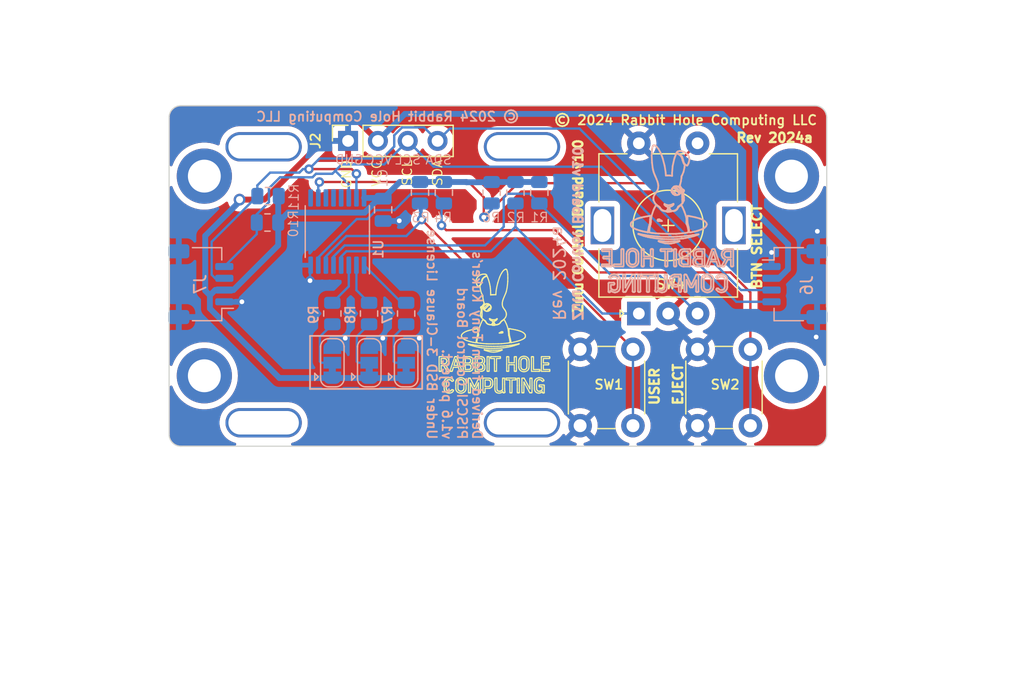
<source format=kicad_pcb>
(kicad_pcb (version 20240108) (generator "pcbnew") (generator_version "8.0")
  (title_block (title "Zulu Control Board v1.0") (date "2024-08-05") (rev "2024a") (company "Rabbit Hole Computing LLC"))
  (layers (0 "F.Cu" signal) (31 "B.Cu" signal) (34 "B.Paste" user) (35 "F.Paste" user) (36 "B.SilkS" user "B.Silkscreen") (37 "F.SilkS" user "F.Silkscreen") (38 "B.Mask" user) (39 "F.Mask" user) (44 "Edge.Cuts" user))
  (property "Copyright" "© 2024 Rabbit Hole Computing LLC")
  (net 0 "")
  (net 1 "+3V3")
  (net 2 "GND")
  (net 3 "/BUTTON_1")
  (net 4 "/BUTTON_2")
  (net 5 "/ROTARY_ENC_B")
  (net 6 "/ROTARY_ENC_A")
  (net 7 "/BUTTON_4")
  (net 8 "Net-(JP1-C)")
  (net 9 "Net-(JP2-C)")
  (net 10 "Net-(JP3-C)")
  (net 13 "Net-(U1-A0)")
  (net 14 "Net-(U1-A1)")
  (net 15 "Net-(U1-A2)")
  (net 16 "/SCL")
  (net 17 "/SDA")
  (footprint "Rotary_Encoder:RotaryEncoder_Alps_EC11E-Switch_Vertical_H20mm" (layer "F.Cu") (at 130 172.5 90)
    (property "Reference" "SW4")
    (property "Value" "Rotary_Encoder_Switch")
  )
  (footprint "Button_Switch_THT:SW_PUSH_6mm_H5mm" (layer "F.Cu") (at 135 182.05 90)
    (property "Reference" "SW2")
    (property "Value" "SW_SPST")
  )
  (footprint "rhc:MountingHole_2.8mm_M2.5custom_DIN965_Pad" (layer "F.Cu") (at 93 160.8)
    (property "Reference" "MK4" (hide yes))
    (property "Value" "M2.5")
  )
  (footprint "rhc:MountingHole_2.8mm_M2.5custom_DIN965_Pad" (layer "F.Cu") (at 143 160.8)
    (property "Reference" "MK3" (hide yes))
    (property "Value" "M2.5")
  )
  (footprint "mousebites:0.9_and_1.3_in_OLED_Footprint" (layer "F.Cu") (at 109.05 157.8 -90)
    (property "Reference" "J2")
    (property "Value" "OLED Connector")
  )
  (footprint "Button_Switch_THT:SW_PUSH_6mm_H5mm" (layer "F.Cu") (at 125 182.05 90)
    (property "Reference" "SW1")
    (property "Value" "SW_SPST")
  )
  (footprint "rhc:MountingHole_2.8mm_M2.5custom_DIN965_Pad" (layer "B.Cu") (at 93 177.8)
    (property "Reference" "MK1" (hide yes))
    (property "Value" "M2.5")
  )
  (footprint "rhc:MountingHole_2.8mm_M2.5custom_DIN965_Pad" (layer "B.Cu") (at 143 177.8)
    (property "Reference" "MK2" (hide yes))
    (property "Value" "M2.5")
  )
  (footprint "Resistor_SMD:R_0805_2012Metric" (layer "B.Cu") (at 98.37625 164.75)
    (property "Reference" "R10")
    (property "Value" "10k")
  )
  (footprint "Jumper:SolderJumper-3_P1.3mm_Bridged12_RoundedPad1.0x1.5mm" (layer "B.Cu") (at 110.18575 176.691 90)
    (property "Reference" "JP1" (hide yes))
    (property "Value" "SolderJumper_3_Bridged12")
  )
  (footprint "Jumper:SolderJumper-3_P1.3mm_Bridged12_RoundedPad1.0x1.5mm" (layer "B.Cu") (at 107.0425 176.691 90)
    (property "Reference" "JP2" (hide yes))
    (property "Value" "SolderJumper_3_Bridged12")
  )
  (footprint "Jumper:SolderJumper-3_P1.3mm_Bridged12_RoundedPad1.0x1.5mm" (layer "B.Cu") (at 103.89925 176.691 90)
    (property "Reference" "JP3" (hide yes))
    (property "Value" "SolderJumper_3_Bridged12")
  )
  (footprint "Resistor_SMD:R_0805_2012Metric" (layer "B.Cu") (at 111.364333 162.213 -90)
    (property "Reference" "R3")
    (property "Value" "10k")
  )
  (footprint "Resistor_SMD:R_0805_2012Metric" (layer "B.Cu") (at 113.396716 162.213 -90)
    (property "Reference" "R4")
    (property "Value" "10k")
  )
  (footprint "Resistor_SMD:R_0805_2012Metric" (layer "B.Cu") (at 110.18575 172.5 90)
    (property "Reference" "R7")
    (property "Value" "10k")
  )
  (footprint "Resistor_SMD:R_0805_2012Metric" (layer "B.Cu") (at 107.02625 172.5 90)
    (property "Reference" "R8")
    (property "Value" "10k")
  )
  (footprint "Resistor_SMD:R_0805_2012Metric" (layer "B.Cu") (at 103.89925 172.5 90)
    (property "Reference" "R9")
    (property "Value" "10k")
  )
  (footprint "Package_SO:TSSOP-16_4.4x5mm_P0.65mm" (layer "B.Cu") (at 104.32625 165.52 90)
    (property "Reference" "U1")
    (property "Value" "PCA9554APW,118")
  )
  (footprint "Resistor_SMD:R_0805_2012Metric" (layer "B.Cu") (at 98.42625 162.5 180)
    (property "Reference" "R11")
    (property "Value" "10k")
  )
  (footprint "Capacitor_SMD:C_0805_2012Metric" (layer "B.Cu") (at 108.22625 163.67 -90)
    (property "Reference" "C1")
    (property "Value" "100n")
  )
  (footprint "Resistor_SMD:R_0805_2012Metric" (layer "B.Cu") (at 117.461482 162.213 -90)
    (property "Reference" "R6")
    (property "Value" "10k")
  )
  (footprint "Resistor_SMD:R_0805_2012Metric" (layer "B.Cu") (at 121.52625 162.213 -90)
    (property "Reference" "R1")
    (property "Value" "10k")
  )
  (footprint "Resistor_SMD:R_0805_2012Metric" (layer "B.Cu") (at 119.493865 162.213 -90)
    (property "Reference" "R2")
    (property "Value" "10k")
  )
  (footprint "mousebites:JST_SH_SM04B-SRSS-TB_1x04-1MP_P1.00mm_Horizontal" (layer "B.Cu") (at 92.7 170 90)
    (property "Reference" "J7")
    (property "Value" "I2C Qwiic")
  )
  (footprint "mousebites:JST_SH_SM04B-SRSS-TB_1x04-1MP_P1.00mm_Horizontal" (layer "B.Cu") (at 143.3 170 -90)
    (property "Reference" "J6")
    (property "Value" "I2C Qwiic")
  )
  (gr_line (start 131.437508 162.228885) (end 131.471291 162.186427) (stroke (width 0.15)) (layer "B.SilkS"))
  (gr_line (start 134.2207 159.721481) (end 134.222598 159.716619) (stroke (width 0.15)) (layer "B.SilkS"))
  (gr_line (start 132.403313 170.253515) (end 132.403313 170.302094) (stroke (width 0.15)) (layer "B.SilkS"))
  (gr_line (start 132.739171 163.801794) (end 132.747888 163.797939) (stroke (width 0.15)) (layer "B.SilkS"))
  (gr_line (start 136.934761 168.435165) (end 136.92889 168.475382) (stroke (width 0.15)) (layer "B.SilkS"))
  (gr_line (start 127.656028 167.007373) (end 127.700751 167.053383) (stroke (width 0.15)) (layer "B.SilkS"))
  (gr_line (start 129.973692 169.178331) (end 129.988813 169.178331) (stroke (width 0.15)) (layer "B.SilkS"))
  (gr_line (start 131.471291 162.186427) (end 131.480945 162.173915) (stroke (width 0.15)) (layer "B.SilkS"))
  (gr_line (start 132.945058 163.159288) (end 132.937052 163.159288) (stroke (width 0.15)) (layer "B.SilkS"))
  (gr_line (start 136.351732 170.223917) (end 136.351732 170.272818) (stroke (width 0.15)) (layer "B.SilkS"))
  (gr_line (start 134.647001 167.495423) (end 134.647001 167.460033) (stroke (width 0.15)) (layer "B.SilkS"))
  (gr_line (start 131.01059 166.029993) (end 131.30625 166.07729) (stroke (width 0.15)) (layer "B.SilkS"))
  (gr_line (start 137.234874 169.181551) (end 137.391186 169.276133) (stroke (width 0.15)) (layer "B.SilkS"))
  (gr_line (start 133.694717 167.028608) (end 133.838517 167.007373) (stroke (width 0.15)) (layer "B.SilkS"))
  (gr_line (start 132.936044 163.232641) (end 132.948616 163.188285) (stroke (width 0.15)) (layer "B.SilkS"))
  (gr_line (start 133.738776 159.495196) (end 133.792145 159.655185) (stroke (width 0.15)) (layer "B.SilkS"))
  (gr_line (start 134.349379 168.494678) (end 134.334614 168.494678) (stroke (width 0.15)) (layer "B.SilkS"))
  (gr_line (start 127.913084 170.695556) (end 127.759629 170.650837) (stroke (width 0.15)) (layer "B.SilkS"))
  (gr_line (start 136.311231 169.422839) (end 136.351732 169.570826) (stroke (width 0.15)) (layer "B.SilkS"))
  (gr_line (start 134.852888 167.362871) (end 134.852888 167.404701) (stroke (width 0.15)) (layer "B.SilkS"))
  (gr_line (start 133.717191 161.932567) (end 133.737175 161.943538) (stroke (width 0.15)) (layer "B.SilkS"))
  (gr_line (start 130.191498 165.462483) (end 130.198572 165.464102) (stroke (width 0.15)) (layer "B.SilkS"))
  (gr_line (start 130.431179 165.889087) (end 130.440821 165.89166) (stroke (width 0.15)) (layer "B.SilkS"))
  (gr_line (start 129.464093 168.5246) (end 129.413902 168.5246) (stroke (width 0.15)) (layer "B.SilkS"))
  (gr_line (start 133.351731 166.383244) (end 133.381973 166.37295) (stroke (width 0.15)) (layer "B.SilkS"))
  (gr_line (start 132.779376 167.194302) (end 132.443529 167.194302) (stroke (width 0.15)) (layer "B.SilkS"))
  (gr_line (start 135.80707 168.496937) (end 135.796455 168.495324) (stroke (width 0.15)) (layer "B.SilkS"))
  (gr_line (start 136.78675 170.383811) (end 136.791554 170.391854) (stroke (width 0.15)) (layer "B.SilkS"))
  (gr_line (start 131.248018 162.627849) (end 131.255739 162.588593) (stroke (width 0.15)) (layer "B.SilkS"))
  (gr_line (start 131.004797 167.819071) (end 130.430858 167.819071) (stroke (width 0.15)) (layer "B.SilkS"))
  (gr_line (start 131.831936 164.620892) (end 131.917831 164.627) (stroke (width 0.15)) (layer "B.SilkS"))
  (gr_line (start 127.452389 169.390984) (end 127.469757 169.353667) (stroke (width 0.15)) (layer "B.SilkS"))
  (gr_line (start 130.133266 169.240103) (end 130.133266 170.604188) (stroke (width 0.15)) (layer "B.SilkS"))
  (gr_line (start 129.527466 170.665958) (end 129.512671 170.665958) (stroke (width 0.15)) (layer "B.SilkS"))
  (gr_line (start 129.100228 168.397516) (end 128.990204 168.249215) (stroke (width 0.15)) (layer "B.SilkS"))
  (gr_line (start 130.701737 165.577013) (end 130.760941 165.589247) (stroke (width 0.15)) (layer "B.SilkS"))
  (gr_line (start 134.061778 164.649178) (end 134.057568 164.692941) (stroke (width 0.15)) (layer "B.SilkS"))
  (gr_line (start 135.038198 165.444474) (end 135.324197 165.343452) (stroke (width 0.15)) (layer "B.SilkS"))
  (gr_line (start 133.224653 158.794577) (end 133.22661 158.831224) (stroke (width 0.15)) (layer "B.SilkS"))
  (gr_line (start 133.314728 163.523147) (end 133.321488 163.510635) (stroke (width 0.15)) (layer "B.SilkS"))
  (gr_line (start 136.890583 170.476144) (end 137.000939 170.506386) (stroke (width 0.15)) (layer "B.SilkS"))
  (gr_line (start 133.712032 163.082436) (end 133.71304 163.081132) (stroke (width 0.15)) (layer "B.SilkS"))
  (gr_line (start 133.698571 167.599018) (end 133.800862 167.65113) (stroke (width 0.15)) (layer "B.SilkS"))
  (gr_line (start 130.279966 169.305735) (end 130.279966 169.240103) (stroke (width 0.15)) (layer "B.SilkS"))
  (gr_line (start 133.085359 162.307397) (end 133.124615 162.304491) (stroke (width 0.15)) (layer "B.SilkS"))
  (gr_line (start 136.594028 170.453302) (end 136.589521 170.44365) (stroke (width 0.15)) (layer "B.SilkS"))
  (gr_line (start 131.801373 164.620892) (end 131.831936 164.620892) (stroke (width 0.15)) (layer "B.SilkS"))
  (gr_line (start 132.926082 162.122739) (end 132.926082 162.131397) (stroke (width 0.15)) (layer "B.SilkS"))
  (gr_line (start 131.276653 169.224662) (end 131.276653 169.240103) (stroke (width 0.15)) (layer "B.SilkS"))
  (gr_line (start 133.083402 170.221665) (end 133.034836 170.221665) (stroke (width 0.15)) (layer "B.SilkS"))
  (gr_line (start 131.368342 158.181661) (end 131.494133 158.266637) (stroke (width 0.15)) (layer "B.SilkS"))
  (gr_line (start 132.260787 169.165789) (end 132.347975 169.176404) (stroke (width 0.15)) (layer "B.SilkS"))
  (gr_line (start 133.033235 163.737751) (end 132.89744 163.760937) (stroke (width 0.15)) (layer "B.SilkS"))
  (gr_line (start 137.037941 170.506386) (end 137.066939 170.506386) (stroke (width 0.15)) (layer "B.SilkS"))
  (gr_line (start 135.531685 169.648039) (end 135.531685 170.193997) (stroke (width 0.15)) (layer "B.SilkS"))
  (gr_line (start 134.246732 159.658031) (end 134.251891 159.646765) (stroke (width 0.15)) (layer "B.SilkS"))
  (gr_line (start 129.581843 167.184648) (end 129.492076 167.1647) (stroke (width 0.15)) (layer "B.SilkS"))
  (gr_line (start 131.649841 164.510181) (end 131.641805 164.504725) (stroke (width 0.15)) (layer "B.SilkS"))
  (gr_line (start 131.828396 165.960186) (end 131.757617 165.955359) (stroke (width 0.15)) (layer "B.SilkS"))
  (gr_line (start 134.930748 165.77037) (end 134.717093 165.803832) (stroke (width 0.15)) (layer "B.SilkS"))
  (gr_line (start 129.246934 168.256289) (end 129.343763 168.315482) (stroke (width 0.15)) (layer "B.SilkS"))
  (gr_line (start 128.019253 169.357853) (end 127.930464 169.337585) (stroke (width 0.15)) (layer "B.SilkS"))
  (gr_line (start 132.298425 160.749965) (end 132.428408 160.743205) (stroke (width 0.15)) (layer "B.SilkS"))
  (gr_line (start 131.605449 164.53562) (end 131.605449 164.54914) (stroke (width 0.15)) (layer "B.SilkS"))
  (gr_line (start 137.092378 168.496937) (end 137.058874 168.471842) (stroke (width 0.15)) (layer "B.SilkS"))
  (gr_line (start 132.453824 163.632258) (end 132.445131 163.639611) (stroke (width 0.15)) (layer "B.SilkS"))
  (gr_line (start 129.335408 165.032991) (end 129.398141 165.112458) (stroke (width 0.15)) (layer "B.SilkS"))
  (gr_line (start 132.443529 167.194302) (end 132.443529 168.433232) (stroke (width 0.15)) (layer "B.SilkS"))
  (gr_line (start 131.56684 170.645047) (end 131.50218 170.668853) (stroke (width 0.15)) (layer "B.SilkS"))
  (gr_line (start 134.551767 165.829242) (end 134.548209 165.830215) (stroke (width 0.15)) (layer "B.SilkS"))
  (gr_line (start 132.29071 160.583928) (end 132.298425 160.749965) (stroke (width 0.15)) (layer "B.SilkS"))
  (gr_line (start 133.045154 167.007373) (end 133.130071 167.007373) (stroke (width 0.15)) (layer "B.SilkS"))
  (gr_line (start 131.240944 163.700096) (end 131.283728 163.609368) (stroke (width 0.15)) (layer "B.SilkS"))
  (gr_line (start 133.118804 161.738303) (end 133.115246 161.737295) (stroke (width 0.15)) (layer "B.SilkS"))
  (gr_line (start 130.133266 170.61963) (end 130.088548 170.665958) (stroke (width 0.15)) (layer "B.SilkS"))
  (gr_line (start 131.946146 170.51282) (end 131.993758 170.51282) (stroke (width 0.15)) (layer "B.SilkS"))
  (gr_line (start 137.520221 167.007373) (end 137.981272 167.007373) (stroke (width 0.15)) (layer "B.SilkS"))
  (gr_line (start 131.494133 158.266637) (end 131.669148 158.476675) (stroke (width 0.15)) (layer "B.SilkS"))
  (gr_line (start 134.127067 159.889713) (end 134.159266 159.842333) (stroke (width 0.15)) (layer "B.SilkS"))
  (gr_line (start 135.717291 165.076422) (end 135.781037 164.947091) (stroke (width 0.15)) (layer "B.SilkS"))
  (gr_line (start 128.703547 168.433232) (end 128.703547 168.448353) (stroke (width 0.15)) (layer "B.SilkS"))
  (gr_line (start 133.720749 162.631051) (end 133.720749 162.583434) (stroke (width 0.15)) (layer "B.SilkS"))
  (gr_line (start 135.45252 164.525302) (end 135.277529 164.440682) (stroke (width 0.15)) (layer "B.SilkS"))
  (gr_line (start 135.323189 169.570826) (end 135.363394 169.422839) (stroke (width 0.15)) (layer "B.SilkS"))
  (gr_line (start 133.189607 168.433232) (end 133.189607 168.448353) (stroke (width 0.15)) (layer "B.SilkS"))
  (gr_line (start 132.622399 163.454953) (end 132.62948 163.426015) (stroke (width 0.15)) (layer "B.SilkS"))
  (gr_line (start 137.360647 167.88921) (end 137.312674 167.875696) (stroke (width 0.15)) (layer "B.SilkS"))
  (gr_line (start 128.792341 169.178331) (end 128.807783 169.178331) (stroke (width 0.15)) (layer "B.SilkS"))
  (gr_line (start 135.086763 167.196549) (end 135.042348 167.196549) (stroke (width 0.15)) (layer "B.SilkS"))
  (gr_line (start 127.863545 169.337585) (end 127.752549 169.367827) (stroke (width 0.15)) (layer "B.SilkS"))
  (gr_line (start 137.520221 167.725456) (end 137.836819 167.725456) (stroke (width 0.15)) (layer "B.SilkS"))
  (gr_line (start 131.529523 162.107915) (end 131.565553 162.052885) (stroke (width 0.15)) (layer "B.SilkS"))
  (gr_line (start 134.205579 164.19044) (end 134.163417 164.181427) (stroke (width 0.15)) (layer "B.SilkS"))
  (gr_line (start 136.78254 168.494678) (end 136.765521 168.494678) (stroke (width 0.15)) (layer "B.SilkS"))
  (gr_line (start 131.752469 170.463275) (end 131.897563 170.51282) (stroke (width 0.15)) (layer "B.SilkS"))
  (gr_line (start 133.603989 170.604188) (end 133.603989 170.61963) (stroke (width 0.15)) (layer "B.SilkS"))
  (gr_line (start 131.419819 160.847394) (end 131.389897 160.780208) (stroke (width 0.15)) (layer "B.SilkS"))
  (gr_line (start 132.985618 167.068825) (end 132.985618 167.053383) (stroke (width 0.15)) (layer "B.SilkS"))
  (gr_line (start 132.283623 168.494678) (end 132.237299 168.448353) (stroke (width 0.15)) (layer "B.SilkS"))
  (gr_line (start 133.492981 159.001709) (end 133.511601 159.018431) (stroke (width 0.15)) (layer "B.SilkS"))
  (gr_line (start 127.951053 169.148729) (end 128.101933 169.181551) (stroke (width 0.15)) (layer "B.SilkS"))
  (gr_line (start 133.582404 158.658426) (end 133.501639 158.658426) (stroke (width 0.15)) (layer "B.SilkS"))
  (gr_line (start 133.992576 165.63429) (end 133.7198 165.665814) (stroke (width 0.15)) (layer "B.SilkS"))
  (gr_line (start 133.442162 167.460033) (end 133.442162 167.374784) (stroke (width 0.15)) (layer "B.SilkS"))
  (gr_line (start 136.890583 169.368148) (end 136.803828 169.43442) (stroke (width 0.15)) (layer "B.SilkS"))
  (gr_line (start 133.826598 162.533208) (end 133.843973 162.596302) (stroke (width 0.15)) (layer "B.SilkS"))
  (gr_line (start 133.482663 162.1295) (end 133.490076 162.082772) (stroke (width 0.15)) (layer "B.SilkS"))
  (gr_line (start 130.269351 167.007373) (end 130.284473 167.007373) (stroke (width 0.15)) (layer "B.SilkS"))
  (gr_line (start 130.073747 169.178331) (end 130.088548 169.178331) (stroke (width 0.15)) (layer "B.SilkS"))
  (gr_line (start 127.759629 170.650837) (end 127.623538 170.563973) (stroke (width 0.15)) (layer "B.SilkS"))
  (gr_line (start 136.038099 170.662741) (end 135.887539 170.695556) (stroke (width 0.15)) (layer "B.SilkS"))
  (gr_line (start 133.287391 166.405119) (end 133.351731 166.383244) (stroke (width 0.15)) (layer "B.SilkS"))
  (gr_line (start 132.845376 163.206905) (end 132.790643 163.234242) (stroke (width 0.15)) (layer "B.SilkS"))
  (gr_line (start 130.440821 165.89166) (end 130.571765 165.927376) (stroke (width 0.15)) (layer "B.SilkS"))
  (gr_line (start 135.079707 165.754288) (end 135.078343 165.753001) (stroke (width 0.15)) (layer "B.SilkS"))
  (gr_line (start 131.654027 164.513087) (end 131.649841 164.510181) (stroke (width 0.15)) (layer "B.SilkS"))
  (gr_line (start 133.153909 162.392966) (end 133.04385 162.370788) (stroke (width 0.15)) (layer "B.SilkS"))
  (gr_line (start 134.349379 167.007373) (end 134.394091 167.053383) (stroke (width 0.15)) (layer "B.SilkS"))
  (gr_line (start 128.650148 169.224662) (end 128.694539 169.178331) (stroke (width 0.15)) (layer "B.SilkS"))
  (gr_line (start 132.356982 169.177691) (end 132.403313 169.225942) (stroke (width 0.15)) (layer "B.SilkS"))
  (gr_line (start 131.004797 167.068825) (end 131.004797 167.053383) (stroke (width 0.15)) (layer "B.SilkS"))
  (gr_line (start 129.432564 167.1647) (end 129.343763 167.184648) (stroke (width 0.15)) (layer "B.SilkS"))
  (gr_line (start 131.021205 164.619232) (end 131.087477 164.167254) (stroke (width 0.15)) (layer "B.SilkS"))
  (gr_line (start 136.594028 169.390984) (end 136.610751 169.353667) (stroke (width 0.15)) (layer "B.SilkS"))
  (gr_line (start 133.356238 161.682266) (end 133.296405 161.663646) (stroke (width 0.15)) (layer "B.SilkS"))
  (gr_line (start 127.635119 170.379307) (end 127.756089 170.470997) (stroke (width 0.15)) (layer "B.SilkS"))
  (gr_line (start 126.890344 168.307761) (end 126.905787 168.307761) (stroke (width 0.15)) (layer "B.SilkS"))
  (gr_line (start 133.876765 159.796376) (end 133.911218 159.841147) (stroke (width 0.15)) (layer "B.SilkS"))
  (gr_line (start 132.838912 167.134777) (end 132.838912 167.149578) (stroke (width 0.15)) (layer "B.SilkS"))
  (gr_line (start 129.492076 167.1647) (end 129.46216 167.1647) (stroke (width 0.15)) (layer "B.SilkS"))
  (gr_line (start 132.651995 169.454369) (end 132.744034 169.305735) (stroke (width 0.15)) (layer "B.SilkS"))
  (gr_line (start 134.957432 165.813801) (end 135.049761 165.775197) (stroke (width 0.15)) (layer "B.SilkS"))
  (gr_line (start 129.669992 170.604188) (end 129.669992 170.61963) (stroke (width 0.15)) (layer "B.SilkS"))
  (gr_line (start 111.5505 174.405) (end 111.5505 176.1195) (stroke (width 0.15)) (layer "B.SilkS"))
  (gr_line (start 136.62261 170.379307) (end 136.632335 170.376733) (stroke (width 0.15)) (layer "B.SilkS"))
  (gr_line (start 133.544453 170.665958) (end 133.459537 170.665958) (stroke (width 0.15)) (layer "B.SilkS"))
  (gr_line (start 134.466139 165.577345) (end 134.56333 165.558358) (stroke (width 0.15)) (layer "B.SilkS"))
  (gr_line (start 137.836819 167.912372) (end 137.577504 167.912372) (stroke (width 0.15)) (layer "B.SilkS"))
  (gr_line (start 134.411821 170.270566) (end 134.393438 170.270566) (stroke (width 0.15)) (layer "B.SilkS"))
  (gr_line (start 131.322978 158.17336) (end 131.368342 158.181661) (stroke (width 0.15)) (layer "B.SilkS"))
  (gr_line (start 134.530834 165.834069) (end 134.411465 165.849511) (stroke (width 0.15)) (layer "B.SilkS"))
  (gr_line (start 131.506687 161.051738) (end 131.419819 160.847394) (stroke (width 0.15)) (layer "B.SilkS"))
  (gr_line (start 134.283735 159.519331) (end 134.304668 159.383299) (stroke (width 0.15)) (layer "B.SilkS"))
  (gr_line (start 130.192778 165.756535) (end 130.057339 165.726293) (stroke (width 0.15)) (layer "B.SilkS"))
  (gr_line (start 128.949988 167.39988) (end 128.990204 167.251887) (stroke (width 0.15)) (layer "B.SilkS"))
  (gr_line (start 132.585723 163.840694) (end 132.715374 163.8114) (stroke (width 0.15)) (layer "B.SilkS"))
  (gr_line (start 134.243886 165.18131) (end 134.279228 165.388496) (stroke (width 0.15)) (layer "B.SilkS"))
  (gr_line (start 130.67536 170.61963) (end 130.67536 170.604188) (stroke (width 0.15)) (layer "B.SilkS"))
  (gr_line (start 131.50218 170.668853) (end 131.493813 170.665636) (stroke (width 0.15)) (layer "B.SilkS"))
  (gr_line (start 133.474658 167.602238) (end 133.442162 167.495423) (stroke (width 0.15)) (layer "B.SilkS"))
  (gr_line (start 133.556965 161.858621) (end 133.483316 161.769495) (stroke (width 0.15)) (layer "B.SilkS"))
  (gr_line (start 130.133266 170.604188) (end 130.133266 170.61963) (stroke (width 0.15)) (layer "B.SilkS"))
  (gr_line (start 133.720749 162.583434) (end 133.720749 162.523246) (stroke (width 0.15)) (layer "B.SilkS"))
  (gr_line (start 133.616501 168.00696) (end 133.616501 168.046525) (stroke (width 0.15)) (layer "B.SilkS"))
  (gr_line (start 129.464093 166.977463) (end 129.513952 166.977463) (stroke (width 0.15)) (layer "B.SilkS"))
  (gr_line (start 133.320836 163.460409) (end 133.292195 163.528662) (stroke (width 0.15)) (layer "B.SilkS"))
  (gr_line (start 130.269351 168.494678) (end 130.22496 168.448353) (stroke (width 0.15)) (layer "B.SilkS"))
  (gr_line (start 132.790643 163.234242) (end 132.516236 163.28352) (stroke (width 0.15)) (layer "B.SilkS"))
  (gr_line (start 130.917289 165.228922) (end 130.958152 165.035565) (stroke (width 0.15)) (layer "B.SilkS"))
  (gr_line (start 133.69276 159.177056) (end 133.728458 159.273892) (stroke (width 0.15)) (layer "B.SilkS"))
  (gr_line (start 133.322793 158.691278) (end 133.236216 158.764038) (stroke (width 0.15)) (layer "B.SilkS"))
  (gr_line (start 132.239879 163.767341) (end 132.221531 163.767044) (stroke (width 0.15)) (layer "B.SilkS"))
  (gr_line (start 135.555464 170.329762) (end 135.620455 170.427243) (stroke (width 0.15)) (layer "B.SilkS"))
  (gr_line (start 131.391504 163.400279) (end 131.439435 163.318565) (stroke (width 0.15)) (layer "B.SilkS"))
  (gr_line (start 135.762358 168.424551) (end 136.232066 167.056283) (stroke (width 0.15)) (layer "B.SilkS"))
  (gr_line (start 135.837609 169.148729) (end 135.887539 169.148729) (stroke (width 0.15)) (layer "B.SilkS"))
  (gr_line (start 134.136732 164.212262) (end 134.129972 164.342898) (stroke (width 0.15)) (layer "B.SilkS"))
  (gr_line (start 129.158134 167.442984) (end 129.158134 167.476767) (stroke (width 0.15)) (layer "B.SilkS"))
  (gr_line (start 131.627645 164.610574) (end 131.634399 164.611879) (stroke (width 0.15)) (layer "B.SilkS"))
  (gr_line (start 132.504003 165.970161) (end 132.07001 165.96662) (stroke (width 0.15)) (layer "B.SilkS"))
  (gr_line (start 133.797957 162.125942) (end 133.783488 162.142664) (stroke (width 0.15)) (layer "B.SilkS"))
  (gr_line (start 133.296405 161.663646) (end 133.214038 161.658131) (stroke (width 0.15)) (layer "B.SilkS"))
  (gr_line (start 132.622399 163.464619) (end 132.622399 163.454953) (stroke (width 0.15)) (layer "B.SilkS"))
  (gr_line (start 132.29489 170.585851) (end 132.160086 170.668211) (stroke (width 0.15)) (layer "B.SilkS"))
  (gr_line (start 134.294705 164.205561) (end 134.277983 164.202952) (stroke (width 0.15)) (layer "B.SilkS"))
  (gr_line (start 132.403313 169.225942) (end 132.403313 169.24203) (stroke (width 0.15)) (layer "B.SilkS"))
  (gr_line (start 129.929295 169.224662) (end 129.973692 169.178331) (stroke (width 0.15)) (layer "B.SilkS"))
  (gr_line (start 133.432496 166.319865) (end 133.420874 166.321152) (stroke (width 0.15)) (layer "B.SilkS"))
  (gr_line (start 132.650388 163.624193) (end 132.641381 163.614231) (stroke (width 0.15)) (layer "B.SilkS"))
  (gr_line (start 135.837609 170.695556) (end 135.787501 170.695556) (stroke (width 0.15)) (layer "B.SilkS"))
  (gr_line (start 133.827547 166.093378) (end 133.972652 166.068923) (stroke (width 0.15)) (layer "B.SilkS"))
  (gr_line (start 130.682435 165.572839) (end 130.701737 165.577013) (stroke (width 0.15)) (layer "B.SilkS"))
  (gr_line (start 132.660683 163.409945) (end 132.671944 163.406684) (stroke (width 0.15)) (layer "B.SilkS"))
  (gr_line (start 111.5505 178.9135) (end 102 178.92) (stroke (width 0.15)) (layer "B.SilkS"))
  (gr_line (start 129.413902 166.977463) (end 129.464093 166.977463) (stroke (width 0.15)) (layer "B.SilkS"))
  (gr_line (start 135.59893 168.448353) (end 135.554218 168.494678) (stroke (width 0.15)) (layer "B.SilkS"))
  (gr_line (start 135.03209 170.665958) (end 135.017265 170.665958) (stroke (width 0.15)) (layer "B.SilkS"))
  (gr_line (start 135.620455 169.415118) (end 135.555464 169.512921) (stroke (width 0.15)) (layer "B.SilkS"))
  (gr_line (start 126.859138 167.068825) (end 126.859138 167.053383) (stroke (width 0.15)) (layer "B.SilkS"))
  (gr_line (start 137.322696 170.227456) (end 137.322696 170.193997) (stroke (width 0.15)) (layer "B.SilkS"))
  (gr_line (start 129.978519 167.449418) (end 129.978519 168.052638) (stroke (width 0.15)) (layer "B.SilkS"))
  (gr_line (start 133.190556 158.879849) (end 133.195063 158.875639) (stroke (width 0.15)) (layer "B.SilkS"))
  (gr_line (start 131.811994 163.506128) (end 131.800093 163.485196) (stroke (width 0.15)) (layer "B.SilkS"))
  (gr_line (start 130.133266 169.224662) (end 130.133266 169.240103) (stroke (width 0.15)) (layer "B.SilkS"))
  (gr_line (start 131.583568 161.25632) (end 131.506687 161.051738) (stroke (width 0.15)) (layer "B.SilkS"))
  (gr_line (start 134.76216 167.710334) (end 134.679438 167.602238) (stroke (width 0.15)) (layer "B.SilkS"))
  (gr_line (start 129.158134 168.023042) (end 129.158134 168.056819) (stroke (width 0.15)) (layer "B.SilkS"))
  (gr_line (start 134.821044 168.00696) (end 134.821044 168.046525) (stroke (width 0.15)) (layer "B.SilkS"))
  (gr_line (start 131.898215 163.639611) (end 131.908829 163.650225) (stroke (width 0.15)) (layer "B.SilkS"))
  (gr_line (start 132.924184 163.255827) (end 132.93219 163.240409) (stroke (width 0.15)) (layer "B.SilkS"))
  (gr_line (start 132.620146 169.750022) (end 132.620146 169.649973) (stroke (width 0.15)) (layer "B.SilkS"))
  (gr_line (start 133.680544 162.028098) (end 133.66993 162.026853) (stroke (width 0.15)) (layer "B.SilkS"))
  (gr_line (start 134.292096 165.522008) (end 134.29856 165.574125) (stroke (width 0.15)) (layer "B.SilkS"))
  (gr_line (start 129.669992 169.240103) (end 129.669992 170.604188) (stroke (width 0.15)) (layer "B.SilkS"))
  (gr_line (start 133.705924 166.108179) (end 133.771924 166.099812) (stroke (width 0.15)) (layer "B.SilkS"))
  (gr_line (start 132.21253 169.176724) (end 132.250493 169.164177) (stroke (width 0.15)) (layer "B.SilkS"))
  (gr_line (start 128.010565 170.695556) (end 127.964561 170.695556) (stroke (width 0.15)) (layer "B.SilkS"))
  (gr_line (start 136.143592 169.614263) (end 136.119161 169.512921) (stroke (width 0.15)) (layer "B.SilkS"))
  (gr_line (start 128.703547 168.448353) (end 128.658829 168.494678) (stroke (width 0.15)) (layer "B.SilkS"))
  (gr_line (start 137.000939 169.337905) (end 136.890583 169.368148) (stroke (width 0.15)) (layer "B.SilkS"))
  (gr_line (start 131.390537 170.539844) (end 131.413059 170.43593) (stroke (width 0.15)) (layer "B.SilkS"))
  (gr_line (start 132.192908 163.248414) (end 132.286523 163.346554) (stroke (width 0.15)) (layer "B.SilkS"))
  (gr_line (start 134.99058 168.494678) (end 134.849626 168.466694) (stroke (width 0.15)) (layer "B.SilkS"))
  (gr_line (start 132.892637 169.446642) (end 132.826341 169.61973) (stroke (width 0.15)) (layer "B.SilkS"))
  (gr_line (start 135.531685 170.227778) (end 135.555464 170.329762) (stroke (width 0.15)) (layer "B.SilkS"))
  (gr_line (start 133.052863 162.217974) (end 132.976308 162.131694) (stroke (width 0.15)) (layer "B.SilkS"))
  (gr_line (start 135.076801 170.61963) (end 135.03209 170.665958) (stroke (width 0.15)) (layer "B.SilkS"))
  (gr_line (start 130.735525 165.967581) (end 130.74678 165.970161) (stroke (width 0.15)) (layer "B.SilkS"))
  (gr_line (start 133.034836 169.178331) (end 133.083402 169.178331) (stroke (width 0.15)) (layer "B.SilkS"))
  (gr_line (start 133.051915 166.174452) (end 133.054761 166.171872) (stroke (width 0.15)) (layer "B.SilkS"))
  (gr_line (start 137.996037 167.007373) (end 138.040749 167.053383) (stroke (width 0.15)) (layer "B.SilkS"))
  (gr_line (start 132.826341 169.779944) (end 132.892637 169.953033) (stroke (width 0.15)) (layer "B.SilkS"))
  (gr_line (start 133.490076 162.082772) (end 133.316329 161.913947) (stroke (width 0.15)) (layer "B.SilkS"))
  (gr_line (start 134.136377 158.945434) (end 134.10649 158.915488) (stroke (width 0.15)) (layer "B.SilkS"))
  (gr_line (start 130.506459 165.535516) (end 130.518686 165.538089) (stroke (width 0.15)) (layer "B.SilkS"))
  (gr_line (start 133.052863 162.402275) (end 133.087257 162.409688) (stroke (width 0.15)) (layer "B.SilkS"))
  (gr_line (start 130.430858 167.629901) (end 131.004797 167.629901) (stroke (width 0.15)) (layer "B.SilkS"))
  (gr_line (start 137.30206 170.327832) (end 137.322696 170.227456) (stroke (width 0.15)) (layer "B.SilkS"))
  (gr_line (start 126.844339 168.448353) (end 126.844339 168.433232) (stroke (width 0.15)) (layer "B.SilkS"))
  (gr_line (start 133.030033 167.007373) (end 133.045154 167.007373) (stroke (width 0.15)) (layer "B.SilkS"))
  (gr_line (start 132.35923 165.712144) (end 132.044269 165.707637) (stroke (width 0.15)) (layer "B.SilkS"))
  (gr_line (start 132.837311 163.332086) (end 132.924184 163.255827) (stroke (width 0.15)) (layer "B.SilkS"))
  (gr_line (start 131.23193 169.365248) (end 131.217129 169.365248) (stroke (width 0.15)) (layer "B.SilkS"))
  (gr_line (start 135.037842 168.494678) (end 134.99058 168.494678) (stroke (width 0.15)) (layer "B.SilkS"))
  (gr_line (start 133.324097 163.448845) (end 133.320836 163.460409) (stroke (width 0.15)) (layer "B.SilkS"))
  (gr_line (start 133.807622 161.966664) (end 133.842372 162.009478) (stroke (width 0.15)) (layer "B.SilkS"))
  (gr_line (start 136.30026 167.007373) (end 136.393538 167.007373) (stroke (width 0.15)) (layer "B.SilkS"))
  (gr_line (start 128.111907 169.417692) (end 128.019253 169.357853) (stroke (width 0.15)) (layer "B.SilkS"))
  (gr_line (start 129.158134 167.476767) (end 129.158134 168.023042) (stroke (width 0.15)) (layer "B.SilkS"))
  (gr_line (start 128.372824 170.421131) (end 128.286923 170.569121) (stroke (width 0.15)) (layer "B.SilkS"))
  (gr_line (start 134.022819 170.665958) (end 134.008053 170.665958) (stroke (width 0.15)) (layer "B.SilkS"))
  (gr_line (start 127.601342 170.54274) (end 127.575927 170.636038) (stroke (width 0.15)) (layer "B.SilkS"))
  (gr_line (start 137.322696 170.193997) (end 137.322696 169.648039) (stroke (width 0.15)) (layer "B.SilkS"))
  (gr_line (start 132.93219 163.240409) (end 132.936044 163.232641) (stroke (width 0.15)) (layer "B.SilkS"))
  (gr_line (start 131.217129 169.365248) (end 130.881579 169.365248) (stroke (width 0.15)) (layer "B.SilkS"))
  (gr_line (start 133.443111 162.295774) (end 133.31117 162.381343) (stroke (width 0.15)) (layer "B.SilkS"))
  (gr_line (start 132.397199 168.494678) (end 132.382078 168.494678) (stroke (width 0.15)) (layer "B.SilkS"))
  (gr_line (start 133.00495 166.486834) (end 133.287391 166.405119) (stroke (width 0.15)) (layer "B.SilkS"))
  (gr_line (start 130.465276 164.268241) (end 130.212406 164.321017) (stroke (width 0.15)) (layer "B.SilkS"))
  (gr_line (start 133.054761 166.171872) (end 133.055413 166.170912) (stroke (width 0.15)) (layer "B.SilkS"))
  (gr_line (start 127.897642 168.494678) (end 127.851312 168.448353) (stroke (width 0.15)) (layer "B.SilkS"))
  (gr_line (start 128.70966 169.178331) (end 128.792341 169.178331) (stroke (width 0.15)) (layer "B.SilkS"))
  (gr_line (start 131.629252 161.419808) (end 131.583568 161.25632) (stroke (width 0.15)) (layer "B.SilkS"))
  (gr_line (start 126.905787 168.494678) (end 126.890344 168.494678) (stroke (width 0.15)) (layer "B.SilkS"))
  (gr_line (start 131.842236 167.053383) (end 131.888241 167.007373) (stroke (width 0.15)) (layer "B.SilkS"))
  (gr_line (start 133.627116 162.046125) (end 133.64965 162.063855) (stroke (width 0.15)) (layer "B.SilkS"))
  (gr_line (start 130.843301 165.992676) (end 130.845869 165.993643) (stroke (width 0.15)) (layer "B.SilkS"))
  (gr_line (start 133.079251 162.306745) (end 133.085359 162.307397) (stroke (width 0.15)) (layer "B.SilkS"))
  (gr_line (start 133.019715 161.801279) (end 133.019715 161.812546) (stroke (width 0.15)) (layer "B.SilkS"))
  (gr_line (start 130.958152 165.035565) (end 130.990322 164.915888) (stroke (width 0.15)) (layer "B.SilkS"))
  (gr_line (start 132.648455 166.544425) (end 132.733419 166.536384) (stroke (width 0.15)) (layer "B.SilkS"))
  (gr_line (start 131.8699 166.147744) (end 131.944539 166.153531) (stroke (width 0.15)) (layer "B.SilkS"))
  (gr_line (start 134.054366 164.724488) (end 134.049563 164.820671) (stroke (width 0.15)) (layer "B.SilkS"))
  (gr_line (start 133.208227 163.63125) (end 133.149995 163.682425) (stroke (width 0.15)) (layer "B.SilkS"))
  (gr_line (start 131.843197 163.576576) (end 131.898215 163.639611) (stroke (width 0.15)) (layer "B.SilkS"))
  (gr_line (start 136.201172 169.274526) (end 136.311231 169.422839) (stroke (width 0.15)) (layer "B.SilkS"))
  (gr_line (start 134.903351 167.599018) (end 135.005702 167.65113) (stroke (width 0.15)) (layer "B.SilkS"))
  (gr_line (start 131.308503 158.170454) (end 131.322978 158.17336) (stroke (width 0.15)) (layer "B.SilkS"))
  (gr_line (start 130.757721 165.972408) (end 130.843301 165.992676) (stroke (width 0.15)) (layer "B.SilkS"))
  (gr_line (start 130.324689 165.494653) (end 130.337551 165.497873) (stroke (width 0.15)) (layer "B.SilkS"))
  (gr_line (start 135.753404 164.790073) (end 135.636941 164.653685) (stroke (width 0.15)) (layer "B.SilkS"))
  (gr_line (start 134.919481 170.665958) (end 134.874413 170.614162) (stroke (width 0.15)) (layer "B.SilkS"))
  (gr_line (start 127.573673 170.645047) (end 127.528956 170.687191) (stroke (width 0.15)) (layer "B.SilkS"))
  (gr_line (start 132.620146 169.649973) (end 132.620146 169.601069) (stroke (width 0.15)) (layer "B.SilkS"))
  (gr_line (start 134.821044 168.046525) (end 134.821044 168.101542) (stroke (width 0.15)) (layer "B.SilkS"))
  (gr_line (start 127.883493 170.510568) (end 127.926278 170.510568) (stroke (width 0.15)) (layer "B.SilkS"))
  (gr_line (start 131.677195 166.331446) (end 131.729633 166.367482) (stroke (width 0.15)) (layer "B.SilkS"))
  (gr_line (start 133.470744 167.208771) (end 133.55572 167.094561) (stroke (width 0.15)) (layer "B.SilkS"))
  (gr_line (start 131.421426 169.224662) (end 131.465824 169.178331) (stroke (width 0.15)) (layer "B.SilkS"))
  (gr_line (start 132.044269 165.707637) (end 131.721587 165.695084) (stroke (width 0.15)) (layer "B.SilkS"))
  (gr_line (start 131.255739 162.588593) (end 131.321045 162.412238) (stroke (width 0.15)) (layer "B.SilkS"))
  (gr_line (start 133.792145 159.655185) (end 133.858738 159.772953) (stroke (width 0.15)) (layer "B.SilkS"))
  (gr_line (start 131.627645 170.35357) (end 131.641805 170.373516) (stroke (width 0.15)) (layer "B.SilkS"))
  (gr_line (start 130.67182 165.570259) (end 130.682435 165.572839) (stroke (width 0.15)) (layer "B.SilkS"))
  (gr_line (start 132.445131 163.639611) (end 132.439663 163.643821) (stroke (width 0.15)) (layer "B.SilkS"))
  (gr_line (start 132.184861 163.228134) (end 132.192908 163.248414) (stroke (width 0.15)) (layer "B.SilkS"))
  (gr_line (start 133.170631 161.974432) (end 133.298658 162.099257) (stroke (width 0.15)) (layer "B.SilkS"))
  (gr_line (start 133.603989 170.61963) (end 133.559218 170.665958) (stroke (width 0.15)) (layer "B.SilkS"))
  (gr_line (start 131.097131 165.631391) (end 131.066569 165.627204) (stroke (width 0.15)) (layer "B.SilkS"))
  (gr_line (start 131.276653 169.305735) (end 131.276653 169.320536) (stroke (width 0.15)) (layer "B.SilkS"))
  (gr_line (start 129.358244 164.748919) (end 129.340229 164.786218) (stroke (width 0.15)) (layer "B.SilkS"))
  (gr_line (start 132.445777 163.422161) (end 132.482127 163.42987) (stroke (width 0.15)) (layer "B.SilkS"))
  (gr_line (start 131.748935 166.375849) (end 131.831936 166.411239) (stroke (width 0.15)) (layer "B.SilkS"))
  (gr_line (start 136.038099 169.180911) (end 136.201172 169.274526) (stroke (width 0.15)) (layer "B.SilkS"))
  (gr_line (start 137.000939 170.506386) (end 137.037941 170.506386) (stroke (width 0.15)) (layer "B.SilkS"))
  (gr_line (start 135.042052 168.307761) (end 135.394941 168.307761) (stroke (width 0.15)) (layer "B.SilkS"))
  (gr_line (start 129.956317 165.722118) (end 129.95825 165.724045) (stroke (width 0.15)) (layer "B.SilkS"))
  (gr_line (start 134.947766 165.76747) (end 134.930748 165.77037) (stroke (width 0.15)) (layer "B.SilkS"))
  (gr_line (start 132.5587 163.697546) (end 132.651035 163.693988) (stroke (width 0.15)) (layer "B.SilkS"))
  (gr_line (start 132.89744 163.760937) (end 132.865597 163.76319) (stroke (width 0.15)) (layer "B.SilkS"))
  (gr_line (start 137.322696 169.648039) (end 137.322696 169.614583) (stroke (width 0.15)) (layer "B.SilkS"))
  (gr_line (start 133.580151 161.904578) (end 133.565979 161.876292) (stroke (width 0.15)) (layer "B.SilkS"))
  (gr_line (start 132.985618 168.433232) (end 132.985618 167.068825) (stroke (width 0.15)) (layer "B.SilkS"))
  (gr_line (start 130.126186 165.446721) (end 130.191498 165.462483) (stroke (width 0.15)) (layer "B.SilkS"))
  (gr_line (start 131.004797 168.448353) (end 131.004797 168.433232) (stroke (width 0.15)) (layer "B.SilkS"))
  (gr_line (start 135.835415 170.506386) (end 135.865301 170.506386) (stroke (width 0.15)) (layer "B.SilkS"))
  (gr_line (start 133.635181 160.818515) (end 133.624863 160.90859) (stroke (width 0.15)) (layer "B.SilkS"))
  (gr_line (start 136.283835 167.007373) (end 136.30026 167.007373) (stroke (width 0.15)) (layer "B.SilkS"))
  (gr_line (start 132.419395 163.688236) (end 132.464438 163.693988) (stroke (width 0.15)) (layer "B.SilkS"))
  (gr_line (start 129.929295 170.61963) (end 129.929295 170.604188) (stroke (width 0.15)) (layer "B.SilkS"))
  (gr_line (start 132.616286 163.53732) (end 132.622399 163.482646) (stroke (width 0.15)) (layer "B.SilkS"))
  (gr_line (start 130.583026 165.930584) (end 130.594287 165.933484) (stroke (width 0.15)) (layer "B.SilkS"))
  (gr_line (start 130.881579 169.365248) (end 130.881579 170.604188) (stroke (width 0.15)) (layer "B.SilkS"))
  (gr_line (start 133.463391 162.207004) (end 133.464992 162.202556) (stroke (width 0.15)) (layer "B.SilkS"))
  (gr_line (start 130.939164 164.795884) (end 130.952679 164.673965) (stroke (width 0.15)) (layer "B.SilkS"))
  (gr_line (start 127.616143 170.055982) (end 127.616143 170.35357) (stroke (width 0.15)) (layer "B.SilkS"))
  (gr_line (start 133.410259 168.127278) (end 133.408362 168.025296) (stroke (width 0.15)) (layer "B.SilkS"))
  (gr_line (start 129.978519 168.052638) (end 129.978519 168.101542) (stroke (width 0.15)) (layer "B.SilkS"))
  (gr_line (start 135.323189 170.223917) (end 135.323189 169.620376) (stroke (width 0.15)) (layer "B.SilkS"))
  (gr_line (start 134.615751 170.225848) (end 134.611896 170.233248) (stroke (width 0.15)) (layer "B.SilkS"))
  (gr_line (start 134.10649 158.915488) (end 134.066937 158.875935) (stroke (width 0.15)) (layer "B.SilkS"))
  (gr_line (start 137.262863 167.403734) (end 137.262863 167.449418) (stroke (width 0.15)) (layer "B.SilkS"))
  (gr_line (start 129.492076 168.33543) (end 129.581843 168.315482) (stroke (width 0.15)) (layer "B.SilkS"))
  (gr_line (start 131.208774 168.433232) (end 131.208774 168.448353) (stroke (width 0.15)) (layer "B.SilkS"))
  (gr_line (start 132.459932 163.842295) (end 132.585723 163.840694) (stroke (width 0.15)) (layer "B.SilkS"))
  (gr_line (start 127.412172 169.915389) (end 127.456569 169.870992) (stroke (width 0.15)) (layer "B.SilkS"))
  (gr_line (start 131.022171 164.702251) (end 131.021205 164.619232) (stroke (width 0.15)) (layer "B.SilkS"))
  (gr_line (start 137.199116 168.509799) (end 137.103585 168.499184) (stroke (width 0.15)) (layer "B.SilkS"))
  (gr_line (start 132.55902 166.171232) (end 132.743381 166.173806) (stroke (width 0.15)) (layer "B.SilkS"))
  (gr_line (start 133.171224 158.919995) (end 133.190556 158.879849) (stroke (width 0.15)) (layer "B.SilkS"))
  (gr_line (start 132.482127 163.42987) (end 132.482127 163.519649) (stroke (width 0.15)) (layer "B.SilkS"))
  (gr_line (start 137.981272 168.494678) (end 137.896296 168.494678) (stroke (width 0.15)) (layer "B.SilkS"))
  (gr_line (start 132.367277 166.167692) (end 132.55902 166.171232) (stroke (width 0.15)) (layer "B.SilkS"))
  (gr_line (start 133.055413 166.170912) (end 133.120405 166.163505) (stroke (width 0.15)) (layer "B.SilkS"))
  (gr_line (start 133.410259 162.363731) (end 133.435698 162.346356) (stroke (width 0.15)) (layer "B.SilkS"))
  (gr_line (start 133.87386 159.736543) (end 133.885482 159.753266) (stroke (width 0.15)) (layer "B.SilkS"))
  (gr_line (start 126.844339 168.367285) (end 126.844339 168.352164) (stroke (width 0.15)) (layer "B.SilkS"))
  (gr_line (start 135.017265 170.665958) (end 134.934602 170.665958) (stroke (width 0.15)) (layer "B.SilkS"))
  (gr_line (start 131.758583 170.646011) (end 131.619598 170.556252) (stroke (width 0.15)) (layer "B.SilkS"))
  (gr_line (start 133.292195 163.528662) (end 133.258453 163.58719) (stroke (width 0.15)) (layer "B.SilkS"))
  (gr_line (start 134.061423 169.215008) (end 134.065336 169.223055) (stroke (width 0.15)) (layer "B.SilkS"))
  (gr_line (start 127.851312 168.433232) (end 127.851312 168.367285) (stroke (width 0.15)) (layer "B.SilkS"))
  (gr_line (start 133.885482 159.753266) (end 133.895741 159.768387) (stroke (width 0.15)) (layer "B.SilkS"))
  (gr_line (start 133.114001 163.729093) (end 133.124912 163.723934) (stroke (width 0.15)) (layer "B.SilkS"))
  (gr_line (start 132.889732 170.188206) (end 132.744034 170.093299) (stroke (width 0.15)) (layer "B.SilkS"))
  (gr_line (start 135.796455 168.495324) (end 135.758504 168.433872) (stroke (width 0.15)) (layer "B.SilkS"))
  (gr_line (start 131.465824 169.178331) (end 131.480945 169.178331) (stroke (width 0.15)) (layer "B.SilkS"))
  (gr_line (start 137.054723 167.421749) (end 137.054723 167.380572) (stroke (width 0.15)) (layer "B.SilkS"))
  (gr_line (start 133.539294 161.923613) (end 133.545402 161.944546) (stroke (width 0.15)) (layer "B.SilkS"))
  (gr_line (start 131.122227 159.658684) (end 131.093271 159.053833) (stroke (width 0.15)) (layer "B.SilkS"))
  (gr_line (start 127.869333 169.870992) (end 127.915663 169.915389) (stroke (width 0.15)) (layer "B.SilkS"))
  (gr_line (start 133.228863 158.784259) (end 133.224653 158.794577) (stroke (width 0.15)) (layer "B.SilkS"))
  (gr_line (start 134.760559 167.094561) (end 134.899497 167.028608) (stroke (width 0.15)) (layer "B.SilkS"))
  (gr_line (start 131.276653 169.320536) (end 131.23193 169.365248) (stroke (width 0.15)) (layer "B.SilkS"))
  (gr_line (start 127.621611 169.213721) (end 127.831043 169.148729) (stroke (width 0.15)) (layer "B.SilkS"))
  (gr_line (start 131.722547 164.469027) (end 131.722547 164.620537) (stroke (width 0.15)) (layer "B.SilkS"))
  (gr_line (start 133.846226 162.030767) (end 133.838161 162.08544) (stroke (width 0.15)) (layer "B.SilkS"))
  (gr_line (start 132.900346 166.175098) (end 133.010702 166.174452) (stroke (width 0.15)) (layer "B.SilkS"))
  (gr_line (start 132.980163 162.233688) (end 132.991074 162.247268) (stroke (width 0.15)) (layer "B.SilkS"))
  (gr_line (start 133.663466 162.067413) (end 133.736523 162.062847) (stroke (width 0.15)) (layer "B.SilkS"))
  (gr_line (start 128.694539 169.178331) (end 128.70966 169.178331) (stroke (width 0.15)) (layer "B.SilkS"))
  (gr_line (start 128.650148 169.240103) (end 128.650148 169.224662) (stroke (width 0.15)) (layer "B.SilkS"))
  (gr_line (start 131.319758 160.619685) (end 131.273754 160.498715) (stroke (width 0.15)) (layer "B.SilkS"))
  (gr_line (start 134.245131 159.661234) (end 134.246732 159.658031) (stroke (width 0.15)) (layer "B.SilkS"))
  (gr_line (start 128.893363 170.630891) (end 128.843172 170.665958) (stroke (width 0.15)) (layer "B.SilkS"))
  (gr_line (start 133.576593 163.284765) (end 133.609741 163.276404) (stroke (width 0.15)) (layer "B.SilkS"))
  (gr_line (start 132.207709 163.776058) (end 132.312585 163.798888) (stroke (width 0.15)) (layer "B.SilkS"))
  (gr_line (start 131.335846 163.503519) (end 131.391504 163.400279) (stroke (width 0.15)) (layer "B.SilkS"))
  (gr_line (start 130.057339 165.726293) (end 130.032884 165.720826) (stroke (width 0.15)) (layer "B.SilkS"))
  (gr_line (start 132.318693 163.80209) (end 132.32416 163.804996) (stroke (width 0.15)) (layer "B.SilkS"))
  (gr_line (start 132.622399 163.482646) (end 132.622399 163.464619) (stroke (width 0.15)) (layer "B.SilkS"))
  (gr_line (start 137.577504 167.912372) (end 137.275731 168.469262) (stroke (width 0.15)) (layer "B.SilkS"))
  (gr_line (start 132.903608 162.313149) (end 133.052863 162.402275) (stroke (width 0.15)) (layer "B.SilkS"))
  (gr_line (start 131.208774 167.053383) (end 131.208774 167.068825) (stroke (width 0.15)) (layer "B.SilkS"))
  (gr_line (start 130.869998 165.082536) (end 130.910861 164.924895) (stroke (width 0.15)) (layer "B.SilkS"))
  (gr_line (start 131.794293 163.475234) (end 131.753762 163.428921) (stroke (width 0.15)) (layer "B.SilkS"))
  (gr_line (start 134.852888 167.404701) (end 134.852888 167.438798) (stroke (width 0.15)) (layer "B.SilkS"))
  (gr_line (start 132.744034 170.093299) (end 132.651995 169.944665) (stroke (width 0.15)) (layer "B.SilkS"))
  (gr_line (start 131.753762 163.428921) (end 131.689097 163.378102) (stroke (width 0.15)) (layer "B.SilkS"))
  (gr_line (start 136.201172 170.568799) (end 136.038099 170.662741) (stroke (width 0.15)) (layer "B.SilkS"))
  (gr_line (start 132.063576 166.354935) (end 131.800093 166.334666) (stroke (width 0.15)) (layer "B.SilkS"))
  (gr_line (start 132.237299 168.433232) (end 132.237299 167.194302) (stroke (width 0.15)) (layer "B.SilkS"))
  (gr_line (start 133.030033 162.364028) (end 132.990125 162.344044) (stroke (width 0.15)) (layer "B.SilkS"))
  (gr_line (start 129.669992 170.61963) (end 129.625274 170.665958) (stroke (width 0.15)) (layer "B.SilkS"))
  (gr_line (start 132.838616 160.776294) (end 132.834405 160.633502) (stroke (width 0.15)) (layer "B.SilkS"))
  (gr_line (start 136.760006 169.213721) (end 136.968502 169.148729) (stroke (width 0.15)) (layer "B.SilkS"))
  (gr_line (start 129.745912 167.341642) (end 129.679966 167.24416) (stroke (width 0.15)) (layer "B.SilkS"))
  (gr_line (start 130.326296 169.365248) (end 130.279966 169.320536) (stroke (width 0.15)) (layer "B.SilkS"))
  (gr_line (start 133.688906 162.540976) (end 133.694717 162.797682) (stroke (width 0.15)) (layer "B.SilkS"))
  (gr_line (start 130.777343 165.58538) (end 130.779917 165.583133) (stroke (width 0.15)) (layer "B.SilkS"))
  (gr_line (start 129.999434 164.379248) (end 129.931222 164.400478) (stroke (width 0.15)) (layer "B.SilkS"))
  (gr_line (start 133.879374 163.827826) (end 133.906059 163.899874) (stroke (width 0.15)) (layer "B.SilkS"))
  (gr_line (start 133.740674 162.056087) (end 133.73587 162.039424) (stroke (width 0.15)) (layer "B.SilkS"))
  (gr_line (start 126.920907 167.196549) (end 126.905465 167.196549) (stroke (width 0.15)) (layer "B.SilkS"))
  (gr_line (start 133.010702 166.174452) (end 133.051915 166.174452) (stroke (width 0.15)) (layer "B.SilkS"))
  (gr_line (start 132.794201 167.007373) (end 132.838912 167.053383) (stroke (width 0.15)) (layer "B.SilkS"))
  (gr_line (start 129.669992 169.224662) (end 129.669992 169.240103) (stroke (width 0.15)) (layer "B.SilkS"))
  (gr_line (start 129.343763 167.184648) (end 129.246934 167.24416) (stroke (width 0.15)) (layer "B.SilkS"))
  (gr_line (start 133.504545 161.554535) (end 133.48462 161.615732) (stroke (width 0.15)) (layer "B.SilkS"))
  (gr_line (start 137.243828 169.418018) (end 137.154168 169.358174) (stroke (width 0.15)) (layer "B.SilkS"))
  (gr_line (start 131.066569 165.627204) (end 130.975201 165.614662) (stroke (width 0.15)) (layer "B.SilkS"))
  (gr_line (start 132.613718 163.549239) (end 132.615319 163.542123) (stroke (width 0.15)) (layer "B.SilkS"))
  (gr_line (start 134.548209 165.830215) (end 134.530834 165.834069) (stroke (width 0.15)) (layer "B.SilkS"))
  (gr_line (start 133.545402 161.944546) (end 133.546706 162.124637) (stroke (width 0.15)) (layer "B.SilkS"))
  (gr_line (start 136.410972 167.007373) (end 136.460546 167.04759) (stroke (width 0.15)) (layer "B.SilkS"))
  (gr_line (start 131.57006 170.636038) (end 131.56684 170.645047) (stroke (width 0.15)) (layer "B.SilkS"))
  (gr_line (start 126.965305 167.76792) (end 126.965305 167.704221) (stroke (width 0.15)) (layer "B.SilkS"))
  (gr_line (start 127.412172 170.640864) (end 127.412172 170.625421) (stroke (width 0.15)) (layer "B.SilkS"))
  (gr_line (start 133.858738 159.772953) (end 133.876765 159.796376) (stroke (width 0.15)) (layer "B.SilkS"))
  (gr_line (start 127.851312 168.448353) (end 127.851312 168.433232) (stroke (width 0.15)) (layer "B.SilkS"))
  (gr_line (start 128.949988 167.449418) (end 128.949988 167.39988) (stroke (width 0.15)) (layer "B.SilkS"))
  (gr_line (start 131.973489 163.680468) (end 131.957087 163.668608) (stroke (width 0.15)) (layer "B.SilkS"))
  (gr_line (start 134.983464 167.829692) (end 134.871508 167.88857) (stroke (width 0.15)) (layer "B.SilkS"))
  (gr_line (start 134.304668 159.368237) (end 134.304371 159.329574) (stroke (width 0.15)) (layer "B.SilkS"))
  (gr_line (start 129.610473 170.665958) (end 129.527466 170.665958) (stroke (width 0.15)) (layer "B.SilkS"))
  (gr_line (start 128.260541 169.276133) (end 128.364777 169.424766) (stroke (width 0.15)) (layer "B.SilkS"))
  (gr_line (start 128.949988 168.101542) (end 128.949988 168.052638) (stroke (width 0.15)) (layer "B.SilkS"))
  (gr_line (start 131.721587 165.695084) (end 131.428501 165.670961) (stroke (width 0.15)) (layer "B.SilkS"))
  (gr_line (start 129.664524 168.49179) (end 129.513952 168.5246) (stroke (width 0.15)) (layer "B.SilkS"))
  (gr_line (start 132.772616 166.532524) (end 133.00495 166.486834) (stroke (width 0.15)) (layer "B.SilkS"))
  (gr_line (start 127.467504 170.687191) (end 127.453676 170.687191) (stroke (width 0.15)) (layer "B.SilkS"))
  (gr_line (start 127.412172 170.625421) (end 127.412172 169.930511) (stroke (width 0.15)) (layer "B.SilkS"))
  (gr_line (start 131.407912 170.63636) (end 131.379923 170.570729) (stroke (width 0.15)) (layer "B.SilkS"))
  (gr_line (start 131.093271 159.053833) (end 131.122227 158.538761) (stroke (width 0.15)) (layer "B.SilkS"))
  (gr_line (start 137.243828 170.425956) (end 137.30206 170.327832) (stroke (width 0.15)) (layer "B.SilkS"))
  (gr_line (start 131.480945 162.173915) (end 131.529523 162.107915) (stroke (width 0.15)) (layer "B.SilkS"))
  (gr_line (start 133.715294 163.040275) (end 133.71814 162.932172) (stroke (width 0.15)) (layer "B.SilkS"))
  (gr_line (start 129.246934 167.24416) (end 129.181942 167.341642) (stroke (width 0.15)) (layer "B.SilkS"))
  (gr_line (start 131.634399 164.611879) (end 131.642446 164.613124) (stroke (width 0.15)) (layer "B.SilkS"))
  (gr_line (start 134.647001 167.333281) (end 134.675583 167.208771) (stroke (width 0.15)) (layer "B.SilkS"))
  (gr_line (start 133.457876 167.839986) (end 133.557321 167.73607) (stroke (width 0.15)) (layer "B.SilkS"))
  (gr_line (start 134.049563 164.820671) (end 134.066582 164.880498) (stroke (width 0.15)) (layer "B.SilkS"))
  (gr_line (start 135.902601 168.509799) (end 135.80707 168.496937) (stroke (width 0.15)) (layer "B.SilkS"))
  (gr_line (start 136.351732 170.272818) (end 136.311231 170.420165) (stroke (width 0.15)) (layer "B.SilkS"))
  (gr_line (start 136.119161 170.329762) (end 136.143592 170.227778) (stroke (width 0.15)) (layer "B.SilkS"))
  (gr_line (start 138.040749 168.448353) (end 137.996037 168.494678) (stroke (width 0.15)) (layer "B.SilkS"))
  (gr_line (start 130.369407 168.494678) (end 130.284473 168.494678) (stroke (width 0.15)) (layer "B.SilkS"))
  (gr_line (start 133.189607 167.053383) (end 133.189607 167.068825) (stroke (width 0.15)) (layer "B.SilkS"))
  (gr_line (start 130.787643 165.471176) (end 130.806945 165.354387) (stroke (width 0.15)) (layer "B.SilkS"))
  (gr_line (start 135.781037 164.947091) (end 135.784951 164.920074) (stroke (width 0.15)) (layer "B.SilkS"))
  (gr_line (start 129.468274 170.61963) (end 129.468274 170.604188) (stroke (width 0.15)) (layer "B.SilkS"))
  (gr_line (start 132.615319 163.542123) (end 132.616286 163.53732) (stroke (width 0.15)) (layer "B.SilkS"))
  (gr_line (start 134.821044 168.101542) (end 134.821044 168.138219) (stroke (width 0.15)) (layer "B.SilkS"))
  (gr_line (start 133.694065 162.147527) (end 133.688906 162.26909) (stroke (width 0.15)) (layer "B.SilkS"))
  (gr_line (start 137.262863 167.517618) (end 137.329159 167.653069) (stroke (width 0.15)) (layer "B.SilkS"))
  (gr_line (start 134.937804 165.474716) (end 134.95933 165.468277) (stroke (width 0.15)) (layer "B.SilkS"))
  (gr_line (start 132.312585 163.798888) (end 132.318693 163.80209) (stroke (width 0.15)) (layer "B.SilkS"))
  (gr_line (start 127.831043 169.148729) (end 127.900862 169.148729) (stroke (width 0.15)) (layer "B.SilkS"))
  (gr_line (start 133.513262 168.389801) (end 133.435698 168.273338) (stroke (width 0.15)) (layer "B.SilkS"))
  (gr_line (start 134.852888 167.478694) (end 134.903351 167.599018) (stroke (width 0.15)) (layer "B.SilkS"))
  (gr_line (start 132.838912 167.149578) (end 132.794201 167.194302) (stroke (width 0.15)) (layer "B.SilkS"))
  (gr_line (start 133.511601 159.018431) (end 133.530636 159.035213) (stroke (width 0.15)) (layer "B.SilkS"))
  (gr_line (start 128.499575 167.068825) (end 128.499575 167.053383) (stroke (width 0.15)) (layer "B.SilkS"))
  (gr_line (start 130.350425 165.500772) (end 130.506459 165.535516) (stroke (width 0.15)) (layer "B.SilkS"))
  (gr_line (start 135.323189 169.620376) (end 135.323189 169.570826) (stroke (width 0.15)) (layer "B.SilkS"))
  (gr_line (start 134.251891 159.646765) (end 134.283735 159.519331) (stroke (width 0.15)) (layer "B.SilkS"))
  (gr_line (start 133.034836 170.221665) (end 132.889732 170.188206) (stroke (width 0.15)) (layer "B.SilkS"))
  (gr_line (start 133.69276 160.713318) (end 133.664771 160.755065) (stroke (width 0.15)) (layer "B.SilkS"))
  (gr_line (start 128.402414 170.274427) (end 128.372824 170.421131) (stroke (width 0.15)) (layer "B.SilkS"))
  (gr_line (start 133.506146 158.966722) (end 133.612943 159.062609) (stroke (width 0.15)) (layer "B.SilkS"))
  (gr_line (start 133.743935 161.943538) (end 133.759649 161.943538) (stroke (width 0.15)) (layer "B.SilkS"))
  (gr_line (start 133.010405 161.690034) (end 132.963737 161.714169) (stroke (width 0.15)) (layer "B.SilkS"))
  (gr_line (start 131.276653 169.240103) (end 131.276653 169.305735) (stroke (width 0.15)) (layer "B.SilkS"))
  (gr_line (start 131.58132 169.178331) (end 131.627645 169.224662) (stroke (width 0.15)) (layer "B.SilkS"))
  (gr_line (start 132.778427 162.091192) (end 132.791591 162.134599) (stroke (width 0.15)) (layer "B.SilkS"))
  (gr_line (start 135.758504 168.433872) (end 135.762358 168.424551) (stroke (width 0.15)) (layer "B.SilkS"))
  (gr_line (start 133.582404 167.725456) (end 133.557321 167.710334) (stroke (width 0.15)) (layer "B.SilkS"))
  (gr_line (start 132.838912 161.923257) (end 132.90681 161.804244) (stroke (width 0.15)) (layer "B.SilkS"))
  (gr_line (start 133.603989 166.122008) (end 133.620712 166.119434) (stroke (width 0.15)) (layer "B.SilkS"))
  (gr_line (start 137.054723 167.559128) (end 137.054723 167.498002) (stroke (width 0.15)) (layer "B.SilkS"))
  (gr_line (start 135.636941 164.653685) (end 135.45252 164.525302) (stroke (width 0.15)) (layer "B.SilkS"))
  (gr_line (start 137.471655 167.007373) (end 137.520221 167.007373) (stroke (width 0.15)) (layer "B.SilkS"))
  (gr_line (start 130.737132 170.665958) (end 130.721685 170.665958) (stroke (width 0.15)) (layer "B.SilkS"))
  (gr_line (start 133.61235 165.930584) (end 133.460485 165.941199) (stroke (width 0.15)) (layer "B.SilkS"))
  (gr_line (start 133.532534 161.900427) (end 133.539294 161.923613) (stroke (width 0.15)) (layer "B.SilkS"))
  (gr_line (start 133.616501 168.138219) (end 133.668625 168.249215) (stroke (width 0.15)) (layer "B.SilkS"))
  (gr_line (start 126.920907 167.007373) (end 127.641239 167.007373) (stroke (width 0.15)) (layer "B.SilkS"))
  (gr_line (start 129.770367 168.056819) (end 129.770367 168.023042) (stroke (width 0.15)) (layer "B.SilkS"))
  (gr_line (start 133.04385 162.370788) (end 133.030033 162.364028) (stroke (width 0.15)) (layer "B.SilkS"))
  (gr_line (start 127.573673 169.488466) (end 127.492926 169.467236) (stroke (width 0.15)) (layer "B.SilkS"))
  (gr_line (start 134.190161 167.829692) (end 133.81628 167.829692) (stroke (width 0.15)) (layer "B.SilkS"))
  (gr_line (start 133.838517 167.007373) (end 133.886431 167.007373) (stroke (width 0.15)) (layer "B.SilkS"))
  (gr_line (start 133.189607 168.448353) (end 133.144896 168.494678) (stroke (width 0.15)) (layer "B.SilkS"))
  (gr_line (start 126.905465 167.007373) (end 126.920907 167.007373) (stroke (width 0.15)) (layer "B.SilkS"))
  (gr_line (start 134.417277 165.58538) (end 134.433643 165.582813) (stroke (width 0.15)) (layer "B.SilkS"))
  (gr_line (start 137.996037 168.494678) (end 137.981272 168.494678) (stroke (width 0.15)) (layer "B.SilkS"))
  (gr_line (start 131.428501 165.670961) (end 131.179812 165.642005) (stroke (width 0.15)) (layer "B.SilkS"))
  (gr_line (start 133.37972 163.421212) (end 133.456927 163.360371) (stroke (width 0.15)) (layer "B.SilkS"))
  (gr_line (start 132.939958 165.96662) (end 132.504003 165.970161) (stroke (width 0.15)) (layer "B.SilkS"))
  (gr_line (start 128.5591 167.007373) (end 128.644028 167.007373) (stroke (width 0.15)) (layer "B.SilkS"))
  (gr_line (start 129.100228 167.103248) (end 129.263342 167.009632) (stroke (width 0.15)) (layer "B.SilkS"))
  (gr_line (start 131.022492 164.724132) (end 131.022171 164.702251) (stroke (width 0.15)) (layer "B.SilkS"))
  (gr_line (start 128.172393 169.515174) (end 128.111907 169.417692) (stroke (width 0.15)) (layer "B.SilkS"))
  (gr_line (start 127.700751 167.053383) (end 127.700751 167.068825) (stroke (width 0.15)) (layer "B.SilkS"))
  (gr_line (start 136.610751 170.4903) (end 136.594028 170.453302) (stroke (width 0.15)) (layer "B.SilkS"))
  (gr_line (start 134.909163 167.237406) (end 134.852888 167.362871) (stroke (width 0.15)) (layer "B.SilkS"))
  (gr_line (start 131.609956 164.597706) (end 131.627645 164.610574) (stroke (width 0.15)) (layer "B.SilkS"))
  (gr_line (start 131.413059 170.43593) (end 131.419499 170.309816) (stroke (width 0.15)) (layer "B.SilkS"))
  (gr_line (start 129.937982 167.251887) (end 129.978519 167.39988) (stroke (width 0.15)) (layer "B.SilkS"))
  (gr_line (start 136.053161 170.427243) (end 136.119161 170.329762) (stroke (width 0.15)) (layer "B.SilkS"))
  (gr_line (start 133.792501 162.364028) (end 133.819542 162.508421) (stroke (width 0.15)) (layer "B.SilkS"))
  (gr_line (start 135.473453 170.568799) (end 135.363394 170.420165) (stroke (width 0.15)) (layer "B.SilkS"))
  (gr_line (start 133.779277 162.186071) (end 133.779277 162.200599) (stroke (width 0.15)) (layer "B.SilkS"))
  (gr_line (start 129.46216 168.33543) (end 129.492076 168.33543) (stroke (width 0.15)) (layer "B.SilkS"))
  (gr_line (start 129.978519 167.39988) (end 129.978519 167.449418) (stroke (width 0.15)) (layer "B.SilkS"))
  (gr_line (start 127.652173 169.452435) (end 127.646706 169.460156) (stroke (width 0.15)) (layer "B.SilkS"))
  (gr_line (start 133.469795 166.331446) (end 133.432496 166.319865) (stroke (width 0.15)) (layer "B.SilkS"))
  (gr_line (start 135.363394 170.420165) (end 135.323189 170.272818) (stroke (width 0.15)) (layer "B.SilkS"))
  (gr_line (start 137.271165 168.476989) (end 137.208189 168.510766) (stroke (width 0.15)) (layer "B.SilkS"))
  (gr_line (start 135.539394 168.494678) (end 135.037842 168.494678) (stroke (width 0.15)) (layer "B.SilkS"))
  (gr_line (start 129.95825 165.724045) (end 129.962437 165.727906) (stroke (width 0.15)) (layer "B.SilkS"))
  (gr_line (start 129.770367 167.442984) (end 129.745912 167.341642) (stroke (width 0.15)) (layer "B.SilkS"))
  (gr_line (start 130.279966 169.320536) (end 130.279966 169.305735) (stroke (width 0.15)) (layer "B.SilkS"))
  (gr_line (start 135.716994 170.486439) (end 135.805765 170.506386) (stroke (width 0.15)) (layer "B.SilkS"))
  (gr_line (start 133.759649 161.943538) (end 133.807622 161.966664) (stroke (width 0.15)) (layer "B.SilkS"))
  (gr_line (start 133.4 170.61963) (end 133.4 170.604188) (stroke (width 0.15)) (layer "B.SilkS"))
  (gr_line (start 132.418434 163.416053) (end 132.445777 163.422161) (stroke (width 0.15)) (layer "B.SilkS"))
  (gr_line (start 135.090974 167.007373) (end 135.539394 167.007373) (stroke (width 0.15)) (layer "B.SilkS"))
  (gr_line (start 134.277983 164.202952) (end 134.205579 164.19044) (stroke (width 0.15)) (layer "B.SilkS"))
  (gr_line (start 132.237299 167.194302) (end 131.903682 167.194302) (stroke (width 0.15)) (layer "B.SilkS"))
  (gr_line (start 132.464438 163.693988) (end 132.5587 163.697546) (stroke (width 0.15)) (layer "B.SilkS"))
  (gr_line (start 128.149545 170.662741) (end 128.010565 170.695556) (stroke (width 0.15)) (layer "B.SilkS"))
  (gr_line (start 133.653504 162.064864) (end 133.663466 162.067413) (stroke (width 0.15)) (layer "B.SilkS"))
  (gr_line (start 134.040549 164.337146) (end 134.063379 164.516644) (stroke (width 0.15)) (layer "B.SilkS"))
  (gr_line (start 127.700751 168.433232) (end 127.700751 168.448353) (stroke (width 0.15)) (layer "B.SilkS"))
  (gr_line (start 133.704323 167.237406) (end 133.648345 167.362871) (stroke (width 0.15)) (layer "B.SilkS"))
  (gr_line (start 129.664524 167.009632) (end 129.827953 167.103248) (stroke (width 0.15)) (layer "B.SilkS"))
  (gr_line (start 135.835415 169.335658) (end 135.805765 169.335658) (stroke (width 0.15)) (layer "B.SilkS"))
  (gr_line (start 133.786038 168.494678) (end 133.645143 168.466694) (stroke (width 0.15)) (layer "B.SilkS"))
  (gr_line (start 131.888241 167.007373) (end 131.903682 167.007373) (stroke (width 0.15)) (layer "B.SilkS"))
  (gr_line (start 131.463244 163.282511) (end 131.469038 163.278005) (stroke (width 0.15)) (layer "B.SilkS"))
  (gr_line (start 134.684953 165.905489) (end 134.720651 165.894874) (stroke (width 0.15)) (layer "B.SilkS"))
  (gr_line (start 133.693057 165.924476) (end 133.633224 165.928977) (stroke (width 0.15)) (layer "B.SilkS"))
  (gr_line (start 133.616501 168.101542) (end 133.616501 168.138219) (stroke (width 0.15)) (layer "B.SilkS"))
  (gr_line (start 127.496786 167.642775) (end 127.496786 167.196549) (stroke (width 0.15)) (layer "B.SilkS"))
  (gr_line (start 135.554218 167.007373) (end 135.59893 167.053383) (stroke (width 0.15)) (layer "B.SilkS"))
  (gr_line (start 133.083402 169.367507) (end 133.035489 169.367507) (stroke (width 0.15)) (layer "B.SilkS"))
  (gr_line (start 131.693918 163.403482) (end 131.747963 163.443686) (stroke (width 0.15)) (layer "B.SilkS"))
  (gr_line (start 133.673784 163.149326) (end 133.615197 163.200501) (stroke (width 0.15)) (layer "B.SilkS"))
  (gr_line (start 133.095618 165.713425) (end 132.934147 165.713751) (stroke (width 0.15)) (layer "B.SilkS"))
  (gr_line (start 129.937982 168.249215) (end 129.827953 168.397516) (stroke (width 0.15)) (layer "B.SilkS"))
  (gr_line (start 133.460485 165.941199) (end 133.289645 165.953112) (stroke (width 0.15)) (layer "B.SilkS"))
  (gr_line (start 136.232066 167.056283) (end 136.234676 167.04759) (stroke (width 0.15)) (layer "B.SilkS"))
  (gr_line (start 130.047045 164.364127) (end 129.999434 164.379248) (stroke (width 0.15)) (layer "B.SilkS"))
  (gr_line (start 132.71152 163.794381) (end 132.690279 163.804996) (stroke (width 0.15)) (layer "B.SilkS"))
  (gr_line (start 127.641239 168.494678) (end 126.905787 168.494678) (stroke (width 0.15)) (layer "B.SilkS"))
  (gr_line (start 133.188955 161.658131) (end 133.162567 161.657834) (stroke (width 0.15)) (layer "B.SilkS"))
  (gr_line (start 133.019715 161.82577) (end 133.06413 161.865381) (stroke (width 0.15)) (layer "B.SilkS"))
  (gr_line (start 131.79912 163.516091) (end 131.843197 163.576576) (stroke (width 0.15)) (layer "B.SilkS"))
  (gr_line (start 127.964561 170.695556) (end 127.913084 170.695556) (stroke (width 0.15)) (layer "B.SilkS"))
  (gr_line (start 131.295955 163.582684) (end 131.335846 163.503519) (stroke (width 0.15)) (layer "B.SilkS"))
  (gr_line (start 133.4 170.221665) (end 133.083402 170.221665) (stroke (width 0.15)) (layer "B.SilkS"))
  (gr_line (start 133.557321 167.710334) (end 133.474658 167.602238) (stroke (width 0.15)) (layer "B.SilkS"))
  (gr_line (start 130.518686 165.538089) (end 130.530588 165.540337) (stroke (width 0.15)) (layer "B.SilkS"))
  (gr_line (start 133.728458 163.472684) (end 133.80442 163.640263) (stroke (width 0.15)) (layer "B.SilkS"))
  (gr_line (start 133.124615 162.297079) (end 133.105936 162.27751) (stroke (width 0.15)) (layer "B.SilkS"))
  (gr_line (start 134.134183 165.614662) (end 133.992576 165.63429) (stroke (width 0.15)) (layer "B.SilkS"))
  (gr_line (start 130.74678 165.970161) (end 130.757721 165.972408) (stroke (width 0.15)) (layer "B.SilkS"))
  (gr_line (start 128.807783 169.178331) (end 128.854113 169.224662) (stroke (width 0.15)) (layer "B.SilkS"))
  (gr_line (start 133.738776 162.059645) (end 133.740674 162.056087) (stroke (width 0.15)) (layer "B.SilkS"))
  (gr_line (start 131.793973 163.507077) (end 131.79912 163.516091) (stroke (width 0.15)) (layer "B.SilkS"))
  (gr_line (start 134.411465 165.849511) (end 134.159563 165.878466) (stroke (width 0.15)) (layer "B.SilkS"))
  (gr_line (start 135.787501 169.148729) (end 135.837609 169.148729) (stroke (width 0.15)) (layer "B.SilkS"))
  (gr_line (start 137.836819 168.433232) (end 137.836819 167.912372) (stroke (width 0.15)) (layer "B.SilkS"))
  (gr_line (start 127.646706 169.460156) (end 127.582681 169.491045) (stroke (width 0.15)) (layer "B.SilkS"))
  (gr_line (start 129.770367 167.476767) (end 129.770367 167.442984) (stroke (width 0.15)) (layer "B.SilkS"))
  (gr_line (start 134.471298 170.077211) (end 134.879276 169.223055) (stroke (width 0.15)) (layer "B.SilkS"))
  (gr_line (start 133.55572 167.094561) (end 133.694717 167.028608) (stroke (width 0.15)) (layer "B.SilkS"))
  (gr_line (start 134.066937 158.875935) (end 133.824997 158.727628) (stroke (width 0.15)) (layer "B.SilkS"))
  (gr_line (start 131.918483 170.695556) (end 131.758583 170.646011) (stroke (width 0.15)) (layer "B.SilkS"))
  (gr_line (start 135.042348 167.196549) (end 134.909163 167.237406) (stroke (width 0.15)) (layer "B.SilkS"))
  (gr_line (start 133.664771 160.755065) (end 133.657062 160.766332) (stroke (width 0.15)) (layer "B.SilkS"))
  (gr_line (start 132.826341 169.722359) (end 132.826341 169.779944) (stroke (width 0.15)) (layer "B.SilkS"))
  (gr_line (start 137.154168 170.485796) (end 137.243828 170.425956) (stroke (width 0.15)) (layer "B.SilkS"))
  (gr_line (start 127.514155 170.687191) (end 127.467504 170.687191) (stroke (width 0.15)) (layer "B.SilkS"))
  (gr_line (start 134.008053 170.665958) (end 133.923078 170.665958) (stroke (width 0.15)) (layer "B.SilkS"))
  (gr_line (start 135.020823 167.829692) (end 134.983464 167.829692) (stroke (width 0.15)) (layer "B.SilkS"))
  (gr_line (start 130.901527 164.191389) (end 130.737132 164.218073) (stroke (width 0.15)) (layer "B.SilkS"))
  (gr_line (start 127.496786 167.829692) (end 127.027075 167.829692) (stroke (width 0.15)) (layer "B.SilkS"))
  (gr_line (start 134.393438 170.270566) (end 134.343568 170.233248) (stroke (width 0.15)) (layer "B.SilkS"))
  (gr_line (start 129.330255 165.020444) (end 129.335408 165.032991) (stroke (width 0.15)) (layer "B.SilkS"))
  (gr_line (start 133.540895 162.144917) (end 133.53283 162.171661) (stroke (width 0.15)) (layer "B.SilkS"))
  (gr_line (start 130.883838 165.555464) (end 130.883506 165.547103) (stroke (width 0.15)) (layer "B.SilkS"))
  (gr_line (start 133.769019 159.430204) (end 133.77993 159.476932) (stroke (width 0.15)) (layer "B.SilkS"))
  (gr_line (start 130.845869 165.993643) (end 130.869358 166.00265) (stroke (width 0.15)) (layer "B.SilkS"))
  (gr_line (start 129.323495 165.004682) (end 129.330255 165.020444) (stroke (width 0.15)) (layer "B.SilkS"))
  (gr_line (start 133.258453 163.619034) (end 133.259699 163.617433) (stroke (width 0.15)) (layer "B.SilkS"))
  (gr_line (start 133.666668 167.88857) (end 133.616501 168.00696) (stroke (width 0.15)) (layer "B.SilkS"))
  (gr_line (start 130.530588 165.540337) (end 130.67182 165.570259) (stroke (width 0.15)) (layer "B.SilkS"))
  (gr_line (start 133.442162 167.374784) (end 133.442162 167.333281) (stroke (width 0.15)) (layer "B.SilkS"))
  (gr_line (start 134.065336 169.223055) (end 134.471298 170.077211) (stroke (width 0.15)) (layer "B.SilkS"))
  (gr_line (start 133.299607 166.150643) (end 133.455326 166.137769) (stroke (width 0.15)) (layer "B.SilkS"))
  (gr_line (start 132.439663 163.643821) (end 132.415214 163.681476) (stroke (width 0.15)) (layer "B.SilkS"))
  (gr_line (start 134.159266 159.842333) (end 134.168576 159.825966) (stroke (width 0.15)) (layer "B.SilkS"))
  (gr_line (start 134.159563 165.878466) (end 133.872911 165.907748) (stroke (width 0.15)) (layer "B.SilkS"))
  (gr_line (start 126.965305 167.704221) (end 126.965305 167.688779) (stroke (width 0.15)) (layer "B.SilkS"))
  (gr_line (start 131.669148 158.476675) (end 131.840618 158.792264) (stroke (width 0.15)) (layer "B.SilkS"))
  (gr_line (start 130.279966 169.224662) (end 130.326296 169.178331) (stroke (width 0.15)) (layer "B.SilkS"))
  (gr_line (start 131.917831 164.627) (end 131.923951 164.627949) (stroke (width 0.15)) (layer "B.SilkS"))
  (gr_line (start 133.380017 162.175456) (end 133.408065 162.199888) (stroke (width 0.15)) (layer "B.SilkS"))
  (gr_line (start 131.389897 160.780208) (end 131.371876 160.740003) (stroke (width 0.15)) (layer "B.SilkS"))
  (gr_line (start 133.657062 160.766332) (end 133.635181 160.818515) (stroke (width 0.15)) (layer "B.SilkS"))
  (gr_line (start 134.394091 168.448353) (end 134.349379 168.494678) (stroke (width 0.15)) (layer "B.SilkS"))
  (gr_line (start 134.061126 169.628744) (end 134.06753 170.604188) (stroke (width 0.15)) (layer "B.SilkS"))
  (gr_line (start 137.037941 170.695556) (end 136.968502 170.695556) (stroke (width 0.15)) (layer "B.SilkS"))
  (gr_line (start 133.083402 169.178331) (end 133.544453 169.178331) (stroke (width 0.15)) (layer "B.SilkS"))
  (gr_line (start 128.101933 169.181551) (end 128.260541 169.276133) (stroke (width 0.15)) (layer "B.SilkS"))
  (gr_line (start 126.905787 168.307761) (end 127.496786 168.307761) (stroke (width 0.15)) (layer "B.SilkS"))
  (gr_line (start 137.391186 169.276133) (end 137.493892 169.424766) (stroke (width 0.15)) (layer "B.SilkS"))
  (gr_line (start 134.433643 165.582813) (end 134.466139 165.577345) (stroke (width 0.15)) (layer "B.SilkS"))
  (gr_line (start 131.178531 160.102597) (end 131.122227 159.658684) (stroke (width 0.15)) (layer "B.SilkS"))
  (gr_line (start 132.934147 165.713751) (end 132.715695 165.713751) (stroke (width 0.15)) (layer "B.SilkS"))
  (gr_line (start 133.33406 161.701894) (end 133.450167 161.785565) (stroke (width 0.15)) (layer "B.SilkS"))
  (gr_line (start 132.651035 163.693988) (end 132.692532 163.686279) (stroke (width 0.15)) (layer "B.SilkS"))
  (gr_line (start 133.907956 169.178331) (end 133.923078 169.178331) (stroke (width 0.15)) (layer "B.SilkS"))
  (gr_line (start 135.636941 170.662741) (end 135.473453 170.568799) (stroke (width 0.15)) (layer "B.SilkS"))
  (gr_line (start 111.5505 176.1195) (end 111.5505 178.9135) (stroke (width 0.15)) (layer "B.SilkS"))
  (gr_line (start 129.343763 168.315482) (end 129.432564 168.33543) (stroke (width 0.15)) (layer "B.SilkS"))
  (gr_line (start 128.194268 170.254159) (end 128.194268 170.19625) (stroke (width 0.15)) (layer "B.SilkS"))
  (gr_line (start 133.66993 162.026853) (end 133.627116 162.036519) (stroke (width 0.15)) (layer "B.SilkS"))
  (gr_line (start 133.376814 163.383557) (end 133.361693 163.391563) (stroke (width 0.15)) (layer "B.SilkS"))
  (gr_line (start 128.402414 169.571467) (end 128.402414 169.620376) (stroke (width 0.15)) (layer "B.SilkS"))
  (gr_line (start 129.432564 168.33543) (end 129.46216 168.33543) (stroke (width 0.15)) (layer "B.SilkS"))
  (gr_line (start 128.694539 170.665958) (end 128.650148 170.61963) (stroke (width 0.15)) (layer "B.SilkS"))
  (gr_line (start 133.307672 158.855714) (end 133.387429 158.890464) (stroke (width 0.15)) (layer "B.SilkS"))
  (gr_line (start 135.394941 167.829692) (end 135.020823 167.829692) (stroke (width 0.15)) (layer "B.SilkS"))
  (gr_line (start 133.923078 169.178331) (end 133.993229 169.178331) (stroke (width 0.15)) (layer "B.SilkS"))
  (gr_line (start 133.703078 163.002975) (end 133.712032 163.082436) (stroke (width 0.15)) (layer "B.SilkS"))
  (gr_line (start 136.632335 170.376733) (end 136.717252 170.3555) (stroke (width 0.15)) (layer "B.SilkS"))
  (gr_line (start 134.304668 159.383299) (end 134.304668 159.368237) (stroke (width 0.15)) (layer "B.SilkS"))
  (gr_line (start 133.423127 165.694443) (end 133.238825 165.708924) (stroke (width 0.15)) (layer "B.SilkS"))
  (gr_line (start 130.22496 168.433232) (end 130.22496 167.068825) (stroke (width 0.15)) (layer "B.SilkS"))
  (gr_line (start 134.2207 165.484358) (end 134.214592 165.568978) (stroke (width 0.15)) (layer "B.SilkS"))
  (gr_line (start 131.064321 167.007373) (end 131.149249 167.007373) (stroke (width 0.15)) (layer "B.SilkS"))
  (gr_line (start 136.094018 168.080307) (end 135.975005 168.462828) (stroke (width 0.15)) (layer "B.SilkS"))
  (gr_line (start 128.402414 170.225848) (end 128.402414 170.274427) (stroke (width 0.15)) (layer "B.SilkS"))
  (gr_line (start 135.473453 169.274526) (end 135.636941 169.180911) (stroke (width 0.15)) (layer "B.SilkS"))
  (gr_line (start 133.833358 168.494678) (end 133.786038 168.494678) (stroke (width 0.15)) (layer "B.SilkS"))
  (gr_line (start 131.16405 167.007373) (end 131.208774 167.053383) (stroke (width 0.15)) (layer "B.SilkS"))
  (gr_line (start 133.456927 163.360371) (end 133.483968 163.342344) (stroke (width 0.15)) (layer "B.SilkS"))
  (gr_line (start 133.58786 162.131397) (end 133.600431 162.001769) (stroke (width 0.15)) (layer "B.SilkS"))
  (gr_line (start 137.329159 167.653069) (end 137.472307 167.725456) (stroke (width 0.15)) (layer "B.SilkS"))
  (gr_line (start 133.241731 166.154183) (end 133.270669 166.15257) (stroke (width 0.15)) (layer "B.SilkS"))
  (gr_line (start 133.459537 170.665958) (end 133.444415 170.665958) (stroke (width 0.15)) (layer "B.SilkS"))
  (gr_line (start 126.859138 167.151826) (end 126.859138 167.137037) (stroke (width 0.15)) (layer "B.SilkS"))
  (gr_line (start 135.277529 164.440682) (end 135.217044 164.419809) (stroke (width 0.15)) (layer "B.SilkS"))
  (gr_line (start 130.880939 165.516214) (end 130.889626 165.413911) (stroke (width 0.15)) (layer "B.SilkS"))
  (gr_line (start 127.854211 169.870992) (end 127.869333 169.870992) (stroke (width 0.15)) (layer "B.SilkS"))
  (gr_line (start 132.197088 170.280539) (end 132.197088 170.225848) (stroke (width 0.15)) (layer "B.SilkS"))
  (gr_line (start 131.671076 163.366182) (end 131.607376 163.323724) (stroke (width 0.15)) (layer "B.SilkS"))
  (gr_line (start 132.620146 169.798606) (end 132.620146 169.750022) (stroke (width 0.15)) (layer "B.SilkS"))
  (gr_line (start 131.903682 167.194302) (end 131.888241 167.194302) (stroke (width 0.15)) (layer "B.SilkS"))
  (gr_line (start 134.300457 165.579913) (end 134.343924 165.588927) (stroke (width 0.15)) (layer "B.SilkS"))
  (gr_line (start 132.656182 163.630301) (end 132.650388 163.624193) (stroke (width 0.15)) (layer "B.SilkS"))
  (gr_line (start 130.910861 164.924895) (end 130.939164 164.795884) (stroke (width 0.15)) (layer "B.SilkS"))
  (gr_line (start 134.394091 167.068825) (end 134.394091 168.433232) (stroke (width 0.15)) (layer "B.SilkS"))
  (gr_line (start 131.957087 163.668608) (end 131.940999 163.656689) (stroke (width 0.15)) (layer "B.SilkS"))
  (gr_line (start 133.7198 162.343688) (end 133.717547 162.194136) (stroke (width 0.15)) (layer "B.SilkS"))
  (gr_line (start 134.787244 167.725456) (end 134.76216 167.710334) (stroke (width 0.15)) (layer "B.SilkS"))
  (gr_line (start 133.648345 167.438798) (end 133.648345 167.478694) (stroke (width 0.15)) (layer "B.SilkS"))
  (gr_line (start 133.837509 167.196549) (end 133.704323 167.237406) (stroke (width 0.15)) (layer "B.SilkS"))
  (gr_line (start 133.019715 161.812546) (end 133.019715 161.82577) (stroke (width 0.15)) (layer "B.SilkS"))
  (gr_line (start 129.181942 167.341642) (end 129.158134 167.442984) (stroke (width 0.15)) (layer "B.SilkS"))
  (gr_line (start 135.887539 169.148729) (end 136.038099 169.180911) (stroke (width 0.15)) (layer "B.SilkS"))
  (gr_line (start 135.59893 167.068825) (end 135.59893 168.433232) (stroke (width 0.15)) (layer "B.SilkS"))
  (gr_line (start 131.605449 164.56106) (end 131.609956 164.597706) (stroke (width 0.15)) (layer "B.SilkS"))
  (gr_line (start 130.721685 170.665958) (end 130.67536 170.61963) (stroke (width 0.15)) (layer "B.SilkS"))
  (gr_line (start 133.519666 161.507926) (end 133.504545 161.554535) (stroke (width 0.15)) (layer "B.SilkS"))
  (gr_line (start 133.779277 162.200599) (end 133.779277 162.241397) (stroke (width 0.15)) (layer "B.SilkS"))
  (gr_line (start 133.907956 170.665958) (end 133.863601 170.61963) (stroke (width 0.15)) (layer "B.SilkS"))
  (gr_line (start 132.805764 160.769593) (end 132.838616 160.776294) (stroke (width 0.15)) (layer "B.SilkS"))
  (gr_line (start 130.051226 164.362882) (end 130.047045 164.364127) (stroke (width 0.15)) (layer "B.SilkS"))
  (gr_line (start 133.861644 163.780565) (end 133.879374 163.827826) (stroke (width 0.15)) (layer "B.SilkS"))
  (gr_line (start 132.221531 163.767044) (end 132.095746 163.735853) (stroke (width 0.15)) (layer "B.SilkS"))
  (gr_line (start 133.71304 163.081132) (end 133.715294 163.040275) (stroke (width 0.15)) (layer "B.SilkS"))
  (gr_line (start 133.501639 158.658426) (end 133.456927 158.658426) (stroke (width 0.15)) (layer "B.SilkS"))
  (gr_line (start 134.190161 167.196549) (end 133.881924 167.196549) (stroke (width 0.15)) (layer "B.SilkS"))
  (gr_line (start 131.064321 168.494678) (end 131.0492 168.494678) (stroke (width 0.15)) (layer "B.SilkS"))
  (gr_line (start 127.528956 170.687191) (end 127.514155 170.687191) (stroke (width 0.15)) (layer "B.SilkS"))
  (gr_line (start 131.757617 165.955359) (end 131.569419 165.941845) (stroke (width 0.15)) (layer "B.SilkS"))
  (gr_line (start 129.917073 164.404984) (end 129.845974 164.426569) (stroke (width 0.15)) (layer "B.SilkS"))
  (gr_line (start 132.641381 163.614231) (end 132.613718 163.549239) (stroke (width 0.15)) (layer "B.SilkS"))
  (gr_line (start 135.363394 169.422839) (end 135.473453 169.274526) (stroke (width 0.15)) (layer "B.SilkS"))
  (gr_line (start 133.809876 160.426963) (end 133.69276 160.713318) (stroke (width 0.15)) (layer "B.SilkS"))
  (gr_line (start 136.351732 169.570826) (end 136.351732 169.620376) (stroke (width 0.15)) (layer "B.SilkS"))
  (gr_line (start 133.77993 159.476932) (end 133.787639 159.511029) (stroke (width 0.15)) (layer "B.SilkS"))
  (gr_line (start 137.262863 167.472586) (end 137.262863 167.517618) (stroke (width 0.15)) (layer "B.SilkS"))
  (gr_line (start 131.257346 162.871984) (end 131.246731 162.818615) (stroke (width 0.15)) (layer "B.SilkS"))
  (gr_line (start 130.032884 165.720826) (end 129.958897 165.707958) (stroke (width 0.15)) (layer "B.SilkS"))
  (gr_line (start 136.92889 168.475382) (end 136.893844 168.494678) (stroke (width 0.15)) (layer "B.SilkS"))
  (gr_line (start 132.826341 169.61973) (end 132.826341 169.677642) (stroke (width 0.15)) (layer "B.SilkS"))
  (gr_line (start 132.347975 169.176404) (end 132.356982 169.177691) (stroke (width 0.15)) (layer "B.SilkS"))
  (gr_line (start 137.087219 170.695556) (end 137.037941 170.695556) (stroke (width 0.15)) (layer "B.SilkS"))
  (gr_line (start 130.326296 169.178331) (end 130.341738 169.178331) (stroke (width 0.15)) (layer "B.SilkS"))
  (gr_line (start 133.131375 163.697546) (end 133.033235 163.737751) (stroke (width 0.15)) (layer "B.SilkS"))
  (gr_line (start 128.70966 170.665958) (end 128.694539 170.665958) (stroke (width 0.15)) (layer "B.SilkS"))
  (gr_line (start 128.194268 170.19625) (end 128.194268 169.648039) (stroke (width 0.15)) (layer "B.SilkS"))
  (gr_line (start 131.007696 164.867956) (end 131.022492 164.724132) (stroke (width 0.15)) (layer "B.SilkS"))
  (gr_line (start 131.321045 162.412238) (end 131.437508 162.228885) (stroke (width 0.15)) (layer "B.SilkS"))
  (gr_line (start 127.582681 169.491045) (end 127.573673 169.488466) (stroke (width 0.15)) (layer "B.SilkS"))
  (gr_line (start 135.59893 168.433232) (end 135.59893 168.448353) (stroke (width 0.15)) (layer "B.SilkS"))
  (gr_line (start 129.745912 168.158808) (end 129.770367 168.056819) (stroke (width 0.15)) (layer "B.SilkS"))
  (gr_line (start 132.892637 169.953033) (end 133.035489 170.032493) (stroke (width 0.15)) (layer "B.SilkS"))
  (gr_line (start 130.020663 165.751709) (end 130.151601 165.799326) (stroke (width 0.15)) (layer "B.SilkS"))
  (gr_line (start 132.162985 163.773449) (end 132.195796 163.775406) (stroke (width 0.15)) (layer "B.SilkS"))
  (gr_line (start 127.496786 168.307761) (end 127.496786 167.829692) (stroke (width 0.15)) (layer "B.SilkS"))
  (gr_line (start 131.689097 163.378102) (end 131.671076 163.366182) (stroke (width 0.15)) (layer "B.SilkS"))
  (gr_line (start 129.482749 169.178331) (end 129.500123 169.178331) (stroke (width 0.15)) (layer "B.SilkS"))
  (gr_line (start 133.270669 166.15257) (end 133.299607 166.150643) (stroke (width 0.15)) (layer "B.SilkS"))
  (gr_line (start 129.513952 168.5246) (end 129.464093 168.5246) (stroke (width 0.15)) (layer "B.SilkS"))
  (gr_line (start 127.471691 169.870992) (end 127.854211 169.870992) (stroke (width 0.15)) (layer "B.SilkS"))
  (gr_line (start 135.394941 168.307761) (end 135.394941 167.829692) (stroke (width 0.15)) (layer "B.SilkS"))
  (gr_line (start 127.700751 167.068825) (end 127.700751 168.433232) (stroke (width 0.15)) (layer "B.SilkS"))
  (gr_line (start 134.21139 166.021958) (end 134.460387 165.964693) (stroke (width 0.15)) (layer "B.SilkS"))
  (gr_line (start 134.964489 165.764262) (end 134.947766 165.76747) (stroke (width 0.15)) (layer "B.SilkS"))
  (gr_line (start 102 174.405) (end 111.5505 174.405) (stroke (width 0.15)) (layer "B.SilkS"))
  (gr_line (start 134.647001 167.374784) (end 134.647001 167.333281) (stroke (width 0.15)) (layer "B.SilkS"))
  (gr_line (start 134.76216 167.73607) (end 134.787244 167.725456) (stroke (width 0.15)) (layer "B.SilkS"))
  (gr_line (start 133.68855 162.306745) (end 133.687601 162.364976) (stroke (width 0.15)) (layer "B.SilkS"))
  (gr_line (start 129.263342 167.009632) (end 129.413902 166.977463) (stroke (width 0.15)) (layer "B.SilkS"))
  (gr_line (start 133.381973 166.37295) (end 133.469795 166.331446) (stroke (width 0.15)) (layer "B.SilkS"))
  (gr_line (start 132.93895 161.775247) (end 132.965041 161.751468) (stroke (width 0.15)) (layer "B.SilkS"))
  (gr_line (start 132.519444 163.823675) (end 132.344435 163.796338) (stroke (width 0.15)) (layer "B.SilkS"))
  (gr_line (start 135.971803 168.471842) (end 135.912029 168.510766) (stroke (width 0.15)) (layer "B.SilkS"))
  (gr_line (start 132.443529 168.433232) (end 132.443529 168.448353) (stroke (width 0.15)) (layer "B.SilkS"))
  (gr_line (start 137.493892 169.424766) (end 137.531191 169.571467) (stroke (width 0.15)) (layer "B.SilkS"))
  (gr_line (start 129.398141 165.112458) (end 129.485002 165.188385) (stroke (width 0.15)) (layer "B.SilkS"))
  (gr_line (start 129.827953 168.397516) (end 129.664524 168.49179) (stroke (width 0.15)) (layer "B.SilkS"))
  (gr_line (start 132.715374 163.8114) (end 132.739171 163.801794) (stroke (width 0.15)) (layer "B.SilkS"))
  (gr_line (start 136.760006 170.630247) (end 136.610751 170.4903) (stroke (width 0.15)) (layer "B.SilkS"))
  (gr_line (start 135.592881 165.196432) (end 135.717291 165.076422) (stroke (width 0.15)) (layer "B.SilkS"))
  (gr_line (start 133.370054 161.689026) (end 133.356238 161.682266) (stroke (width 0.15)) (layer "B.SilkS"))
  (gr_line (start 131.149249 168.494678) (end 131.064321 168.494678) (stroke (width 0.15)) (layer "B.SilkS"))
  (gr_line (start 134.615098 168.163635) (end 134.615098 168.127278) (stroke (width 0.15)) (layer "B.SilkS"))
  (gr_line (start 135.554218 168.494678) (end 135.539394 168.494678) (stroke (width 0.15)) (layer "B.SilkS"))
  (gr_line (start 133.717547 162.194136) (end 133.71304 162.117877) (stroke (width 0.15)) (layer "B.SilkS"))
  (gr_line (start 137.322696 169.614583) (end 137.30206 169.515174) (stroke (width 0.15)) (layer "B.SilkS"))
  (gr_line (start 134.343568 170.233248) (end 134.339417 170.225848) (stroke (width 0.15)) (layer "B.SilkS"))
  (gr_line (start 133.310874 166.333373) (end 132.979807 166.355255) (stroke (width 0.15)) (layer "B.SilkS"))
  (gr_line (start 133.736523 162.062847) (end 133.738776 162.059645) (stroke (width 0.15)) (layer "B.SilkS"))
  (gr_line (start 136.893844 168.494678) (end 136.882281 168.494678) (stroke (width 0.15)) (layer "B.SilkS"))
  (gr_line (start 133.694717 162.797682) (end 133.703078 163.002975) (stroke (width 0.15)) (layer "B.SilkS"))
  (gr_line (start 134.129972 164.386661) (end 134.129972 164.488655) (stroke (width 0.15)) (layer "B.SilkS"))
  (gr_line (start 133.361693 163.391563) (end 133.357839 163.393519) (stroke (width 0.15)) (layer "B.SilkS"))
  (gr_line (start 131.888241 167.194302) (end 131.842236 167.149578) (stroke (width 0.15)) (layer "B.SilkS"))
  (gr_line (start 134.871508 167.88857) (end 134.821044 168.00696) (stroke (width 0.15)) (layer "B.SilkS"))
  (gr_line (start 131.897563 170.51282) (end 131.946146 170.51282) (stroke (width 0.15)) (layer "B.SilkS"))
  (gr_line (start 135.865301 169.335658) (end 135.835415 169.335658) (stroke (width 0.15)) (layer "B.SilkS"))
  (gr_line (start 131.565873 169.178331) (end 131.58132 169.178331) (stroke (width 0.15)) (layer "B.SilkS"))
  (gr_line (start 133.972652 166.068923) (end 134.21139 166.021958) (stroke (width 0.15)) (layer "B.SilkS"))
  (gr_line (start 133.737175 161.943538) (end 133.743935 161.943538) (stroke (width 0.15)) (layer "B.SilkS"))
  (gr_line (start 131.666901 163.387708) (end 131.677836 163.394172) (stroke (width 0.15)) (layer "B.SilkS"))
  (gr_line (start 131.004476 164.877604) (end 131.007696 164.867956) (stroke (width 0.15)) (layer "B.SilkS"))
  (gr_line (start 132.482127 163.539929) (end 132.47698 163.601007) (stroke (width 0.15)) (layer "B.SilkS"))
  (gr_line (start 133.185397 165.960186) (end 132.939958 165.96662) (stroke (width 0.15)) (layer "B.SilkS"))
  (gr_line (start 128.499575 168.307761) (end 128.499575 167.068825) (stroke (width 0.15)) (layer "B.SilkS"))
  (gr_line (start 130.760941 165.589247) (end 130.777343 165.58538) (stroke (width 0.15)) (layer "B.SilkS"))
  (gr_line (start 133.4 170.032493) (end 133.4 169.367507) (stroke (width 0.15)) (layer "B.SilkS"))
  (gr_line (start 137.881234 168.494678) (end 137.836819 168.448353) (stroke (width 0.15)) (layer "B.SilkS"))
  (gr_line (start 132.199662 159.932468) (end 132.286203 160.489701) (stroke (width 0.15)) (layer "B.SilkS"))
  (gr_line (start 131.677836 163.394172) (end 131.693918 163.403482) (stroke (width 0.15)) (layer "B.SilkS"))
  (gr_line (start 133.609741 163.276404) (end 133.612943 163.279013) (stroke (width 0.15)) (layer "B.SilkS"))
  (gr_line (start 132.018853 170.695556) (end 131.971882 170.695556) (stroke (width 0.15)) (layer "B.SilkS"))
  (gr_line (start 130.341738 169.365248) (end 130.326296 169.365248) (stroke (width 0.15)) (layer "B.SilkS"))
  (gr_line (start 127.915663 169.930511) (end 127.915663 169.99421) (stroke (width 0.15)) (layer "B.SilkS"))
  (gr_line (start 133.272567 162.41455) (end 133.410259 162.363731) (stroke (width 0.15)) (layer "B.SilkS"))
  (gr_line (start 136.610751 169.353667) (end 136.760006 169.213721) (stroke (width 0.15)) (layer "B.SilkS"))
  (gr_line (start 128.703547 167.068825) (end 128.703547 168.433232) (stroke (width 0.15)) (layer "B.SilkS"))
  (gr_line (start 131.542064 163.306646) (end 131.549791 163.312102) (stroke (width 0.15)) (layer "B.SilkS"))
  (gr_line (start 129.332188 164.802644) (end 129.313201 164.904306) (stroke (width 0.15)) (layer "B.SilkS"))
  (gr_line (start 133.837509 168.307761) (end 134.190161 168.307761) (stroke (width 0.15)) (layer "B.SilkS"))
  (gr_line (start 133.717191 159.410991) (end 133.727509 159.451137) (stroke (width 0.15)) (layer "B.SilkS"))
  (gr_line (start 131.800093 166.334666) (end 131.713546 166.320832) (stroke (width 0.15)) (layer "B.SilkS"))
  (gr_line (start 131.122227 158.538761) (end 131.170484 158.281047) (stroke (width 0.15)) (layer "B.SilkS"))
  (gr_line (start 133.177332 165.712144) (end 133.166125 165.712464) (stroke (width 0.15)) (layer "B.SilkS"))
  (gr_line (start 134.879276 169.223055) (end 134.882478 169.215008) (stroke (width 0.15)) (layer "B.SilkS"))
  (gr_line (start 134.174032 159.815708) (end 134.2207 159.721481) (stroke (width 0.15)) (layer "B.SilkS"))
  (gr_line (start 134.279228 165.388496) (end 134.281482 165.411972) (stroke (width 0.15)) (layer "B.SilkS"))
  (gr_line (start 134.129972 164.342898) (end 134.129972 164.386661) (stroke (width 0.15)) (layer "B.SilkS"))
  (gr_line (start 127.915663 170.009011) (end 127.869333 170.053728) (stroke (width 0.15)) (layer "B.SilkS"))
  (gr_line (start 131.842236 167.149578) (end 131.842236 167.134777) (stroke (width 0.15)) (layer "B.SilkS"))
  (gr_line (start 131.30625 166.07729) (end 131.646306 166.122648) (stroke (width 0.15)) (layer "B.SilkS"))
  (gr_line (start 129.46216 167.1647) (end 129.432564 167.1647) (stroke (width 0.15)) (layer "B.SilkS"))
  (gr_line (start 132.96599 162.118233) (end 132.937052 162.096944) (stroke (width 0.15)) (layer "B.SilkS"))
  (gr_line (start 134.163417 164.181427) (end 134.162112 164.180419) (stroke (width 0.15)) (layer "B.SilkS"))
  (gr_line (start 135.559022 165.219268) (end 135.592881 165.196432) (stroke (width 0.15)) (layer "B.SilkS"))
  (gr_line (start 133.7198 165.665814) (end 133.423127 165.694443) (stroke (width 0.15)) (layer "B.SilkS"))
  (gr_line (start 133.325699 163.442441) (end 133.324097 163.448845) (stroke (width 0.15)) (layer "B.SilkS"))
  (gr_line (start 133.195063 158.875639) (end 133.200874 158.869531) (stroke (width 0.15)) (layer "B.SilkS"))
  (gr_line (start 130.835255 170.665958) (end 130.819813 170.665958) (stroke (width 0.15)) (layer "B.SilkS"))
  (gr_line (start 134.304371 159.329574) (end 134.25029 159.128787) (stroke (width 0.15)) (layer "B.SilkS"))
  (gr_line (start 133.881924 167.196549) (end 133.837509 167.196549) (stroke (width 0.15)) (layer "B.SilkS"))
  (gr_line (start 136.968502 170.695556) (end 136.760006 170.630247) (stroke (width 0.15)) (layer "B.SilkS"))
  (gr_line (start 130.956865 164.184925) (end 130.901527 164.191389) (stroke (width 0.15)) (layer "B.SilkS"))
  (gr_line (start 133.688906 162.26909) (end 133.68855 162.306745) (stroke (width 0.15)) (layer "B.SilkS"))
  (gr_line (start 133.115246 161.737295) (end 133.110146 161.73605) (stroke (width 0.15)) (layer "B.SilkS"))
  (gr_line (start 132.934799 163.77505) (end 133.023273 163.763487) (stroke (width 0.15)) (layer "B.SilkS"))
  (gr_line (start 131.419179 170.277001) (end 131.421426 169.240103) (stroke (width 0.15)) (layer "B.SilkS"))
  (gr_line (start 130.081794 164.352267) (end 130.051226 164.362882) (stroke (width 0.15)) (layer "B.SilkS"))
  (gr_line (start 133.7198 162.774199) (end 133.720749 162.631051) (stroke (width 0.15)) (layer "B.SilkS"))
  (gr_line (start 132.744034 169.305735) (end 132.889732 169.211141) (stroke (width 0.15)) (layer "B.SilkS"))
  (gr_line (start 131.23193 169.178331) (end 131.276653 169.224662) (stroke (width 0.15)) (layer "B.SilkS"))
  (gr_line (start 133.778684 167.829692) (end 133.666668 167.88857) (stroke (width 0.15)) (layer "B.SilkS"))
  (gr_line (start 134.999594 168.307761) (end 135.042052 168.307761) (stroke (width 0.15)) (layer "B.SilkS"))
  (gr_line (start 133.678943 161.892718) (end 133.717191 161.932567) (stroke (width 0.15)) (layer "B.SilkS"))
  (gr_line (start 132.197088 170.225848) (end 132.194835 169.223055) (stroke (width 0.15)) (layer "B.SilkS"))
  (gr_line (start 136.546767 167.897571) (end 136.348826 167.253814) (stroke (width 0.15)) (layer "B.SilkS"))
  (gr_line (start 133.53283 162.171661) (end 133.443111 162.295774) (stroke (width 0.15)) (layer "B.SilkS"))
  (gr_line (start 132.743381 166.173806) (end 132.900346 166.175098) (stroke (width 0.15)) (layer "B.SilkS"))
  (gr_line (start 131.800093 163.485196) (end 131.794293 163.475234) (stroke (width 0.15)) (layer "B.SilkS"))
  (gr_line (start 130.088548 170.665958) (end 130.073747 170.665958) (stroke (width 0.15)) (layer "B.SilkS"))
  (gr_line (start 131.713546 166.320832) (end 131.705178 166.319225) (stroke (width 0.15)) (layer "B.SilkS"))
  (gr_line (start 133.979056 159.842689) (end 134.070792 159.890958) (stroke (width 0.15)) (layer "B.SilkS"))
  (gr_line (start 136.765521 168.494678) (end 136.716244 168.452214) (stroke (width 0.15)) (layer "B.SilkS"))
  (gr_line (start 129.958897 165.707958) (end 129.956317 165.722118) (stroke (width 0.15)) (layer "B.SilkS"))
  (gr_line (start 133.236216 158.764038) (end 133.228863 158.784259) (stroke (width 0.15)) (layer "B.SilkS"))
  (gr_line (start 133.442162 167.495423) (end 133.442162 167.460033) (stroke (width 0.15)) (layer "B.SilkS"))
  (gr_line (start 129.962437 165.727906) (end 130.020663 165.751709) (stroke (width 0.15)) (layer "B.SilkS"))
  (gr_line (start 134.168576 159.825966) (end 134.174032 159.815708) (stroke (width 0.15)) (layer "B.SilkS"))
  (gr_line (start 133.546706 162.124637) (end 133.540895 162.144917) (stroke (width 0.15)) (layer "B.SilkS"))
  (gr_line (start 133.627116 162.040077) (end 133.627116 162.046125) (stroke (width 0.15)) (layer "B.SilkS"))
  (gr_line (start 136.725554 170.352604) (end 136.78675 170.383811) (stroke (width 0.15)) (layer "B.SilkS"))
  (gr_line (start 130.212406 164.321017) (end 130.081794 164.352267) (stroke (width 0.15)) (layer "B.SilkS"))
  (gr_line (start 133.120405 166.163505) (end 133.241731 166.154183) (stroke (width 0.15)) (layer "B.SilkS"))
  (gr_line (start 132.07001 165.96662) (end 131.828396 165.960186) (stroke (width 0.15)) (layer "B.SilkS"))
  (gr_line (start 133.267111 162.392966) (end 133.153909 162.392966) (stroke (width 0.15)) (layer "B.SilkS"))
  (gr_line (start 135.017265 169.178331) (end 135.03209 169.178331) (stroke (width 0.15)) (layer "B.SilkS"))
  (gr_line (start 132.62948 163.426015) (end 132.660683 163.409945) (stroke (width 0.15)) (layer "B.SilkS"))
  (gr_line (start 133.289645 165.953112) (end 133.259106 165.955359) (stroke (width 0.15)) (layer "B.SilkS"))
  (gr_line (start 135.03209 169.178331) (end 135.076801 169.224662) (stroke (width 0.15)) (layer "B.SilkS"))
  (gr_line (start 135.95508 169.355606) (end 135.865301 169.335658) (stroke (width 0.15)) (layer "B.SilkS"))
  (gr_line (start 134.873168 168.249215) (end 134.999594 168.307761) (stroke (width 0.15)) (layer "B.SilkS"))
  (gr_line (start 133.456927 158.658426) (end 133.322793 158.691278) (stroke (width 0.15)) (layer "B.SilkS"))
  (gr_line (start 134.179843 165.604688) (end 134.167924 165.607576) (stroke (width 0.15)) (layer "B.SilkS"))
  (gr_line (start 132.238592 166.521263) (end 132.648455 166.544425) (stroke (width 0.15)) (layer "B.SilkS"))
  (gr_line (start 130.284473 167.007373) (end 130.369407 167.007373) (stroke (width 0.15)) (layer "B.SilkS"))
  (gr_line (start 130.952679 164.673965) (end 130.961372 164.53307) (stroke (width 0.15)) (layer "B.SilkS"))
  (gr_line (start 132.651995 169.944665) (end 132.620146 169.798606) (stroke (width 0.15)) (layer "B.SilkS"))
  (gr_line (start 133.557321 167.73607) (end 133.582404 167.725456) (stroke (width 0.15)) (layer "B.SilkS"))
  (gr_line (start 134.875066 170.604188) (end 134.879276 169.665094) (stroke (width 0.15)) (layer "B.SilkS"))
  (gr_line (start 134.29856 165.574125) (end 134.299509 165.576373) (stroke (width 0.15)) (layer "B.SilkS"))
  (gr_line (start 135.865301 170.506386) (end 135.95508 170.486439) (stroke (width 0.15)) (layer "B.SilkS"))
  (gr_line (start 133.166125 165.712464) (end 133.095618 165.713425) (stroke (width 0.15)) (layer "B.SilkS"))
  (gr_line (start 133.616501 168.046525) (end 133.616501 168.101542) (stroke (width 0.15)) (layer "B.SilkS"))
  (gr_line (start 135.912029 168.510766) (end 135.902601 168.509799) (stroke (width 0.15)) (layer "B.SilkS"))
  (gr_line (start 134.460387 165.964693) (end 134.628974 165.921577) (stroke (width 0.15)) (layer "B.SilkS"))
  (gr_line (start 133.463035 162.327321) (end 133.531585 162.250826) (stroke (width 0.15)) (layer "B.SilkS"))
  (gr_line (start 130.594287 165.933484) (end 130.735525 165.967581) (stroke (width 0.15)) (layer "B.SilkS"))
  (gr_line (start 131.965774 159.097892) (end 132.000844 159.202199) (stroke (width 0.15)) (layer "B.SilkS"))
  (gr_line (start 133.4 170.604188) (end 133.4 170.221665) (stroke (width 0.15)) (layer "B.SilkS"))
  (gr_line (start 137.054723 167.498002) (end 137.054723 167.421749) (stroke (width 0.15)) (layer "B.SilkS"))
  (gr_line (start 131.004797 167.629901) (end 131.004797 167.068825) (stroke (width 0.15)) (layer "B.SilkS"))
  (gr_line (start 133.200874 158.869531) (end 133.243629 158.875639) (stroke (width 0.15)) (layer "B.SilkS"))
  (gr_line (start 136.791554 169.452435) (end 136.78675 169.460156) (stroke (width 0.15)) (layer "B.SilkS"))
  (gr_line (start 133.387429 158.890464) (end 133.506146 158.966722) (stroke (width 0.15)) (layer "B.SilkS"))
  (gr_line (start 128.854113 169.240103) (end 128.847679 170.295982) (stroke (width 0.15)) (layer "B.SilkS"))
  (gr_line (start 132.464438 165.712785) (end 132.35923 165.712144) (stroke (width 0.15)) (layer "B.SilkS"))
  (gr_line (start 131.149249 167.007373) (end 131.16405 167.007373) (stroke (width 0.15)) (layer "B.SilkS"))
  (gr_line (start 131.790118 164.51279) (end 131.722547 164.469027) (stroke (width 0.15)) (layer "B.SilkS"))
  (gr_line (start 133.648345 167.478694) (end 133.698571 167.599018) (stroke (width 0.15)) (layer "B.SilkS"))
  (gr_line (start 132.403313 170.302094) (end 132.375958 170.447833) (stroke (width 0.15)) (layer "B.SilkS"))
  (gr_line (start 136.78675 169.460156) (end 136.725554 169.491045) (stroke (width 0.15)) (layer "B.SilkS"))
  (gr_line (start 132.690279 163.804996) (end 132.519444 163.823675) (stroke (width 0.15)) (layer "B.SilkS"))
  (gr_line (start 134.218447 165.457336) (end 134.2207 165.484358) (stroke (width 0.15)) (layer "B.SilkS"))
  (gr_line (start 136.460546 167.04759) (end 136.463748 167.056283) (stroke (width 0.15)) (layer "B.SilkS"))
  (gr_line (start 133.810528 162.121731) (end 133.803116 162.124281) (stroke (width 0.15)) (layer "B.SilkS"))
  (gr_line (start 131.217129 169.178331) (end 131.23193 169.178331) (stroke (width 0.15)) (layer "B.SilkS"))
  (gr_line (start 129.929295 170.604188) (end 129.929295 169.240103) (stroke (width 0.15)) (layer "B.SilkS"))
  (gr_line (start 131.627645 169.240103) (end 131.627645 170.35357) (stroke (width 0.15)) (layer "B.SilkS"))
  (gr_line (start 132.428408 160.743205) (end 132.456712 160.741545) (stroke (width 0.15)) (layer "B.SilkS"))
  (gr_line (start 129.973692 170.665958) (end 129.929295 170.61963) (stroke (width 0.15)) (layer "B.SilkS"))
  (gr_line (start 132.826341 169.677642) (end 132.826341 169.722359) (stroke (width 0.15)) (layer "B.SilkS"))
  (gr_line (start 133.087613 159.127245) (end 133.132324 159.011671) (stroke (width 0.15)) (layer "B.SilkS"))
  (gr_line (start 129.625274 170.665958) (end 129.610473 170.665958) (stroke (width 0.15)) (layer "B.SilkS"))
  (gr_line (start 132.344435 163.796338) (end 132.321593 163.784419) (stroke (width 0.15)) (layer "B.SilkS"))
  (gr_line (start 130.819813 170.665958) (end 130.737132 170.665958) (stroke (width 0.15)) (layer "B.SilkS"))
  (gr_line (start 133.886431 167.007373) (end 134.334614 167.007373) (stroke (width 0.15)) (layer "B.SilkS"))
  (gr_line (start 127.700751 168.448353) (end 127.656028 168.494678) (stroke (width 0.15)) (layer "B.SilkS"))
  (gr_line (start 135.789043 164.889185) (end 135.753404 164.790073) (stroke (width 0.15)) (layer "B.SilkS"))
  (gr_line (start 133.130071 168.494678) (end 133.045154 168.494678) (stroke (width 0.15)) (layer "B.SilkS"))
  (gr_line (start 133.783488 162.142664) (end 133.779277 162.186071) (stroke (width 0.15)) (layer "B.SilkS"))
  (gr_line (start 133.633224 165.928977) (end 133.61235 165.930584) (stroke (width 0.15)) (layer "B.SilkS"))
  (gr_line (start 131.598369 170.543706) (end 131.5736 170.627995) (stroke (width 0.15)) (layer "B.SilkS"))
  (gr_line (start 129.513952 166.977463) (end 129.664524 167.009632) (stroke (width 0.15)) (layer "B.SilkS"))
  (gr_line (start 136.589521 169.400317) (end 136.594028 169.390984) (stroke (width 0.15)) (layer "B.SilkS"))
  (gr_line (start 134.717093 165.803832) (end 134.700074 165.806406) (stroke (width 0.15)) (layer "B.SilkS"))
  (gr_line (start 134.827448 165.860457) (end 134.957432 165.813801) (stroke (width 0.15)) (layer "B.SilkS"))
  (gr_line (start 134.947114 169.178331) (end 135.017265 169.178331) (stroke (width 0.15)) (layer "B.SilkS"))
  (gr_line (start 132.443529 168.448353) (end 132.397199 168.494678) (stroke (width 0.15)) (layer "B.SilkS"))
  (gr_line (start 131.004797 167.053383) (end 131.0492 167.007373) (stroke (width 0.15)) (layer "B.SilkS"))
  (gr_line (start 133.906059 163.899874) (end 133.981309 164.118985) (stroke (width 0.15)) (layer "B.SilkS"))
  (gr_line (start 132.80191 162.169052) (end 132.903608 162.313149) (stroke (width 0.15)) (layer "B.SilkS"))
  (gr_line (start 129.502697 165.19964) (end 129.539367 165.222808) (stroke (width 0.15)) (layer "B.SilkS"))
  (gr_line (start 129.313201 164.904306) (end 129.323495 165.004682) (stroke (width 0.15)) (layer "B.SilkS"))
  (gr_line (start 130.889626 165.413911) (end 130.917289 165.228922) (stroke (width 0.15)) (layer "B.SilkS"))
  (gr_line (start 134.06753 170.61963) (end 134.022819 170.665958) (stroke (width 0.15)) (layer "B.SilkS"))
  (gr_line (start 133.259699 163.617433) (end 133.261003 163.615179) (stroke (width 0.15)) (layer "B.SilkS"))
  (gr_line (start 134.679438 167.602238) (end 134.647001 167.495423) (stroke (width 0.15)) (layer "B.SilkS"))
  (gr_line (start 132.823791 162.089888) (end 132.838912 161.923257) (stroke (width 0.15)) (layer "B.SilkS"))
  (gr_line (start 133.252642 163.594247) (end 133.208227 163.63125) (stroke (width 0.15)) (layer "B.SilkS"))
  (gr_line (start 132.095746 163.735853) (end 131.973489 163.680468) (stroke (width 0.15)) (layer "B.SilkS"))
  (gr_line (start 132.979807 166.355255) (end 132.506582 166.366516) (stroke (width 0.15)) (layer "B.SilkS"))
  (gr_line (start 134.190161 167.65113) (end 134.190161 167.196549) (stroke (width 0.15)) (layer "B.SilkS"))
  (gr_line (start 132.317086 163.78181) (end 132.25918 163.767341) (stroke (width 0.15)) (layer "B.SilkS"))
  (gr_line (start 136.234676 167.04759) (end 136.283835 167.007373) (stroke (width 0.15)) (layer "B.SilkS"))
  (gr_line (start 131.469038 163.278005) (end 131.471617 163.275455) (stroke (width 0.15)) (layer "B.SilkS"))
  (gr_line (start 136.143592 170.227778) (end 136.143592 170.193997) (stroke (width 0.15)) (layer "B.SilkS"))
  (gr_line (start 128.990204 168.249215) (end 128.949988 168.101542) (stroke (width 0.15)) (layer "B.SilkS"))
  (gr_line (start 133.787639 159.511029) (end 133.82725 159.641013) (stroke (width 0.15)) (layer "B.SilkS"))
  (gr_line (start 137.30206 169.515174) (end 137.243828 169.418018) (stroke (width 0.15)) (layer "B.SilkS"))
  (gr_line (start 131.379603 163.109121) (end 131.257346 162.871984) (stroke (width 0.15)) (layer "B.SilkS"))
  (gr_line (start 131.480945 169.178331) (end 131.565873 169.178331) (stroke (width 0.15)) (layer "B.SilkS"))
  (gr_line (start 135.975005 168.462828) (end 135.971803 168.471842) (stroke (width 0.15)) (layer "B.SilkS"))
  (gr_line (start 133.71814 162.932172) (end 133.7198 162.774199) (stroke (width 0.15)) (layer "B.SilkS"))
  (gr_line (start 133.835256 167.65113) (end 134.190161 167.65113) (stroke (width 0.15)) (layer "B.SilkS"))
  (gr_line (start 133.623261 160.938833) (end 133.620356 160.985442) (stroke (width 0.15)) (layer "B.SilkS"))
  (gr_line (start 133.73587 162.039424) (end 133.694361 162.029758) (stroke (width 0.15)) (layer "B.SilkS"))
  (gr_line (start 133.162567 161.657834) (end 133.080853 161.662697) (stroke (width 0.15)) (layer "B.SilkS"))
  (gr_line (start 134.612845 167.978965) (end 134.662419 167.839986) (stroke (width 0.15)) (layer "B.SilkS"))
  (gr_line (start 135.555464 169.512921) (end 135.531685 169.614263) (stroke (width 0.15)) (layer "B.SilkS"))
  (gr_line (start 132.136923 170.444938) (end 132.197088 170.280539) (stroke (width 0.15)) (layer "B.SilkS"))
  (gr_line (start 130.787643 165.527795) (end 130.787643 165.510094) (stroke (width 0.15)) (layer "B.SilkS"))
  (gr_line (start 127.664395 169.43442) (end 127.652173 169.452435) (stroke (width 0.15)) (layer "B.SilkS"))
  (gr_line (start 133.728458 159.273892) (end 133.769019 159.430204) (stroke (width 0.15)) (layer "B.SilkS"))
  (gr_line (start 136.393538 167.007373) (end 136.410972 167.007373) (stroke (width 0.15)) (layer "B.SilkS"))
  (gr_line (start 133.615197 163.200501) (end 133.519666 163.278657) (stroke (width 0.15)) (layer "B.SilkS"))
  (gr_line (start 133.047052 159.243056) (end 133.056421 159.213822) (stroke (width 0.15)) (layer "B.SilkS"))
  (gr_line (start 136.714346 168.443847) (end 136.601796 168.080307) (stroke (width 0.15)) (layer "B.SilkS"))
  (gr_line (start 131.53113 163.298937) (end 131.542064 163.306646) (stroke (width 0.15)) (layer "B.SilkS"))
  (gr_line (start 128.122522 170.428208) (end 128.194268 170.254159) (stroke (width 0.15)) (layer "B.SilkS"))
  (gr_line (start 135.59893 167.053383) (end 135.59893 167.068825) (stroke (width 0.15)) (layer "B.SilkS"))
  (gr_line (start 131.923951 164.627949) (end 131.933599 164.62955) (stroke (width 0.15)) (layer "B.SilkS"))
  (gr_line (start 128.644028 167.007373) (end 128.658829 167.007373) (stroke (width 0.15)) (layer "B.SilkS"))
  (gr_line (start 132.913866 163.173164) (end 132.858244 163.200145) (stroke (width 0.15)) (layer "B.SilkS"))
  (gr_line (start 131.170484 158.281047) (end 131.209094 158.218664) (stroke (width 0.15)) (layer "B.SilkS"))
  (gr_line (start 133.110146 161.73605) (end 133.05992 161.756923) (stroke (width 0.15)) (layer "B.SilkS"))
  (gr_line (start 129.468274 170.604188) (end 129.474388 169.552491) (stroke (width 0.15)) (layer "B.SilkS"))
  (gr_line (start 132.834405 160.633502) (end 132.831203 160.525399) (stroke (width 0.15)) (layer "B.SilkS"))
  (gr_line (start 133.732668 163.091094) (end 133.692108 163.131299) (stroke (width 0.15)) (layer "B.SilkS"))
  (gr_line (start 133.505493 163.327579) (end 133.576593 163.284765) (stroke (width 0.15)) (layer "B.SilkS"))
  (gr_line (start 134.717093 165.526188) (end 134.860597 165.493372) (stroke (width 0.15)) (layer "B.SilkS"))
  (gr_line (start 130.883506 165.547103) (end 130.880939 165.516214) (stroke (width 0.15)) (layer "B.SilkS"))
  (gr_line (start 132.90681 161.804244) (end 132.93895 161.775247) (stroke (width 0.15)) (layer "B.SilkS"))
  (gr_line (start 137.066939 170.506386) (end 137.154168 170.485796) (stroke (width 0.15)) (layer "B.SilkS"))
  (gr_line (start 133.010405 159.353056) (end 133.047052 159.243056) (stroke (width 0.15)) (layer "B.SilkS"))
  (gr_line (start 132.516236 163.28352) (end 132.257567 163.217223) (stroke (width 0.15)) (layer "B.SilkS"))
  (gr_line (start 136.882281 168.494678) (end 136.78254 168.494678) (stroke (width 0.15)) (layer "B.SilkS"))
  (gr_line (start 133.435698 162.346356) (end 133.463035 162.327321) (stroke (width 0.15)) (layer "B.SilkS"))
  (gr_line (start 132.973047 162.127543) (end 132.96599 162.118233) (stroke (width 0.15)) (layer "B.SilkS"))
  (gr_line (start 128.826444 170.665958) (end 128.70966 170.665958) (stroke (width 0.15)) (layer "B.SilkS"))
  (gr_line (start 131.439435 163.318565) (end 131.463244 163.282511) (stroke (width 0.15)) (layer "B.SilkS"))
  (gr_line (start 131.208774 168.448353) (end 131.16405 168.494678) (stroke (width 0.15)) (layer "B.SilkS"))
  (gr_line (start 130.846189 165.172943) (end 130.856163 165.13498) (stroke (width 0.15)) (layer "B.SilkS"))
  (gr_line (start 133.144896 163.686931) (end 133.131375 163.697546) (stroke (width 0.15)) (layer "B.SilkS"))
  (gr_line (start 129.625274 169.178331) (end 129.669992 169.224662) (stroke (width 0.15)) (layer "B.SilkS"))
  (gr_line (start 133.238825 165.708924) (end 133.177332 165.712144) (stroke (width 0.15)) (layer "B.SilkS"))
  (gr_line (start 137.836819 168.448353) (end 137.836819 168.433232) (stroke (width 0.15)) (layer "B.SilkS"))
  (gr_line (start 131.565553 162.052885) (end 131.569419 162.046125) (stroke (width 0.15)) (layer "B.SilkS"))
  (gr_line (start 133.144896 167.007373) (end 133.189607 167.053383) (stroke (width 0.15)) (layer "B.SilkS"))
  (gr_line (start 133.530636 159.035213) (end 133.582404 159.092496) (stroke (width 0.15)) (layer "B.SilkS"))
  (gr_line (start 131.842236 167.068825) (end 131.842236 167.053383) (stroke (width 0.15)) (layer "B.SilkS"))
  (gr_line (start 131.179812 165.642005) (end 131.097131 165.631391) (stroke (width 0.15)) (layer "B.SilkS"))
  (gr_line (start 131.705178 166.319225) (end 131.677195 166.331446) (stroke (width 0.15)) (layer "B.SilkS"))
  (gr_line (start 131.5736 170.627995) (end 131.57006 170.636038) (stroke (width 0.15)) (layer "B.SilkS"))
  (gr_line (start 133.310577 161.694896) (end 133.33406 161.701894) (stroke (width 0.15)) (layer "B.SilkS"))
  (gr_line (start 131.840618 158.792264) (end 131.965774 159.097892) (stroke (width 0.15)) (layer "B.SilkS"))
  (gr_line (start 136.149344 167.897571) (end 136.546767 167.897571) (stroke (width 0.15)) (layer "B.SilkS"))
  (gr_line (start 129.427737 169.220795) (end 129.431271 169.213401) (stroke (width 0.15)) (layer "B.SilkS"))
  (gr_line (start 133.727509 159.451137) (end 133.738776 159.495196) (stroke (width 0.15)) (layer "B.SilkS"))
  (gr_line (start 133.559218 169.178331) (end 133.603989 169.224662) (stroke (width 0.15)) (layer "B.SilkS"))
  (gr_line (start 130.97488 164.299135) (end 130.977774 164.210365) (stroke (width 0.15)) (layer "B.SilkS"))
  (gr_line (start 130.67536 170.604188) (end 130.67536 169.365248) (stroke (width 0.15)) (layer "B.SilkS"))
  (gr_line (start 130.966839 164.439437) (end 130.97488 164.299135) (stroke (width 0.15)) (layer "B.SilkS"))
  (gr_line (start 131.209094 158.218664) (end 131.215848 158.207457) (stroke (width 0.15)) (layer "B.SilkS"))
  (gr_line (start 132.160086 170.668211) (end 132.018853 170.695556) (stroke (width 0.15)) (layer "B.SilkS"))
  (gr_line (start 133.636426 159.178361) (end 133.682145 159.292274) (stroke (width 0.15)) (layer "B.SilkS"))
  (gr_line (start 131.926844 164.592903) (end 131.912684 164.585491) (stroke (width 0.15)) (layer "B.SilkS"))
  (gr_line (start 135.716994 169.355606) (end 135.620455 169.415118) (stroke (width 0.15)) (layer "B.SilkS"))
  (gr_line (start 134.640538 168.273338) (end 134.615098 168.163635) (stroke (width 0.15)) (layer "B.SilkS"))
  (gr_line (start 133.544453 169.178331) (end 133.559218 169.178331) (stroke (width 0.15)) (layer "B.SilkS"))
  (gr_line (start 131.004797 168.433232) (end 131.004797 167.819071) (stroke (width 0.15)) (layer "B.SilkS"))
  (gr_line (start 137.05917 168.431945) (end 137.065278 168.422612) (stroke (width 0.15)) (layer "B.SilkS"))
  (gr_line (start 135.076801 170.604188) (end 135.076801 170.61963) (stroke (width 0.15)) (layer "B.SilkS"))
  (gr_line (start 127.011633 167.829692) (end 126.965305 167.783361) (stroke (width 0.15)) (layer "B.SilkS"))
  (gr_line (start 137.275731 168.469262) (end 137.271165 168.476989) (stroke (width 0.15)) (layer "B.SilkS"))
  (gr_line (start 134.25029 159.128787) (end 134.136377 158.945434) (stroke (width 0.15)) (layer "B.SilkS"))
  (gr_line (start 133.612943 163.279013) (end 133.624863 163.288975) (stroke (width 0.15)) (layer "B.SilkS"))
  (gr_line (start 132.619505 160.746111) (end 132.779079 160.764138) (stroke (width 0.15)) (layer "B.SilkS"))
  (gr_line (start 132.036874 163.742554) (end 132.162985 163.773449) (stroke (width 0.15)) (layer "B.SilkS"))
  (gr_line (start 126.965305 167.688779) (end 127.011633 167.642775) (stroke (width 0.15)) (layer "B.SilkS"))
  (gr_line (start 133.408362 167.978965) (end 133.457876 167.839986) (stroke (width 0.15)) (layer "B.SilkS"))
  (gr_line (start 129.500123 169.178331) (end 129.610473 169.178331) (stroke (width 0.15)) (layer "B.SilkS"))
  (gr_line (start 129.80447 165.342485) (end 130.126186 165.446721) (stroke (width 0.15)) (layer "B.SilkS"))
  (gr_line (start 132.94571 163.159288) (end 132.945058 163.159288) (stroke (width 0.15)) (layer "B.SilkS"))
  (gr_line (start 133.624863 160.90859) (end 133.623261 160.938833) (stroke (width 0.15)) (layer "B.SilkS"))
  (gr_line (start 135.036952 165.754608) (end 134.964489 165.764262) (stroke (width 0.15)) (layer "B.SilkS"))
  (gr_line (start 131.668502 164.60927) (end 131.675576 164.577426) (stroke (width 0.15)) (layer "B.SilkS"))
  (gr_line (start 137.037941 169.337905) (end 137.000939 169.337905) (stroke (width 0.15)) (layer "B.SilkS"))
  (gr_line (start 129.474388 169.552491) (end 128.896577 170.623491) (stroke (width 0.15)) (layer "B.SilkS"))
  (gr_line (start 133.624863 163.288975) (end 133.661213 163.345606) (stroke (width 0.15)) (layer "B.SilkS"))
  (gr_line (start 134.09297 164.940016) (end 134.168873 165.173264) (stroke (width 0.15)) (layer "B.SilkS"))
  (gr_line (start 130.881579 170.604188) (end 130.881579 170.61963) (stroke (width 0.15)) (layer "B.SilkS"))
  (gr_line (start 133.276421 161.684282) (end 133.310577 161.694896) (stroke (width 0.15)) (layer "B.SilkS"))
  (gr_line (start 134.057568 164.692941) (end 134.054366 164.724488) (stroke (width 0.15)) (layer "B.SilkS"))
  (gr_line (start 132.041049 159.322517) (end 132.199662 159.932468) (stroke (width 0.15)) (layer "B.SilkS"))
  (gr_line (start 134.860597 165.493372) (end 134.937804 165.474716) (stroke (width 0.15)) (layer "B.SilkS"))
  (gr_line (start 132.692532 163.683729) (end 132.692532 163.668608) (stroke (width 0.15)) (layer "B.SilkS"))
  (gr_line (start 133.531585 162.250826) (end 133.58786 162.131397) (stroke (width 0.15)) (layer "B.SilkS"))
  (gr_line (start 129.845974 164.426569) (end 129.549021 164.571971) (stroke (width 0.15)) (layer "B.SilkS"))
  (gr_line (start 127.027075 167.829692) (end 127.011633 167.829692) (stroke (width 0.15)) (layer "B.SilkS"))
  (gr_line (start 136.717252 169.488466) (end 136.632335 169.467236) (stroke (width 0.15)) (layer "B.SilkS"))
  (gr_line (start 134.162112 164.180419) (end 134.160867 164.179766) (stroke (width 0.15)) (layer "B.SilkS"))
  (gr_line (start 132.620146 169.601069) (end 132.651995 169.454369) (stroke (width 0.15)) (layer "B.SilkS"))
  (gr_line (start 134.339417 170.225848) (end 134.061126 169.628744) (stroke (width 0.15)) (layer "B.SilkS"))
  (gr_line (start 128.854113 169.224662) (end 128.854113 169.240103) (stroke (width 0.15)) (layer "B.SilkS"))
  (gr_line (start 130.779917 165.583133) (end 130.780889 165.58184) (stroke (width 0.15)) (layer "B.SilkS"))
  (gr_line (start 127.900862 169.148729) (end 127.951053 169.148729) (stroke (width 0.15)) (layer "B.SilkS"))
  (gr_line (start 131.965454 164.623442) (end 131.926844 164.592903) (stroke (width 0.15)) (layer "B.SilkS"))
  (gr_line (start 137.058874 168.471842) (end 137.05917 168.431945) (stroke (width 0.15)) (layer "B.SilkS"))
  (gr_line (start 133.559218 170.665958) (end 133.544453 170.665958) (stroke (width 0.15)) (layer "B.SilkS"))
  (gr_line (start 135.805765 169.335658) (end 135.716994 169.355606) (stroke (width 0.15)) (layer "B.SilkS"))
  (gr_line (start 132.299065 168.494678) (end 132.283623 168.494678) (stroke (width 0.15)) (layer "B.SilkS"))
  (gr_line (start 131.747963 163.443686) (end 131.785932 163.49326) (stroke (width 0.15)) (layer "B.SilkS"))
  (gr_line (start 134.882478 169.215008) (end 134.930748 169.178331) (stroke (width 0.15)) (layer "B.SilkS"))
  (gr_line (start 133.64965 162.063855) (end 133.653504 162.064864) (stroke (width 0.15)) (layer "B.SilkS"))
  (gr_line (start 129.181942 168.158808) (end 129.246934 168.256289) (stroke (width 0.15)) (layer "B.SilkS"))
  (gr_line (start 136.717252 170.3555) (end 136.725554 170.352604) (stroke (width 0.15)) (layer "B.SilkS"))
  (gr_line (start 131.421426 169.240103) (end 131.421426 169.224662) (stroke (width 0.15)) (layer "B.SilkS"))
  (gr_line (start 133.779277 166.099166) (end 133.827547 166.093378) (stroke (width 0.15)) (layer "B.SilkS"))
  (gr_line (start 135.076801 169.224662) (end 135.076801 169.240103) (stroke (width 0.15)) (layer "B.SilkS"))
  (gr_line (start 131.243511 162.650679) (end 131.248018 162.627849) (stroke (width 0.15)) (layer "B.SilkS"))
  (gr_line (start 133.321488 163.510635) (end 133.333052 163.488754) (stroke (width 0.15)) (layer "B.SilkS"))
  (gr_line (start 128.543979 167.007373) (end 128.5591 167.007373) (stroke (width 0.15)) (layer "B.SilkS"))
  (gr_line (start 132.838912 167.053383) (end 132.838912 167.068825) (stroke (width 0.15)) (layer "B.SilkS"))
  (gr_line (start 127.496786 167.196549) (end 126.920907 167.196549) (stroke (width 0.15)) (layer "B.SilkS"))
  (gr_line (start 137.054723 167.380572) (end 137.086863 167.257354) (stroke (width 0.15)) (layer "B.SilkS"))
  (gr_line (start 127.656028 168.494678) (end 127.641239 168.494678) (stroke (width 0.15)) (layer "B.SilkS"))
  (gr_line (start 134.682699 165.808653) (end 134.603535 165.820561) (stroke (width 0.15)) (layer "B.SilkS"))
  (gr_line (start 131.931025 163.672107) (end 132.036874 163.742554) (stroke (width 0.15)) (layer "B.SilkS"))
  (gr_line (start 132.000844 159.202199) (end 132.041049 159.322517) (stroke (width 0.15)) (layer "B.SilkS"))
  (gr_line (start 132.937052 162.096944) (end 132.926082 162.122739) (stroke (width 0.15)) (layer "B.SilkS"))
  (gr_line (start 135.95508 170.486439) (end 136.053161 170.427243) (stroke (width 0.15)) (layer "B.SilkS"))
  (gr_line (start 133.684399 159.160037) (end 133.69276 159.177056) (stroke (width 0.15)) (layer "B.SilkS"))
  (gr_line (start 133.243629 158.875639) (end 133.331154 158.907838) (stroke (width 0.15)) (layer "B.SilkS"))
  (gr_line (start 137.326194 167.038902) (end 137.471655 167.007373) (stroke (width 0.15)) (layer "B.SilkS"))
  (gr_line (start 133.863601 169.224662) (end 133.907956 169.178331) (stroke (width 0.15)) (layer "B.SilkS"))
  (gr_line (start 128.703547 167.053383) (end 128.703547 167.068825) (stroke (width 0.15)) (layer "B.SilkS"))
  (gr_line (start 133.292195 161.890465) (end 133.185397 161.792325) (stroke (width 0.15)) (layer "B.SilkS"))
  (gr_line (start 131.619598 170.556252) (end 131.599982 170.536305) (stroke (width 0.15)) (layer "B.SilkS"))
  (gr_line (start 133.38903 161.698099) (end 133.370054 161.689026) (stroke (width 0.15)) (layer "B.SilkS"))
  (gr_line (start 133.112696 161.683926) (end 133.276421 161.684282) (stroke (width 0.15)) (layer "B.SilkS"))
  (gr_line (start 133.032287 162.288718) (end 133.069882 162.305144) (stroke (width 0.15)) (layer "B.SilkS"))
  (gr_line (start 133.298658 162.099257) (end 133.380017 162.175456) (stroke (width 0.15)) (layer "B.SilkS"))
  (gr_line (start 130.780889 165.58184) (end 130.787643 165.527795) (stroke (width 0.15)) (layer "B.SilkS"))
  (gr_line (start 133.282588 162.389111) (end 133.267111 162.392966) (stroke (width 0.15)) (layer "B.SilkS"))
  (gr_line (start 133.603989 169.240103) (end 133.603989 170.604188) (stroke (width 0.15)) (layer "B.SilkS"))
  (gr_line (start 136.143592 169.648039) (end 136.143592 169.614263) (stroke (width 0.15)) (layer "B.SilkS"))
  (gr_line (start 134.343924 165.588927) (end 134.417277 165.58538) (stroke (width 0.15)) (layer "B.SilkS"))
  (gr_line (start 133.863601 169.240103) (end 133.863601 169.224662) (stroke (width 0.15)) (layer "B.SilkS"))
  (gr_line (start 133.132324 159.011671) (end 133.171224 158.919995) (stroke (width 0.15)) (layer "B.SilkS"))
  (gr_line (start 133.030033 168.494678) (end 132.985618 168.448353) (stroke (width 0.15)) (layer "B.SilkS"))
  (gr_line (start 128.364777 169.424766) (end 128.402414 169.571467) (stroke (width 0.15)) (layer "B.SilkS"))
  (gr_line (start 133.582701 161.246654) (end 133.519666 161.507926) (stroke (width 0.15)) (layer "B.SilkS"))
  (gr_line (start 133.189607 167.068825) (end 133.189607 168.433232) (stroke (width 0.15)) (layer "B.SilkS"))
  (gr_line (start 132.718915 163.790171) (end 132.71152 163.794381) (stroke (width 0.15)) (layer "B.SilkS"))
  (gr_line (start 131.645014 161.82577) (end 131.656601 161.614428) (stroke (width 0.15)) (layer "B.SilkS"))
  (gr_line (start 137.135785 167.742824) (end 137.054723 167.559128) (stroke (width 0.15)) (layer "B.SilkS"))
  (gr_line (start 127.913084 168.307761) (end 128.499575 168.307761) (stroke (width 0.15)) (layer "B.SilkS"))
  (gr_line (start 133.895741 159.768387) (end 133.979056 159.842689) (stroke (width 0.15)) (layer "B.SilkS"))
  (gr_line (start 127.915663 169.915389) (end 127.915663 169.930511) (stroke (width 0.15)) (layer "B.SilkS"))
  (gr_line (start 133.668625 168.249215) (end 133.795051 168.307761) (stroke (width 0.15)) (layer "B.SilkS"))
  (gr_line (start 129.978519 168.101542) (end 129.937982 168.249215) (stroke (width 0.15)) (layer "B.SilkS"))
  (gr_line (start 127.448202 169.400317) (end 127.452389 169.390984) (stroke (width 0.15)) (layer "B.SilkS"))
  (gr_line (start 132.040408 166.158358) (end 132.188081 166.163185) (stroke (width 0.15)) (layer "B.SilkS"))
  (gr_line (start 133.035489 170.032493) (end 133.083402 170.032493) (stroke (width 0.15)) (layer "B.SilkS"))
  (gr_line (start 137.179844 167.12609) (end 137.326194 167.038902) (stroke (width 0.15)) (layer "B.SilkS"))
  (gr_line (start 131.79912 164.518542) (end 131.790118 164.51279) (stroke (width 0.15)) (layer "B.SilkS"))
  (gr_line (start 130.977774 164.210365) (end 130.971986 164.183976) (stroke (width 0.15)) (layer "B.SilkS"))
  (gr_line (start 132.970497 162.221828) (end 132.980163 162.233688) (stroke (width 0.15)) (layer "B.SilkS"))
  (gr_line (start 133.259106 165.955359) (end 133.185397 165.960186) (stroke (width 0.15)) (layer "B.SilkS"))
  (gr_line (start 133.872911 165.907748) (end 133.693057 165.924476) (stroke (width 0.15)) (layer "B.SilkS"))
  (gr_line (start 130.869358 166.00265) (end 131.01059 166.029993) (stroke (width 0.15)) (layer "B.SilkS"))
  (gr_line (start 133.863601 170.61963) (end 133.863601 170.604188) (stroke (width 0.15)) (layer "B.SilkS"))
  (gr_line (start 133.800862 167.65113) (end 133.835256 167.65113) (stroke (width 0.15)) (layer "B.SilkS"))
  (gr_line (start 130.430858 167.819071) (end 130.430858 168.433232) (stroke (width 0.15)) (layer "B.SilkS"))
  (gr_line (start 130.881579 170.61963) (end 130.835255 170.665958) (stroke (width 0.15)) (layer "B.SilkS"))
  (gr_line (start 127.897642 168.307761) (end 127.913084 168.307761) (stroke (width 0.15)) (layer "B.SilkS"))
  (gr_line (start 133.124615 162.304491) (end 133.124615 162.303839) (stroke (width 0.15)) (layer "B.SilkS"))
  (gr_line (start 134.930748 169.178331) (end 134.947114 169.178331) (stroke (width 0.15)) (layer "B.SilkS"))
  (gr_line (start 132.375958 170.447833) (end 132.29489 170.585851) (stroke (width 0.15)) (layer "B.SilkS"))
  (gr_line (start 137.312674 167.875696) (end 137.135785 167.742824) (stroke (width 0.15)) (layer "B.SilkS"))
  (gr_line (start 127.869333 170.053728) (end 127.854211 170.053728) (stroke (width 0.15)) (layer "B.SilkS"))
  (gr_line (start 131.971882 170.695556) (end 131.918483 170.695556) (stroke (width 0.15)) (layer "B.SilkS"))
  (gr_line (start 131.933599 164.62955) (end 131.965454 164.623442) (stroke (width 0.15)) (layer "B.SilkS"))
  (gr_line (start 133.81628 167.829692) (end 133.778684 167.829692) (stroke (width 0.15)) (layer "B.SilkS"))
  (gr_line (start 131.379923 170.570729) (end 131.383143 170.561721) (stroke (width 0.15)) (layer "B.SilkS"))
  (gr_line (start 131.646306 166.122648) (end 131.8699 166.147744) (stroke (width 0.15)) (layer "B.SilkS"))
  (gr_line (start 133.408065 162.199888) (end 133.451768 162.237898) (stroke (width 0.15)) (layer "B.SilkS"))
  (gr_line (start 132.194835 169.223055) (end 132.194835 169.211473) (stroke (width 0.15)) (layer "B.SilkS"))
  (gr_line (start 133.069882 162.305144) (end 133.079251 162.306745) (stroke (width 0.15)) (layer "B.SilkS"))
  (gr_line (start 131.273754 160.498715) (end 131.240617 160.38575) (stroke (width 0.15)) (layer "B.SilkS"))
  (gr_line (start 132.985618 167.053383) (end 133.030033 167.007373) (stroke (width 0.15)) (layer "B.SilkS"))
  (gr_line (start 135.787501 170.695556) (end 135.636941 170.662741) (stroke (width 0.15)) (layer "B.SilkS"))
  (gr_line (start 133.803116 162.124281) (end 133.797957 162.125942) (stroke (width 0.15)) (layer "B.SilkS"))
  (gr_line (start 133.911218 159.841147) (end 133.896749 159.977535) (stroke (width 0.15)) (layer "B.SilkS"))
  (gr_line (start 138.040749 168.433232) (end 138.040749 168.448353) (stroke (width 0.15)) (layer "B.SilkS"))
  (gr_line (start 131.675576 164.552639) (end 131.654027 164.513087) (stroke (width 0.15)) (layer "B.SilkS"))
  (gr_line (start 130.384528 168.494678) (end 130.369407 168.494678) (stroke (width 0.15)) (layer "B.SilkS"))
  (gr_line (start 133.4 169.367507) (end 133.083402 169.367507) (stroke (width 0.15)) (layer "B.SilkS"))
  (gr_line (start 133.838161 162.08544) (end 133.810528 162.121731) (stroke (width 0.15)) (layer "B.SilkS"))
  (gr_line (start 127.575927 170.636038) (end 127.573673 170.645047) (stroke (width 0.15)) (layer "B.SilkS"))
  (gr_line (start 131.240617 160.38575) (end 131.216489 160.282807) (stroke (width 0.15)) (layer "B.SilkS"))
  (gr_line (start 133.648345 167.362871) (end 133.648345 167.404701) (stroke (width 0.15)) (layer "B.SilkS"))
  (gr_line (start 133.600431 162.001769) (end 133.580151 161.904578) (stroke (width 0.15)) (layer "B.SilkS"))
  (gr_line (start 134.647001 167.460033) (end 134.647001 167.374784) (stroke (width 0.15)) (layer "B.SilkS"))
  (gr_line (start 133.053812 161.76309) (end 133.049009 161.767538) (stroke (width 0.15)) (layer "B.SilkS"))
  (gr_line (start 127.456569 169.870992) (end 127.471691 169.870992) (stroke (width 0.15)) (layer "B.SilkS"))
  (gr_line (start 137.531191 170.272497) (end 137.493892 170.418557) (stroke (width 0.15)) (layer "B.SilkS"))
  (gr_line (start 130.430858 167.053383) (end 130.430858 167.068825) (stroke (width 0.15)) (layer "B.SilkS"))
  (gr_line (start 133.896749 159.977535) (end 133.887736 160.059546) (stroke (width 0.15)) (layer "B.SilkS"))
  (gr_line (start 134.06753 170.604188) (end 134.06753 170.61963) (stroke (width 0.15)) (layer "B.SilkS"))
  (gr_line (start 129.413902 168.5246) (end 129.263342 168.49179) (stroke (width 0.15)) (layer "B.SilkS"))
  (gr_line (start 130.284473 168.494678) (end 130.269351 168.494678) (stroke (width 0.15)) (layer "B.SilkS"))
  (gr_line (start 128.650148 170.61963) (end 128.650148 170.604188) (stroke (width 0.15)) (layer "B.SilkS"))
  (gr_line (start 134.218447 165.09863) (end 134.239379 165.166509) (stroke (width 0.15)) (layer "B.SilkS"))
  (gr_line (start 132.195796 163.775406) (end 132.207709 163.776058) (stroke (width 0.15)) (layer "B.SilkS"))
  (gr_line (start 131.607376 163.323724) (end 131.379603 163.109121) (stroke (width 0.15)) (layer "B.SilkS"))
  (gr_line (start 136.589521 170.44365) (end 136.62261 170.379307) (stroke (width 0.15)) (layer "B.SilkS"))
  (gr_line (start 127.482625 169.464343) (end 127.448202 169.400317) (stroke (width 0.15)) (layer "B.SilkS"))
  (gr_line (start 131.605449 164.54914) (end 131.605449 164.56106) (stroke (width 0.15)) (layer "B.SilkS"))
  (gr_line (start 134.662419 167.839986) (end 134.76216 167.73607) (stroke (width 0.15)) (layer "B.SilkS"))
  (gr_line (start 131.16405 168.494678) (end 131.149249 168.494678) (stroke (width 0.15)) (layer "B.SilkS"))
  (gr_line (start 133.48462 161.615732) (end 133.52613 161.677166) (stroke (width 0.15)) (layer "B.SilkS"))
  (gr_line (start 133.087257 162.409688) (end 133.120109 162.416448) (stroke (width 0.15)) (layer "B.SilkS"))
  (gr_line (start 137.066939 169.337905) (end 137.037941 169.337905) (stroke (width 0.15)) (layer "B.SilkS"))
  (gr_line (start 133.481359 162.135607) (end 133.482663 162.1295) (stroke (width 0.15)) (layer "B.SilkS"))
  (gr_line (start 135.531685 170.193997) (end 135.531685 170.227778) (stroke (width 0.15)) (layer "B.SilkS"))
  (gr_line (start 133.420874 166.321152) (end 133.310874 166.333373) (stroke (width 0.15)) (layer "B.SilkS"))
  (gr_line (start 135.076801 169.240103) (end 135.076801 170.604188) (stroke (width 0.15)) (layer "B.SilkS"))
  (gr_line (start 137.037941 169.148729) (end 137.087219 169.148729) (stroke (width 0.15)) (layer "B.SilkS"))
  (gr_line (start 127.011633 167.642775) (end 127.027075 167.642775) (stroke (width 0.15)) (layer "B.SilkS"))
  (gr_line (start 134.879276 169.665094) (end 134.615751 170.225848) (stroke (width 0.15)) (layer "B.SilkS"))
  (gr_line (start 131.912684 164.585491) (end 131.904969 164.581281) (stroke (width 0.15)) (layer "B.SilkS"))
  (gr_line (start 134.299509 165.576373) (end 134.300457 165.579913) (stroke (width 0.15)) (layer "B.SilkS"))
  (gr_line (start 134.095223 159.895168) (end 134.127067 159.889713) (stroke (width 0.15)) (layer "B.SilkS"))
  (gr_line (start 134.394091 167.053383) (end 134.394091 167.068825) (stroke (width 0.15)) (layer "B.SilkS"))
  (gr_line (start 134.167924 165.607576) (end 134.134183 165.614662) (stroke (width 0.15)) (layer "B.SilkS"))
  (gr_line (start 130.198572 165.464102) (end 130.324689 165.494653) (stroke (width 0.15)) (layer "B.SilkS"))
  (gr_line (start 132.779376 167.007373) (end 132.794201 167.007373) (stroke (width 0.15)) (layer "B.SilkS"))
  (gr_line (start 129.431271 169.213401) (end 129.482749 169.178331) (stroke (width 0.15)) (layer "B.SilkS"))
  (gr_line (start 134.394091 168.433232) (end 134.394091 168.448353) (stroke (width 0.15)) (layer "B.SilkS"))
  (gr_line (start 131.0492 167.007373) (end 131.064321 167.007373) (stroke (width 0.15)) (layer "B.SilkS"))
  (gr_line (start 133.201467 163.668252) (end 133.258453 163.619034) (stroke (width 0.15)) (layer "B.SilkS"))
  (gr_line (start 134.615098 168.127278) (end 134.612845 168.025296) (stroke (width 0.15)) (layer "B.SilkS"))
  (gr_line (start 132.985618 168.448353) (end 132.985618 168.433232) (stroke (width 0.15)) (layer "B.SilkS"))
  (gr_line (start 132.811575 161.883408) (end 132.778427 162.091192) (stroke (width 0.15)) (layer "B.SilkS"))
  (gr_line (start 132.456712 160.741545) (end 132.619505 160.746111) (stroke (width 0.15)) (layer "B.SilkS"))
  (gr_line (start 136.632335 169.467236) (end 136.62261 169.464343) (stroke (width 0.15)) (layer "B.SilkS"))
  (gr_line (start 132.286523 163.346554) (end 132.418434 163.416053) (stroke (width 0.15)) (layer "B.SilkS"))
  (gr_line (start 133.648345 167.404701) (end 133.648345 167.438798) (stroke (width 0.15)) (layer "B.SilkS"))
  (gr_line (start 131.904969 164.581281) (end 131.79912 164.518542) (stroke (width 0.15)) (layer "B.SilkS"))
  (gr_line (start 127.623538 170.563973) (end 127.601342 170.54274) (stroke (width 0.15)) (layer "B.SilkS"))
  (gr_line (start 133.095974 163.737098) (end 133.114001 163.729093) (stroke (width 0.15)) (layer "B.SilkS"))
  (gr_line (start 128.949988 168.052638) (end 128.949988 167.449418) (stroke (width 0.15)) (layer "B.SilkS"))
  (gr_line (start 131.587748 162.012028) (end 131.645014 161.82577) (stroke (width 0.15)) (layer "B.SilkS"))
  (gr_line (start 135.005702 167.65113) (end 135.040154 167.65113) (stroke (width 0.15)) (layer "B.SilkS"))
  (gr_line (start 130.22496 167.068825) (end 130.22496 167.053383) (stroke (width 0.15)) (layer "B.SilkS"))
  (gr_line (start 133.993229 169.178331) (end 134.011256 169.178331) (stroke (width 0.15)) (layer "B.SilkS"))
  (gr_line (start 133.214038 161.658131) (end 133.188955 161.658131) (stroke (width 0.15)) (layer "B.SilkS"))
  (gr_line (start 135.523324 165.242756) (end 135.559022 165.219268) (stroke (width 0.15)) (layer "B.SilkS"))
  (gr_line (start 137.472307 167.196549) (end 137.329159 167.267008) (stroke (width 0.15)) (layer "B.SilkS"))
  (gr_line (start 134.07429 164.897546) (end 134.09297 164.940016) (stroke (width 0.15)) (layer "B.SilkS"))
  (gr_line (start 134.222598 159.716619) (end 134.224258 159.711756) (stroke (width 0.15)) (layer "B.SilkS"))
  (gr_line (start 137.836819 167.196549) (end 137.520221 167.196549) (stroke (width 0.15)) (layer "B.SilkS"))
  (gr_line (start 133.612943 159.062609) (end 133.671175 159.133353) (stroke (width 0.15)) (layer "B.SilkS"))
  (gr_line (start 134.628974 165.921577) (end 134.684953 165.905489) (stroke (width 0.15)) (layer "B.SilkS"))
  (gr_line (start 129.929295 169.240103) (end 129.929295 169.224662) (stroke (width 0.15)) (layer "B.SilkS"))
  (gr_line (start 137.896296 168.494678) (end 137.881234 168.494678) (stroke (width 0.15)) (layer "B.SilkS"))
  (gr_line (start 131.569419 162.046125) (end 131.587748 162.012028) (stroke (width 0.15)) (layer "B.SilkS"))
  (gr_line (start 130.399003 165.880394) (end 130.431179 165.889087) (stroke (width 0.15)) (layer "B.SilkS"))
  (gr_line (start 133.887736 160.059546) (end 133.809876 160.426963) (stroke (width 0.15)) (layer "B.SilkS"))
  (gr_line (start 128.847679 170.295982) (end 129.427737 169.220795) (stroke (width 0.15)) (layer "B.SilkS"))
  (gr_line (start 133.435698 168.273338) (end 133.410259 168.163635) (stroke (width 0.15)) (layer "B.SilkS"))
  (gr_line (start 127.851312 168.367285) (end 127.851312 168.352164) (stroke (width 0.15)) (layer "B.SilkS"))
  (gr_line (start 137.531191 169.571467) (end 137.531191 169.620376) (stroke (width 0.15)) (layer "B.SilkS"))
  (gr_line (start 133.080853 161.662697) (end 133.024222 161.682622) (stroke (width 0.15)) (layer "B.SilkS"))
  (gr_line (start 133.130071 167.007373) (end 133.144896 167.007373) (stroke (width 0.15)) (layer "B.SilkS"))
  (gr_line (start 132.25918 163.767341) (end 132.239879 163.767341) (stroke (width 0.15)) (layer "B.SilkS"))
  (gr_line (start 127.926278 170.510568) (end 127.975176 170.510568) (stroke (width 0.15)) (layer "B.SilkS"))
  (gr_line (start 130.971986 164.183976) (end 130.960399 164.184273) (stroke (width 0.15)) (layer "B.SilkS"))
  (gr_line (start 132.188081 166.163185) (end 132.367277 166.167692) (stroke (width 0.15)) (layer "B.SilkS"))
  (gr_line (start 134.849626 168.466694) (end 134.718042 168.389801) (stroke (width 0.15)) (layer "B.SilkS"))
  (gr_line (start 135.160709 164.400181) (end 134.790446 164.301092) (stroke (width 0.15)) (layer "B.SilkS"))
  (gr_line (start 133.280335 158.851504) (end 133.307672 158.855714) (stroke (width 0.15)) (layer "B.SilkS"))
  (gr_line (start 133.779277 162.241397) (end 133.792501 162.364028) (stroke (width 0.15)) (layer "B.SilkS"))
  (gr_line (start 135.078343 165.753001) (end 135.036952 165.754608) (stroke (width 0.15)) (layer "B.SilkS"))
  (gr_line (start 131.831936 166.411239) (end 132.238592 166.521263) (stroke (width 0.15)) (layer "B.SilkS"))
  (gr_line (start 137.086863 167.257354) (end 137.179844 167.12609) (stroke (width 0.15)) (layer "B.SilkS"))
  (gr_line (start 130.369407 167.007373) (end 130.384528 167.007373) (stroke (width 0.15)) (layer "B.SilkS"))
  (gr_line (start 127.756089 170.470997) (end 127.883493 170.510568) (stroke (width 0.15)) (layer "B.SilkS"))
  (gr_line (start 133.282232 163.579481) (end 133.314728 163.523147) (stroke (width 0.15)) (layer "B.SilkS"))
  (gr_line (start 133.144896 168.494678) (end 133.130071 168.494678) (stroke (width 0.15)) (layer "B.SilkS"))
  (gr_line (start 133.266459 158.849251) (end 133.280335 158.851504) (stroke (width 0.15)) (layer "B.SilkS"))
  (gr_line (start 132.733419 166.536384) (end 132.772616 166.532524) (stroke (width 0.15)) (layer "B.SilkS"))
  (gr_line (start 130.073747 170.665958) (end 129.988813 170.665958) (stroke (width 0.15)) (layer "B.SilkS"))
  (gr_line (start 134.160867 164.179766) (end 134.136732 164.212262) (stroke (width 0.15)) (layer "B.SilkS"))
  (gr_line (start 129.158134 168.056819) (end 129.181942 168.158808) (stroke (width 0.15)) (layer "B.SilkS"))
  (gr_line (start 130.304095 165.850483) (end 130.399003 165.880394) (stroke (width 0.15)) (layer "B.SilkS"))
  (gr_line (start 133.049009 161.767538) (end 133.019715 161.801279) (stroke (width 0.15)) (layer "B.SilkS"))
  (gr_line (start 131.612844 164.496068) (end 131.605449 164.53562) (stroke (width 0.15)) (layer "B.SilkS"))
  (gr_line (start 133.842372 162.009478) (end 133.844269 162.019144) (stroke (width 0.15)) (layer "B.SilkS"))
  (gr_line (start 135.887539 170.695556) (end 135.837609 170.695556) (stroke (width 0.15)) (layer "B.SilkS"))
  (gr_line (start 134.011256 169.178331) (end 134.061423 169.215008) (stroke (width 0.15)) (layer "B.SilkS"))
  (gr_line (start 137.472307 167.725456) (end 137.520221 167.725456) (stroke (width 0.15)) (layer "B.SilkS"))
  (gr_line (start 135.784951 164.920074) (end 135.789043 164.889185) (stroke (width 0.15)) (layer "B.SilkS"))
  (gr_line (start 128.402414 169.620376) (end 128.402414 170.225848) (stroke (width 0.15)) (layer "B.SilkS"))
  (gr_line (start 130.384528 167.007373) (end 130.430858 167.053383) (stroke (width 0.15)) (layer "B.SilkS"))
  (gr_line (start 132.703473 163.396722) (end 132.837311 163.332086) (stroke (width 0.15)) (layer "B.SilkS"))
  (gr_line (start 133.843973 162.596302) (end 133.846523 162.866884) (stroke (width 0.15)) (layer "B.SilkS"))
  (gr_line (start 132.908707 163.776058) (end 132.934799 163.77505) (stroke (width 0.15)) (layer "B.SilkS"))
  (gr_line (start 129.988813 170.665958) (end 129.973692 170.665958) (stroke (width 0.15)) (layer "B.SilkS"))
  (gr_line (start 133.844269 162.019144) (end 133.846226 162.030767) (stroke (width 0.15)) (layer "B.SilkS"))
  (gr_line (start 136.725554 169.491045) (end 136.717252 169.488466) (stroke (width 0.15)) (layer "B.SilkS"))
  (gr_line (start 133.451768 162.237898) (end 133.463391 162.207004) (stroke (width 0.15)) (layer "B.SilkS"))
  (gr_line (start 134.899497 167.028608) (end 135.043001 167.007373) (stroke (width 0.15)) (layer "B.SilkS"))
  (gr_line (start 136.803828 169.43442) (end 136.791554 169.452435) (stroke (width 0.15)) (layer "B.SilkS"))
  (gr_line (start 137.836819 167.725456) (end 137.836819 167.196549) (stroke (width 0.15)) (layer "B.SilkS"))
  (gr_line (start 128.650148 170.604188) (end 128.650148 169.240103) (stroke (width 0.15)) (layer "B.SilkS"))
  (gr_line (start 133.083402 170.032493) (end 133.4 170.032493) (stroke (width 0.15)) (layer "B.SilkS"))
  (gr_line (start 131.648554 161.530756) (end 131.629252 161.419808) (stroke (width 0.15)) (layer "B.SilkS"))
  (gr_line (start 129.539367 165.222808) (end 129.80447 165.342485) (stroke (width 0.15)) (layer "B.SilkS"))
  (gr_line (start 134.560425 170.270566) (end 134.543346 170.270566) (stroke (width 0.15)) (layer "B.SilkS"))
  (gr_line (start 132.715695 165.713751) (end 132.527171 165.713105) (stroke (width 0.15)) (layer "B.SilkS"))
  (gr_line (start 133.483316 161.769495) (end 133.38903 161.698099) (stroke (width 0.15)) (layer "B.SilkS"))
  (gr_line (start 133.687601 162.364976) (end 133.688906 162.540976) (stroke (width 0.15)) (layer "B.SilkS"))
  (gr_line (start 132.937052 163.159288) (end 132.913866 163.173164) (stroke (width 0.15)) (layer "B.SilkS"))
  (gr_line (start 135.531685 169.614263) (end 135.531685 169.648039) (stroke (width 0.15)) (layer "B.SilkS"))
  (gr_line (start 130.279966 169.240103) (end 130.279966 169.224662) (stroke (width 0.15)) (layer "B.SilkS"))
  (gr_line (start 130.571765 165.927376) (end 130.583026 165.930584) (stroke (width 0.15)) (layer "B.SilkS"))
  (gr_line (start 131.215848 158.207457) (end 131.254778 158.174901) (stroke (width 0.15)) (layer "B.SilkS"))
  (gr_line (start 131.641805 170.373516) (end 131.752469 170.463275) (stroke (width 0.15)) (layer "B.SilkS"))
  (gr_line (start 130.151601 165.799326) (end 130.304095 165.850483) (stroke (width 0.15)) (layer "B.SilkS"))
  (gr_line (start 131.627645 169.224662) (end 131.627645 169.240103) (stroke (width 0.15)) (layer "B.SilkS"))
  (gr_line (start 133.408362 168.025296) (end 133.408362 167.978965) (stroke (width 0.15)) (layer "B.SilkS"))
  (gr_line (start 132.416495 163.683729) (end 132.419395 163.688236) (stroke (width 0.15)) (layer "B.SilkS"))
  (gr_line (start 132.250493 169.164177) (end 132.260787 169.165789) (stroke (width 0.15)) (layer "B.SilkS"))
  (gr_line (start 136.351732 169.620376) (end 136.351732 170.223917) (stroke (width 0.15)) (layer "B.SilkS"))
  (gr_line (start 130.961372 164.53307) (end 130.96426 164.486105) (stroke (width 0.15)) (layer "B.SilkS"))
  (gr_line (start 133.444415 170.665958) (end 133.4 170.61963) (stroke (width 0.15)) (layer "B.SilkS"))
  (gr_line (start 126.844339 168.433232) (end 126.844339 168.367285) (stroke (width 0.15)) (layer "B.SilkS"))
  (gr_line (start 136.968502 169.148729) (end 137.037941 169.148729) (stroke (width 0.15)) (layer "B.SilkS"))
  (gr_line (start 128.990204 167.251887) (end 129.100228 167.103248) (stroke (width 0.15)) (layer "B.SilkS"))
  (gr_line (start 129.931222 164.400478) (end 129.917073 164.404984) (stroke (width 0.15)) (layer "B.SilkS"))
  (gr_line (start 134.239379 165.166509) (end 134.243886 165.18131) (stroke (width 0.15)) (layer "B.SilkS"))
  (gr_line (start 130.960399 164.184273) (end 130.956865 164.184925) (stroke (width 0.15)) (layer "B.SilkS"))
  (gr_line (start 132.506582 166.366516) (end 132.063576 166.354935) (stroke (width 0.15)) (layer "B.SilkS"))
  (gr_line (start 131.419499 170.309816) (end 131.419179 170.277001) (stroke (width 0.15)) (layer "B.SilkS"))
  (gr_line (start 133.442162 167.333281) (end 133.470744 167.208771) (stroke (width 0.15)) (layer "B.SilkS"))
  (gr_line (start 128.499575 167.053383) (end 128.543979 167.007373) (stroke (width 0.15)) (layer "B.SilkS"))
  (gr_line (start 132.838912 167.068825) (end 132.838912 167.134777) (stroke (width 0.15)) (layer "B.SilkS"))
  (gr_line (start 130.975201 165.614662) (end 130.912788 165.600182) (stroke (width 0.15)) (layer "B.SilkS"))
  (gr_line (start 131.944539 166.153531) (end 131.968342 166.15515) (stroke (width 0.15)) (layer "B.SilkS"))
  (gr_line (start 129.485002 165.188385) (end 129.502697 165.19964) (stroke (width 0.15)) (layer "B.SilkS"))
  (gr_line (start 133.627116 162.036519) (end 133.627116 162.040077) (stroke (width 0.15)) (layer "B.SilkS"))
  (gr_line (start 133.483968 163.342344) (end 133.505493 163.327579) (stroke (width 0.15)) (layer "B.SilkS"))
  (gr_line (start 133.694361 162.029758) (end 133.680544 162.028098) (stroke (width 0.15)) (layer "B.SilkS"))
  (gr_line (start 132.889079 162.24626) (end 132.823791 162.089888) (stroke (width 0.15)) (layer "B.SilkS"))
  (gr_line (start 137.154168 169.358174) (end 137.066939 169.337905) (stroke (width 0.15)) (layer "B.SilkS"))
  (gr_line (start 136.601796 168.080307) (end 136.094018 168.080307) (stroke (width 0.15)) (layer "B.SilkS"))
  (gr_line (start 136.62261 169.464343) (end 136.589521 169.400317) (stroke (width 0.15)) (layer "B.SilkS"))
  (gr_line (start 132.17328 163.175061) (end 132.179714 163.215622) (stroke (width 0.15)) (layer "B.SilkS"))
  (gr_line (start 132.963737 161.714169) (end 132.811575 161.883408) (stroke (width 0.15)) (layer "B.SilkS"))
  (gr_line (start 127.453676 170.687191) (end 127.412172 170.640864) (stroke (width 0.15)) (layer "B.SilkS"))
  (gr_line (start 133.357839 163.393519) (end 133.325699 163.442441) (stroke (width 0.15)) (layer "B.SilkS"))
  (gr_line (start 137.391186 170.56719) (end 137.234874 170.662097) (stroke (width 0.15)) (layer "B.SilkS"))
  (gr_line (start 133.056421 159.213822) (end 133.087613 159.127245) (stroke (width 0.15)) (layer "B.SilkS"))
  (gr_line (start 129.340229 164.786218) (end 129.332188 164.802644) (stroke (width 0.15)) (layer "B.SilkS"))
  (gr_line (start 135.040154 167.65113) (end 135.394941 167.65113) (stroke (width 0.15)) (layer "B.SilkS"))
  (gr_line (start 133.645143 168.466694) (end 133.513262 168.389801) (stroke (width 0.15)) (layer "B.SilkS"))
  (gr_line (start 133.331154 158.907838) (end 133.429591 158.959606) (stroke (width 0.15)) (layer "B.SilkS"))
  (gr_line (start 130.888986 165.580554) (end 130.883838 165.555464) (stroke (width 0.15)) (layer "B.SilkS"))
  (gr_line (start 138.040749 167.068825) (end 138.040749 168.433232) (stroke (width 0.15)) (layer "B.SilkS"))
  (gr_line (start 134.934602 170.665958) (end 134.919481 170.665958) (stroke (width 0.15)) (layer "B.SilkS"))
  (gr_line (start 135.636941 169.180911) (end 135.787501 169.148729) (stroke (width 0.15)) (layer "B.SilkS"))
  (gr_line (start 132.179714 163.215622) (end 132.184861 163.228134) (stroke (width 0.15)) (layer "B.SilkS"))
  (gr_line (start 137.520221 167.196549) (end 137.472307 167.196549) (stroke (width 0.15)) (layer "B.SilkS"))
  (gr_line (start 133.863601 170.604188) (end 133.863601 169.240103) (stroke (width 0.15)) (layer "B.SilkS"))
  (gr_line (start 133.923078 170.665958) (end 133.907956 170.665958) (stroke (width 0.15)) (layer "B.SilkS"))
  (gr_line (start 134.852888 167.438798) (end 134.852888 167.478694) (stroke (width 0.15)) (layer "B.SilkS"))
  (gr_line (start 126.905465 167.196549) (end 126.859138 167.151826) (stroke (width 0.15)) (layer "B.SilkS"))
  (gr_line (start 134.063379 164.516644) (end 134.061778 164.649178) (stroke (width 0.15)) (layer "B.SilkS"))
  (gr_line (start 138.040749 167.053383) (end 138.040749 167.068825) (stroke (width 0.15)) (layer "B.SilkS"))
  (gr_line (start 133.703375 162.098961) (end 133.694065 162.147527) (stroke (width 0.15)) (layer "B.SilkS"))
  (gr_line (start 134.790446 164.301092) (end 134.37381 164.217125) (stroke (width 0.15)) (layer "B.SilkS"))
  (gr_line (start 131.0492 168.494678) (end 131.004797 168.448353) (stroke (width 0.15)) (layer "B.SilkS"))
  (gr_line (start 132.527171 165.713105) (end 132.464438 165.712785) (stroke (width 0.15)) (layer "B.SilkS"))
  (gr_line (start 133.586911 166.124261) (end 133.603989 166.122008) (stroke (width 0.15)) (layer "B.SilkS"))
  (gr_line (start 133.692108 163.131299) (end 133.673784 163.149326) (stroke (width 0.15)) (layer "B.SilkS"))
  (gr_line (start 134.603535 165.820561) (end 134.551767 165.829242) (stroke (width 0.15)) (layer "B.SilkS"))
  (gr_line (start 131.216489 160.282807) (end 131.209414 160.248413) (stroke (width 0.15)) (layer "B.SilkS"))
  (gr_line (start 137.103585 168.499184) (end 137.092378 168.496937) (stroke (width 0.15)) (layer "B.SilkS"))
  (gr_line (start 132.692532 163.668608) (end 132.656182 163.630301) (stroke (width 0.15)) (layer "B.SilkS"))
  (gr_line (start 133.682145 159.292274) (end 133.717191 159.410991) (stroke (width 0.15)) (layer "B.SilkS"))
  (gr_line (start 131.722547 164.620537) (end 131.801373 164.620892) (stroke (width 0.15)) (layer "B.SilkS"))
  (gr_line (start 129.679966 168.256289) (end 129.745912 168.158808) (stroke (width 0.15)) (layer "B.SilkS"))
  (gr_line (start 133.603989 169.224662) (end 133.603989 169.240103) (stroke (width 0.15)) (layer "B.SilkS"))
  (gr_line (start 135.323189 170.272818) (end 135.323189 170.223917) (stroke (width 0.15)) (layer "B.SilkS"))
  (gr_line (start 127.412172 169.930511) (end 127.412172 169.915389) (stroke (width 0.15)) (layer "B.SilkS"))
  (gr_line (start 134.334614 167.007373) (end 134.349379 167.007373) (stroke (width 0.15)) (layer "B.SilkS"))
  (gr_line (start 133.824997 158.727628) (end 133.582404 158.658426) (stroke (width 0.15)) (layer "B.SilkS"))
  (gr_line (start 133.819542 162.508421) (end 133.826598 162.533208) (stroke (width 0.15)) (layer "B.SilkS"))
  (gr_line (start 133.464992 162.202556) (end 133.481359 162.135607) (stroke (width 0.15)) (layer "B.SilkS"))
  (gr_line (start 129.988813 169.178331) (end 130.073747 169.178331) (stroke (width 0.15)) (layer "B.SilkS"))
  (gr_line (start 132.202882 163.181525) (end 132.17328 163.175061) (stroke (width 0.15)) (layer "B.SilkS"))
  (gr_line (start 137.531191 170.223917) (end 137.531191 170.272497) (stroke (width 0.15)) (layer "B.SilkS"))
  (gr_line (start 126.890344 168.494678) (end 126.844339 168.448353) (stroke (width 0.15)) (layer "B.SilkS"))
  (gr_line (start 132.889732 169.211141) (end 133.034836 169.178331) (stroke (width 0.15)) (layer "B.SilkS"))
  (gr_line (start 132.794201 167.194302) (end 132.779376 167.194302) (stroke (width 0.15)) (layer "B.SilkS"))
  (gr_line (start 132.47698 163.601007) (end 132.453824 163.632258) (stroke (width 0.15)) (layer "B.SilkS"))
  (gr_line (start 131.41724 170.64022) (end 131.407912 170.63636) (stroke (width 0.15)) (layer "B.SilkS"))
  (gr_line (start 132.846977 163.764435) (end 132.718915 163.790171) (stroke (width 0.15)) (layer "B.SilkS"))
  (gr_line (start 131.371876 160.740003) (end 131.319758 160.619685) (stroke (width 0.15)) (layer "B.SilkS"))
  (gr_line (start 130.787643 165.510094) (end 130.787643 165.471176) (stroke (width 0.15)) (layer "B.SilkS"))
  (gr_line (start 127.913084 168.494678) (end 127.897642 168.494678) (stroke (width 0.15)) (layer "B.SilkS"))
  (gr_line (start 132.747888 163.797939) (end 132.889079 163.77671) (stroke (width 0.15)) (layer "B.SilkS"))
  (gr_line (start 134.168873 165.173264) (end 134.214592 165.411972) (stroke (width 0.15)) (layer "B.SilkS"))
  (gr_line (start 127.854211 170.053728) (end 127.616143 170.055982) (stroke (width 0.15)) (layer "B.SilkS"))
  (gr_line (start 133.846523 162.866884) (end 133.732668 163.091094) (stroke (width 0.15)) (layer "B.SilkS"))
  (gr_line (start 127.975176 170.510568) (end 128.122522 170.428208) (stroke (width 0.15)) (layer "B.SilkS"))
  (gr_line (start 129.549021 164.571971) (end 129.358244 164.748919) (stroke (width 0.15)) (layer "B.SilkS"))
  (gr_line (start 133.720749 162.523246) (end 133.7198 162.343688) (stroke (width 0.15)) (layer "B.SilkS"))
  (gr_line (start 133.582404 159.092496) (end 133.636426 159.178361) (stroke (width 0.15)) (layer "B.SilkS"))
  (gr_line (start 130.430858 167.068825) (end 130.430858 167.629901) (stroke (width 0.15)) (layer "B.SilkS"))
  (gr_line (start 134.129972 164.488655) (end 134.153455 164.795232) (stroke (width 0.15)) (layer "B.SilkS"))
  (gr_line (start 130.22496 168.448353) (end 130.22496 168.433232) (stroke (width 0.15)) (layer "B.SilkS"))
  (gr_line (start 131.599982 170.536305) (end 131.598369 170.543706) (stroke (width 0.15)) (layer "B.SilkS"))
  (gr_line (start 132.671944 163.406684) (end 132.703473 163.396722) (stroke (width 0.15)) (layer "B.SilkS"))
  (gr_line (start 137.981272 167.007373) (end 137.996037 167.007373) (stroke (width 0.15)) (layer "B.SilkS"))
  (gr_line (start 132.990125 162.344044) (end 132.889079 162.24626) (stroke (width 0.15)) (layer "B.SilkS"))
  (gr_line (start 131.641805 164.504725) (end 131.612844 164.496068) (stroke (width 0.15)) (layer "B.SilkS"))
  (gr_line (start 135.620455 170.427243) (end 135.716994 170.486439) (stroke (width 0.15)) (layer "B.SilkS"))
  (gr_line (start 128.194268 169.648039) (end 128.194268 169.614583) (stroke (width 0.15)) (layer "B.SilkS"))
  (gr_line (start 133.124615 162.303839) (end 133.124615 162.297079) (stroke (width 0.15)) (layer "B.SilkS"))
  (gr_line (start 131.729633 166.367482) (end 131.748935 166.375849) (stroke (width 0.15)) (layer "B.SilkS"))
  (gr_line (start 131.656601 161.614428) (end 131.6521 161.568056) (stroke (width 0.15)) (layer "B.SilkS"))
  (gr_line (start 133.31117 162.381343) (end 133.282588 162.389111) (stroke (width 0.15)) (layer "B.SilkS"))
  (gr_line (start 133.981309 164.118985) (end 134.040549 164.337146) (stroke (width 0.15)) (layer "B.SilkS"))
  (gr_line (start 126.859138 167.137037) (end 126.859138 167.068825) (stroke (width 0.15)) (layer "B.SilkS"))
  (gr_line (start 131.968342 166.15515) (end 132.040408 166.158358) (stroke (width 0.15)) (layer "B.SilkS"))
  (gr_line (start 132.382078 168.494678) (end 132.299065 168.494678) (stroke (width 0.15)) (layer "B.SilkS"))
  (gr_line (start 130.856163 165.13498) (end 130.869998 165.082536) (stroke (width 0.15)) (layer "B.SilkS"))
  (gr_line (start 131.842236 167.134777) (end 131.842236 167.068825) (stroke (width 0.15)) (layer "B.SilkS"))
  (gr_line (start 128.286923 170.569121) (end 128.149545 170.662741) (stroke (width 0.15)) (layer "B.SilkS"))
  (gr_line (start 134.821044 168.138219) (end 134.873168 168.249215) (stroke (width 0.15)) (layer "B.SilkS"))
  (gr_line (start 132.965041 161.751468) (end 133.112696 161.683926) (stroke (width 0.15)) (layer "B.SilkS"))
  (gr_line (start 136.311231 170.420165) (end 136.201172 170.568799) (stroke (width 0.15)) (layer "B.SilkS"))
  (gr_line (start 136.053161 169.415118) (end 135.95508 169.355606) (stroke (width 0.15)) (layer "B.SilkS"))
  (gr_line (start 133.618102 161.81136) (end 133.678943 161.892718) (stroke (width 0.15)) (layer "B.SilkS"))
  (gr_line (start 134.611896 170.233248) (end 134.560425 170.270566) (stroke (width 0.15)) (layer "B.SilkS"))
  (gr_line (start 137.262863 167.449418) (end 137.262863 167.472586) (stroke (width 0.15)) (layer "B.SilkS"))
  (gr_line (start 127.027075 167.642775) (end 127.496786 167.642775) (stroke (width 0.15)) (layer "B.SilkS"))
  (gr_line (start 126.844339 168.352164) (end 126.890344 168.307761) (stroke (width 0.15)) (layer "B.SilkS"))
  (gr_line (start 131.087477 164.167254) (end 131.240944 163.700096) (stroke (width 0.15)) (layer "B.SilkS"))
  (gr_line (start 133.519666 163.278657) (end 133.427634 163.348156) (stroke (width 0.15)) (layer "B.SilkS"))
  (gr_line (start 130.990322 164.915888) (end 131.004476 164.877604) (stroke (width 0.15)) (layer "B.SilkS"))
  (gr_line (start 137.065278 168.422612) (end 137.360647 167.88921) (stroke (width 0.15)) (layer "B.SilkS"))
  (gr_line (start 131.675576 164.566812) (end 131.675576 164.552639) (stroke (width 0.15)) (layer "B.SilkS"))
  (gr_line (start 128.644028 168.494678) (end 127.913084 168.494678) (stroke (width 0.15)) (layer "B.SilkS"))
  (gr_line (start 133.548604 161.710611) (end 133.618102 161.81136) (stroke (width 0.15)) (layer "B.SilkS"))
  (gr_line (start 133.82725 159.641013) (end 133.87386 159.736543) (stroke (width 0.15)) (layer "B.SilkS"))
  (gr_line (start 134.56333 165.558358) (end 134.717093 165.526188) (stroke (width 0.15)) (layer "B.SilkS"))
  (gr_line (start 134.066582 164.880498) (end 134.07429 164.897546) (stroke (width 0.15)) (layer "B.SilkS"))
  (gr_line (start 127.900862 169.337585) (end 127.863545 169.337585) (stroke (width 0.15)) (layer "B.SilkS"))
  (gr_line (start 132.692532 163.686279) (end 132.692532 163.683729) (stroke (width 0.15)) (layer "B.SilkS"))
  (gr_line (start 135.394941 167.65113) (end 135.394941 167.196549) (stroke (width 0.15)) (layer "B.SilkS"))
  (gr_line (start 130.430858 168.433232) (end 130.430858 168.448353) (stroke (width 0.15)) (layer "B.SilkS"))
  (gr_line (start 133.80442 163.640263) (end 133.861644 163.780565) (stroke (width 0.15)) (layer "B.SilkS"))
  (gr_line (start 133.620356 160.985442) (end 133.582701 161.246654) (stroke (width 0.15)) (layer "B.SilkS"))
  (gr_line (start 133.045154 168.494678) (end 133.030033 168.494678) (stroke (width 0.15)) (layer "B.SilkS"))
  (gr_line (start 131.675576 164.577426) (end 131.675576 164.566812) (stroke (width 0.15)) (layer "B.SilkS"))
  (gr_line (start 129.679966 167.24416) (end 129.581843 167.184648) (stroke (width 0.15)) (layer "B.SilkS"))
  (gr_line (start 132.210917 163.186625) (end 132.202882 163.181525) (stroke (width 0.15)) (layer "B.SilkS"))
  (gr_line (start 134.700074 165.806406) (end 134.682699 165.808653) (stroke (width 0.15)) (layer "B.SilkS"))
  (gr_line (start 132.43805 163.838441) (end 132.459932 163.842295) (stroke (width 0.15)) (layer "B.SilkS"))
  (gr_line (start 133.620712 166.119434) (end 133.705924 166.108179) (stroke (width 0.15)) (layer "B.SilkS"))
  (gr_line (start 134.543346 170.270566) (end 134.411821 170.270566) (stroke (width 0.15)) (layer "B.SilkS"))
  (gr_line (start 134.612845 168.025296) (end 134.612845 167.978965) (stroke (width 0.15)) (layer "B.SilkS"))
  (gr_line (start 131.493813 170.665636) (end 131.41724 170.64022) (stroke (width 0.15)) (layer "B.SilkS"))
  (gr_line (start 129.512671 170.665958) (end 129.468274 170.61963) (stroke (width 0.15)) (layer "B.SilkS"))
  (gr_line (start 134.37381 164.217125) (end 134.294705 164.205561) (stroke (width 0.15)) (layer "B.SilkS"))
  (gr_line (start 130.337551 165.497873) (end 130.350425 165.500772) (stroke (width 0.15)) (layer "B.SilkS"))
  (gr_line (start 128.843172 170.665958) (end 128.826444 170.665958) (stroke (width 0.15)) (layer "B.SilkS"))
  (gr_line (start 131.242224 162.797385) (end 131.234189 162.725634) (stroke (width 0.15)) (layer "B.SilkS"))
  (gr_line (start 132.403313 169.24203) (end 132.403313 170.253515) (stroke (width 0.15)) (layer "B.SilkS"))
  (gr_line (start 133.455326 166.137769) (end 133.586911 166.124261) (stroke (width 0.15)) (layer "B.SilkS"))
  (gr_line (start 132.286203 160.489701) (end 132.29071 160.583928) (stroke (width 0.15)) (layer "B.SilkS"))
  (gr_line (start 131.903682 167.007373) (end 132.779376 167.007373) (stroke (width 0.15)) (layer "B.SilkS"))
  (gr_line (start 135.394941 167.196549) (end 135.086763 167.196549) (stroke (width 0.15)) (layer "B.SilkS"))
  (gr_line (start 127.616143 170.35357) (end 127.635119 170.379307) (stroke (width 0.15)) (layer "B.SilkS"))
  (gr_line (start 127.752549 169.367827) (end 127.664395 169.43442) (stroke (width 0.15)) (layer "B.SilkS"))
  (gr_line (start 134.190161 168.307761) (end 134.190161 167.829692) (stroke (width 0.15)) (layer "B.SilkS"))
  (gr_line (start 133.120109 162.416448) (end 133.272567 162.41455) (stroke (width 0.15)) (layer "B.SilkS"))
  (gr_line (start 131.471617 163.275455) (end 131.53113 163.298937) (stroke (width 0.15)) (layer "B.SilkS"))
  (gr_line (start 137.329159 167.267008) (end 137.262863 167.403734) (stroke (width 0.15)) (layer "B.SilkS"))
  (gr_line (start 133.105936 162.27751) (end 133.070238 162.236297) (stroke (width 0.15)) (layer "B.SilkS"))
  (gr_line (start 132.948616 163.188285) (end 132.94571 163.159288) (stroke (width 0.15)) (layer "B.SilkS"))
  (gr_line (start 134.718042 168.389801) (end 134.640538 168.273338) (stroke (width 0.15)) (layer "B.SilkS"))
  (gr_line (start 132.415214 163.681476) (end 132.416495 163.683729) (stroke (width 0.15)) (layer "B.SilkS"))
  (gr_line (start 133.061521 162.227284) (end 133.052863 162.217974) (stroke (width 0.15)) (layer "B.SilkS"))
  (gr_line (start 136.791554 170.391854) (end 136.803828 170.409871) (stroke (width 0.15)) (layer "B.SilkS"))
  (gr_line (start 130.22496 167.053383) (end 130.269351 167.007373) (stroke (width 0.15)) (layer "B.SilkS"))
  (gr_line (start 133.258453 163.58719) (end 133.252642 163.594247) (stroke (width 0.15)) (layer "B.SilkS"))
  (gr_line (start 136.716244 168.452214) (end 136.714346 168.443847) (stroke (width 0.15)) (layer "B.SilkS"))
  (gr_line (start 133.565979 161.876292) (end 133.556965 161.858621) (stroke (width 0.15)) (layer "B.SilkS"))
  (gr_line (start 132.237299 168.448353) (end 132.237299 168.433232) (stroke (width 0.15)) (layer "B.SilkS"))
  (gr_line (start 135.217044 164.419809) (end 135.160709 164.400181) (stroke (width 0.15)) (layer "B.SilkS"))
  (gr_line (start 133.070238 162.236297) (end 133.061521 162.227284) (stroke (width 0.15)) (layer "B.SilkS"))
  (gr_line (start 130.828821 165.865925) (end 130.192778 165.756535) (stroke (width 0.15)) (layer "B.SilkS"))
  (gr_line (start 131.283728 163.609368) (end 131.295955 163.582684) (stroke (width 0.15)) (layer "B.SilkS"))
  (gr_line (start 133.149995 163.682425) (end 133.144896 163.686931) (stroke (width 0.15)) (layer "B.SilkS"))
  (gr_line (start 132.257567 163.217223) (end 132.210917 163.186625) (stroke (width 0.15)) (layer "B.SilkS"))
  (gr_line (start 129.581843 168.315482) (end 129.679966 168.256289) (stroke (width 0.15)) (layer "B.SilkS"))
  (gr_line (start 129.263342 168.49179) (end 129.100228 168.397516) (stroke (width 0.15)) (layer "B.SilkS"))
  (gr_line (start 136.143592 170.193997) (end 136.143592 169.648039) (stroke (width 0.15)) (layer "B.SilkS"))
  (gr_line (start 132.926082 162.156836) (end 132.970497 162.221828) (stroke (width 0.15)) (layer "B.SilkS"))
  (gr_line (start 133.22661 158.831224) (end 133.266459 158.849251) (stroke (width 0.15)) (layer "B.SilkS"))
  (gr_line (start 133.450167 161.785565) (end 133.532534 161.900427) (stroke (width 0.15)) (layer "B.SilkS"))
  (gr_line (start 131.234189 162.725634) (end 131.243511 162.650679) (stroke (width 0.15)) (layer "B.SilkS"))
  (gr_line (start 136.119161 169.512921) (end 136.053161 169.415118) (stroke (width 0.15)) (layer "B.SilkS"))
  (gr_line (start 137.208189 168.510766) (end 137.199116 168.509799) (stroke (width 0.15)) (layer "B.SilkS"))
  (gr_line (start 131.6521 161.568056) (end 131.648554 161.530756) (stroke (width 0.15)) (layer "B.SilkS"))
  (gr_line (start 133.427634 163.348156) (end 133.376814 163.383557) (stroke (width 0.15)) (layer "B.SilkS"))
  (gr_line (start 131.209414 160.248413) (end 131.178531 160.102597) (stroke (width 0.15)) (layer "B.SilkS"))
  (gr_line (start 133.035489 169.367507) (end 132.892637 169.446642) (stroke (width 0.15)) (layer "B.SilkS"))
  (gr_line (start 136.931203 168.424551) (end 136.934761 168.435165) (stroke (width 0.15)) (layer "B.SilkS"))
  (gr_line (start 127.469757 169.353667) (end 127.621611 169.213721) (stroke (width 0.15)) (layer "B.SilkS"))
  (gr_line (start 134.283083 165.432561) (end 134.292096 165.522008) (stroke (width 0.15)) (layer "B.SilkS"))
  (gr_line (start 134.070792 159.890958) (end 134.085557 159.893508) (stroke (width 0.15)) (layer "B.SilkS"))
  (gr_line (start 135.049761 165.775197) (end 135.079707 165.754288) (stroke (width 0.15)) (layer "B.SilkS"))
  (gr_line (start 132.831203 160.525399) (end 132.880718 159.941422) (stroke (width 0.15)) (layer "B.SilkS"))
  (gr_line (start 131.549791 163.312102) (end 131.666901 163.387708) (stroke (width 0.15)) (layer "B.SilkS"))
  (gr_line (start 134.214592 165.568978) (end 134.179843 165.604688) (stroke (width 0.15)) (layer "B.SilkS"))
  (gr_line (start 137.531191 169.620376) (end 137.531191 170.223917) (stroke (width 0.15)) (layer "B.SilkS"))
  (gr_line (start 133.023273 163.763487) (end 133.095974 163.737098) (stroke (width 0.15)) (layer "B.SilkS"))
  (gr_line (start 126.859138 167.053383) (end 126.905465 167.007373) (stroke (width 0.15)) (layer "B.SilkS"))
  (gr_line (start 131.246731 162.818615) (end 131.242224 162.797385) (stroke (width 0.15)) (layer "B.SilkS"))
  (gr_line (start 134.675583 167.208771) (end 134.760559 167.094561) (stroke (width 0.15)) (layer "B.SilkS"))
  (gr_line (start 133.024222 161.682622) (end 133.010405 161.690034) (stroke (width 0.15)) (layer "B.SilkS"))
  (gr_line (start 133.333052 163.488754) (end 133.37972 163.421212) (stroke (width 0.15)) (layer "B.SilkS"))
  (gr_line (start 133.52613 161.677166) (end 133.548604 161.710611) (stroke (width 0.15)) (layer "B.SilkS"))
  (gr_line (start 137.087219 169.148729) (end 137.234874 169.181551) (stroke (width 0.15)) (layer "B.SilkS"))
  (gr_line (start 130.737132 164.218073) (end 130.465276 164.268241) (stroke (width 0.15)) (layer "B.SilkS"))
  (gr_line (start 133.70628 162.098308) (end 133.703375 162.098961) (stroke (width 0.15)) (layer "B.SilkS"))
  (gr_line (start 130.96426 164.486105) (end 130.966839 164.439437) (stroke (width 0.15)) (layer "B.SilkS"))
  (gr_line (start 128.658829 168.494678) (end 128.644028 168.494678) (stroke (width 0.15)) (layer "B.SilkS"))
  (gr_line (start 131.642446 164.613124) (end 131.668502 164.60927) (stroke (width 0.15)) (layer "B.SilkS"))
  (gr_line (start 132.926082 162.131397) (end 132.926082 162.156836) (stroke (width 0.15)) (layer "B.SilkS"))
  (gr_line (start 135.043001 167.007373) (end 135.090974 167.007373) (stroke (width 0.15)) (layer "B.SilkS"))
  (gr_line (start 126.965305 167.783361) (end 126.965305 167.76792) (stroke (width 0.15)) (layer "B.SilkS"))
  (gr_line (start 136.348826 167.253814) (end 136.149344 167.897571) (stroke (width 0.15)) (layer "B.SilkS"))
  (gr_line (start 133.671175 159.133353) (end 133.684399 159.160037) (stroke (width 0.15)) (layer "B.SilkS"))
  (gr_line (start 127.930464 169.337585) (end 127.900862 169.337585) (stroke (width 0.15)) (layer "B.SilkS"))
  (gr_line (start 135.539394 167.007373) (end 135.554218 167.007373) (stroke (width 0.15)) (layer "B.SilkS"))
  (gr_line (start 133.771924 166.099812) (end 133.779277 166.099166) (stroke (width 0.15)) (layer "B.SilkS"))
  (gr_line (start 132.791591 162.134599) (end 132.80191 162.169052) (stroke (width 0.15)) (layer "B.SilkS"))
  (gr_line (start 129.770367 168.023042) (end 129.770367 167.476767) (stroke (width 0.15)) (layer "B.SilkS"))
  (gr_line (start 132.194835 169.211473) (end 132.21253 169.176724) (stroke (width 0.15)) (layer "B.SilkS"))
  (gr_line (start 137.234874 170.662097) (end 137.087219 170.695556) (stroke (width 0.15)) (layer "B.SilkS"))
  (gr_line (start 130.088548 169.178331) (end 130.133266 169.224662) (stroke (width 0.15)) (layer "B.SilkS"))
  (gr_line (start 133.06413 161.865381) (end 133.170631 161.974432) (stroke (width 0.15)) (layer "B.SilkS"))
  (gr_line (start 132.321593 163.784419) (end 132.317086 163.78181) (stroke (width 0.15)) (layer "B.SilkS"))
  (gr_line (start 132.889079 163.77671) (end 132.908707 163.776058) (stroke (width 0.15)) (layer "B.SilkS"))
  (gr_line (start 131.940999 163.656689) (end 131.811994 163.506128) (stroke (width 0.15)) (layer "B.SilkS"))
  (gr_line (start 132.976308 162.131694) (end 132.973047 162.127543) (stroke (width 0.15)) (layer "B.SilkS"))
  (gr_line (start 134.720651 165.894874) (end 134.827448 165.860457) (stroke (width 0.15)) (layer "B.SilkS"))
  (gr_line (start 130.806945 165.354387) (end 130.846189 165.172943) (stroke (width 0.15)) (layer "B.SilkS"))
  (gr_line (start 130.912788 165.600182) (end 130.888986 165.580554) (stroke (width 0.15)) (layer "B.SilkS"))
  (gr_line (start 133.185397 161.792325) (end 133.118804 161.738303) (stroke (width 0.15)) (layer "B.SilkS"))
  (gr_line (start 134.334614 168.494678) (end 133.833358 168.494678) (stroke (width 0.15)) (layer "B.SilkS"))
  (gr_line (start 134.95933 165.468277) (end 135.038198 165.444474) (stroke (width 0.15)) (layer "B.SilkS"))
  (gr_line (start 132.427115 163.836187) (end 132.43805 163.838441) (stroke (width 0.15)) (layer "B.SilkS"))
  (gr_line (start 127.851312 168.352164) (end 127.897642 168.307761) (stroke (width 0.15)) (layer "B.SilkS"))
  (gr_line (start 136.803828 170.409871) (end 136.890583 170.476144) (stroke (width 0.15)) (layer "B.SilkS"))
  (gr_line (start 131.254778 158.174901) (end 131.308503 158.170454) (stroke (width 0.15)) (layer "B.SilkS"))
  (gr_line (start 131.908829 163.650225) (end 131.931025 163.672107) (stroke (width 0.15)) (layer "B.SilkS"))
  (gr_line (start 127.492926 169.467236) (end 127.482625 169.464343) (stroke (width 0.15)) (layer "B.SilkS"))
  (gr_line (start 131.569419 165.941845) (end 130.828821 165.865925) (stroke (width 0.15)) (layer "B.SilkS"))
  (gr_line (start 131.785932 163.49326) (end 131.793973 163.507077) (stroke (width 0.15)) (layer "B.SilkS"))
  (gr_line (start 133.05992 161.756923) (end 133.053812 161.76309) (stroke (width 0.15)) (layer "B.SilkS"))
  (gr_line (start 134.214592 165.411972) (end 134.218447 165.457336) (stroke (width 0.15)) (layer "B.SilkS"))
  (gr_line (start 129.827953 167.103248) (end 129.937982 167.251887) (stroke (width 0.15)) (layer "B.SilkS"))
  (gr_line (start 127.641239 167.007373) (end 127.656028 167.007373) (stroke (width 0.15)) (layer "B.SilkS"))
  (gr_line (start 133.71304 162.117877) (end 133.70628 162.098308) (stroke (width 0.15)) (layer "B.SilkS"))
  (gr_line (start 131.383143 170.561721) (end 131.390537 170.539844) (stroke (width 0.15)) (layer "B.SilkS"))
  (gr_line (start 133.124912 163.723934) (end 133.201467 163.668252) (stroke (width 0.15)) (layer "B.SilkS"))
  (gr_line (start 133.410259 168.163635) (end 133.410259 168.127278) (stroke (width 0.15)) (layer "B.SilkS"))
  (gr_line (start 134.224258 159.711756) (end 134.245131 159.661234) (stroke (width 0.15)) (layer "B.SilkS"))
  (gr_line (start 128.896577 170.623491) (end 128.893363 170.630891) (stroke (width 0.15)) (layer "B.SilkS"))
  (gr_line (start 134.874413 170.614162) (end 134.875066 170.604188) (stroke (width 0.15)) (layer "B.SilkS"))
  (gr_line (start 129.610473 169.178331) (end 129.625274 169.178331) (stroke (width 0.15)) (layer "B.SilkS"))
  (gr_line (start 135.324197 165.343452) (end 135.523324 165.242756) (stroke (width 0.15)) (layer "B.SilkS"))
  (gr_line (start 132.865597 163.76319) (end 132.846977 163.764435) (stroke (width 0.15)) (layer "B.SilkS"))
  (gr_line (start 131.208774 167.068825) (end 131.208774 168.433232) (stroke (width 0.15)) (layer "B.SilkS"))
  (gr_line (start 127.915663 169.99421) (end 127.915663 170.009011) (stroke (width 0.15)) (layer "B.SilkS"))
  (gr_line (start 132.32416 163.804996) (end 132.427115 163.836187) (stroke (width 0.15)) (layer "B.SilkS"))
  (gr_line (start 131.993758 170.51282) (end 132.136923 170.444938) (stroke (width 0.15)) (layer "B.SilkS"))
  (gr_line (start 133.316329 161.913947) (end 133.292195 161.890465) (stroke (width 0.15)) (layer "B.SilkS"))
  (gr_line (start 136.463748 167.056283) (end 136.931203 168.424551) (stroke (width 0.15)) (layer "B.SilkS"))
  (gr_line (start 128.658829 167.007373) (end 128.703547 167.053383) (stroke (width 0.15)) (layer "B.SilkS"))
  (gr_line (start 102 178.92) (end 102 174.405) (stroke (width 0.15)) (layer "B.SilkS"))
  (gr_line (start 134.153455 164.795232) (end 134.218447 165.09863) (stroke (width 0.15)) (layer "B.SilkS"))
  (gr_line (start 128.194268 169.614583) (end 128.172393 169.515174) (stroke (width 0.15)) (layer "B.SilkS"))
  (gr_line (start 132.779079 160.764138) (end 132.805764 160.769593) (stroke (width 0.15)) (layer "B.SilkS"))
  (gr_line (start 132.880718 159.941422) (end 133.010405 159.353056) (stroke (width 0.15)) (layer "B.SilkS"))
  (gr_line (start 132.858244 163.200145) (end 132.845376 163.206905) (stroke (width 0.15)) (layer "B.SilkS"))
  (gr_line (start 137.493892 170.418557) (end 137.391186 170.56719) (stroke (width 0.15)) (layer "B.SilkS"))
  (gr_line (start 133.661213 163.345606) (end 133.728458 163.472684) (stroke (width 0.15)) (layer "B.SilkS"))
  (gr_line (start 133.429591 158.959606) (end 133.492981 159.001709) (stroke (width 0.15)) (layer "B.SilkS"))
  (gr_line (start 134.085557 159.893508) (end 134.095223 159.895168) (stroke (width 0.15)) (layer "B.SilkS"))
  (gr_line (start 132.991074 162.247268) (end 133.032287 162.288718) (stroke (width 0.15)) (layer "B.SilkS"))
  (gr_line (start 130.67536 169.365248) (end 130.341738 169.365248) (stroke (width 0.15)) (layer "B.SilkS"))
  (gr_line (start 133.261003 163.615179) (end 133.282232 163.579481) (stroke (width 0.15)) (layer "B.SilkS"))
  (gr_line (start 130.430858 168.448353) (end 130.384528 168.494678) (stroke (width 0.15)) (layer "B.SilkS"))
  (gr_line (start 132.482127 163.519649) (end 132.482127 163.539929) (stroke (width 0.15)) (layer "B.SilkS"))
  (gr_line (start 133.795051 168.307761) (end 133.837509 168.307761) (stroke (width 0.15)) (layer "B.SilkS"))
  (gr_line (start 134.281482 165.411972) (end 134.283083 165.432561) (stroke (width 0.15)) (layer "B.SilkS"))
  (gr_line (start 130.341738 169.178331) (end 131.217129 169.178331) (stroke (width 0.15)) (layer "B.SilkS"))
  (gr_line (start 135.805765 170.506386) (end 135.835415 170.506386) (stroke (width 0.15)) (layer "B.SilkS"))
  (gr_arc (start 115.674929 177.19366) (mid 115.661744 177.209992) (end 115.64633 177.224241) (stroke (width 0.1)) (layer "F.SilkS"))
  (gr_arc (start 119.656909 178.025611) (mid 119.661894 178.012791) (end 119.671943 178.003381) (stroke (width 0.1)) (layer "F.SilkS"))
  (gr_arc (start 113.671561 178.000997) (mid 113.706783 177.989441) (end 113.742716 177.980339) (stroke (width 0.1)) (layer "F.SilkS"))
  (gr_line (start 118.248238 174.160815) (end 118.209624 174.16196) (stroke (width 0.1)) (layer "F.SilkS"))
  (gr_line (start 116.200256 175.339345) (end 116.394685 175.378435) (stroke (width 0.1)) (layer "F.SilkS"))
  (gr_line (start 122.408106 176.286182) (end 122.408397 176.249879) (stroke (width 0.1)) (layer "F.SilkS"))
  (gr_arc (start 115.873935 176.953288) (mid 115.877914 176.974394) (end 115.879955 176.995775) (stroke (width 0.1)) (layer "F.SilkS"))
  (gr_line (start 117.58906 170.89885) (end 117.535683 170.900251) (stroke (width 0.1)) (layer "F.SilkS"))
  (gr_line (start 113.516011 177.179027) (end 113.564938 177.269059) (stroke (width 0.1)) (layer "F.SilkS"))
  (gr_arc (start 117.527098 178.658645) (mid 117.509648 178.696242) (end 117.487784 178.731455) (stroke (width 0.1)) (layer "F.SilkS"))
  (gr_arc (start 115.047304 179.029101) (mid 115.028828 179.047808) (end 115.008526 179.064516) (stroke (width 0.1)) (layer "F.SilkS"))
  (gr_line (start 114.394807 176.469407) (end 114.418881 176.394875) (stroke (width 0.1)) (layer "F.SilkS"))
  (gr_arc (start 117.947316 173.433297) (mid 117.915462 173.439883) (end 117.883304 173.44477) (stroke (width 0.1)) (layer "F.SilkS"))
  (gr_line (start 115.096805 177.423899) (end 115.17047 177.424296) (stroke (width 0.1)) (layer "F.SilkS"))
  (gr_arc (start 117.292226 172.044784) (mid 117.293146 172.047791) (end 117.293863 172.050853) (stroke (width 0.1)) (layer "F.SilkS"))
  (gr_arc (start 113.900326 178.140936) (mid 113.924106 178.145823) (end 113.947032 178.153806) (stroke (width 0.1)) (layer "F.SilkS"))
  (gr_line (start 115.663238 178.427437) (end 115.771221 178.657794) (stroke (width 0.1)) (layer "F.SilkS"))
  (gr_arc (start 116.476988 177.99886) (mid 116.482189 178.000129) (end 116.487102 178.002259) (stroke (width 0.1)) (layer "F.SilkS"))
  (gr_line (start 121.711669 177.411182) (end 121.723107 177.422622) (stroke (width 0.1)) (layer "F.SilkS"))
  (gr_arc (start 114.109642 178.261861) (mid 114.10037 178.263378) (end 114.090988 178.263884) (stroke (width 0.1)) (layer "F.SilkS"))
  (gr_line (start 117.222907 175.617362) (end 117.034161 175.6057) (stroke (width 0.1)) (layer "F.SilkS"))
  (gr_line (start 116.394685 175.378435) (end 116.485204 175.393464) (stroke (width 0.1)) (layer "F.SilkS"))
  (gr_line (start 119.371566 175.239295) (end 119.566945 175.179226) (stroke (width 0.1)) (layer "F.SilkS"))
  (gr_arc (start 114.020386 178.00244) (mid 114.057977 178.019004) (end 114.093628 178.03941) (stroke (width 0.1)) (layer "F.SilkS"))
  (gr_arc (start 120.339145 177.435733) (mid 120.311964 177.441553) (end 120.284403 177.445175) (stroke (width 0.1)) (layer "F.SilkS"))
  (gr_arc (start 116.962288 171.703256) (mid 116.980896 171.696346) (end 116.999809 171.69032) (stroke (width 0.1)) (layer "F.SilkS"))
  (gr_line (start 116.651705 172.551454) (end 116.648723 172.708754) (stroke (width 0.1)) (layer "F.SilkS"))
  (gr_line (start 120.217836 177.284171) (end 120.175938 177.282391) (stroke (width 0.1)) (layer "F.SilkS"))
  (gr_line (start 115.49309 176.172277) (end 115.333673 176.170809) (stroke (width 0.1)) (layer "F.SilkS"))
  (gr_arc (start 117.72748 177.417514) (mid 117.722898 177.414682) (end 117.718804 177.411183) (stroke (width 0.1)) (layer "F.SilkS"))
  (gr_line (start 118.985569 173.796097) (end 118.96456 173.792805) (stroke (width 0.1)) (layer "F.SilkS"))
  (gr_arc (start 114.47918 176.171392) (mid 114.484558 176.172849) (end 114.489582 176.175254) (stroke (width 0.1)) (layer "F.SilkS"))
  (gr_arc (start 113.7272 176.824189) (mid 113.706669 176.842869) (end 113.684885 176.860071) (stroke (width 0.1)) (layer "F.SilkS"))
  (gr_line (start 121.287001 178.600388) (end 121.288785 178.40851) (stroke (width 0.1)) (layer "F.SilkS"))
  (gr_arc (start 113.712947 179.081325) (mid 113.687869 179.064003) (end 113.665703 179.043084) (stroke (width 0.1)) (layer "F.SilkS"))
  (gr_arc (start 121.798572 178.262589) (mid 121.788639 178.263215) (end 121.778839 178.261461) (stroke (width 0.1)) (layer "F.SilkS"))
  (gr_line (start 117.495421 170.902966) (end 117.458767 170.907531) (stroke (width 0.1)) (layer "F.SilkS"))
  (gr_arc (start 117.173443 171.694758) (mid 117.208866 171.709046) (end 117.242298 171.727517) (stroke (width 0.1)) (layer "F.SilkS"))
  (gr_arc (start 120.032415 176.377881) (mid 120.056688 176.356834) (end 120.083516 176.339158) (stroke (width 0.1)) (layer "F.SilkS"))
  (gr_arc (start 116.520099 172.66162) (mid 116.516035 172.625646) (end 116.514632 172.58947) (stroke (width 0.1)) (layer "F.SilkS"))
  (gr_arc (start 119.184415 179.236704) (mid 119.180077 179.241159) (end 119.175228 179.245051) (stroke (width 0.1)) (layer "F.SilkS"))
  (gr_arc (start 116.350799 174.338382) (mid 116.347674 174.351841) (end 116.343286 174.364944) (stroke (width 0.1)) (layer "F.SilkS"))
  (gr_line (start 116.976611 173.236899) (end 116.960724 173.209789) (stroke (width 0.1)) (layer "F.SilkS"))
  (gr_line (start 118.392943 178.511305) (end 118.392943 178.989287) (stroke (width 0.1)) (layer "F.SilkS"))
  (gr_arc (start 118.93988 173.801589) (mid 118.940831 173.796571) (end 118.943648 173.792315) (stroke (width 0.1)) (layer "F.SilkS"))
  (gr_arc (start 117.214663 171.785891) (mid 117.216928 171.790994) (end 117.217689 171.796524) (stroke (width 0.1)) (layer "F.SilkS"))
  (gr_arc (start 121.335197 179.032449) (mid 121.319399 179.005785) (end 121.307435 178.977194) (stroke (width 0.1)) (layer "F.SilkS"))
  (gr_arc (start 118.689595 178.042928) (mid 118.690042 178.035623) (end 118.691112 178.028383) (stroke (width 0.1)) (layer "F.SilkS"))
  (gr_arc (start 118.115342 173.362894) (mid 118.091216 173.378041) (end 118.066062 173.39141) (stroke (width 0.1)) (layer "F.SilkS"))
  (gr_arc (start 119.651303 178.086822) (mid 119.65328 178.056141) (end 119.656909 178.025611) (stroke (width 0.1)) (layer "F.SilkS"))
  (gr_line (start 120.649362 177.0427) (end 120.651821 176.84605) (stroke (width 0.1)) (layer "F.SilkS"))
  (gr_arc (start 119.530887 178.114446) (mid 119.527629 178.127569) (end 119.521047 178.13938) (stroke (width 0.1)) (layer "F.SilkS"))
  (gr_line (start 116.167818 174.778482) (end 116.177031 174.715804) (stroke (width 0.1)) (layer "F.SilkS"))
  (gr_arc (start 118.95318 173.790769) (mid 118.955332 173.791031) (end 118.95746 173.791441) (stroke (width 0.1)) (layer "F.SilkS"))
  (gr_arc (start 116.792427 172.104511) (mid 116.778903 172.067736) (end 116.770319 172.029504) (stroke (width 0.1)) (layer "F.SilkS"))
  (gr_line (start 122.31923 176.814088) (end 122.320504 176.782178) (stroke (width 0.1)) (layer "F.SilkS"))
  (gr_arc (start 116.659332 169.578972) (mid 116.674927 169.549752) (end 116.693662 169.522439) (stroke (width 0.1)) (layer "F.SilkS"))
  (gr_arc (start 117.506209 173.363335) (mid 117.509169 173.358266) (end 117.512474 173.353414) (stroke (width 0.1)) (layer "F.SilkS"))
  (gr_arc (start 113.136472 177.420911) (mid 113.12807 177.421905) (end 113.11962 177.422327) (stroke (width 0.1)) (layer "F.SilkS"))
  (gr_line (start 115.570016 177.997693) (end 115.535997 177.998009) (stroke (width 0.1)) (layer "F.SilkS"))
  (gr_arc (start 121.34094 178.219715) (mid 121.356077 178.202978) (end 121.37281 178.187837) (stroke (width 0.1)) (layer "F.SilkS"))
  (gr_line (start 114.687146 177.996779) (end 114.656238 178.008995) (stroke (width 0.1)) (layer "F.SilkS"))
  (gr_arc (start 117.041404 172.305877) (mid 117.030913 172.304791) (end 117.020493 172.303161) (stroke (width 0.1)) (layer "F.SilkS"))
  (gr_arc (start 117.110094 172.287583) (mid 117.078904 172.289916) (end 117.047626 172.289903) (stroke (width 0.1)) (layer "F.SilkS"))
  (gr_line (start 117.845964 173.460091) (end 117.826105 173.465831) (stroke (width 0.1)) (layer "F.SilkS"))
  (gr_arc (start 115.629776 178.003505) (mid 115.635224 178.007243) (end 115.640273 178.011505) (stroke (width 0.1)) (layer "F.SilkS"))
  (gr_line (start 114.530206 176.74276) (end 114.555931 176.825554) (stroke (width 0.1)) (layer "F.SilkS"))
  (gr_line (start 120.212157 178.773663) (end 120.210909 178.326664) (stroke (width 0.1)) (layer "F.SilkS"))
  (gr_line (start 116.558426 176.70806) (end 116.51742 176.709766) (stroke (width 0.1)) (layer "F.SilkS"))
  (gr_line (start 120.728763 178.129546) (end 120.728473 178.260005) (stroke (width 0.1)) (layer "F.SilkS"))
  (gr_line (start 120.465769 176.510323) (end 120.468297 176.552152) (stroke (width 0.1)) (layer "F.SilkS"))
  (gr_line (start 116.511223 177.262825) (end 116.454231 177.263983) (stroke (width 0.1)) (layer "F.SilkS"))
  (gr_line (start 121.873505 176.516069) (end 121.873505 176.330238) (stroke (width 0.1)) (layer "F.SilkS"))
  (gr_line (start 113.169878 176.932933) (end 113.27459 176.932933) (stroke (width 0.1)) (layer "F.SilkS"))
  (gr_arc (start 118.422234 178.002287) (mid 118.433853 177.99984) (end 118.445668 177.998654) (stroke (width 0.1)) (layer "F.SilkS"))
  (gr_line (start 121.531978 177.973331) (end 121.507019 177.973712) (stroke (width 0.1)) (layer "F.SilkS"))
  (gr_arc (start 121.275253 179.226307) (mid 121.236981 179.199409) (end 121.203224 179.167026) (stroke (width 0.1)) (layer "F.SilkS"))
  (gr_line (start 115.569298 179.252481) (end 115.597824 179.252964) (stroke (width 0.1)) (layer "F.SilkS"))
  (gr_arc (start 116.639597 172.804474) (mid 116.637273 172.780313) (end 116.636444 172.756055) (stroke (width 0.1)) (layer "F.SilkS"))
  (gr_line (start 119.515245 178.009576) (end 119.503363 177.997693) (stroke (width 0.1)) (layer "F.SilkS"))
  (gr_arc (start 116.092838 178.905362) (mid 116.083247 178.911082) (end 116.072832 178.915111) (stroke (width 0.1)) (layer "F.SilkS"))
  (gr_line (start 119.02498 175.212629) (end 118.787206 175.24005) (stroke (width 0.1)) (layer "F.SilkS"))
  (gr_arc (start 117.47661 173.015335) (mid 117.450203 173.006557) (end 117.424249 172.996517) (stroke (width 0.1)) (layer "F.SilkS"))
  (gr_arc (start 117.355806 178.03506) (mid 117.389156 178.052811) (end 117.420403 178.074045) (stroke (width 0.1)) (layer "F.SilkS"))
  (gr_line (start 118.311494 174.098209) (end 118.311936 174.120778) (stroke (width 0.1)) (layer "F.SilkS"))
  (gr_line (start 116.074755 175.197291) (end 115.937087 175.17767) (stroke (width 0.1)) (layer "F.SilkS"))
  (gr_line (start 120.730176 178.822192) (end 120.729401 178.917995) (stroke (width 0.1)) (layer "F.SilkS"))
  (gr_arc (start 120.729401 178.917995) (mid 120.728299 178.919386) (end 120.726661 178.918704) (stroke (width 0.1)) (layer "F.SilkS"))
  (gr_line (start 115.502884 176.709766) (end 115.393281 176.711045) (stroke (width 0.1)) (layer "F.SilkS"))
  (gr_line (start 113.387937 176.944486) (end 113.425154 177.012246) (stroke (width 0.1)) (layer "F.SilkS"))
  (gr_line (start 121.794252 179.194452) (end 121.798073 179.207778) (stroke (width 0.1)) (layer "F.SilkS"))
  (gr_line (start 121.911287 178.181372) (end 121.901213 178.160103) (stroke (width 0.1)) (layer "F.SilkS"))
  (gr_line (start 117.925024 175.461972) (end 118.090106 175.455316) (stroke (width 0.1)) (layer "F.SilkS"))
  (gr_line (start 120.729744 178.03963) (end 120.728763 178.129546) (stroke (width 0.1)) (layer "F.SilkS"))
  (gr_line (start 117.388066 176.315557) (end 117.402747 176.330238) (stroke (width 0.1)) (layer "F.SilkS"))
  (gr_line (start 113.167078 177.399749) (end 113.168478 177.166341) (stroke (width 0.1)) (layer "F.SilkS"))
  (gr_arc (start 117.266401 178.180916) (mid 117.290897 178.194919) (end 117.312771 178.212743) (stroke (width 0.1)) (layer "F.SilkS"))
  (gr_arc (start 114.737332 177.405439) (mid 114.734448 177.398536) (end 114.731919 177.391495) (stroke (width 0.1)) (layer "F.SilkS"))
  (gr_arc (start 116.675668 176.411634) (mid 116.679219 176.420342) (end 116.682197 176.429262) (stroke (width 0.1)) (layer "F.SilkS"))
  (gr_line (start 120.652452 176.651093) (end 120.649582 176.53971) (stroke (width 0.1)) (layer "F.SilkS"))
  (gr_line (start 119.02346 174.527176) (end 119.05431 174.650377) (stroke (width 0.1)) (layer "F.SilkS"))
  (gr_arc (start 113.789272 176.742079) (mid 113.77752 176.763308) (end 113.763678 176.783238) (stroke (width 0.1)) (layer "F.SilkS"))
  (gr_arc (start 117.269287 172.228967) (mid 117.247542 172.244443) (end 117.22425 172.257477) (stroke (width 0.1)) (layer "F.SilkS"))
  (gr_arc (start 120.284403 177.445175) (mid 120.250449 177.447489) (end 120.216426 177.448303) (stroke (width 0.1)) (layer "F.SilkS"))
  (gr_arc (start 113.822047 177.405716) (mid 113.815521 177.413217) (end 113.807245 177.418722) (stroke (width 0.1)) (layer "F.SilkS"))
  (gr_line (start 116.564348 176.869117) (end 116.596855 176.871342) (stroke (width 0.1)) (layer "F.SilkS"))
  (gr_line (start 117.029198 169.299396) (end 117.041237 169.295261) (stroke (width 0.1)) (layer "F.SilkS"))
  (gr_line (start 116.158087 174.86593) (end 116.167818 174.778482) (stroke (width 0.1)) (layer "F.SilkS"))
  (gr_line (start 117.847516 175.625186) (end 117.647628 175.627046) (stroke (width 0.1)) (layer "F.SilkS"))
  (gr_line (start 114.336866 176.654425) (end 114.368061 176.553653) (stroke (width 0.1)) (layer "F.SilkS"))
  (gr_arc (start 118.483099 168.832353) (mid 118.523868 168.796267) (end 118.568092 168.764508) (stroke (width 0.1)) (layer "F.SilkS"))
  (gr_line (start 118.622508 173.185885) (end 118.566955 173.083528) (stroke (width 0.1)) (layer "F.SilkS"))
  (gr_line (start 114.377521 176.17127) (end 114.359137 176.172633) (stroke (width 0.1)) (layer "F.SilkS"))
  (gr_line (start 116.300425 178.121535) (end 116.243527 178.238415) (stroke (width 0.1)) (layer "F.SilkS"))
  (gr_line (start 117.335264 173.4401) (end 117.390443 173.446592) (stroke (width 0.1)) (layer "F.SilkS"))
  (gr_line (start 115.223774 176.712658) (end 115.223774 176.520897) (stroke (width 0.1)) (layer "F.SilkS"))
  (gr_arc (start 116.55286 172.05523) (mid 116.540989 172.043764) (end 116.532273 172.029747) (stroke (width 0.1)) (layer "F.SilkS"))
  (gr_line (start 118.769544 173.511069) (end 118.719113 173.383821) (stroke (width 0.1)) (layer "F.SilkS"))
  (gr_arc (start 117.172895 172.276244) (mid 117.141683 172.282955) (end 117.110094 172.287583) (stroke (width 0.1)) (layer "F.SilkS"))
  (gr_line (start 116.772048 175.057456) (end 117.009257 175.077675) (stroke (width 0.1)) (layer "F.SilkS"))
  (gr_arc (start 122.408106 176.286182) (mid 122.407661 176.293249) (end 122.406555 176.300244) (stroke (width 0.1)) (layer "F.SilkS"))
  (gr_line (start 117.972412 175.292609) (end 117.652131 175.295339) (stroke (width 0.1)) (layer "F.SilkS"))
  (gr_arc (start 117.378022 176.197938) (mid 117.380764 176.190762) (end 117.384737 176.184189) (stroke (width 0.1)) (layer "F.SilkS"))
  (gr_arc (start 116.703562 171.998391) (mid 116.689312 172.004653) (end 116.674342 172.008915) (stroke (width 0.1)) (layer "F.SilkS"))
  (gr_arc (start 116.719424 173.034305) (mid 116.722435 173.031768) (end 116.725752 173.029648) (stroke (width 0.1)) (layer "F.SilkS"))
  (gr_line (start 116.285812 174.00444) (end 116.286251 173.847807) (stroke (width 0.1)) (layer "F.SilkS"))
  (gr_arc (start 120.297102 176.150541) (mid 120.320131 176.153731) (end 120.342828 176.158771) (stroke (width 0.1)) (layer "F.SilkS"))
  (gr_line (start 121.611507 179.101492) (end 121.589239 179.108565) (stroke (width 0.1)) (layer "F.SilkS"))
  (gr_arc (start 117.991385 169.882508) (mid 118.061807 169.648158) (end 118.14251 169.417147) (stroke (width 0.1)) (layer "F.SilkS"))
  (gr_arc (start 117.514832 178.188457) (mid 117.531401 178.225496) (end 117.544548 178.263884) (stroke (width 0.1)) (layer "F.SilkS"))
  (gr_arc (start 121.560159 178.137662) (mid 121.588752 178.141188) (end 121.617005 178.146826) (stroke (width 0.1)) (layer "F.SilkS"))
  (gr_arc (start 115.589346 176.697433) (mid 115.578961 176.701507) (end 115.568214 176.704502) (stroke (width 0.1)) (layer "F.SilkS"))
  (gr_arc (start 121.617005 178.146826) (mid 121.640895 178.153985) (end 121.663811 178.163824) (stroke (width 0.1)) (layer "F.SilkS"))
  (gr_line (start 115.949973 178.921117) (end 115.997758 178.921825) (stroke (width 0.1)) (layer "F.SilkS"))
  (gr_line (start 118.486323 177.997693) (end 118.445668 177.998654) (stroke (width 0.1)) (layer "F.SilkS"))
  (gr_line (start 116.539952 172.407214) (end 116.527533 172.461121) (stroke (width 0.1)) (layer "F.SilkS"))
  (gr_line (start 118.724226 170.584121) (end 118.77505 170.340533) (stroke (width 0.1)) (layer "F.SilkS"))
  (gr_line (start 115.764144 176.789261) (end 115.742391 176.775499) (stroke (width 0.1)) (layer "F.SilkS"))
  (gr_arc (start 116.779175 176.789575) (mid 116.79748 176.80284) (end 116.813961 176.818313) (stroke (width 0.1)) (layer "F.SilkS"))
  (gr_arc (start 121.177259 178.13646) (mid 121.201858 178.105721) (end 121.229679 178.077865) (stroke (width 0.1)) (layer "F.SilkS"))
  (gr_line (start 113.301428 176.330393) (end 113.354646 176.330808) (stroke (width 0.1)) (layer "F.SilkS"))
  (gr_line (start 113.354646 176.330808) (end 113.405524 176.331928) (stroke (width 0.1)) (layer "F.SilkS"))
  (gr_line (start 122.054314 176.169519) (end 121.728414 176.169519) (stroke (width 0.1)) (layer "F.SilkS"))
  (gr_arc (start 120.20947 176.30581) (mid 120.244317 176.30738) (end 120.278788 176.312729) (stroke (width 0.1)) (layer "F.SilkS"))
  (gr_line (start 118.231325 173.252027) (end 118.212538 173.276279) (stroke (width 0.1)) (layer "F.SilkS"))
  (gr_arc (start 116.71111 177.143195) (mid 116.709679 177.151231) (end 116.707334 177.159049) (stroke (width 0.1)) (layer "F.SilkS"))
  (gr_arc (start 120.901945 179.200685) (mid 120.901212 179.210125) (end 120.899199 179.219377) (stroke (width 0.1)) (layer "F.SilkS"))
  (gr_arc (start 116.144049 169.675012) (mid 116.156411 169.61673) (end 116.175042 169.56014) (stroke (width 0.1)) (layer "F.SilkS"))
  (gr_arc (start 117.007936 173.274576) (mid 117.004733 173.269255) (end 117.00178 173.263792) (stroke (width 0.1)) (layer "F.SilkS"))
  (gr_arc (start 117.719959 173.356389) (mid 117.722973 173.36026) (end 117.725491 173.36447) (stroke (width 0.1)) (layer "F.SilkS"))
  (gr_line (start 119.058419 175.318697) (end 119.097261 175.309255) (stroke (width 0.1)) (layer "F.SilkS"))
  (gr_arc (start 115.062674 174.151685) (mid 115.119794 174.111687) (end 115.179693 174.075986) (stroke (width 0.1)) (layer "F.SilkS"))
  (gr_arc (start 116.603883 176.697433) (mid 116.593494 176.701499) (end 116.58275 176.704502) (stroke (width 0.1)) (layer "F.SilkS"))
  (gr_arc (start 121.52446 177.421522) (mid 121.49046 177.42381) (end 121.456392 177.424564) (stroke (width 0.1)) (layer "F.SilkS"))
  (gr_line (start 116.906296 178.158412) (end 117.043158 178.158441) (stroke (width 0.1)) (layer "F.SilkS"))
  (gr_line (start 116.826815 173.079988) (end 116.76749 173.041747) (stroke (width 0.1)) (layer "F.SilkS"))
  (gr_arc (start 117.862081 179.210578) (mid 117.837473 179.1898) (end 117.815564 179.166194) (stroke (width 0.1)) (layer "F.SilkS"))
  (gr_arc (start 113.669333 176.230319) (mid 113.694547 176.247366) (end 113.718073 176.266675) (stroke (width 0.1)) (layer "F.SilkS"))
  (gr_arc (start 119.797598 176.422999) (mid 119.809039 176.392131) (end 119.822486 176.362083) (stroke (width 0.1)) (layer "F.SilkS"))
  (gr_arc (start 115.949973 178.921117) (mid 115.936984 178.920218) (end 115.924108 178.918285) (stroke (width 0.1)) (layer "F.SilkS"))
  (gr_arc (start 117.374408 176.219264) (mid 117.375644 176.208504) (end 117.378022 176.197938) (stroke (width 0.1)) (layer "F.SilkS"))
  (gr_line (start 116.341488 178.463566) (end 116.341757 178.565556) (stroke (width 0.1)) (layer "F.SilkS"))
  (gr_line (start 115.54389 176.70806) (end 115.502884 176.709766) (stroke (width 0.1)) (layer "F.SilkS"))
  (gr_line (start 118.920554 176.857596) (end 119.158827 176.857596) (stroke (width 0.1)) (layer "F.SilkS"))
  (gr_arc (start 119.977171 176.464323) (mid 119.983424 176.448309) (end 119.990905 176.432829) (stroke (width 0.1)) (layer "F.SilkS"))
  (gr_line (start 116.629112 171.986304) (end 116.663516 171.98225) (stroke (width 0.1)) (layer "F.SilkS"))
  (gr_line (start 120.879334 177.422622) (end 121.208212 177.423984) (stroke (width 0.1)) (layer "F.SilkS"))
  (gr_arc (start 117.754784 178.010934) (mid 117.761776 178.005972) (end 117.769406 178.002066) (stroke (width 0.1)) (layer "F.SilkS"))
  (gr_line (start 116.162529 169.896424) (end 116.176672 169.950463) (stroke (width 0.1)) (layer "F.SilkS"))
  (gr_line (start 115.742391 176.775499) (end 115.771215 176.748813) (stroke (width 0.1)) (layer "F.SilkS"))
  (gr_line (start 116.712932 177.066028) (end 116.712625 177.120217) (stroke (width 0.1)) (layer "F.SilkS"))
  (gr_arc (start 116.836877 177.301596) (mid 116.815638 177.326417) (end 116.791527 177.348459) (stroke (width 0.1)) (layer "F.SilkS"))
  (gr_arc (start 118.173644 173.321509) (mid 118.147417 173.347974) (end 118.119869 173.373061) (stroke (width 0.1)) (layer "F.SilkS"))
  (gr_arc (start 117.217939 176.171415) (mid 117.223004 176.17299) (end 117.227668 176.175518) (stroke (width 0.1)) (layer "F.SilkS"))
  (gr_arc (start 118.284852 173.168143) (mid 118.301343 173.152715) (end 118.318711 173.138281) (stroke (width 0.1)) (layer "F.SilkS"))
  (gr_arc (start 117.372282 178.553565) (mid 117.365263 178.575931) (end 117.356666 178.59774) (stroke (width 0.1)) (layer "F.SilkS"))
  (gr_arc (start 116.53923 170.037376) (mid 116.519978 170.067825) (end 116.499241 170.097282) (stroke (width 0.1)) (layer "F.SilkS"))
  (gr_arc (start 113.430648 178.962924) (mid 113.426453 178.9307) (end 113.423937 178.898301) (stroke (width 0.1)) (layer "F.SilkS"))
  (gr_arc (start 118.178128 176.325898) (mid 118.157778 176.328527) (end 118.137285 176.329567) (stroke (width 0.1)) (layer "F.SilkS"))
  (gr_line (start 117.627019 173.489628) (end 117.687423 173.488225) (stroke (width 0.1)) (layer "F.SilkS"))
  (gr_arc (start 121.852752 178.580849) (mid 121.877688 178.581679) (end 121.902553 178.58373) (stroke (width 0.1)) (layer "F.SilkS"))
  (gr_line (start 116.468891 170.138215) (end 116.479394 170.232054) (stroke (width 0.1)) (layer "F.SilkS"))
  (gr_line (start 113.425013 178.336244) (end 113.423296 178.407922) (stroke (width 0.1)) (layer "F.SilkS"))
  (gr_arc (start 120.201267 177.999443) (mid 120.207765 178.000692) (end 120.214061 178.002727) (stroke (width 0.1)) (layer "F.SilkS"))
  (gr_arc (start 114.898924 177.417509) (mid 114.887979 177.422373) (end 114.876429 177.425548) (stroke (width 0.1)) (layer "F.SilkS"))
  (gr_line (start 117.020493 172.303161) (end 116.994879 172.297754) (stroke (width 0.1)) (layer "F.SilkS"))
  (gr_line (start 116.314704 174.436946) (end 116.273183 174.553706) (stroke (width 0.1)) (layer "F.SilkS"))
  (gr_arc (start 114.063258 178.997284) (mid 114.071264 178.991498) (end 114.080525 178.988074) (stroke (width 0.1)) (layer "F.SilkS"))
  (gr_arc (start 113.553665 178.068073) (mid 113.580194 178.048003) (end 113.608363 178.030307) (stroke (width 0.1)) (layer "F.SilkS"))
  (gr_line (start 118.719113 173.383821) (end 118.678252 173.295016) (stroke (width 0.1)) (layer "F.SilkS"))
  (gr_line (start 117.918321 178.481225) (end 117.918321 178.013001) (stroke (width 0.1)) (layer "F.SilkS"))
  (gr_arc (start 118.583616 179.089541) (mid 118.579506 179.052726) (end 118.577081 179.015762) (stroke (width 0.1)) (layer "F.SilkS"))
  (gr_line (start 118.501789 179.255047) (end 118.540691 179.24153) (stroke (width 0.1)) (layer "F.SilkS"))
  (gr_line (start 117.043158 178.158441) (end 117.097705 178.158802) (stroke (width 0.1)) (layer "F.SilkS"))
  (gr_arc (start 116.813961 176.818313) (mid 116.830939 176.837985) (end 116.846223 176.859001) (stroke (width 0.1)) (layer "F.SilkS"))
  (gr_arc (start 116.872319 176.906132) (mid 116.88167 176.929801) (end 116.888698 176.95426) (stroke (width 0.1)) (layer "F.SilkS"))
  (gr_arc (start 115.666006 176.42317) (mid 115.670256 176.441727) (end 115.672354 176.460649) (stroke (width 0.1)) (layer "F.SilkS"))
  (gr_line (start 115.937087 175.17767) (end 115.914145 175.173868) (stroke (width 0.1)) (layer "F.SilkS"))
  (gr_arc (start 115.096805 177.423899) (mid 115.090494 177.42357) (end 115.084236 177.422687) (stroke (width 0.1)) (layer "F.SilkS"))
  (gr_arc (start 118.336984 179.043012) (mid 118.328004 179.05043) (end 118.318693 179.057428) (stroke (width 0.1)) (layer "F.SilkS"))
  (gr_arc (start 116.775785 171.918075) (mid 116.779843 171.90175) (end 116.784745 171.885658) (stroke (width 0.1)) (layer "F.SilkS"))
  (gr_arc (start 120.501939 177.35944) (mid 120.465595 177.384022) (end 120.426811 177.404537) (stroke (width 0.1)) (layer "F.SilkS"))
  (gr_arc (start 113.958302 179.090032) (mid 113.931288 179.100253) (end 113.903208 179.10702) (stroke (width 0.1)) (layer "F.SilkS"))
  (gr_line (start 114.500478 176.646653) (end 114.530206 176.74276) (stroke (width 0.1)) (layer "F.SilkS"))
  (gr_line (start 117.503969 173.475795) (end 117.528592 173.483794) (stroke (width 0.1)) (layer "F.SilkS"))
  (gr_arc (start 120.718739 179.24451) (mid 120.708457 179.237172) (end 120.700708 179.227195) (stroke (width 0.1)) (layer "F.SilkS"))
  (gr_line (start 116.188271 174.660903) (end 116.204097 174.600002) (stroke (width 0.1)) (layer "F.SilkS"))
  (gr_arc (start 116.903708 179.173127) (mid 116.902656 179.193875) (end 116.90022 179.214506) (stroke (width 0.1)) (layer "F.SilkS"))
  (gr_arc (start 118.897552 177.417579) (mid 118.892536 177.419655) (end 118.887252 177.420907) (stroke (width 0.1)) (layer "F.SilkS"))
  (gr_arc (start 117.405361 171.885505) (mid 117.41099 171.90167) (end 117.415651 171.918141) (stroke (width 0.1)) (layer "F.SilkS"))
  (gr_line (start 114.72047 178.164746) (end 114.738497 178.156047) (stroke (width 0.1)) (layer "F.SilkS"))
  (gr_arc (start 121.928169 178.590262) (mid 121.935773 178.595393) (end 121.9407 178.603124) (stroke (width 0.1)) (layer "F.SilkS"))
  (gr_arc (start 117.558678 178.508559) (mid 117.556573 178.540536) (end 117.551922 178.572243) (stroke (width 0.1)) (layer "F.SilkS"))
  (gr_arc (start 120.181603 177.99801) (mid 120.191455 177.998445) (end 120.201267 177.999443) (stroke (width 0.1)) (layer "F.SilkS"))
  (gr_line (start 117.611184 173.379658) (end 117.516498 173.379466) (stroke (width 0.1)) (layer "F.SilkS"))
  (gr_line (start 117.429693 175.624606) (end 117.222907 175.617362) (stroke (width 0.1)) (layer "F.SilkS"))
  (gr_line (start 118.813168 170.063795) (end 118.83703 169.770036) (stroke (width 0.1)) (layer "F.SilkS"))
  (gr_line (start 118.169688 174.12557) (end 118.187833 174.1153) (stroke (width 0.1)) (layer "F.SilkS"))
  (gr_line (start 118.920301 176.691855) (end 118.920301 176.445368) (stroke (width 0.1)) (layer "F.SilkS"))
  (gr_line (start 116.611703 176.177423) (end 116.5725 176.174056) (stroke (width 0.1)) (layer "F.SilkS"))
  (gr_arc (start 117.070852 169.321798) (mid 117.076502 169.32628) (end 117.080876 169.332013) (stroke (width 0.1)) (layer "F.SilkS"))
  (gr_line (start 115.651455 179.240028) (end 115.655945 179.237549) (stroke (width 0.1)) (layer "F.SilkS"))
  (gr_arc (start 117.420403 178.074045) (mid 117.448423 178.098045) (end 117.473505 178.125101) (stroke (width 0.1)) (layer "F.SilkS"))
  (gr_arc (start 116.630713 169.655415) (mid 116.643562 169.616647) (end 116.659332 169.578972) (stroke (width 0.1)) (layer "F.SilkS"))
  (gr_arc (start 116.640062 176.887001) (mid 116.65206 176.895466) (end 116.663261 176.904961) (stroke (width 0.1)) (layer "F.SilkS"))
  (gr_arc (start 118.524051 173.02882) (mid 118.53068 173.032366) (end 118.536123 173.037553) (stroke (width 0.1)) (layer "F.SilkS"))
  (gr_arc (start 121.00451 176.175496) (mid 121.009985 176.179601) (end 121.015052 176.1842) (stroke (width 0.1)) (layer "F.SilkS"))
  (gr_line (start 118.31208 174.139973) (end 118.312056 174.156841) (stroke (width 0.1)) (layer "F.SilkS"))
  (gr_line (start 121.790753 179.1822) (end 121.794252 179.194452) (stroke (width 0.1)) (layer "F.SilkS"))
  (gr_line (start 122.320504 176.782178) (end 122.320107 176.763906) (stroke (width 0.1)) (layer "F.SilkS"))
  (gr_arc (start 114.971272 174.233498) (mid 115.015285 174.190706) (end 115.062674 174.151685) (stroke (width 0.1)) (layer "F.SilkS"))
  (gr_line (start 115.439692 177.263983) (end 115.378214 177.264377) (stroke (width 0.1)) (layer "F.SilkS"))
  (gr_arc (start 121.843653 178.082284) (mid 121.875909 178.118622) (end 121.901213 178.160103) (stroke (width 0.1)) (layer "F.SilkS"))
  (gr_line (start 118.926927 174.394449) (end 118.909254 174.338834) (stroke (width 0.1)) (layer "F.SilkS"))
  (gr_line (start 118.874891 173.894347) (end 118.84821 173.768868) (stroke (width 0.1)) (layer "F.SilkS"))
  (gr_arc (start 115.775634 177.350171) (mid 115.74882 177.369092) (end 115.719928 177.384658) (stroke (width 0.1)) (layer "F.SilkS"))
  (gr_arc (start 118.761118 176.181641) (mid 118.765965 176.177945) (end 118.771217 176.174852) (stroke (width 0.1)) (layer "F.SilkS"))
  (gr_arc (start 120.868568 176.184261) (mid 120.87365 176.179635) (end 120.879147 176.175511) (stroke (width 0.1)) (layer "F.SilkS"))
  (gr_line (start 114.581458 176.906565) (end 114.585673 176.917865) (stroke (width 0.1)) (layer "F.SilkS"))
  (gr_arc (start 118.372532 171.671033) (mid 118.374969 171.610132) (end 118.381221 171.549503) (stroke (width 0.1)) (layer "F.SilkS"))
  (gr_arc (start 117.219798 177.420907) (mid 117.211452 177.421905) (end 117.203058 177.422325) (stroke (width 0.1)) (layer "F.SilkS"))
  (gr_line (start 115.393281 176.711045) (end 115.223774 176.712658) (stroke (width 0.1)) (layer "F.SilkS"))
  (gr_line (start 116.065035 176.193762) (end 116.065035 176.796752) (stroke (width 0.1)) (layer "F.SilkS"))
  (gr_line (start 118.521237 177.998004) (end 118.486323 177.997693) (stroke (width 0.1)) (layer "F.SilkS"))
  (gr_line (start 116.658445 169.690048) (end 116.626996 169.798534) (stroke (width 0.1)) (layer "F.SilkS"))
  (gr_arc (start 115.564607 177.259154) (mid 115.554553 177.260478) (end 115.544438 177.261191) (stroke (width 0.1)) (layer "F.SilkS"))
  (gr_line (start 116.824574 171.632943) (end 116.810176 171.656191) (stroke (width 0.1)) (layer "F.SilkS"))
  (gr_line (start 115.223774 177.264415) (end 115.223774 177.066028) (stroke (width 0.1)) (layer "F.SilkS"))
  (gr_arc (start 116.682197 176.429262) (mid 116.684286 176.437582) (end 116.685658 176.446049) (stroke (width 0.1)) (layer "F.SilkS"))
  (gr_line (start 121.621958 178.737669) (end 121.654095 178.73895) (stroke (width 0.1)) (layer "F.SilkS"))
  (gr_line (start 118.699536 168.731241) (end 118.686454 168.727973) (stroke (width 0.1)) (layer "F.SilkS"))
  (gr_line (start 121.654095 178.73895) (end 121.686685 178.740033) (stroke (width 0.1)) (layer "F.SilkS"))
  (gr_arc (start 119.822486 176.362083) (mid 119.844839 176.322862) (end 119.872027 176.286824) (stroke (width 0.1)) (layer "F.SilkS"))
  (gr_line (start 115.544438 177.261191) (end 115.496674 177.262827) (stroke (width 0.1)) (layer "F.SilkS"))
  (gr_line (start 118.347741 173.128771) (end 118.314424 173.151109) (stroke (width 0.1)) (layer "F.SilkS"))
  (gr_arc (start 115.693111 177.156567) (mid 115.685417 177.175798) (end 115.674929 177.19366) (stroke (width 0.1)) (layer "F.SilkS"))
  (gr_arc (start 118.271112 173.194664) (mid 118.280883 173.182284) (end 118.291558 173.170675) (stroke (width 0.1)) (layer "F.SilkS"))
  (gr_arc (start 113.807245 177.418722) (mid 113.793559 177.424277) (end 113.779235 177.42788) (stroke (width 0.1)) (layer "F.SilkS"))
  (gr_arc (start 116.863494 176.600857) (mid 116.861615 176.61106) (end 116.85916 176.621139) (stroke (width 0.1)) (layer "F.SilkS"))
  (gr_arc (start 120.143392 176.314728) (mid 120.176154 176.308215) (end 120.20947 176.30581) (stroke (width 0.1)) (layer "F.SilkS"))
  (gr_line (start 118.747027 176.193762) (end 118.747027 176.796752) (stroke (width 0.1)) (layer "F.SilkS"))
  (gr_line (start 115.529162 175.14217) (end 115.59514 175.169819) (stroke (width 0.1)) (layer "F.SilkS"))
  (gr_arc (start 115.880059 177.133543) (mid 115.878009 177.15805) (end 115.874273 177.182358) (stroke (width 0.1)) (layer "F.SilkS"))
  (gr_arc (start 116.846223 176.859001) (mid 116.860227 176.882037) (end 116.872319 176.906132) (stroke (width 0.1)) (layer "F.SilkS"))
  (gr_arc (start 115.534464 179.251102) (mid 115.527242 179.250423) (end 115.520112 179.249086) (stroke (width 0.1)) (layer "F.SilkS"))
  (gr_line (start 117.262854 169.843176) (end 117.227991 169.718413) (stroke (width 0.1)) (layer "F.SilkS"))
  (gr_arc (start 114.900825 177.974981) (mid 114.922597 177.97695) (end 114.944227 177.980116) (stroke (width 0.1)) (layer "F.SilkS"))
  (gr_arc (start 115.634553 176.66361) (mid 115.62421 176.674) (end 115.612953 176.683392) (stroke (width 0.1)) (layer "F.SilkS"))
  (gr_arc (start 116.698838 176.951946) (mid 116.703255 176.961637) (end 116.707108 176.971566) (stroke (width 0.1)) (layer "F.SilkS"))
  (gr_line (start 117.706055 176.864991) (end 117.707378 177.399744) (stroke (width 0.1)) (layer "F.SilkS"))
  (gr_line (start 116.705189 170.989061) (end 116.707987 171.016505) (stroke (width 0.1)) (layer "F.SilkS"))
  (gr_line (start 117.722458 175.466318) (end 117.925024 175.461972) (stroke (width 0.1)) (layer "F.SilkS"))
  (gr_arc (start 121.623491 179.251112) (mid 121.603332 179.258329) (end 121.582829 179.264503) (stroke (width 0.1)) (layer "F.SilkS"))
  (gr_line (start 116.856196 175.589371) (end 116.849452 175.589968) (stroke (width 0.1)) (layer "F.SilkS"))
  (gr_line (start 113.968137 177.422365) (end 114.01333 177.422622) (stroke (width 0.1)) (layer "F.SilkS"))
  (gr_line (start 117.191932 178.000993) (end 117.008068 177.999007) (stroke (width 0.1)) (layer "F.SilkS"))
  (gr_arc (start 116.639044 172.012393) (mid 116.628484 172.00992) (end 116.619916 172.003271) (stroke (width 0.1)) (layer "F.SilkS"))
  (gr_arc (start 117.209255 178.163258) (mid 117.238436 178.170118) (end 117.266401 178.180916) (stroke (width 0.1)) (layer "F.SilkS"))
  (gr_arc (start 118.364701 174.083907) (mid 118.368893 174.079142) (end 118.373385 174.074659) (stroke (width 0.1)) (layer "F.SilkS"))
  (gr_line (start 117.821881 175.771552) (end 117.917148 175.756603) (stroke (width 0.1)) (layer "F.SilkS"))
  (gr_arc (start 117.034369 171.68261) (mid 117.048859 171.681015) (end 117.063433 171.680679) (stroke (width 0.1)) (layer "F.SilkS"))
  (gr_arc (start 117.384737 176.184189) (mid 117.389483 176.179145) (end 117.395303 176.175394) (stroke (width 0.1)) (layer "F.SilkS"))
  (gr_arc (start 115.814923 176.692833) (mid 115.805155 176.708508) (end 115.794363 176.723497) (stroke (width 0.1)) (layer "F.SilkS"))
  (gr_line (start 115.822786 173.870376) (end 115.623489 173.917333) (stroke (width 0.1)) (layer "F.SilkS"))
  (gr_line (start 117.009257 175.077675) (end 117.088353 175.081957) (stroke (width 0.1)) (layer "F.SilkS"))
  (gr_arc (start 117.312909 172.188237) (mid 117.29189 172.20945) (end 117.269287 172.228967) (stroke (width 0.1)) (layer "F.SilkS"))
  (gr_arc (start 119.791193 177.999515) (mid 119.796432 178.000864) (end 119.801381 178.003051) (stroke (width 0.1)) (layer "F.SilkS"))
  (gr_arc (start 116.65129 177.23193) (mid 116.635402 177.241443) (end 116.618441 177.248875) (stroke (width 0.1)) (layer "F.SilkS"))
  (gr_line (start 114.124532 176.784891) (end 113.927257 177.36109) (stroke (width 0.1)) (layer "F.SilkS"))
  (gr_arc (start 122.407664 177.276731) (mid 122.411757 177.281012) (end 122.415322 177.285742) (stroke (width 0.1)) (layer "F.SilkS"))
  (gr_arc (start 118.406453 174.066565) (mid 118.407357 174.07149) (end 118.407745 174.076483) (stroke (width 0.1)) (layer "F.SilkS"))
  (gr_arc (start 117.504337 173.374386) (mid 117.503309 173.372547) (end 117.503316 173.370431) (stroke (width 0.1)) (layer "F.SilkS"))
  (gr_line (start 118.844892 169.474817) (end 118.835631 169.174743) (stroke (width 0.1)) (layer "F.SilkS"))
  (gr_line (start 118.211529 174.10129) (end 118.236464 174.086157) (stroke (width 0.1)) (layer "F.SilkS"))
  (gr_line (start 115.893142 178.523856) (end 115.826989 178.385877) (stroke (width 0.1)) (layer "F.SilkS"))
  (gr_line (start 117.674732 173.231927) (end 117.674732 173.306807) (stroke (width 0.1)) (layer "F.SilkS"))
  (gr_arc (start 113.43476 178.261372) (mid 113.440768 178.241533) (end 113.447831 178.222044) (stroke (width 0.1)) (layer "F.SilkS"))
  (gr_line (start 118.299539 179.069819) (end 118.277413 179.08166) (stroke (width 0.1)) (layer "F.SilkS"))
  (gr_arc (start 121.425741 179.103535) (mid 121.399144 179.090704) (end 121.37463 179.07424) (stroke (width 0.1)) (layer "F.SilkS"))
  (gr_arc (start 113.758307 176.31059) (mid 113.775214 176.335327) (end 113.789731 176.361538) (stroke (width 0.1)) (layer "F.SilkS"))
  (gr_arc (start 113.660728 177.429642) (mid 113.654075 177.425237) (end 113.6484 177.419627) (stroke (width 0.1)) (layer "F.SilkS"))
  (gr_arc (start 116.855623 172.140838) (mid 116.852581 172.134981) (end 116.85047 172.128728) (stroke (width 0.1)) (layer "F.SilkS"))
  (gr_line (start 118.39391 173.099508) (end 118.367965 173.116076) (stroke (width 0.1)) (layer "F.SilkS"))
  (gr_arc (start 116.674342 172.008915) (mid 116.656789 172.011626) (end 116.639044 172.012393) (stroke (width 0.1)) (layer "F.SilkS"))
  (gr_line (start 119.959436 176.79547) (end 119.960266 176.564117) (stroke (width 0.1)) (layer "F.SilkS"))
  (gr_line (start 116.479394 170.232054) (end 116.50964 170.439991) (stroke (width 0.1)) (layer "F.SilkS"))
  (gr_line (start 120.233331 176.146392) (end 120.169251 176.146346) (stroke (width 0.1)) (layer "F.SilkS"))
  (gr_line (start 119.78232 176.557552) (end 119.78168 176.797326) (stroke (width 0.1)) (layer "F.SilkS"))
  (gr_line (start 117.124124 171.900034) (end 117.034666 171.989652) (stroke (width 0.1)) (layer "F.SilkS"))
  (gr_arc (start 115.63535 176.37423) (mid 115.64555 176.385287) (end 115.654377 176.397468) (stroke (width 0.1)) (layer "F.SilkS"))
  (gr_arc (start 117.237496 172.272236) (mid 117.22205 172.279478) (end 117.206205 172.285798) (stroke (width 0.1)) (layer "F.SilkS"))
  (gr_arc (start 119.8353 177.254272) (mid 119.810959 177.206586) (end 119.793021 177.156141) (stroke (width 0.1)) (layer "F.SilkS"))
  (gr_arc (start 121.555807 177.411774) (mid 121.540647 177.4183) (end 121.52446 177.421522) (stroke (width 0.1)) (layer "F.SilkS"))
  (gr_arc (start 118.40354 174.061901) (mid 118.40536 174.064006) (end 118.406453 174.066565) (stroke (width 0.1)) (layer "F.SilkS"))
  (gr_arc (start 121.129937 178.22969) (mid 121.13598 178.212823) (end 121.142851 178.196276) (stroke (width 0.1)) (layer "F.SilkS"))
  (gr_line (start 117.864724 177.412532) (end 117.880653 177.399128) (stroke (width 0.1)) (layer "F.SilkS"))
  (gr_arc (start 117.883114 173.045396) (mid 117.857846 173.069486) (end 117.83041 173.091073) (stroke (width 0.1)) (layer "F.SilkS"))
  (gr_line (start 116.939403 171.691878) (end 116.958171 171.684113) (stroke (width 0.1)) (layer "F.SilkS"))
  (gr_line (start 119.648557 178.6255) (end 119.648807 178.940491) (stroke (width 0.1)) (layer "F.SilkS"))
  (gr_arc (start 118.396553 168.932601) (mid 118.437741 168.880677) (end 118.483099 168.832353) (stroke (width 0.1)) (layer "F.SilkS"))
  (gr_line (start 116.77613 179.251111) (end 116.808805 179.252519) (stroke (width 0.1)) (layer "F.SilkS"))
  (gr_line (start 118.77505 170.340533) (end 118.813168 170.063795) (stroke (width 0.1)) (layer "F.SilkS"))
  (gr_arc (start 116.571273 172.070712) (mid 116.575467 172.075913) (end 116.578054 172.08207) (stroke (width 0.1)) (layer "F.SilkS"))
  (gr_arc (start 118.39852 178.021085) (mid 118.402444 178.014667) (end 118.407809 178.009395) (stroke (width 0.1)) (layer "F.SilkS"))
  (gr_arc (start 116.975137 171.677917) (mid 116.980843 171.676185) (end 116.986656 171.674855) (stroke (width 0.1)) (layer "F.SilkS"))
  (gr_arc (start 116.999809 171.69032) (mid 117.016962 171.685896) (end 117.034369 171.68261) (stroke (width 0.1)) (layer "F.SilkS"))
  (gr_line (start 118.901027 174.113154) (end 118.895413 174.038738) (stroke (width 0.1)) (layer "F.SilkS"))
  (gr_arc (start 118.501789 179.255047) (mid 118.491365 179.257513) (end 118.480686 179.25833) (stroke (width 0.1)) (layer "F.SilkS"))
  (gr_arc (start 116.684579 169.616163) (mid 116.696978 169.587834) (end 116.71105 169.560297) (stroke (width 0.1)) (layer "F.SilkS"))
  (gr_arc (start 116.678129 177.207871) (mid 116.665484 177.220764) (end 116.65129 177.23193) (stroke (width 0.1)) (layer "F.SilkS"))
  (gr_line (start 117.32394 175.084313) (end 117.58935 175.08292) (stroke (width 0.1)) (layer "F.SilkS"))
  (gr_arc (start 116.885074 173.120781) (mid 116.902588 173.13467) (end 116.918967 173.14988) (stroke (width 0.1)) (layer "F.SilkS"))
  (gr_line (start 119.398522 177.126712) (end 119.399946 177.395829) (stroke (width 0.1)) (layer "F.SilkS"))
  (gr_line (start 115.920758 174.952475) (end 115.996853 174.967056) (stroke (width 0.1)) (layer "F.SilkS"))
  (gr_line (start 113.796096 177.323417) (end 113.761537 177.258729) (stroke (width 0.1)) (layer "F.SilkS"))
  (gr_arc (start 116.807935 172.182017) (mid 116.777052 172.137083) (end 116.754177 172.087589) (stroke (width 0.1)) (layer "F.SilkS"))
  (gr_arc (start 118.128918 174.163898) (mid 118.123549 174.163003) (end 118.118921 174.160144) (stroke (width 0.1)) (layer "F.SilkS"))
  (gr_line (start 114.159013 177.235449) (end 114.206726 177.078717) (stroke (width 0.1)) (layer "F.SilkS"))
  (gr_arc (start 116.740927 171.921591) (mid 116.747404 171.89513) (end 116.757033 171.869647) (stroke (width 0.1)) (layer "F.SilkS"))
  (gr_arc (start 116.869721 177.244934) (mid 116.855023 177.274264) (end 116.836877 177.301596) (stroke (width 0.1)) (layer "F.SilkS"))
  (gr_arc (start 119.551651 176.174883) (mid 119.556837 176.177978) (end 119.56164 176.18164) (stroke (width 0.1)) (layer "F.SilkS"))
  (gr_line (start 118.356517 179.025012) (end 118.336984 179.043012) (stroke (width 0.1)) (layer "F.SilkS"))
  (gr_arc (start 121.112134 178.304055) (mid 121.11474 178.286123) (end 121.118605 178.26842) (stroke (width 0.1)) (layer "F.SilkS"))
  (gr_line (start 119.503363 177.997693) (end 119.108643 177.997693) (stroke (width 0.1)) (layer "F.SilkS"))
  (gr_arc (start 113.684885 176.860071) (mid 113.663896 176.874048) (end 113.6417 176.886017) (stroke (width 0.1)) (layer "F.SilkS"))
  (gr_arc (start 117.230096 177.417578) (mid 117.225078 177.419648) (end 117.219798 177.420907) (stroke (width 0.1)) (layer "F.SilkS"))
  (gr_arc (start 116.986674 169.339641) (mid 117.005744 169.332527) (end 117.025147 169.32638) (stroke (width 0.1)) (layer "F.SilkS"))
  (gr_line (start 113.451978 176.172545) (end 113.273717 176.170736) (stroke (width 0.1)) (layer "F.SilkS"))
  (gr_arc (start 117.191932 178.000993) (mid 117.225302 178.002208) (end 117.258584 178.004909) (stroke (width 0.1)) (layer "F.SilkS"))
  (gr_arc (start 117.209622 178.710802) (mid 117.181275 178.713493) (end 117.15283 178.714776) (stroke (width 0.1)) (layer "F.SilkS"))
  (gr_line (start 116.680276 170.914992) (end 116.689474 170.931939) (stroke (width 0.1)) (layer "F.SilkS"))
  (gr_arc (start 116.842535 175.60024) (mid 116.841418 175.595066) (end 116.844955 175.591114) (stroke (width 0.1)) (layer "F.SilkS"))
  (gr_line (start 119.02075 178.158829) (end 119.02075 178.690721) (stroke (width 0.1)) (layer "F.SilkS"))
  (gr_line (start 118.486095 175.267547) (end 118.232171 175.284071) (stroke (width 0.1)) (layer "F.SilkS"))
  (gr_arc (start 117.497386 173.131028) (mid 117.464151 173.118465) (end 117.431646 173.104117) (stroke (width 0.1)) (layer "F.SilkS"))
  (gr_arc (start 121.932075 179.255464) (mid 121.922021 179.263046) (end 121.910279 179.267596) (stroke (width 0.1)) (layer "F.SilkS"))
  (gr_line (start 117.381263 178.437118) (end 117.379408 178.509637) (stroke (width 0.1)) (layer "F.SilkS"))
  (gr_line (start 119.398868 176.279467) (end 119.397805 176.356964) (stroke (width 0.1)) (layer "F.SilkS"))
  (gr_arc (start 113.443743 179.016783) (mid 113.436077 178.990126) (end 113.430648 178.962924) (stroke (width 0.1)) (layer "F.SilkS"))
  (gr_line (start 114.753378 177.980012) (end 114.718092 177.987593) (stroke (width 0.1)) (layer "F.SilkS"))
  (gr_arc (start 120.072576 179.249182) (mid 120.06749 179.247752) (end 120.062663 179.245603) (stroke (width 0.1)) (layer "F.SilkS"))
  (gr_arc (start 117.030206 169.216125) (mid 117.03667 169.224632) (end 117.042076 169.233847) (stroke (width 0.1)) (layer "F.SilkS"))
  (gr_line (start 117.707378 177.399744) (end 117.718804 177.411183) (stroke (width 0.1)) (layer "F.SilkS"))
  (gr_line (start 120.041504 178.627547) (end 120.04282 179.227918) (stroke (width 0.1)) (layer "F.SilkS"))
  (gr_line (start 119.789589 173.963575) (end 119.694181 173.934944) (stroke (width 0.1)) (layer "F.SilkS"))
  (gr_line (start 116.851557 171.782139) (end 116.825639 171.810542) (stroke (width 0.1)) (layer "F.SilkS"))
  (gr_arc (start 120.562759 177.301369) (mid 120.533999 177.332133) (end 120.501939 177.35944) (stroke (width 0.1)) (layer "F.SilkS"))
  (gr_arc (start 121.70725 179.048918) (mid 121.693097 179.059731) (end 121.678316 179.069667) (stroke (width 0.1)) (layer "F.SilkS"))
  (gr_arc (start 115.656886 179.236855) (mid 115.656436 179.23723) (end 115.655945 179.237549) (stroke (width 0.1)) (layer "F.SilkS"))
  (gr_line (start 116.811355 171.577918) (end 116.81694 171.594956) (stroke (width 0.1)) (layer "F.SilkS"))
  (gr_arc (start 119.872027 176.286824) (mid 119.903884 176.254134) (end 119.939541 176.225636) (stroke (width 0.1)) (layer "F.SilkS"))
  (gr_line (start 117.148405 178.159868) (end 117.190926 178.161379) (stroke (width 0.1)) (layer "F.SilkS"))
  (gr_arc (start 120.630196 176.411599) (mid 120.637798 176.438569) (end 120.642824 176.466136) (stroke (width 0.1)) (layer "F.SilkS"))
  (gr_arc (start 121.582829 179.264503) (mid 121.559233 179.269826) (end 121.535256 179.273025) (stroke (width 0.1)) (layer "F.SilkS"))
  (gr_arc (start 117.930099 172.96173) (mid 117.928109 172.970306) (end 117.925439 172.978695) (stroke (width 0.1)) (layer "F.SilkS"))
  (gr_arc (start 120.851711 177.998032) (mid 120.85951 177.998494) (end 120.86725 177.99955) (stroke (width 0.1)) (layer "F.SilkS"))
  (gr_line (start 112.993803 176.198881) (end 112.993803 176.79666) (stroke (width 0.1)) (layer "F.SilkS"))
  (gr_arc (start 118.310292 169.064419) (mid 118.351782 168.997436) (end 118.396553 168.932601) (stroke (width 0.1)) (layer "F.SilkS"))
  (gr_arc (start 115.084236 177.422687) (mid 115.080162 177.421704) (end 115.076209 177.420311) (stroke (width 0.1)) (layer "F.SilkS"))
  (gr_arc (start 115.239029 179.066989) (mid 115.209179 179.114408) (end 115.172229 179.15653) (stroke (width 0.1)) (layer "F.SilkS"))
  (gr_arc (start 114.913568 174.315866) (mid 114.939386 174.272556) (end 114.971272 174.233498) (stroke (width 0.1)) (layer "F.SilkS"))
  (gr_line (start 119.70539 179.252562) (end 119.746596 179.252519) (stroke (width 0.1)) (layer "F.SilkS"))
  (gr_arc (start 116.780731 169.467557) (mid 116.802401 169.447336) (end 116.825376 169.428609) (stroke (width 0.1)) (layer "F.SilkS"))
  (gr_arc (start 117.313233 172.220438) (mid 117.277079 172.248844) (end 117.237496 172.272236) (stroke (width 0.1)) (layer "F.SilkS"))
  (gr_arc (start 121.9407 178.603124) (mid 121.941645 178.606404) (end 121.941974 178.6098) (stroke (width 0.1)) (layer "F.SilkS"))
  (gr_arc (start 116.580294 171.91374) (mid 116.588888 171.910319) (end 116.597678 171.907439) (stroke (width 0.1)) (layer "F.SilkS"))
  (gr_line (start 115.604979 177.998016) (end 115.570016 177.997693) (stroke (width 0.1)) (layer "F.SilkS"))
  (gr_arc (start 117.395303 176.175394) (mid 117.406707 176.17139) (end 117.418715 176.170005) (stroke (width 0.1)) (layer "F.SilkS"))
  (gr_line (start 116.830752 171.769428) (end 116.857486 171.743609) (stroke (width 0.1)) (layer "F.SilkS"))
  (gr_line (start 113.730387 177.434978) (end 113.779235 177.42788) (stroke (width 0.1)) (layer "F.SilkS"))
  (gr_arc (start 117.937475 179.011584) (mid 117.932088 178.996972) (end 117.927483 178.982095) (stroke (width 0.1)) (layer "F.SilkS"))
  (gr_arc (start 117.374577 173.072013) (mid 117.351593 173.055568) (end 117.329964 173.037376) (stroke (width 0.1)) (layer "F.SilkS"))
  (gr_line (start 115.658479 179.117342) (end 115.659576 178.98663) (stroke (width 0.1)) (layer "F.SilkS"))
  (gr_line (start 121.286524 178.722417) (end 121.287001 178.600388) (stroke (width 0.1)) (layer "F.SilkS"))
  (gr_line (start 120.855142 176.799373) (end 120.856458 177.399743) (stroke (width 0.1)) (layer "F.SilkS"))
  (gr_arc (start 114.942516 178.148058) (mid 114.966715 178.157751) (end 114.989657 178.17013) (stroke (width 0.1)) (layer "F.SilkS"))
  (gr_line (start 116.58001 172.098603) (end 116.578335 172.15115) (stroke (width 0.1)) (layer "F.SilkS"))
  (gr_line (start 119.097261 175.309255) (end 119.139233 175.2991) (stroke (width 0.1)) (layer "F.SilkS"))
  (gr_line (start 113.82273 176.628718) (end 113.826014 176.571316) (stroke (width 0.1)) (layer "F.SilkS"))
  (gr_arc (start 115.616314 179.25216) (mid 115.607078 179.252781) (end 115.597824 179.252964) (stroke (width 0.1)) (layer "F.SilkS"))
  (gr_arc (start 117.550786 173.155313) (mid 117.552924 173.158479) (end 117.554282 173.162053) (stroke (width 0.1)) (layer "F.SilkS"))
  (gr_arc (start 119.78232 176.557552) (mid 119.783434 176.516969) (end 119.786333 176.476474) (stroke (width 0.1)) (layer "F.SilkS"))
  (gr_line (start 121.129937 178.22969) (end 121.118605 178.26842) (stroke (width 0.1)) (layer "F.SilkS"))
  (gr_line (start 118.84821 173.768868) (end 118.812836 173.640263) (stroke (width 0.1)) (layer "F.SilkS"))
  (gr_line (start 120.469485 176.624593) (end 120.469729 176.792304) (stroke (width 0.1)) (layer "F.SilkS"))
  (gr_line (start 119.695603 177.999535) (end 119.678322 178.001256) (stroke (width 0.1)) (layer "F.SilkS"))
  (gr_line (start 116.899457 175.630785) (end 116.975431 175.657564) (stroke (width 0.1)) (layer "F.SilkS"))
  (gr_arc (start 120.08797 179.251171) (mid 120.080237 179.250457) (end 120.072576 179.249182) (stroke (width 0.1)) (layer "F.SilkS"))
  (gr_line (start 113.008782 176.183902) (end 112.993803 176.198881) (stroke (width 0.1)) (layer "F.SilkS"))
  (gr_line (start 119.506077 177.424768) (end 119.525893 177.423667) (stroke (width 0.1)) (layer "F.SilkS"))
  (gr_arc (start 116.810444 171.830781) (mid 116.817669 171.820382) (end 116.825639 171.810542) (stroke (width 0.1)) (layer "F.SilkS"))
  (gr_line (start 118.905011 174.205739) (end 118.901027 174.113154) (stroke (width 0.1)) (layer "F.SilkS"))
  (gr_arc (start 117.025147 169.32638) (mid 117.040534 169.322343) (end 117.056105 169.319088) (stroke (width 0.1)) (layer "F.SilkS"))
  (gr_line (start 118.971023 174.30096) (end 118.98715 174.38253) (stroke (width 0.1)) (layer "F.SilkS"))
  (gr_line (start 116.871139 175.589864) (end 116.863778 175.58931) (stroke (width 0.1)) (layer "F.SilkS"))
  (gr_line (start 114.0845 177.422622) (end 114.0979 177.407402) (stroke (width 0.1)) (layer "F.SilkS"))
  (gr_line (start 116.843516 175.270493) (end 116.603392 175.251102) (stroke (width 0.1)) (layer "F.SilkS"))
  (gr_arc (start 118.215087 176.217068) (mid 118.216354 176.232328) (end 118.21693 176.24763) (stroke (width 0.1)) (layer "F.SilkS"))
  (gr_line (start 119.575199 177.341979) (end 119.577653 177.223107) (stroke (width 0.1)) (layer "F.SilkS"))
  (gr_arc (start 121.572153 178.735237) (mid 121.562556 178.734396) (end 121.553036 178.732926) (stroke (width 0.1)) (layer "F.SilkS"))
  (gr_line (start 114.416371 178.642359) (end 114.417656 178.846383) (stroke (width 0.1)) (layer "F.SilkS"))
  (gr_arc (start 118.568092 168.764508) (mid 118.607302 168.744213) (end 118.649633 168.731672) (stroke (width 0.1)) (layer "F.SilkS"))
  (gr_line (start 119.196536 179.222613) (end 119.196536 178.690512) (stroke (width 0.1)) (layer "F.SilkS"))
  (gr_arc (start 113.146818 177.417584) (mid 113.141776 177.419652) (end 113.136472 177.420911) (stroke (width 0.1)) (layer "F.SilkS"))
  (gr_arc (start 115.582879 176.343194) (mid 115.597201 176.348534) (end 115.610791 176.355531) (stroke (width 0.1)) (layer "F.SilkS"))
  (gr_arc (start 115.854404 177.24695) (mid 115.839469 177.276319) (end 115.821102 177.303673) (stroke (width 0.1)) (layer "F.SilkS"))
  (gr_line (start 116.063841 173.824127) (end 116.020785 173.83168) (stroke (width 0.1)) (layer "F.SilkS"))
  (gr_line (start 118.832408 177.422622) (end 118.870511 177.422325) (stroke (width 0.1)) (layer "F.SilkS"))
  (gr_arc (start 116.888698 176.95426) (mid 116.892481 176.974476) (end 116.894384 176.994955) (stroke (width 0.1)) (layer "F.SilkS"))
  (gr_arc (start 116.286923 170.176889) (mid 116.278492 170.168035) (end 116.27164 170.157909) (stroke (width 0.1)) (layer "F.SilkS"))
  (gr_arc (start 119.527257 178.031976) (mid 119.53055 178.052353) (end 119.53227 178.072923) (stroke (width 0.1)) (layer "F.SilkS"))
  (gr_line (start 117.917148 175.756603) (end 118.018302 175.73419) (stroke (width 0.1)) (layer "F.SilkS"))
  (gr_line (start 113.273717 176.170736) (end 113.023762 176.168923) (stroke (width 0.1)) (layer "F.SilkS"))
  (gr_arc (start 117.39225 171.977192) (mid 117.390223 172.015599) (end 117.38351 172.053468) (stroke (width 0.1)) (layer "F.SilkS"))
  (gr_arc (start 115.057777 177.403515) (mid 115.053217 177.393379) (end 115.051375 177.38242) (stroke (width 0.1)) (layer "F.SilkS"))
  (gr_line (start 116.894369 177.131878) (end 116.895975 177.062727) (stroke (width 0.1)) (layer "F.SilkS"))
  (gr_arc (start 113.521927 176.758137) (mid 113.511076 176.761924) (end 113.499928 176.76472) (stroke (width 0.1)) (layer "F.SilkS"))
  (gr_line (start 118.162707 175.609355) (end 118.016614 175.619356) (stroke (width 0.1)) (layer "F.SilkS"))
  (gr_arc (start 117.721857 173.373949) (mid 117.713253 173.377608) (end 117.704001 173.378961) (stroke (width 0.1)) (layer "F.SilkS"))
  (gr_line (start 118.24526 173.232108) (end 118.231325 173.252027) (stroke (width 0.1)) (layer "F.SilkS"))
  (gr_arc (start 121.552824 177.269842) (mid 121.561259 177.276519) (end 121.566844 177.285717) (stroke (width 0.1)) (layer "F.SilkS"))
  (gr_arc (start 115.924108 178.918285) (mid 115.915339 178.915946) (end 115.907012 178.912337) (stroke (width 0.1)) (layer "F.SilkS"))
  (gr_line (start 116.808805 179.252519) (end 116.831288 179.252837) (stroke (width 0.1)) (layer "F.SilkS"))
  (gr_line (start 118.787206 175.24005) (end 118.486095 175.267547) (stroke (width 0.1)) (layer "F.SilkS"))
  (gr_arc (start 118.071177 173.407388) (mid 118.046384 173.419681) (end 118.020386 173.42916) (stroke (width 0.1)) (layer "F.SilkS"))
  (gr_arc (start 120.418397 176.398787) (mid 120.427152 176.410738) (end 120.435044 176.423275) (stroke (width 0.1)) (layer "F.SilkS"))
  (gr_arc (start 118.601448 179.203041) (mid 118.598254 179.209804) (end 118.59373 179.215758) (stroke (width 0.1)) (layer "F.SilkS"))
  (gr_arc (start 121.116747 178.987117) (mid 121.113573 178.969415) (end 121.111607 178.951539) (stroke (width 0.1)) (layer "F.SilkS"))
  (gr_line (start 118.467327 171.236806) (end 118.51913 171.108759) (stroke (width 0.1)) (layer "F.SilkS"))
  (gr_line (start 117.188847 173.413242) (end 117.229572 173.424018) (stroke (width 0.1)) (layer "F.SilkS"))
  (gr_line (start 117.860392 173.448177) (end 117.883304 173.44477) (stroke (width 0.1)) (layer "F.SilkS"))
  (gr_line (start 116.34812 174.253452) (end 116.352371 174.312556) (stroke (width 0.1)) (layer "F.SilkS"))
  (gr_line (start 121.873505 176.7019) (end 121.873505 176.516069) (stroke (width 0.1)) (layer "F.SilkS"))
  (gr_line (start 117.37942 170.921888) (end 117.379664 170.751962) (stroke (width 0.1)) (layer "F.SilkS"))
  (gr_line (start 115.771221 178.657794) (end 115.815462 178.751138) (stroke (width 0.1)) (layer "F.SilkS"))
  (gr_arc (start 113.840087 178.136887) (mid 113.870276 178.137869) (end 113.900326 178.140936) (stroke (width 0.1)) (layer "F.SilkS"))
  (gr_arc (start 113.507147 179.131296) (mid 113.487278 179.104295) (end 113.469737 179.075726) (stroke (width 0.1)) (layer "F.SilkS"))
  (gr_line (start 117.742347 178.033371) (end 117.741372 178.145997) (stroke (width 0.1)) (layer "F.SilkS"))
  (gr_line (start 116.906296 178.715905) (end 116.906296 178.437158) (stroke (width 0.1)) (layer "F.SilkS"))
  (gr_line (start 118.919172 177.128672) (end 118.920554 176.857596) (stroke (width 0.1)) (layer "F.SilkS"))
  (gr_line (start 117.914082 172.951528) (end 117.925317 172.945659) (stroke (width 0.1)) (layer "F.SilkS"))
  (gr_line (start 118.394246 178.142103) (end 118.393231 178.287586) (stroke (width 0.1)) (layer "F.SilkS"))
  (gr_line (start 118.96456 173.792805) (end 118.95746 173.791441) (stroke (width 0.1)) (layer "F.SilkS"))
  (gr_line (start 113.155638 177.411186) (end 113.167078 177.399749) (stroke (width 0.1)) (layer "F.SilkS"))
  (gr_line (start 118.111815 179.116368) (end 118.066269 179.112775) (stroke (width 0.1)) (layer "F.SilkS"))
  (gr_line (start 116.175463 178.380935) (end 116.11019 178.518315) (stroke (width 0.1)) (layer "F.SilkS"))
  (gr_arc (start 116.500268 179.237197) (mid 116.493668 179.243434) (end 116.485621 179.247638) (stroke (width 0.1)) (layer "F.SilkS"))
  (gr_line (start 114.546825 176.293119) (end 114.513383 176.202342) (stroke (width 0.1)) (layer "F.SilkS"))
  (gr_arc (start 117.193415 173.427635) (mid 117.166023 173.417394) (end 117.139816 173.404417) (stroke (width 0.1)) (layer "F.SilkS"))
  (gr_arc (start 114.093628 178.03941) (mid 114.125449 178.062471) (end 114.154539 178.088893) (stroke (width 0.1)) (layer "F.SilkS"))
  (gr_line (start 113.169589 176.551541) (end 113.169589 176.330238) (stroke (width 0.1)) (layer "F.SilkS"))
  (gr_arc (start 115.074731 178.988855) (mid 115.062317 179.009863) (end 115.047304 179.029101) (stroke (width 0.1)) (layer "F.SilkS"))
  (gr_arc (start 118.381221 171.549503) (mid 118.391386 171.48787) (end 118.405142 171.426937) (stroke (width 0.1)) (layer "F.SilkS"))
  (gr_arc (start 115.874273 177.182358) (mid 115.866141 177.215209) (end 115.854404 177.24695) (stroke (width 0.1)) (layer "F.SilkS"))
  (gr_arc (start 117.567444 173.498366) (mid 117.520284 173.488021) (end 117.473834 173.474848) (stroke (width 0.1)) (layer "F.SilkS"))
  (gr_arc (start 116.888881 177.18075) (mid 116.881124 177.213386) (end 116.869721 177.244934) (stroke (width 0.1)) (layer "F.SilkS"))
  (gr_line (start 121.873505 176.868248) (end 122.080682 176.866582) (stroke (width 0.1)) (layer "F.SilkS"))
  (gr_arc (start 116.693662 169.522439) (mid 116.718383 169.492595) (end 116.745116 169.46454) (stroke (width 0.1)) (layer "F.SilkS"))
  (gr_arc (start 117.545556 173.151246) (mid 117.54836 173.153036) (end 117.550786 173.155313) (stroke (width 0.1)) (layer "F.SilkS"))
  (gr_line (start 114.422463 176.397715) (end 114.445371 176.470034) (stroke (width 0.1)) (layer "F.SilkS"))
  (gr_line (start 116.687231 176.469173) (end 116.687681 176.513558) (stroke (width 0.1)) (layer "F.SilkS"))
  (gr_line (start 116.415712 176.867641) (end 116.5123 176.867933) (stroke (width 0.1)) (layer "F.SilkS"))
  (gr_arc (start 116.611703 176.177423) (mid 116.62852 176.180123) (end 116.645129 176.183899) (stroke (width 0.1)) (layer "F.SilkS"))
  (gr_line (start 115.223774 177.066028) (end 115.223774 176.867641) (stroke (width 0.1)) (layer "F.SilkS"))
  (gr_line (start 115.333673 176.170809) (end 115.079443 176.168865) (stroke (width 0.1)) (layer "F.SilkS"))
  (gr_arc (start 117.381282 171.904955) (mid 117.389341 171.940683) (end 117.39225 171.977192) (stroke (width 0.1)) (layer "F.SilkS"))
  (gr_arc (start 117.804834 173.461971) (mid 117.811001 173.459515) (end 117.817341 173.45755) (stroke (width 0.1)) (layer "F.SilkS"))
  (gr_arc (start 117.310651 178.665639) (mid 117.296593 178.677792) (end 117.28116 178.688142) (stroke (width 0.1)) (layer "F.SilkS"))
  (gr_line (start 121.517258 178.627533) (end 121.516911 178.658146) (stroke (width 0.1)) (layer "F.SilkS"))
  (gr_line (start 120.65248 178.781473) (end 120.573916 178.635866) (stroke (width 0.1)) (layer "F.SilkS"))
  (gr_arc (start 121.229679 178.077865) (mid 121.260793 178.052768) (end 121.29436 178.031062) (stroke (width 0.1)) (layer "F.SilkS"))
  (gr_arc (start 117.151474 171.734709) (mid 117.153647 171.734866) (end 117.155771 171.735347) (stroke (width 0.1)) (layer "F.SilkS"))
  (gr_arc (start 117.757633 179.049192) (mid 117.75071 179.017972) (end 117.746969 178.986213) (stroke (width 0.1)) (layer "F.SilkS"))
  (gr_line (start 120.210665 179.219256) (end 120.211842 179.126604) (stroke (width 0.1)) (layer "F.SilkS"))
  (gr_arc (start 121.893877 178.235386) (mid 121.88425 178.2401) (end 121.874183 178.243783) (stroke (width 0.1)) (layer "F.SilkS"))
  (gr_arc (start 117.727374 173.496758) (mid 117.688558 173.503196) (end 117.649285 173.505601) (stroke (width 0.1)) (layer "F.SilkS"))
  (gr_arc (start 113.903208 179.10702) (mid 113.870699 179.111265) (end 113.837945 179.112679) (stroke (width 0.1)) (layer "F.SilkS"))
  (gr_arc (start 116.96831 169.168382) (mid 116.979745 169.174311) (end 116.99069 169.181103) (stroke (width 0.1)) (layer "F.SilkS"))
  (gr_arc (start 116.683268 176.598142) (mid 116.681314 176.606583) (end 116.678759 176.614863) (stroke (width 0.1)) (layer "F.SilkS"))
  (gr_line (start 119.397805 176.356964) (end 119.397463 176.457055) (stroke (width 0.1)) (layer "F.SilkS"))
  (gr_line (start 115.361955 174.802755) (end 115.471343 174.83937) (stroke (width 0.1)) (layer "F.SilkS"))
  (gr_arc (start 118.393793 174.061054) (mid 118.396097 174.06034) (end 118.398497 174.060088) (stroke (width 0.1)) (layer "F.SilkS"))
  (gr_arc (start 117.544548 178.263884) (mid 117.550868 178.290756) (end 117.554293 178.318149) (stroke (width 0.1)) (layer "F.SilkS"))
  (gr_arc (start 114.910976 177.405799) (mid 114.905766 177.412495) (end 114.898924 177.417509) (stroke (width 0.1)) (layer "F.SilkS"))
  (gr_line (start 117.155771 171.735347) (end 117.16207 171.737542) (stroke (width 0.1)) (layer "F.SilkS"))
  (gr_arc (start 120.439967 177.160714) (mid 120.423008 177.1881) (end 120.402337 177.212803) (stroke (width 0.1)) (layer "F.SilkS"))
  (gr_arc (start 114.913175 178.140984) (mid 114.928 178.143878) (end 114.942516 178.148058) (stroke (width 0.1)) (layer "F.SilkS"))
  (gr_arc (start 113.499928 176.76472) (mid 113.4873 176.766848) (end 113.47456 176.768145) (stroke (width 0.1)) (layer "F.SilkS"))
  (gr_line (start 117.920154 173.447445) (end 117.899088 173.450231) (stroke (width 0.1)) (layer "F.SilkS"))
  (gr_arc (start 117.964664 179.057169) (mid 117.956658 179.04692) (end 117.949544 179.036033) (stroke (width 0.1)) (layer "F.SilkS"))
  (gr_line (start 120.722456 178.911111) (end 120.65248 178.781473) (stroke (width 0.1)) (layer "F.SilkS"))
  (gr_arc (start 117.300179 171.744548) (mid 117.328593 171.770024) (end 117.354892 171.797678) (stroke (width 0.1)) (layer "F.SilkS"))
  (gr_line (start 116.955265 171.903805) (end 117.041512 171.822368) (stroke (width 0.1)) (layer "F.SilkS"))
  (gr_arc (start 116.757033 171.869647) (mid 116.770174 171.844324) (end 116.786105 171.820658) (stroke (width 0.1)) (layer "F.SilkS"))
  (gr_arc (start 120.466561 177.074484) (mid 120.465519 177.086416) (end 120.463338 177.098193) (stroke (width 0.1)) (layer "F.SilkS"))
  (gr_arc (start 121.910279 179.267596) (mid 121.893299 179.270591) (end 121.876091 179.271663) (stroke (width 0.1)) (layer "F.SilkS"))
  (gr_arc (start 115.031395 178.202574) (mid 115.049376 178.221998) (end 115.065135 178.243264) (stroke (width 0.1)) (layer "F.SilkS"))
  (gr_line (start 117.899088 173.450231) (end 117.88224 173.45246) (stroke (width 0.1)) (layer "F.SilkS"))
  (gr_arc (start 121.290839 178.908035) (mid 121.289147 178.893283) (end 121.288317 178.878457) (stroke (width 0.1)) (layer "F.SilkS"))
  (gr_arc (start 117.473505 178.125101) (mid 117.495938 178.155625) (end 117.514832 178.188457) (stroke (width 0.1)) (layer "F.SilkS"))
  (gr_arc (start 114.908415 174.47402) (mid 114.899221 174.447548) (end 114.893893 174.420036) (stroke (width 0.1)) (layer "F.SilkS"))
  (gr_arc (start 116.685658 176.446049) (mid 116.686734 176.457591) (end 116.687231 176.469173) (stroke (width 0.1)) (layer "F.SilkS"))
  (gr_line (start 113.603933 178.425167) (end 113.605572 178.359242) (stroke (width 0.1)) (layer "F.SilkS"))
  (gr_line (start 114.347903 176.176535) (end 114.342725 176.180017) (stroke (width 0.1)) (layer "F.SilkS"))
  (gr_arc (start 117.2036 171.770268) (mid 117.209371 171.77791) (end 117.214663 171.785891) (stroke (width 0.1)) (layer "F.SilkS"))
  (gr_line (start 114.598478 178.924337) (end 114.597027 178.639679) (stroke (width 0.1)) (layer "F.SilkS"))
  (gr_arc (start 117.290461 172.093291) (mid 117.287313 172.100112) (end 117.283632 172.10666) (stroke (width 0.1)) (layer "F.SilkS"))
  (gr_arc (start 121.913303 178.212595) (mid 121.910155 178.219488) (end 121.905777 178.225675) (stroke (width 0.1)) (layer "F.SilkS"))
  (gr_line (start 116.513364 179.065184) (end 116.513919 178.883931) (stroke (width 0.1)) (layer "F.SilkS"))
  (gr_arc (start 116.350892 173.983697) (mid 116.362062 173.918279) (end 116.377278 173.853681) (stroke (width 0.1)) (layer "F.SilkS"))
  (gr_arc (start 119.402719 176.203429) (mid 119.406241 176.194383) (end 119.41149 176.186218) (stroke (width 0.1)) (layer "F.SilkS"))
  (gr_arc (start 117.271191 172.125836) (mid 117.255709 172.147187) (end 117.239069 172.167647) (stroke (width 0.1)) (layer "F.SilkS"))
  (gr_line (start 116.341757 178.565556) (end 116.340187 178.806338) (stroke (width 0.1)) (layer "F.SilkS"))
  (gr_arc (start 117.423535 171.983102) (mid 117.420198 172.026696) (end 117.410443 172.069314) (stroke (width 0.1)) (layer "F.SilkS"))
  (gr_line (start 117.305257 178.85965) (end 117.325344 178.852082) (stroke (width 0.1)) (layer "F.SilkS"))
  (gr_line (start 121.107839 178.815622) (end 121.109042 178.900785) (stroke (width 0.1)) (layer "F.SilkS"))
  (gr_arc (start 114.754174 179.098007) (mid 114.730524 179.08817) (end 114.708035 179.075909) (stroke (width 0.1)) (layer "F.SilkS"))
  (gr_line (start 119.038329 173.803946) (end 119.010627 173.799895) (stroke (width 0.1)) (layer "F.SilkS"))
  (gr_arc (start 114.333624 176.188068) (mid 114.335596 176.186) (end 114.337691 176.184057) (stroke (width 0.1)) (layer "F.SilkS"))
  (gr_line (start 116.283907 174.155233) (end 116.285812 174.00444) (stroke (width 0.1)) (layer "F.SilkS"))
  (gr_arc (start 116.23196 169.449971) (mid 116.268688 169.400011) (end 116.310429 169.354157) (stroke (width 0.1)) (layer "F.SilkS"))
  (gr_arc (start 117.949544 179.036033) (mid 117.943033 179.024044) (end 117.937475 179.011584) (stroke (width 0.1)) (layer "F.SilkS"))
  (gr_line (start 116.519923 172.504619) (end 116.51591 172.545148) (stroke (width 0.1)) (layer "F.SilkS"))
  (gr_line (start 116.578335 172.15115) (end 116.574129 172.212573) (stroke (width 0.1)) (layer "F.SilkS"))
  (gr_arc (start 116.128468 174.977687) (mid 116.110839 174.978346) (end 116.093199 174.978233) (stroke (width 0.1)) (layer "F.SilkS"))
  (gr_arc (start 120.343785 174.405436) (mid 120.343263 174.432463) (end 120.340348 174.459338) (stroke (width 0.1)) (layer "F.SilkS"))
  (gr_arc (start 120.027858 177.210977) (mid 120.007086 177.185496) (end 119.990371 177.157188) (stroke (width 0.1)) (layer "F.SilkS"))
  (gr_line (start 117.238895 177.411183) (end 117.250335 177.399743) (stroke (width 0.1)) (layer "F.SilkS"))
  (gr_arc (start 116.603811 170.768145) (mid 116.575071 170.693307) (end 116.550746 170.616921) (stroke (width 0.1)) (layer "F.SilkS"))
  (gr_line (start 117.960642 173.44209) (end 117.941811 173.444581) (stroke (width 0.1)) (layer "F.SilkS"))
  (gr_line (start 118.313846 175.592065) (end 118.292048 175.594737) (stroke (width 0.1)) (layer "F.SilkS"))
  (gr_arc (start 116.711047 176.988227) (mid 116.712157 176.999827) (end 116.712613 177.011471) (stroke (width 0.1)) (layer "F.SilkS"))
  (gr_arc (start 117.920101 179.244182) (mid 117.890119 179.229059) (end 117.862081 179.210578) (stroke (width 0.1)) (layer "F.SilkS"))
  (gr_arc (start 122.394305 176.181641) (mid 122.398702 176.185875) (end 122.402585 176.190585) (stroke (width 0.1)) (layer "F.SilkS"))
  (gr_arc (start 113.6484 177.419627) (mid 113.646239 177.416761) (end 113.644363 177.413702) (stroke (width 0.1)) (layer "F.SilkS"))
  (gr_arc (start 117.257499 173.442114) (mid 117.225149 173.436237) (end 117.193415 173.427635) (stroke (width 0.1)) (layer "F.SilkS"))
  (gr_arc (start 116.862683 172.143526) (mid 116.858714 172.143367) (end 116.855623 172.140838) (stroke (width 0.1)) (layer "F.SilkS"))
  (gr_arc (start 116.796316 171.856506) (mid 116.802935 171.843399) (end 116.810444 171.830781) (stroke (width 0.1)) (layer "F.SilkS"))
  (gr_line (start 118.311936 174.120778) (end 118.31208 174.139973) (stroke (width 0.1)) (layer "F.SilkS"))
  (gr_line (start 119.004722 174.74053) (end 118.970005 174.555067) (stroke (width 0.1)) (layer "F.SilkS"))
  (gr_arc (start 118.291558 173.170675) (mid 118.302589 173.160422) (end 118.314424 173.151109) (stroke (width 0.1)) (layer "F.SilkS"))
  (gr_arc (start 117.619485 175.782732) (mid 117.54429 175.78095) (end 117.469259 175.775678) (stroke (width 0.1)) (layer "F.SilkS"))
  (gr_arc (start 121.566844 177.285717) (mid 121.571952 177.301444) (end 121.575387 177.317619) (stroke (width 0.1)) (layer "F.SilkS"))
  (gr_arc (start 116.597678 171.907439) (mid 116.604543 171.905945) (end 116.611551 171.905454) (stroke (width 0.1)) (layer "F.SilkS"))
  (gr_line (start 117.251651 176.799373) (end 117.252967 176.199002) (stroke (width 0.1)) (layer "F.SilkS"))
  (gr_arc (start 120.183843 174.147354) (mid 120.228218 174.184343) (end 120.269223 174.225036) (stroke (width 0.1)) (layer "F.SilkS"))
  (gr_line (start 116.651032 172.903622) (end 116.730473 172.97587) (stroke (width 0.1)) (layer "F.SilkS"))
  (gr_arc (start 118.694664 178.131928) (mid 118.692521 178.126961) (end 118.691148 178.121728) (stroke (width 0.1)) (layer "F.SilkS"))
  (gr_line (start 116.885074 173.120781) (end 116.826815 173.079988) (stroke (width 0.1)) (layer "F.SilkS"))
  (gr_line (start 118.721679 172.617196) (end 118.72631 172.586094) (stroke (width 0.1)) (layer "F.SilkS"))
  (gr_line (start 114.578446 176.897764) (end 114.581458 176.906565) (stroke (width 0.1)) (layer "F.SilkS"))
  (gr_arc (start 121.443283 179.109414) (mid 121.434431 179.106717) (end 121.425741 179.103535) (stroke (width 0.1)) (layer "F.SilkS"))
  (gr_arc (start 117.238895 177.411183) (mid 117.234744 177.414722) (end 117.230096 177.417578) (stroke (width 0.1)) (layer "F.SilkS"))
  (gr_arc (start 118.401256 171.886684) (mid 118.387946 171.836568) (end 118.379191 171.785459) (stroke (width 0.1)) (layer "F.SilkS"))
  (gr_arc (start 118.806423 168.946216) (mid 118.824796 169.059998) (end 118.835631 169.174743) (stroke (width 0.1)) (layer "F.SilkS"))
  (gr_arc (start 117.809415 173.471734) (mid 117.768895 173.485888) (end 117.727374 173.496758) (stroke (width 0.1)) (layer "F.SilkS"))
  (gr_line (start 115.223774 176.867641) (end 115.401882 176.867641) (stroke (width 0.1)) (layer "F.SilkS"))
  (gr_arc (start 114.199485 178.236109) (mid 114.190322 178.240308) (end 114.1808 178.243615) (stroke (width 0.1)) (layer "F.SilkS"))
  (gr_line (start 116.23831 176.520897) (end 116.23831 176.329136) (stroke (width 0.1)) (layer "F.SilkS"))
  (gr_line (start 122.229636 176.864152) (end 122.289559 176.862408) (stroke (width 0.1)) (layer "F.SilkS"))
  (gr_arc (start 121.481033 179.114353) (mid 121.470489 179.113815) (end 121.459985 179.112748) (stroke (width 0.1)) (layer "F.SilkS"))
  (gr_line (start 113.357215 176.934325) (end 113.378484 176.936017) (stroke (width 0.1)) (layer "F.SilkS"))
  (gr_line (start 114.106596 177.393406) (end 114.118608 177.362041) (stroke (width 0.1)) (layer "F.SilkS"))
  (gr_line (start 120.730395 178.691114) (end 120.730176 178.822192) (stroke (width 0.1)) (layer "F.SilkS"))
  (gr_arc (start 114.989657 178.17013) (mid 115.011408 178.185217) (end 115.031395 178.202574) (stroke (width 0.1)) (layer "F.SilkS"))
  (gr_arc (start 121.29436 178.031062) (mid 121.331541 178.012087) (end 121.370435 177.996929) (stroke (width 0.1)) (layer "F.SilkS"))
  (gr_arc (start 116.806916 169.410153) (mid 116.838987 169.386278) (end 116.872386 169.364298) (stroke (width 0.1)) (layer "F.SilkS"))
  (gr_arc (start 117.38351 172.053468) (mid 117.3721 172.090687) (end 117.356275 172.126255) (stroke (width 0.1)) (layer "F.SilkS"))
  (gr_line (start 116.513919 178.883931) (end 116.513522 178.611253) (stroke (width 0.1)) (layer "F.SilkS"))
  (gr_line (start 116.554889 172.340925) (end 116.539952 172.407214) (stroke (width 0.1)) (layer "F.SilkS"))
  (gr_line (start 116.906904 178.881646) (end 117.025883 178.881566) (stroke (width 0.1)) (layer "F.SilkS"))
  (gr_line (start 118.258849 174.072154) (end 118.310073 174.03956) (stroke (width 0.1)) (layer "F.SilkS"))
  (gr_arc (start 118.393688 179.167216) (mid 118.372746 179.183648) (end 118.350877 179.198824) (stroke (width 0.1)) (layer "F.SilkS"))
  (gr_line (start 118.689595 178.042928) (end 118.689268 178.075033) (stroke (width 0.1)) (layer "F.SilkS"))
  (gr_arc (start 120.730515 179.248906) (mid 120.724497 179.247056) (end 120.718739 179.24451) (stroke (width 0.1)) (layer "F.SilkS"))
  (gr_arc (start 120.278788 176.312729) (mid 120.296314 176.317008) (end 120.313546 176.322351) (stroke (width 0.1)) (layer "F.SilkS"))
  (gr_arc (start 114.916443 177.38836) (mid 114.914673 177.397383) (end 114.910976 177.405799) (stroke (width 0.1)) (layer "F.SilkS"))
  (gr_line (start 118.761118 176.181641) (end 118.747027 176.193762) (stroke (width 0.1)) (layer "F.SilkS"))
  (gr_arc (start 118.380055 174.069082) (mid 118.383558 174.066623) (end 118.387196 174.064368) (stroke (width 0.1)) (layer "F.SilkS"))
  (gr_arc (start 115.700425 177.115601) (mid 115.698082 177.136319) (end 115.693111 177.156567) (stroke (width 0.1)) (layer "F.SilkS"))
  (gr_line (start 117.837399 173.452679) (end 117.860392 173.448177) (stroke (width 0.1)) (layer "F.SilkS"))
  (gr_arc (start 116.748089 169.143625) (mid 116.777317 169.141031) (end 116.80665 169.140263) (stroke (width 0.1)) (layer "F.SilkS"))
  (gr_arc (start 115.60671 176.877638) (mid 115.618912 176.883027) (end 115.630401 176.889802) (stroke (width 0.1)) (layer "F.SilkS"))
  (gr_arc (start 117.093663 176.181641) (mid 117.098504 176.177936) (end 117.103761 176.174852) (stroke (width 0.1)) (layer "F.SilkS"))
  (gr_line (start 117.050692 178.71583) (end 116.906296 178.715905) (stroke (width 0.1)) (layer "F.SilkS"))
  (gr_arc (start 114.347903 176.176535) (mid 114.350095 176.175312) (end 114.352377 176.174267) (stroke (width 0.1)) (layer "F.SilkS"))
  (gr_line (start 119.101015 174.934366) (end 119.104078 174.956263) (stroke (width 0.1)) (layer "F.SilkS"))
  (gr_arc (start 116.283907 174.155233) (mid 116.282416 174.191837) (end 116.279321 174.22834) (stroke (width 0.1)) (layer "F.SilkS"))
  (gr_arc (start 115.657376 179.235724) (mid 115.657249 179.236334) (end 115.656886 179.236855) (stroke (width 0.1)) (layer "F.SilkS"))
  (gr_line (start 116.407818 176.711045) (end 116.23831 176.712658) (stroke (width 0.1)) (layer "F.SilkS"))
  (gr_line (start 116.020785 173.83168) (end 115.822786 173.870376) (stroke (width 0.1)) (layer "F.SilkS"))
  (gr_arc (start 116.825376 169.428609) (mid 116.851525 169.409939) (end 116.878758 169.392888) (stroke (width 0.1)) (layer "F.SilkS"))
  (gr_line (start 120.90301 179.06545) (end 120.903562 178.884336) (stroke (width 0.1)) (layer "F.SilkS"))
  (gr_arc (start 117.737869 177.421061) (mid 117.732546 177.419662) (end 117.72748 177.417514) (stroke (width 0.1)) (layer "F.SilkS"))
  (gr_arc (start 115.67131 176.580397) (mid 115.668919 176.597867) (end 115.664223 176.614863) (stroke (width 0.1)) (layer "F.SilkS"))
  (gr_arc (start 116.642149 172.056344) (mid 116.643058 172.053737) (end 116.644434 172.051344) (stroke (width 0.1)) (layer "F.SilkS"))
  (gr_arc (start 114.18444 179.007806) (mid 114.195114 179.012159) (end 114.205025 179.018046) (stroke (width 0.1)) (layer "F.SilkS"))
  (gr_arc (start 117.754473 177.422975) (mid 117.746139 177.422297) (end 117.737869 177.421061) (stroke (width 0.1)) (layer "F.SilkS"))
  (gr_line (start 122.420953 177.399128) (end 122.420953 177.344088) (stroke (width 0.1)) (layer "F.SilkS"))
  (gr_line (start 116.5725 176.174056) (end 116.507662 176.172278) (stroke (width 0.1)) (layer "F.SilkS"))
  (gr_line (start 117.029525 173.300694) (end 117.076026 173.342379) (stroke (width 0.1)) (layer "F.SilkS"))
  (gr_arc (start 113.938025 177.979666) (mid 113.979734 177.989142) (end 114.020386 178.00244) (stroke (width 0.1)) (layer "F.SilkS"))
  (gr_arc (start 121.778839 178.261461) (mid 121.769477 178.257353) (end 121.761243 178.251287) (stroke (width 0.1)) (layer "F.SilkS"))
  (gr_arc (start 114.352377 176.174267) (mid 114.355697 176.173202) (end 114.359137 176.172633) (stroke (width 0.1)) (layer "F.SilkS"))
  (gr_line (start 119.651303 178.086822) (end 119.648902 178.20919) (stroke (width 0.1)) (layer "F.SilkS"))
  (gr_line (start 116.402795 176.331555) (end 116.492695 176.333191) (stroke (width 0.1)) (layer "F.SilkS"))
  (gr_arc (start 118.596792 179.14389) (mid 118.60035 179.155169) (end 118.603078 179.166677) (stroke (width 0.1)) (layer "F.SilkS"))
  (gr_arc (start 119.111598 174.9756) (mid 119.108947 174.973197) (end 119.107349 174.970002) (stroke (width 0.1)) (layer "F.SilkS"))
  (gr_arc (start 115.907012 178.912337) (mid 115.899451 178.907621) (end 115.892714 178.901788) (stroke (width 0.1)) (layer "F.SilkS"))
  (gr_line (start 114.342725 176.180017) (end 114.337691 176.184057) (stroke (width 0.1)) (layer "F.SilkS"))
  (gr_line (start 117.165619 176.169519) (end 117.130462 176.169845) (stroke (width 0.1)) (layer "F.SilkS"))
  (gr_line (start 117.379144 178.364491) (end 117.381263 178.437118) (stroke (width 0.1)) (layer "F.SilkS"))
  (gr_line (start 121.112134 178.304055) (end 121.109052 178.34805) (stroke (width 0.1)) (layer "F.SilkS"))
  (gr_line (start 115.510145 176.867899) (end 115.557057 176.869155) (stroke (width 0.1)) (layer "F.SilkS"))
  (gr_arc (start 120.322019 174.303677) (mid 120.331194 174.326819) (end 120.337593 174.350877) (stroke (width 0.1)) (layer "F.SilkS"))
  (gr_line (start 114.834803 177.43232) (end 114.876429 177.425548) (stroke (width 0.1)) (layer "F.SilkS"))
  (gr_arc (start 116.700238 170.955732) (mid 116.701502 170.960854) (end 116.702383 170.966055) (stroke (width 0.1)) (layer "F.SilkS"))
  (gr_arc (start 117.026911 173.316951) (mid 117.016236 173.302942) (end 117.006581 173.28821) (stroke (width 0.1)) (layer "F.SilkS"))
  (gr_arc (start 113.612656 176.201823) (mid 113.641581 176.214905) (end 113.669333 176.230319) (stroke (width 0.1)) (layer "F.SilkS"))
  (gr_line (start 120.726661 178.918704) (end 120.722456 178.911111) (stroke (width 0.1)) (layer "F.SilkS"))
  (gr_arc (start 115.640273 178.011505) (mid 115.646563 178.018467) (end 115.651528 178.026427) (stroke (width 0.1)) (layer "F.SilkS"))
  (gr_arc (start 113.517044 176.175949) (mid 113.539359 176.179045) (end 113.56129 176.184198) (stroke (width 0.1)) (layer "F.SilkS"))
  (gr_arc (start 118.232225 173.236335) (mid 118.244725 173.217163) (end 118.258138 173.198618) (stroke (width 0.1)) (layer "F.SilkS"))
  (gr_line (start 113.168478 177.166341) (end 113.169878 176.932933) (stroke (width 0.1)) (layer "F.SilkS"))
  (gr_arc (start 119.967538 177.09114) (mid 119.96243 177.05908) (end 119.960525 177.026671) (stroke (width 0.1)) (layer "F.SilkS"))
  (gr_arc (start 117.925439 172.978695) (mid 117.92189 172.987629) (end 117.917811 172.996334) (stroke (width 0.1)) (layer "F.SilkS"))
  (gr_line (start 115.815462 178.751138) (end 115.852759 178.827485) (stroke (width 0.1)) (layer "F.SilkS"))
  (gr_line (start 116.23831 177.066028) (end 116.23831 176.867641) (stroke (width 0.1)) (layer "F.SilkS"))
  (gr_line (start 121.723107 177.422622) (end 122.056454 177.423982) (stroke (width 0.1)) (layer "F.SilkS"))
  (gr_arc (start 117.248167 178.702638) (mid 117.229076 178.707576) (end 117.209622 178.710802) (stroke (width 0.1)) (layer "F.SilkS"))
  (gr_line (start 116.85047 172.128728) (end 116.841124 172.090221) (stroke (width 0.1)) (layer "F.SilkS"))
  (gr_arc (start 116.602541 172.849676) (mid 116.581869 172.820602) (end 116.563487 172.790028) (stroke (width 0.1)) (layer "F.SilkS"))
  (gr_line (start 116.079507 176.181313) (end 116.065035 176.193762) (stroke (width 0.1)) (layer "F.SilkS"))
  (gr_line (start 114.416419 178.369097) (end 114.415609 178.449988) (stroke (width 0.1)) (layer "F.SilkS"))
  (gr_line (start 116.23831 176.712658) (end 116.23831 176.520897) (stroke (width 0.1)) (layer "F.SilkS"))
  (gr_line (start 117.832987 170.790469) (end 117.831666 170.821382) (stroke (width 0.1)) (layer "F.SilkS"))
  (gr_line (start 116.065035 176.796752) (end 116.065035 177.399742) (stroke (width 0.1)) (layer "F.SilkS"))
  (gr_line (start 119.577653 177.223107) (end 119.577048 176.786861) (stroke (width 0.1)) (layer "F.SilkS"))
  (gr_arc (start 116.62749 176.683392) (mid 116.616082 176.691077) (end 116.603883 176.697433) (stroke (width 0.1)) (layer "F.SilkS"))
  (gr_arc (start 118.398497 174.060088) (mid 118.401168 174.060572) (end 118.40354 174.061901) (stroke (width 0.1)) (layer "F.SilkS"))
  (gr_line (start 113.607415 176.90149) (end 113.624323 176.894121) (stroke (width 0.1)) (layer "F.SilkS"))
  (gr_arc (start 118.683068 172.75402) (mid 118.653835 172.815338) (end 118.617251 172.872576) (stroke (width 0.1)) (layer "F.SilkS"))
  (gr_arc (start 113.015093 177.416872) (mid 113.010251 177.412983) (end 113.005924 177.40853) (stroke (width 0.1)) (layer "F.SilkS"))
  (gr_arc (start 121.905777 178.225675) (mid 121.900254 178.231053) (end 121.893877 178.235386) (stroke (width 0.1)) (layer "F.SilkS"))
  (gr_line (start 121.727717 178.580298) (end 121.546273 178.580298) (stroke (width 0.1)) (layer "F.SilkS"))
  (gr_arc (start 116.621887 176.353624) (mid 116.633409 176.360666) (end 116.644096 176.368921) (stroke (width 0.1)) (layer "F.SilkS"))
  (gr_line (start 119.824343 179.222613) (end 119.824343 178.622469) (stroke (width 0.1)) (layer "F.SilkS"))
  (gr_line (start 118.747027 177.399742) (end 118.758467 177.411182) (stroke (width 0.1)) (layer "F.SilkS"))
  (gr_line (start 117.374408 176.219264) (end 117.373385 176.253013) (stroke (width 0.1)) (layer "F.SilkS"))
  (gr_line (start 117.10414 171.682884) (end 117.063433 171.680679) (stroke (width 0.1)) (layer "F.SilkS"))
  (gr_arc (start 117.735985 173.026198) (mid 117.697601 173.033214) (end 117.658778 173.037122) (stroke (width 0.1)) (layer "F.SilkS"))
  (gr_arc (start 120.632529 177.172963) (mid 120.621281 177.202768) (end 120.6081 177.231769) (stroke (width 0.1)) (layer "F.SilkS"))
  (gr_line (start 119.139233 175.2991) (end 119.178162 175.289722) (stroke (width 0.1)) (layer "F.SilkS"))
  (gr_arc (start 117.574269 173.489305) (mid 117.561375 173.488818) (end 117.548521 173.487692) (stroke (width 0.1)) (layer "F.SilkS"))
  (gr_arc (start 121.530755 178.720476) (mid 121.526551 178.715841) (end 121.522806 178.710828) (stroke (width 0.1)) (layer "F.SilkS"))
  (gr_arc (start 121.810772 179.244984) (mid 121.808816 179.241107) (end 121.807045 179.237141) (stroke (width 0.1)) (layer "F.SilkS"))
  (gr_arc (start 116.927426 171.719086) (mid 116.944669 171.710758) (end 116.962288 171.703256) (stroke (width 0.1)) (layer "F.SilkS"))
  (gr_arc (start 114.840929 179.2761) (mid 114.807725 179.274731) (end 114.774613 179.271908) (stroke (width 0.1)) (layer "F.SilkS"))
  (gr_line (start 117.880653 176.330238) (end 118.029065 176.330238) (stroke (width 0.1)) (layer "F.SilkS"))
  (gr_arc (start 116.825321 171.6235) (mid 116.825796 171.625783) (end 116.825937 171.628109) (stroke (width 0.1)) (layer "F.SilkS"))
  (gr_line (start 119.48508 177.425133) (end 119.506077 177.424768) (stroke (width 0.1)) (layer "F.SilkS"))
  (gr_arc (start 119.575199 177.341979) (mid 119.57289 177.370655) (end 119.568362 177.399065) (stroke (width 0.1)) (layer "F.SilkS"))
  (gr_arc (start 116.276764 173.795153) (mid 116.279989 173.801183) (end 116.282029 173.807709) (stroke (width 0.1)) (layer "F.SilkS"))
  (gr_arc (start 115.065043 178.018154) (mid 115.117559 178.047835) (end 115.1649 178.08522) (stroke (width 0.1)) (layer "F.SilkS"))
  (gr_line (start 119.883399 173.993532) (end 119.789589 173.963575) (stroke (width 0.1)) (layer "F.SilkS"))
  (gr_arc (start 117.295227 172.06784) (mid 117.294851 172.07465) (end 117.293937 172.08141) (stroke (width 0.1)) (layer "F.SilkS"))
  (gr_arc (start 117.832987 170.790469) (mid 117.848767 170.578966) (end 117.879618 170.36913) (stroke (width 0.1)) (layer "F.SilkS"))
  (gr_line (start 113.517044 176.175949) (end 113.451978 176.172545) (stroke (width 0.1)) (layer "F.SilkS"))
  (gr_arc (start 116.85916 176.621139) (mid 116.853668 176.639142) (end 116.847144 176.656798) (stroke (width 0.1)) (layer "F.SilkS"))
  (gr_arc (start 118.679771 172.361511) (mid 118.692425 172.397016) (end 118.703272 172.433113) (stroke (width 0.1)) (layer "F.SilkS"))
  (gr_line (start 117.137816 172.301768) (end 117.094638 172.3055) (stroke (width 0.1)) (layer "F.SilkS"))
  (gr_line (start 114.423868 176.169838) (end 114.399601 176.17026) (stroke (width 0.1)) (layer "F.SilkS"))
  (gr_line (start 117.704732 176.330238) (end 117.706055 176.864991) (stroke (width 0.1)) (layer "F.SilkS"))
  (gr_arc (start 119.801381 178.003051) (mid 119.806434 178.00623) (end 119.811054 178.01001) (stroke (width 0.1)) (layer "F.SilkS"))
  (gr_arc (start 119.481837 178.155254) (mid 119.459821 178.157073) (end 119.437744 178.157849) (stroke (width 0.1)) (layer "F.SilkS"))
  (gr_line (start 115.223774 176.329136) (end 115.388259 176.331555) (stroke (width 0.1)) (layer "F.SilkS"))
  (gr_arc (start 114.666064 178.207232) (mid 114.679606 178.194243) (end 114.693893 178.182079) (stroke (width 0.1)) (layer "F.SilkS"))
  (gr_arc (start 120.122346 176.151519) (mid 120.145698 176.148021) (end 120.169251 176.146346) (stroke (width 0.1)) (layer "F.SilkS"))
  (gr_line (start 116.23831 176.329136) (end 116.402795 176.331555) (stroke (width 0.1)) (layer "F.SilkS"))
  (gr_arc (start 122.402585 176.309172) (mid 122.3987 176.31388) (end 122.394305 176.318117) (stroke (width 0.1)) (layer "F.SilkS"))
  (gr_line (start 118.941044 173.859749) (end 118.944106 173.938185) (stroke (width 0.1)) (layer "F.SilkS"))
  (gr_arc (start 118.596792 179.14389) (mid 118.588792 179.117058) (end 118.583616 179.089541) (stroke (width 0.1)) (layer "F.SilkS"))
  (gr_arc (start 120.269223 174.225036) (mid 120.298662 174.262315) (end 120.322019 174.303677) (stroke (width 0.1)) (layer "F.SilkS"))
  (gr_line (start 122.126859 176.330238) (end 122.380213 176.330238) (stroke (width 0.1)) (layer "F.SilkS"))
  (gr_arc (start 117.925317 172.945659) (mid 117.926428 172.945244) (end 117.927604 172.945103) (stroke (width 0.1)) (layer "F.SilkS"))
  (gr_arc (start 118.318693 179.057428) (mid 118.309263 179.063851) (end 118.299539 179.069819) (stroke (width 0.1)) (layer "F.SilkS"))
  (gr_line (start 116.903708 179.173127) (end 116.905344 179.051154) (stroke (width 0.1)) (layer "F.SilkS"))
  (gr_line (start 114.415609 178.449988) (end 114.416371 178.642359) (stroke (width 0.1)) (layer "F.SilkS"))
  (gr_line (start 120.08797 179.251171) (end 120.118629 179.252519) (stroke (width 0.1)) (layer "F.SilkS"))
  (gr_line (start 118.567124 178.020744) (end 118.555599 178.009219) (stroke (width 0.1)) (layer "F.SilkS"))
  (gr_arc (start 117.293306 172.982967) (mid 117.289357 172.971495) (end 117.286052 172.959821) (stroke (width 0.1)) (layer "F.SilkS"))
  (gr_arc (start 115.063176 177.410878) (mid 115.060319 177.407312) (end 115.057777 177.403515) (stroke (width 0.1)) (layer "F.SilkS"))
  (gr_arc (start 121.523028 178.605151) (mid 121.527093 178.599882) (end 121.531592 178.594979) (stroke (width 0.1)) (layer "F.SilkS"))
  (gr_arc (start 117.293937 172.08141) (mid 117.292516 172.087443) (end 117.290461 172.093291) (stroke (width 0.1)) (layer "F.SilkS"))
  (gr_line (start 117.373385 176.253013) (end 117.373735 176.283165) (stroke (width 0.1)) (layer "F.SilkS"))
  (gr_arc (start 118.199055 176.316812) (mid 118.189145 176.32263) (end 118.178128 176.325898) (stroke (width 0.1)) (layer "F.SilkS"))
  (gr_arc (start 113.469737 179.075726) (mid 113.455355 179.046865) (end 113.443743 179.016783) (stroke (width 0.1)) (layer "F.SilkS"))
  (gr_arc (start 113.665703 179.043084) (mid 113.64641 179.018607) (end 113.630769 178.991649) (stroke (width 0.1)) (layer "F.SilkS"))
  (gr_arc (start 117.180221 171.677111) (mid 117.209997 171.687039) (end 117.238095 171.701028) (stroke (width 0.1)) (layer "F.SilkS"))
  (gr_line (start 115.049227 176.790613) (end 115.048585 177.17861) (stroke (width 0.1)) (layer "F.SilkS"))
  (gr_arc (start 116.093199 174.978233) (mid 116.070787 174.977068) (end 116.048451 174.974878) (stroke (width 0.1)) (layer "F.SilkS"))
  (gr_arc (start 118.349469 175.592921) (mid 118.352135 175.594464) (end 118.354683 175.596195) (stroke (width 0.1)) (layer "F.SilkS"))
  (gr_line (start 120.94184 176.169519) (end 120.903703 176.169818) (stroke (width 0.1)) (layer "F.SilkS"))
  (gr_line (start 113.592183 176.951929) (end 113.57086 176.913166) (stroke (width 0.1)) (layer "F.SilkS"))
  (gr_arc (start 116.725752 173.029648) (mid 116.728533 173.028462) (end 116.731488 173.027811) (stroke (width 0.1)) (layer "F.SilkS"))
  (gr_line (start 116.943192 169.358742) (end 116.878758 169.392888) (stroke (width 0.1)) (layer "F.SilkS"))
  (gr_arc (start 116.512299 179.200714) (mid 116.511569 179.210139) (end 116.509562 179.219377) (stroke (width 0.1)) (layer "F.SilkS"))
  (gr_arc (start 113.809671 176.408823) (mid 113.816378 176.430724) (end 113.821228 176.453109) (stroke (width 0.1)) (layer "F.SilkS"))
  (gr_arc (start 120.327079 174.504492) (mid 120.320957 174.516515) (end 120.313603 174.527826) (stroke (width 0.1)) (layer "F.SilkS"))
  (gr_line (start 117.05078 175.457887) (end 117.164943 175.465031) (stroke (width 0.1)) (layer "F.SilkS"))
  (gr_arc (start 119.53227 178.072923) (mid 119.532391 178.093712) (end 119.530887 178.114446) (stroke (width 0.1)) (layer "F.SilkS"))
  (gr_arc (start 119.525637 176.169856) (mid 119.533481 176.170311) (end 119.541266 176.171371) (stroke (width 0.1)) (layer "F.SilkS"))
  (gr_arc (start 118.691112 178.028383) (mid 118.692498 178.02351) (end 118.694678 178.018936) (stroke (width 0.1)) (layer "F.SilkS"))
  (gr_arc (start 120.342828 176.158771) (mid 120.393608 176.1751) (end 120.442409 176.196632) (stroke (width 0.1)) (layer "F.SilkS"))
  (gr_line (start 117.097705 178.158802) (end 117.148405 178.159868) (stroke (width 0.1)) (layer "F.SilkS"))
  (gr_line (start 116.7479 171.326549) (end 116.777502 171.462062) (stroke (width 0.1)) (layer "F.SilkS"))
  (gr_line (start 117.670974 170.898452) (end 117.58906 170.89885) (stroke (width 0.1)) (layer "F.SilkS"))
  (gr_arc (start 114.200448 178.148701) (mid 114.208417 178.163619) (end 114.215155 178.179131) (stroke (width 0.1)) (layer "F.SilkS"))
  (gr_line (start 119.566945 175.179226) (end 119.755071 175.116844) (stroke (width 0.1)) (layer "F.SilkS"))
  (gr_arc (start 116.403822 169.276548) (mid 116.456556 169.24295) (end 116.511782 169.213629) (stroke (width 0.1)) (layer "F.SilkS"))
  (gr_arc (start 118.895101 176.175503) (mid 118.900567 176.179602) (end 118.90562 176.1842) (stroke (width 0.1)) (layer "F.SilkS"))
  (gr_arc (start 113.923645 177.392375) (mid 113.923135 177.389675) (end 113.922957 177.386933) (stroke (width 0.1)) (layer "F.SilkS"))
  (gr_arc (start 115.821102 177.303673) (mid 115.799796 177.328318) (end 115.775634 177.350171) (stroke (width 0.1)) (layer "F.SilkS"))
  (gr_line (start 120.651821 176.84605) (end 120.652452 176.651093) (stroke (width 0.1)) (layer "F.SilkS"))
  (gr_arc (start 116.699569 177.176522) (mid 116.689718 177.19279) (end 116.678129 177.207871) (stroke (width 0.1)) (layer "F.SilkS"))
  (gr_line (start 113.761537 177.258729) (end 113.720519 177.183918) (stroke (width 0.1)) (layer "F.SilkS"))
  (gr_arc (start 117.768519 173.475438) (mid 117.750238 173.480243) (end 117.731671 173.48379) (stroke (width 0.1)) (layer "F.SilkS"))
  (gr_line (start 117.280333 175.467847) (end 117.481368 175.468157) (stroke (width 0.1)) (layer "F.SilkS"))
  (gr_arc (start 118.370243 174.153468) (mid 118.366044 174.152446) (end 118.362665 174.149746) (stroke (width 0.1)) (layer "F.SilkS"))
  (gr_arc (start 116.55286 172.05523) (mid 116.56228 172.062717) (end 116.571273 172.070712) (stroke (width 0.1)) (layer "F.SilkS"))
  (gr_arc (start 121.502311 178.137004) (mid 121.531247 178.13626) (end 121.560159 178.137662) (stroke (width 0.1)) (layer "F.SilkS"))
  (gr_arc (start 118.066269 179.112775) (mid 118.05006 179.11014) (end 118.034166 179.106011) (stroke (width 0.1)) (layer "F.SilkS"))
  (gr_line (start 117.008068 177.999007) (end 116.755757 177.997103) (stroke (width 0.1)) (layer "F.SilkS"))
  (gr_arc (start 114.500484 176.183331) (mid 114.508051 176.192077) (end 114.513383 176.202342) (stroke (width 0.1)) (layer "F.SilkS"))
  (gr_line (start 120.468297 176.552152) (end 120.469485 176.624593) (stroke (width 0.1)) (layer "F.SilkS"))
  (gr_arc (start 120.460497 176.483637) (mid 120.463829 176.496843) (end 120.465769 176.510323) (stroke (width 0.1)) (layer "F.SilkS"))
  (gr_line (start 117.463923 173.462236) (end 117.503969 173.475795) (stroke (width 0.1)) (layer "F.SilkS"))
  (gr_arc (start 116.7615 179.249024) (mid 116.756447 179.247354) (end 116.751747 179.244855) (stroke (width 0.1)) (layer "F.SilkS"))
  (gr_line (start 118.552338 175.04852) (end 118.844964 175.013977) (stroke (width 0.1)) (layer "F.SilkS"))
  (gr_arc (start 119.506703 178.149799) (mid 119.494421 178.153214) (end 119.481837 178.155254) (stroke (width 0.1)) (layer "F.SilkS"))
  (gr_arc (start 116.825937 171.628109) (mid 116.825592 171.630619) (end 116.824574 171.632943) (stroke (width 0.1)) (layer "F.SilkS"))
  (gr_line (start 118.961387 174.216113) (end 118.971023 174.30096) (stroke (width 0.1)) (layer "F.SilkS"))
  (gr_arc (start 117.725684 173.36958) (mid 117.72413 173.372081) (end 117.721857 173.373949) (stroke (width 0.1)) (layer "F.SilkS"))
  (gr_arc (start 117.180224 172.208516) (mid 117.165236 172.211267) (end 117.15 172.210979) (stroke (width 0.1)) (layer "F.SilkS"))
  (gr_line (start 117.15283 178.714776) (end 117.050692 178.71583) (stroke (width 0.1)) (layer "F.SilkS"))
  (gr_line (start 115.388259 176.331555) (end 115.479844 176.333212) (stroke (width 0.1)) (layer "F.SilkS"))
  (gr_arc (start 118.21159 176.299506) (mid 118.206596 176.309083) (end 118.199055 176.316812) (stroke (width 0.1)) (layer "F.SilkS"))
  (gr_line (start 117.545556 173.151246) (end 117.53211 173.14477) (stroke (width 0.1)) (layer "F.SilkS"))
  (gr_line (start 114.870738 178.135984) (end 114.913175 178.140984) (stroke (width 0.1)) (layer "F.SilkS"))
  (gr_line (start 115.826989 178.385877) (end 115.746702 178.218347) (stroke (width 0.1)) (layer "F.SilkS"))
  (gr_arc (start 122.406555 176.199513) (mid 122.407652 176.206508) (end 122.408106 176.213575) (stroke (width 0.1)) (layer "F.SilkS"))
  (gr_line (start 117.025198 171.670543) (end 117.085961 171.669912) (stroke (width 0.1)) (layer "F.SilkS"))
  (gr_line (start 120.868568 176.184261) (end 120.853826 176.199002) (stroke (width 0.1)) (layer "F.SilkS"))
  (gr_arc (start 117.110107 177.420907) (mid 117.104821 177.419665) (end 117.099809 177.417578) (stroke (width 0.1)) (layer "F.SilkS"))
  (gr_line (start 118.393231 178.287586) (end 118.392943 178.511305) (stroke (width 0.1)) (layer "F.SilkS"))
  (gr_line (start 116.649969 172.057716) (end 116.651356 172.124388) (stroke (width 0.1)) (layer "F.SilkS"))
  (gr_line (start 117.079571 177.399742) (end 117.091011 177.411182) (stroke (width 0.1)) (layer "F.SilkS"))
  (gr_line (start 116.730473 172.97587) (end 116.818906 173.048585) (stroke (width 0.1)) (layer "F.SilkS"))
  (gr_arc (start 116.563487 172.790028) (mid 116.548448 172.759579) (end 116.536161 172.72792) (stroke (width 0.1)) (layer "F.SilkS"))
  (gr_arc (start 118.360301 174.091732) (mid 118.362149 174.087621) (end 118.364701 174.083907) (stroke (width 0.1)) (layer "F.SilkS"))
  (gr_line (start 115.700959 177.053083) (end 115.700425 177.115601) (stroke (width 0.1)) (layer "F.SilkS"))
  (gr_arc (start 117.853448 177.420331) (mid 117.848403 177.422608) (end 117.843029 177.423932) (stroke (width 0.1)) (layer "F.SilkS"))
  (gr_arc (start 118.612071 172.22798) (mid 118.631513 172.260013) (end 118.649303 172.292993) (stroke (width 0.1)) (layer "F.SilkS"))
  (gr_arc (start 117.548521 173.487692) (mid 117.538478 173.486144) (end 117.528592 173.483794) (stroke (width 0.1)) (layer "F.SilkS"))
  (gr_arc (start 114.774613 179.271908) (mid 114.747348 179.267927) (end 114.720463 179.261889) (stroke (width 0.1)) (layer "F.SilkS"))
  (gr_arc (start 115.663908 177.406531) (mid 115.639256 177.413072) (end 115.614066 177.417066) (stroke (width 0.1)) (layer "F.SilkS"))
  (gr_arc (start 116.994879 172.297754) (mid 116.941311 172.280324) (end 116.891152 172.254683) (stroke (width 0.1)) (layer "F.SilkS"))
  (gr_line (start 117.922036 178.949156) (end 117.919689 178.884423) (stroke (width 0.1)) (layer "F.SilkS"))
  (gr_arc (start 116.175042 169.56014) (mid 116.200619 169.503567) (end 116.23196 169.449971) (stroke (width 0.1)) (layer "F.SilkS"))
  (gr_arc (start 119.800487 175.090752) (mid 119.779052 175.106014) (end 119.755071 175.116844) (stroke (width 0.1)) (layer "F.SilkS"))
  (gr_arc (start 114.738497 178.156047) (mid 114.746588 178.152668) (end 114.754823 178.149658) (stroke (width 0.1)) (layer "F.SilkS"))
  (gr_arc (start 114.043674 179.019523) (mid 114.025378 179.041426) (end 114.004596 179.060986) (stroke (width 0.1)) (layer "F.SilkS"))
  (gr_line (start 116.892193 171.964539) (end 116.955265 171.903805) (stroke (width 0.1)) (layer "F.SilkS"))
  (gr_arc (start 116.34212 174.108474) (mid 116.344388 174.045937) (end 116.350892 173.983697) (stroke (width 0.1)) (layer "F.SilkS"))
  (gr_line (start 122.407664 177.276731) (end 122.394374 177.264415) (stroke (width 0.1)) (layer "F.SilkS"))
  (gr_line (start 115.746702 178.218347) (end 115.69219 178.10716) (stroke (width 0.1)) (layer "F.SilkS"))
  (gr_line (start 122.074565 176.7019) (end 121.873505 176.7019) (stroke (width 0.1)) (layer "F.SilkS"))
  (gr_arc (start 116.645129 176.183899) (mid 116.66696 176.190203) (end 116.688439 176.19762) (stroke (width 0.1)) (layer "F.SilkS"))
  (gr_arc (start 115.640057 179.246074) (mid 115.63491 179.248353) (end 115.629524 179.249992) (stroke (width 0.1)) (layer "F.SilkS"))
  (gr_arc (start 115.099787 178.897417) (mid 115.096894 178.921284) (end 115.091704 178.944759) (stroke (width 0.1)) (layer "F.SilkS"))
  (gr_line (start 116.72476 171.183836) (end 116.7479 171.326549) (stroke (width 0.1)) (layer "F.SilkS"))
  (gr_line (start 121.109042 178.900785) (end 121.111607 178.951539) (stroke (width 0.1)) (layer "F.SilkS"))
  (gr_arc (start 116.754177 172.087589) (mid 116.74022 172.035391) (end 116.735533 171.981564) (stroke (width 0.1)) (layer "F.SilkS"))
  (gr_line (start 114.873195 177.244574) (end 114.814523 177.069568) (stroke (width 0.1)) (layer "F.SilkS"))
  (gr_line (start 116.89738 171.713282) (end 116.921424 171.700253) (stroke (width 0.1)) (layer "F.SilkS"))
  (gr_line (start 118.405142 171.426937) (end 118.431661 171.336524) (stroke (width 0.1)) (layer "F.SilkS"))
  (gr_arc (start 118.009144 173.415199) (mid 117.978477 173.425091) (end 117.947316 173.433297) (stroke (width 0.1)) (layer "F.SilkS"))
  (gr_line (start 115.673676 176.520717) (end 115.67131 176.580397) (stroke (width 0.1)) (layer "F.SilkS"))
  (gr_arc (start 119.165812 179.249024) (mid 119.15821 179.2501) (end 119.150543 179.250529) (stroke (width 0.1)) (layer "F.SilkS"))
  (gr_line (start 115.088668 178.289671) (end 115.100529 178.321642) (stroke (width 0.1)) (layer "F.SilkS"))
  (gr_arc (start 117.303142 171.776539) (mid 117.328772 171.805592) (end 117.350922 171.837377) (stroke (width 0.1)) (layer "F.SilkS"))
  (gr_line (start 113.825693 177.379962) (end 113.796096 177.323417) (stroke (width 0.1)) (layer "F.SilkS"))
  (gr_arc (start 119.944055 174.015458) (mid 120.009576 174.043653) (end 120.073266 174.075773) (stroke (width 0.1)) (layer "F.SilkS"))
  (gr_line (start 116.652366 172.213361) (end 116.652648 172.348941) (stroke (width 0.1)) (layer "F.SilkS"))
  (gr_line (start 118.159412 179.116384) (end 118.111815 179.116368) (stroke (width 0.1)) (layer "F.SilkS"))
  (gr_line (start 117.435858 170.911201) (end 117.414804 170.914718) (stroke (width 0.1)) (layer "F.SilkS"))
  (gr_line (start 116.953605 172.066749) (end 116.895528 172.119977) (stroke (width 0.1)) (layer "F.SilkS"))
  (gr_arc (start 121.663811 178.163824) (mid 121.669462 178.167007) (end 121.674775 178.170728) (stroke (width 0.1)) (layer "F.SilkS"))
  (gr_arc (start 115.794363 176.723497) (mid 115.783317 176.736638) (end 115.771215 176.748813) (stroke (width 0.1)) (layer "F.SilkS"))
  (gr_arc (start 116.072832 178.915111) (mid 116.058215 178.918527) (end 116.043312 178.920324) (stroke (width 0.1)) (layer "F.SilkS"))
  (gr_line (start 121.029733 177.264415) (end 121.029733 176.731648) (stroke (width 0.1)) (layer "F.SilkS"))
  (gr_line (start 121.715436 178.740802) (end 121.733675 178.741017) (stroke (width 0.1)) (layer "F.SilkS"))
  (gr_arc (start 117.206205 172.285798) (mid 117.190224 172.291094) (end 117.173951 172.29541) (stroke (width 0.1)) (layer "F.SilkS"))
  (gr_arc (start 120.009105 176.404441) (mid 120.020298 176.390755) (end 120.032415 176.377881) (stroke (width 0.1)) (layer "F.SilkS"))
  (gr_arc (start 115.672323 176.9306) (mid 115.68015 176.942716) (end 115.686768 176.955534) (stroke (width 0.1)) (layer "F.SilkS"))
  (gr_arc (start 117.781027 179.111881) (mid 117.767948 179.081052) (end 117.757633 179.049192) (stroke (width 0.1)) (layer "F.SilkS"))
  (gr_arc (start 120.402337 177.212803) (mid 120.378495 177.234264) (end 120.351845 177.25212) (stroke (width 0.1)) (layer "F.SilkS"))
  (gr_line (start 116.51742 176.709766) (end 116.407818 176.711045) (stroke (width 0.1)) (layer "F.SilkS"))
  (gr_line (start 122.380213 176.169519) (end 122.054314 176.169519) (stroke (width 0.1)) (layer "F.SilkS"))
  (gr_arc (start 115.799878 176.818396) (mid 115.816792 176.837577) (end 115.831942 176.85818) (stroke (width 0.1)) (layer "F.SilkS"))
  (gr_arc (start 120.023693 176.180209) (mid 120.072339 176.163524) (end 120.122346 176.151519) (stroke (width 0.1)) (layer "F.SilkS"))
  (gr_arc (start 117.421591 171.950227) (mid 117.423068 171.966635) (end 117.423535 171.983102) (stroke (width 0.1)) (layer "F.SilkS"))
  (gr_arc (start 113.827531 177.387466) (mid 113.826129 177.396993) (end 113.822047 177.405716) (stroke (width 0.1)) (layer "F.SilkS"))
  (gr_arc (start 118.206582 176.190475) (mid 118.208434 176.193871) (end 118.210049 176.197386) (stroke (width 0.1)) (layer "F.SilkS"))
  (gr_line (start 118.310073 174.03956) (end 118.311494 174.098209) (stroke (width 0.1)) (layer "F.SilkS"))
  (gr_line (start 119.824343 178.622469) (end 119.824343 178.022326) (stroke (width 0.1)) (layer "F.SilkS"))
  (gr_line (start 115.049427 177.31042) (end 115.051375 177.38242) (stroke (width 0.1)) (layer "F.SilkS"))
  (gr_line (start 113.605724 176.976481) (end 113.592183 176.951929) (stroke (width 0.1)) (layer "F.SilkS"))
  (gr_arc (start 118.885372 176.171412) (mid 118.890441 176.172972) (end 118.895101 176.175503) (stroke (width 0.1)) (layer "F.SilkS"))
  (gr_arc (start 119.107349 174.970002) (mid 119.105521 174.963179) (end 119.104078 174.956263) (stroke (width 0.1)) (layer "F.SilkS"))
  (gr_line (start 119.648807 178.940491) (end 119.649864 179.10146) (stroke (width 0.1)) (layer "F.SilkS"))
  (gr_line (start 116.461775 177.997798) (end 116.426281 177.998536) (stroke (width 0.1)) (layer "F.SilkS"))
  (gr_line (start 114.420181 177.078712) (end 114.633635 177.078707) (stroke (width 0.1)) (layer "F.SilkS"))
  (gr_arc (start 116.678034 177.406448) (mid 116.651568 177.413306) (end 116.624541 177.417432) (stroke (width 0.1)) (layer "F.SilkS"))
  (gr_line (start 116.635689 172.453538) (end 116.635552 172.159553) (stroke (width 0.1)) (layer "F.SilkS"))
  (gr_arc (start 120.875067 179.247197) (mid 120.862457 179.250548) (end 120.849501 179.252099) (stroke (width 0.1)) (layer "F.SilkS"))
  (gr_arc (start 116.142241 169.784722) (mid 116.139347 169.729804) (end 116.144049 169.675012) (stroke (width 0.1)) (layer "F.SilkS"))
  (gr_line (start 116.150542 169.839069) (end 116.162529 169.896424) (stroke (width 0.1)) (layer "F.SilkS"))
  (gr_line (start 114.445371 176.470034) (end 114.470828 176.551083) (stroke (width 0.1)) (layer "F.SilkS"))
  (gr_line (start 117.188353 169.597277) (end 117.141587 169.472074) (stroke (width 0.1)) (layer "F.SilkS"))
  (gr_arc (start 119.967217 176.500182) (mid 119.97164 176.482099) (end 119.977171 176.464323) (stroke (width 0.1)) (layer "F.SilkS"))
  (gr_arc (start 115.073757 174.659473) (mid 115.032957 174.628987) (end 114.994354 174.595764) (stroke (width 0.1)) (layer "F.SilkS"))
  (gr_arc (start 116.735533 177.383791) (mid 116.707186 177.39614) (end 116.678034 177.406448) (stroke (width 0.1)) (layer "F.SilkS"))
  (gr_line (start 119.783161 177.080301) (end 119.786309 177.12249) (stroke (width 0.1)) (layer "F.SilkS"))
  (gr_arc (start 116.501824 170.052973) (mid 116.481652 170.078894) (end 116.45934 170.102998) (stroke (width 0.1)) (layer "F.SilkS"))
  (gr_line (start 122.408397 176.249879) (end 122.408106 176.213575) (stroke (width 0.1)) (layer "F.SilkS"))
  (gr_arc (start 116.530936 171.960653) (mid 116.53918 171.945286) (end 116.550549 171.932062) (stroke (width 0.1)) (layer "F.SilkS"))
  (gr_line (start 121.768034 178.991534) (end 121.735915 179.023227) (stroke (width 0.1)) (layer "F.SilkS"))
  (gr_arc (start 120.290774 177.277208) (mid 120.275274 177.280588) (end 120.259532 177.28256) (stroke (width 0.1)) (layer "F.SilkS"))
  (gr_arc (start 121.300277 178.298704) (mid 121.307811 178.277162) (end 121.317172 178.25635) (stroke (width 0.1)) (layer "F.SilkS"))
  (gr_arc (start 119.136049 174.979826) (mid 119.123414 174.980102) (end 119.111598 174.9756) (stroke (width 0.1)) (layer "F.SilkS"))
  (gr_arc (start 116.678759 176.614863) (mid 116.673453 176.627793) (end 116.666774 176.640069) (stroke (width 0.1)) (layer "F.SilkS"))
  (gr_arc (start 118.404002 174.139317) (mid 118.401094 174.14363) (end 118.396967 174.146796) (stroke (width 0.1)) (layer "F.SilkS"))
  (gr_line (start 118.570735 178.532564) (end 118.567124 178.020744) (stroke (width 0.1)) (layer "F.SilkS"))
  (gr_arc (start 116.894369 177.131878) (mid 116.89241 177.156402) (end 116.888881 177.18075) (stroke (width 0.1)) (layer "F.SilkS"))
  (gr_line (start 117.515589 173.137767) (end 117.497386 173.131028) (stroke (width 0.1)) (layer "F.SilkS"))
  (gr_line (start 119.78168 176.797326) (end 119.781911 177.006171) (stroke (width 0.1)) (layer "F.SilkS"))
  (gr_line (start 118.016614 175.619356) (end 117.847516 175.625186) (stroke (width 0.1)) (layer "F.SilkS"))
  (gr_line (start 117.558786 178.412692) (end 117.554293 178.318149) (stroke (width 0.1)) (layer "F.SilkS"))
  (gr_line (start 115.881714 177.064095) (end 115.879955 176.995775) (stroke (width 0.1)) (layer "F.SilkS"))
  (gr_arc (start 113.604458 179.217177) (mid 113.577867 179.199662) (end 113.553091 179.179662) (stroke (width 0.1)) (layer "F.SilkS"))
  (gr_line (start 118.407745 174.076483) (end 118.408011 174.099652) (stroke (width 0.1)) (layer "F.SilkS"))
  (gr_arc (start 117.284408 172.044082) (mid 117.287071 172.042533) (end 117.290149 172.042693) (stroke (width 0.1)) (layer "F.SilkS"))
  (gr_line (start 120.729477 178.483285) (end 120.730395 178.691114) (stroke (width 0.1)) (layer "F.SilkS"))
  (gr_line (start 115.568684 175.120608) (end 115.534623 175.116294) (stroke (width 0.1)) (layer "F.SilkS"))
  (gr_arc (start 119.800423 175.075401) (mid 119.804138 175.077077) (end 119.805465 175.080924) (stroke (width 0.1)) (layer "F.SilkS"))
  (gr_line (start 118.83703 169.770036) (end 118.844892 169.474817) (stroke (width 0.1)) (layer "F.SilkS"))
  (gr_arc (start 117.173951 172.29541) (mid 117.15597 172.299082) (end 117.137816 172.301768) (stroke (width 0.1)) (layer "F.SilkS"))
  (gr_arc (start 116.831578 176.689038) (mid 116.822379 176.704001) (end 116.81218 176.718302) (stroke (width 0.1)) (layer "F.SilkS"))
  (gr_line (start 120.290241 174.557441) (end 120.313603 174.527826) (stroke (width 0.1)) (layer "F.SilkS"))
  (gr_arc (start 119.671943 178.003381) (mid 119.67502 178.001978) (end 119.678322 178.001256) (stroke (width 0.1)) (layer "F.SilkS"))
  (gr_line (start 117.334433 170.179848) (end 117.295259 169.979342) (stroke (width 0.1)) (layer "F.SilkS"))
  (gr_line (start 121.782657 179.153783) (end 121.790753 179.1822) (stroke (width 0.1)) (layer "F.SilkS"))
  (gr_line (start 121.74046 179.185609) (end 121.782657 179.153783) (stroke (width 0.1)) (layer "F.SilkS"))
  (gr_arc (start 117.099809 177.417578) (mid 117.095154 177.414732) (end 117.091011 177.411182) (stroke (width 0.1)) (layer "F.SilkS"))
  (gr_line (start 120.901945 179.200685) (end 120.90301 179.06545) (stroke (width 0.1)) (layer "F.SilkS"))
  (gr_arc (start 116.937566 169.329419) (mid 116.967495 169.317359) (end 116.998412 169.308124) (stroke (width 0.1)) (layer "F.SilkS"))
  (gr_line (start 117.390443 173.446592) (end 117.429352 173.45327) (stroke (width 0.1)) (layer "F.SilkS"))
  (gr_line (start 116.879268 171.7544) (end 116.851557 171.782139) (stroke (width 0.1)) (layer "F.SilkS"))
  (gr_line (start 117.827698 170.883384) (end 117.825423 170.898452) (stroke (width 0.1)) (layer "F.SilkS"))
  (gr_arc (start 121.91571 178.202142) (mid 121.914791 178.207434) (end 121.913303 178.212595) (stroke (width 0.1)) (layer "F.SilkS"))
  (gr_line (start 115.354433 177.423781) (end 115.540903 177.421554) (stroke (width 0.1)) (layer "F.SilkS"))
  (gr_line (start 119.158868 176.691855) (end 118.920301 176.691855) (stroke (width 0.1)) (layer "F.SilkS"))
  (gr_arc (start 116.786105 171.820658) (mid 116.807563 171.794288) (end 116.830752 171.769428) (stroke (width 0.1)) (layer "F.SilkS"))
  (gr_line (start 113.895181 177.974764) (end 113.837713 177.973399) (stroke (width 0.1)) (layer "F.SilkS"))
  (gr_line (start 116.240387 174.677196) (end 116.218761 174.796209) (stroke (width 0.1)) (layer "F.SilkS"))
  (gr_line (start 119.184415 179.236704) (end 119.196536 179.222613) (stroke (width 0.1)) (layer "F.SilkS"))
  (gr_line (start 116.337131 179.22072) (end 116.350056 179.235758) (stroke (width 0.1)) (layer "F.SilkS"))
  (gr_line (start 116.719424 173.034305) (end 116.711417 173.042673) (stroke (width 0.1)) (layer "F.SilkS"))
  (gr_line (start 116.648723 172.708754) (end 116.644509 172.804309) (stroke (width 0.1)) (layer "F.SilkS"))
  (gr_arc (start 115.857514 176.904538) (mid 115.866864 176.928529) (end 115.873935 176.953288) (stroke (width 0.1)) (layer "F.SilkS"))
  (gr_line (start 116.566297 172.275938) (end 116.554889 172.340925) (stroke (width 0.1)) (layer "F.SilkS"))
  (gr_line (start 118.393688 179.167216) (end 118.417034 179.147755) (stroke (width 0.1)) (layer "F.SilkS"))
  (gr_line (start 116.978026 173.211293) (end 116.985437 173.229147) (stroke (width 0.1)) (layer "F.SilkS"))
  (gr_line (start 122.13394 177.264415) (end 121.873505 177.264415) (stroke (width 0.1)) (layer "F.SilkS"))
  (gr_arc (start 117.767228 173.127963) (mid 117.734759 173.141138) (end 117.7011 173.15088) (stroke (width 0.1)) (layer "F.SilkS"))
  (gr_arc (start 119.051475 179.249024) (mid 119.046556 179.24754) (end 119.042059 179.245051) (stroke (width 0.1)) (layer "F.SilkS"))
  (gr_line (start 117.703023 173.33758) (end 117.719959 173.356389) (stroke (width 0.1)) (layer "F.SilkS"))
  (gr_line (start 118.119637 174.153634) (end 118.169688 174.12557) (stroke (width 0.1)) (layer "F.SilkS"))
  (gr_line (start 115.657376 179.235724) (end 115.658479 179.117342) (stroke (width 0.1)) (layer "F.SilkS"))
  (gr_arc (start 113.608853 178.321861) (mid 113.611506 178.307405) (end 113.615514 178.293265) (stroke (width 0.1)) (layer "F.SilkS"))
  (gr_line (start 116.23831 177.264415) (end 116.23831 177.066028) (stroke (width 0.1)) (layer "F.SilkS"))
  (gr_arc (start 117.371887 178.319698) (mid 117.376677 178.341906) (end 117.379144 178.364491) (stroke (width 0.1)) (layer "F.SilkS"))
  (gr_line (start 114.118608 177.362041) (end 114.134713 177.313953) (stroke (width 0.1)) (layer "F.SilkS"))
  (gr_line (start 118.221959 175.66936) (end 118.315334 175.632093) (stroke (width 0.1)) (layer "F.SilkS"))
  (gr_arc (start 116.335804 178.405795) (mid 116.33836 178.404633) (end 116.340188 178.406818) (stroke (width 0.1)) (layer "F.SilkS"))
  (gr_line (start 117.085961 171.669912) (end 117.146205 171.671873) (stroke (width 0.1)) (layer "F.SilkS"))
  (gr_arc (start 120.180703 179.249356) (mid 120.168587 179.251596) (end 120.156306 179.25259) (stroke (width 0.1)) (layer "F.SilkS"))
  (gr_arc (start 116.615857 171.994338) (mid 116.616023 171.993425) (end 116.616535 171.992644) (stroke (width 0.1)) (layer "F.SilkS"))
  (gr_arc (start 116.579188 177.259147) (mid 116.569123 177.260469) (end 116.558996 177.261187) (stroke (width 0.1)) (layer "F.SilkS"))
  (gr_arc (start 116.685964 176.578937) (mid 116.684864 176.588574) (end 116.683268 176.598142) (stroke (width 0.1)) (layer "F.SilkS"))
  (gr_line (start 116.454231 177.263983) (end 116.39275 177.264377) (stroke (width 0.1)) (layer "F.SilkS"))
  (gr_line (start 121.674775 178.170728) (end 121.691612 178.184476) (stroke (width 0.1)) (layer "F.SilkS"))
  (gr_line (start 117.918542 178.768715) (end 117.918321 178.481225) (stroke (width 0.1)) (layer "F.SilkS"))
  (gr_arc (start 116.707282 171.984798) (mid 116.708385 171.992402) (end 116.703562 171.998391) (stroke (width 0.1)) (layer "F.SilkS"))
  (gr_arc (start 120.337593 174.350877) (mid 120.341888 174.37802) (end 120.343785 174.405436) (stroke (width 0.1)) (layer "F.SilkS"))
  (gr_line (start 117.204442 172.130261) (end 117.246572 172.08411) (stroke (width 0.1)) (layer "F.SilkS"))
  (gr_line (start 113.465926 178.181219) (end 113.447831 178.222044) (stroke (width 0.1)) (layer "F.SilkS"))
  (gr_arc (start 116.531732 169.999828) (mid 116.518184 170.027192) (end 116.501824 170.052973) (stroke (width 0.1)) (layer "F.SilkS"))
  (gr_arc (start 121.663773 179.233275) (mid 121.643843 179.24267) (end 121.623491 179.251112) (stroke (width 0.1)) (layer "F.SilkS"))
  (gr_line (start 117.754473 177.422975) (end 117.789512 177.424279) (stroke (width 0.1)) (layer "F.SilkS"))
  (gr_line (start 118.669531 168.727962) (end 118.649633 168.731672) (stroke (width 0.1)) (layer "F.SilkS"))
  (gr_line (start 116.998412 169.308124) (end 117.014565 169.30384) (stroke (width 0.1)) (layer "F.SilkS"))
  (gr_arc (start 116.00236 178.742471) (mid 116.001062 178.743002) (end 115.999989 178.742152) (stroke (width 0.1)) (layer "F.SilkS"))
  (gr_line (start 118.117092 175.70598) (end 118.221959 175.66936) (stroke (width 0.1)) (layer "F.SilkS"))
  (gr_arc (start 113.950646 177.420988) (mid 113.945464 177.419729) (end 113.940595 177.417554) (stroke (width 0.1)) (layer "F.SilkS"))
  (gr_arc (start 119.541266 176.171371) (mid 119.546596 176.172722) (end 119.551651 176.174883) (stroke (width 0.1)) (layer "F.SilkS"))
  (gr_line (start 119.02075 178.690721) (end 119.02075 179.222613) (stroke (width 0.1)) (layer "F.SilkS"))
  (gr_arc (start 114.636443 179.006052) (mid 114.62331 178.983505) (end 114.612503 178.959755) (stroke (width 0.1)) (layer "F.SilkS"))
  (gr_arc (start 118.515658 172.984391) (mid 118.443377 173.04512) (end 118.367831 173.101736) (stroke (width 0.1)) (layer "F.SilkS"))
  (gr_line (start 115.401882 176.867641) (end 115.510145 176.867899) (stroke (width 0.1)) (layer "F.SilkS"))
  (gr_line (start 116.243527 178.238415) (end 116.175463 178.380935) (stroke (width 0.1)) (layer "F.SilkS"))
  (gr_line (start 117.901031 172.958594) (end 117.914082 172.951528) (stroke (width 0.1)) (layer "F.SilkS"))
  (gr_line (start 113.638678 177.036065) (end 113.605724 176.976481) (stroke (width 0.1)) (layer "F.SilkS"))
  (gr_arc (start 116.879268 171.7544) (mid 116.89001 171.744687) (end 116.901274 171.735584) (stroke (width 0.1)) (layer "F.SilkS"))
  (gr_arc (start 116.65781 173.122536) (mid 116.682034 173.080874) (end 116.711417 173.042673) (stroke (width 0.1)) (layer "F.SilkS"))
  (gr_arc (start 118.358752 174.14001) (mid 118.358024 174.129678) (end 118.357786 174.119324) (stroke (width 0.1)) (layer "F.SilkS"))
  (gr_arc (start 116.536161 172.72792) (mid 116.526674 172.695123) (end 116.520099 172.66162) (stroke (width 0.1)) (layer "F.SilkS"))
  (gr_line (start 117.031473 175.28205) (end 116.843516 175.270493) (stroke (width 0.1)) (layer "F.SilkS"))
  (gr_arc (start 116.82687 176.305185) (mid 116.840264 176.329348) (end 116.850355 176.355067) (stroke (width 0.1)) (layer "F.SilkS"))
  (gr_arc (start 116.631973 171.897246) (mid 116.622553 171.903315) (end 116.611551 171.905454) (stroke (width 0.1)) (layer "F.SilkS"))
  (gr_arc (start 116.616535 171.992644) (mid 116.622327 171.988496) (end 116.629112 171.986304) (stroke (width 0.1)) (layer "F.SilkS"))
  (gr_line (start 113.428295 178.294506) (end 113.425013 178.336244) (stroke (width 0.1)) (layer "F.SilkS"))
  (gr_line (start 118.212538 173.276279) (end 118.192286 173.300739) (stroke (width 0.1)) (layer "F.SilkS"))
  (gr_arc (start 114.170742 179.139932) (mid 114.147132 179.165805) (end 114.121569 179.18975) (stroke (width 0.1)) (layer "F.SilkS"))
  (gr_line (start 120.856458 177.399743) (end 120.867896 177.411183) (stroke (width 0.1)) (layer "F.SilkS"))
  (gr_arc (start 116.80665 169.140263) (mid 116.837466 169.141235) (end 116.868185 169.143859) (stroke (width 0.1)) (layer "F.SilkS"))
  (gr_arc (start 117.804834 173.461971) (mid 117.786891 173.469283) (end 117.768519 173.475438) (stroke (width 0.1)) (layer "F.SilkS"))
  (gr_arc (start 117.312771 178.212743) (mid 117.332145 178.23457) (end 117.347878 178.259152) (stroke (width 0.1)) (layer "F.SilkS"))
  (gr_line (start 118.812836 173.640263) (end 118.769544 173.511069) (stroke (width 0.1)) (layer "F.SilkS"))
  (gr_arc (start 121.522806 178.710828) (mid 121.520424 178.706443) (end 121.518884 178.701696) (stroke (width 0.1)) (layer "F.SilkS"))
  (gr_arc (start 117.429352 173.45327) (mid 117.446739 173.45736) (end 117.463923 173.462236) (stroke (width 0.1)) (layer "F.SilkS"))
  (gr_arc (start 113.821228 176.453109) (mid 113.824655 176.478274) (end 113.826262 176.50362) (stroke (width 0.1)) (layer "F.SilkS"))
  (gr_line (start 120.728473 178.260005) (end 120.729477 178.483285) (stroke (width 0.1)) (layer "F.SilkS"))
  (gr_line (start 121.710323 178.201281) (end 121.728469 178.219177) (stroke (width 0.1)) (layer "F.SilkS"))
  (gr_arc (start 113.816989 176.667818) (mid 113.812544 176.685127) (end 113.806766 176.702037) (stroke (width 0.1)) (layer "F.SilkS"))
  (gr_arc (start 114.424552 178.28218) (mid 114.435214 178.24146) (end 114.45024 178.20214) (stroke (width 0.1)) (layer "F.SilkS"))
  (gr_arc (start 114.492196 178.131626) (mid 114.519182 178.100359) (end 114.549622 178.072443) (stroke (width 0.1)) (layer "F.SilkS"))
  (gr_arc (start 116.226148 174.979613) (mid 116.220574 174.972677) (end 116.216752 174.964641) (stroke (width 0.1)) (layer "F.SilkS"))
  (gr_line (start 114.717075 177.346223) (end 114.731919 177.391495) (stroke (width 0.1)) (layer "F.SilkS"))
  (gr_arc (start 118.649303 172.292993) (mid 118.665404 172.326866) (end 118.679771 172.361511) (stroke (width 0.1)) (layer "F.SilkS"))
  (gr_arc (start 114.106596 177.393406) (mid 114.102828 177.400764) (end 114.0979 177.407402) (stroke (width 0.1)) (layer "F.SilkS"))
  (gr_arc (start 116.857486 171.743609) (mid 116.867406 171.734811) (end 116.87775 171.726517) (stroke (width 0.1)) (layer "F.SilkS"))
  (gr_arc (start 117.431646 173.104117) (mid 117.402551 173.08906) (end 117.374577 173.072013) (stroke (width 0.1)) (layer "F.SilkS"))
  (gr_arc (start 120.879147 176.175511) (mid 120.883829 176.172974) (end 120.888918 176.171407) (stroke (width 0.1)) (layer "F.SilkS"))
  (gr_arc (start 115.091704 178.944759) (mid 115.084339 178.967239) (end 115.074731 178.988855) (stroke (width 0.1)) (layer "F.SilkS"))
  (gr_arc (start 115.852404 176.574794) (mid 115.849827 176.598374) (end 115.844729 176.62154) (stroke (width 0.1)) (layer "F.SilkS"))
  (gr_arc (start 113.711326 179.261396) (mid 113.656319 179.243087) (end 113.604458 179.217177) (stroke (width 0.1)) (layer "F.SilkS"))
  (gr_line (start 113.405524 176.331928) (end 113.448667 176.333501) (stroke (width 0.1)) (layer "F.SilkS"))
  (gr_line (start 116.867329 176.54792) (end 116.867486 176.503513) (stroke (width 0.1)) (layer "F.SilkS"))
  (gr_line (start 118.844964 175.013977) (end 118.929541 175.002075) (stroke (width 0.1)) (layer "F.SilkS"))
  (gr_line (start 113.423296 178.407922) (end 113.421862 178.592854) (stroke (width 0.1)) (layer "F.SilkS"))
  (gr_arc (start 117.242298 171.727517) (mid 117.274105 171.750308) (end 117.303142 171.776539) (stroke (width 0.1)) (layer "F.SilkS"))
  (gr_line (start 118.018302 175.73419) (end 118.117092 175.70598) (stroke (width 0.1)) (layer "F.SilkS"))
  (gr_arc (start 116.918967 173.14988) (mid 116.924238 173.155614) (end 116.929022 173.161761) (stroke (width 0.1)) (layer "F.SilkS"))
  (gr_arc (start 118.396967 174.146796) (mid 118.390482 174.149789) (end 118.38367 174.151934) (stroke (width 0.1)) (layer "F.SilkS"))
  (gr_arc (start 116.663648 171.863391) (mid 116.648268 171.880747) (end 116.631973 171.897246) (stroke (width 0.1)) (layer "F.SilkS"))
  (gr_line (start 114.828974 178.133667) (end 114.870738 178.135984) (stroke (width 0.1)) (layer "F.SilkS"))
  (gr_arc (start 117.258584 178.004909) (mid 117.281389 178.008507) (end 117.303684 178.014501) (stroke (width 0.1)) (layer "F.SilkS"))
  (gr_arc (start 120.729744 178.03963) (mid 120.73063 178.031528) (end 120.733022 178.023737) (stroke (width 0.1)) (layer "F.SilkS"))
  (gr_line (start 112.993803 176.79666) (end 112.993803 177.394439) (stroke (width 0.1)) (layer "F.SilkS"))
  (gr_arc (start 116.21117 174.899023) (mid 116.213279 174.847491) (end 116.218761 174.796209) (stroke (width 0.1)) (layer "F.SilkS"))
  (gr_arc (start 114.090988 178.263884) (mid 114.086427 178.263312) (end 114.082131 178.261671) (stroke (width 0.1)) (layer "F.SilkS"))
  (gr_arc (start 116.784745 171.885658) (mid 116.790124 171.870921) (end 116.796316 171.856506) (stroke (width 0.1)) (layer "F.SilkS"))
  (gr_line (start 116.343286 174.364944) (end 116.314704 174.436946) (stroke (width 0.1)) (layer "F.SilkS"))
  (gr_line (start 115.079443 176.168865) (end 115.064971 176.181313) (stroke (width 0.1)) (layer "F.SilkS"))
  (gr_arc (start 118.510192 173.02848) (mid 118.51715 173.027503) (end 118.524051 173.02882) (stroke (width 0.1)) (layer "F.SilkS"))
  (gr_arc (start 114.641312 178.235622) (mid 114.653269 178.221061) (end 114.666064 178.207232) (stroke (width 0.1)) (layer "F.SilkS"))
  (gr_arc (start 114.208246 179.087646) (mid 114.190517 179.114523) (end 114.170742 179.139932) (stroke (width 0.1)) (layer "F.SilkS"))
  (gr_line (start 118.421636 171.943226) (end 118.401256 171.886684) (stroke (width 0.1)) (layer "F.SilkS"))
  (gr_arc (start 118.354683 175.596195) (mid 118.355615 175.59735) (end 118.355825 175.59881) (stroke (width 0.1)) (layer "F.SilkS"))
  (gr_arc (start 113.155638 177.411186) (mid 113.151484 177.414738) (end 113.146818 177.417584) (stroke (width 0.1)) (layer "F.SilkS"))
  (gr_line (start 120.853826 176.199002) (end 120.855142 176.799373) (stroke (width 0.1)) (layer "F.SilkS"))
  (gr_arc (start 116.67028 170.898043) (mid 116.634539 170.834377) (end 116.603811 170.768145) (stroke (width 0.1)) (layer "F.SilkS"))
  (gr_arc (start 120.225797 178.008994) (mid 120.233544 178.01576) (end 120.239615 178.024061) (stroke (width 0.1)) (layer "F.SilkS"))
  (gr_arc (start 121.517258 178.627533) (mid 121.517743 178.620873) (end 121.518927 178.614302) (stroke (width 0.1)) (layer "F.SilkS"))
  (gr_line (start 119.525893 177.423667) (end 119.542518 177.42209) (stroke (width 0.1)) (layer "F.SilkS"))
  (gr_arc (start 114.080525 178.988074) (mid 114.091914 178.986729) (end 114.103345 178.987641) (stroke (width 0.1)) (layer "F.SilkS"))
  (gr_line (start 120.297102 176.150541) (end 120.233331 176.146392) (stroke (width 0.1)) (layer "F.SilkS"))
  (gr_arc (start 117.189573 171.755003) (mid 117.196834 171.762408) (end 117.2036 171.770268) (stroke (width 0.1)) (layer "F.SilkS"))
  (gr_arc (start 117.063796 172.306565) (mid 117.052592 172.30648) (end 117.041404 172.305877) (stroke (width 0.1)) (layer "F.SilkS"))
  (gr_line (start 113.425154 177.012246) (end 113.467139 177.089048) (stroke (width 0.1)) (layer "F.SilkS"))
  (gr_arc (start 122.307683 176.851493) (mid 122.302858 176.856781) (end 122.296833 176.860648) (stroke (width 0.1)) (layer "F.SilkS"))
  (gr_arc (start 118.233767 179.1008) (mid 118.215717 179.106978) (end 118.197221 179.111653) (stroke (width 0.1)) (layer "F.SilkS"))
  (gr_line (start 119.492332 176.169519) (end 119.449316 176.170846) (stroke (width 0.1)) (layer "F.SilkS"))
  (gr_line (start 121.768034 178.866275) (end 121.768034 178.991534) (stroke (width 0.1)) (layer "F.SilkS"))
  (gr_line (start 116.149406 174.938192) (end 116.153823 174.904698) (stroke (width 0.1)) (layer "F.SilkS"))
  (gr_arc (start 113.465926 178.181219) (mid 113.475901 178.162154) (end 113.486697 178.143541) (stroke (width 0.1)) (layer "F.SilkS"))
  (gr_line (start 122.420953 177.344088) (end 122.420647 177.309352) (stroke (width 0.1)) (layer "F.SilkS"))
  (gr_line (start 114.716824 176.783653) (end 114.600046 176.444074) (stroke (width 0.1)) (layer "F.SilkS"))
  (gr_arc (start 121.571896 177.391224) (mid 121.565919 177.403121) (end 121.555807 177.411774) (stroke (width 0.1)) (layer "F.SilkS"))
  (gr_arc (start 116.509562 179.219377) (mid 116.505798 179.228748) (end 116.500268 179.237197) (stroke (width 0.1)) (layer "F.SilkS"))
  (gr_line (start 120.181603 177.99801) (end 120.139629 177.997693) (stroke (width 0.1)) (layer "F.SilkS"))
  (gr_line (start 116.959303 173.166223) (end 116.978026 173.211293) (stroke (width 0.1)) (layer "F.SilkS"))
  (gr_line (start 117.817341 173.45755) (end 117.837399 173.452679) (stroke (width 0.1)) (layer "F.SilkS"))
  (gr_arc (start 117.175672 171.744327) (mid 117.18291 171.749291) (end 117.189573 171.755003) (stroke (width 0.1)) (layer "F.SilkS"))
  (gr_line (start 121.852752 178.580849) (end 121.727717 178.580298) (stroke (width 0.1)) (layer "F.SilkS"))
  (gr_line (start 116.777502 171.462062) (end 116.811355 171.577918) (stroke (width 0.1)) (layer "F.SilkS"))
  (gr_arc (start 114.607562 178.30663) (mid 114.614655 178.284295) (end 114.624112 178.262854) (stroke (width 0.1)) (layer "F.SilkS"))
  (gr_arc (start 115.64633 177.224241) (mid 115.628345 177.236655) (end 115.608829 177.246487) (stroke (width 0.1)) (layer "F.SilkS"))
  (gr_arc (start 121.91521 178.192974) (mid 121.915856 178.197537) (end 121.91571 178.202142) (stroke (width 0.1)) (layer "F.SilkS"))
  (gr_arc (start 117.188847 173.413242) (mid 117.171697 173.407319) (end 117.154963 173.400306) (stroke (width 0.1)) (layer "F.SilkS"))
  (gr_arc (start 116.532273 172.029747) (mid 116.526614 172.013162) (end 116.524472 171.995768) (stroke (width 0.1)) (layer "F.SilkS"))
  (gr_arc (start 113.470661 176.335401) (mid 113.509226 176.343671) (end 113.545923 176.358128) (stroke (width 0.1)) (layer "F.SilkS"))
  (gr_arc (start 116.761519 176.235823) (mid 116.776183 176.247102) (end 116.789865 176.259554) (stroke (width 0.1)) (layer "F.SilkS"))
  (gr_line (start 114.109642 178.261861) (end 114.145367 178.253371) (stroke (width 0.1)) (layer "F.SilkS"))
  (gr_arc (start 122.315077 176.726257) (mid 122.316423 176.729385) (end 122.317197 176.732702) (stroke (width 0.1)) (layer "F.SilkS"))
  (gr_line (start 119.577048 176.786861) (end 119.575732 176.193761) (stroke (width 0.1)) (layer "F.SilkS"))
  (gr_line (start 118.725681 172.545453) (end 118.719672 172.507348) (stroke (width 0.1)) (layer "F.SilkS"))
  (gr_line (start 121.546273 178.580298) (end 121.531592 178.594979) (stroke (width 0.1)) (layer "F.SilkS"))
  (gr_arc (start 116.77613 179.251111) (mid 116.768769 179.250392) (end 116.7615 179.249024) (stroke (width 0.1)) (layer "F.SilkS"))
  (gr_line (start 120.069671 177.997693) (end 120.05493 178.012435) (stroke (width 0.1)) (layer "F.SilkS"))
  (gr_arc (start 121.911287 178.181372) (mid 121.913541 178.187074) (end 121.91521 178.192974) (stroke (width 0.1)) (layer "F.SilkS"))
  (gr_arc (start 115.585083 176.87199) (mid 115.596041 176.87426) (end 115.60671 176.877638) (stroke (width 0.1)) (layer "F.SilkS"))
  (gr_arc (start 120.073266 174.075773) (mid 120.129934 174.109433) (end 120.183843 174.147354) (stroke (width 0.1)) (layer "F.SilkS"))
  (gr_line (start 116.730393 178.03721) (end 116.728187 178.053493) (stroke (width 0.1)) (layer "F.SilkS"))
  (gr_arc (start 118.617251 172.872576) (mid 118.569444 172.9312) (end 118.515658 172.984391) (stroke (width 0.1)) (layer "F.SilkS"))
  (gr_line (start 116.512034 178.021935) (end 116.497461 178.009401) (stroke (width 0.1)) (layer "F.SilkS"))
  (gr_arc (start 117.136268 171.740011) (mid 117.143423 171.736071) (end 117.151474 171.734709) (stroke (width 0.1)) (layer "F.SilkS"))
  (gr_arc (start 113.608363 178.030307) (mid 113.639353 178.014338) (end 113.671561 178.000997) (stroke (width 0.1)) (layer "F.SilkS"))
  (gr_line (start 115.28474 178.622904) (end 115.283793 178.358306) (stroke (width 0.1)) (layer "F.SilkS"))
  (gr_line (start 118.212135 175.446149) (end 118.447964 175.419531) (stroke (width 0.1)) (layer "F.SilkS"))
  (gr_line (start 117.157996 172.183555) (end 117.204442 172.130261) (stroke (width 0.1)) (layer "F.SilkS"))
  (gr_arc (start 115.719928 177.384658) (mid 115.692258 177.396465) (end 115.663908 177.406531) (stroke (width 0.1)) (layer "F.SilkS"))
  (gr_line (start 121.516911 178.658146) (end 121.517257 178.688292) (stroke (width 0.1)) (layer "F.SilkS"))
  (gr_line (start 120.496446 178.856633) (end 120.621197 179.084823) (stroke (width 0.1)) (layer "F.SilkS"))
  (gr_arc (start 119.990905 176.432829) (mid 119.999429 176.418266) (end 120.009105 176.404441) (stroke (width 0.1)) (layer "F.SilkS"))
  (gr_line (start 116.485204 175.393464) (end 116.622319 175.412871) (stroke (width 0.1)) (layer "F.SilkS"))
  (gr_arc (start 113.895181 177.974764) (mid 113.916681 177.976537) (end 113.938025 177.979666) (stroke (width 0.1)) (layer "F.SilkS"))
  (gr_arc (start 113.762229 178.147085) (mid 113.800832 178.139497) (end 113.840087 178.136887) (stroke (width 0.1)) (layer "F.SilkS"))
  (gr_line (start 116.188085 173.802212) (end 116.155133 173.808047) (stroke (width 0.1)) (layer "F.SilkS"))
  (gr_line (start 113.826014 176.571316) (end 113.826262 176.50362) (stroke (width 0.1)) (layer "F.SilkS"))
  (gr_line (start 117.473834 173.474848) (end 117.441221 173.465307) (stroke (width 0.1)) (layer "F.SilkS"))
  (gr_arc (start 119.066743 179.250529) (mid 119.059077 179.2501) (end 119.051475 179.249024) (stroke (width 0.1)) (layer "F.SilkS"))
  (gr_line (start 118.573666 178.884901) (end 118.570735 178.532564) (stroke (width 0.1)) (layer "F.SilkS"))
  (gr_arc (start 113.718073 176.266675) (mid 113.739233 176.287677) (end 113.758307 176.31059) (stroke (width 0.1)) (layer "F.SilkS"))
  (gr_line (start 117.15 172.210979) (end 117.135971 172.209313) (stroke (width 0.1)) (layer "F.SilkS"))
  (gr_arc (start 117.154963 173.400306) (mid 117.139217 173.391962) (end 117.124525 173.381877) (stroke (width 0.1)) (layer "F.SilkS"))
  (gr_arc (start 118.444028 171.989004) (mid 118.432065 171.96649) (end 118.421636 171.943226) (stroke (width 0.1)) (layer "F.SilkS"))
  (gr_line (start 121.798572 178.262589) (end 121.839668 178.253502) (stroke (width 0.1)) (layer "F.SilkS"))
  (gr_line (start 117.826105 173.465831) (end 117.809415 173.471734) (stroke (width 0.1)) (layer "F.SilkS"))
  (gr_arc (start 113.649274 178.225826) (mid 113.671546 178.199063) (end 113.698223 178.176686) (stroke (width 0.1)) (layer "F.SilkS"))
  (gr_arc (start 117.114343 176.171344) (mid 117.122375 176.170295) (end 117.130462 176.169845) (stroke (width 0.1)) (layer "F.SilkS"))
  (gr_arc (start 118.943648 173.792315) (mid 118.944548 173.79162) (end 118.945615 173.791221) (stroke (width 0.1)) (layer "F.SilkS"))
  (gr_arc (start 119.786333 176.476474) (mid 119.79044 176.449415) (end 119.797598 176.422999) (stroke (width 0.1)) (layer "F.SilkS"))
  (gr_arc (start 115.283823 178.887512) (mid 115.281945 178.923244) (end 115.276827 178.958657) (stroke (width 0.1)) (layer "F.SilkS"))
  (gr_arc (start 120.979936 176.169818) (mid 120.987374 176.170271) (end 120.994739 176.171405) (stroke (width 0.1)) (layer "F.SilkS"))
  (gr_line (start 116.651356 172.124388) (end 116.652366 172.213361) (stroke (width 0.1)) (layer "F.SilkS"))
  (gr_line (start 117.164953 177.422622) (end 117.203058 177.422325) (stroke (width 0.1)) (layer "F.SilkS"))
  (gr_line (start 118.537876 172.123931) (end 118.477383 172.04098) (stroke (width 0.1)) (layer "F.SilkS"))
  (gr_line (start 116.21117 174.899023) (end 116.21212 174.940533) (stroke (width 0.1)) (layer "F.SilkS"))
  (gr_arc (start 115.831942 176.85818) (mid 115.845729 176.880807) (end 115.857514 176.904538) (stroke (width 0.1)) (layer "F.SilkS"))
  (gr_arc (start 116.511782 169.213629) (mid 116.569262 169.188724) (end 116.628535 169.168453) (stroke (width 0.1)) (layer "F.SilkS"))
  (gr_line (start 116.527533 172.461121) (end 116.519923 172.504619) (stroke (width 0.1)) (layer "F.SilkS"))
  (gr_line (start 113.331563 176.771186) (end 113.169589 176.772844) (stroke (width 0.1)) (layer "F.SilkS"))
  (gr_arc (start 118.119869 173.373061) (mid 118.096372 173.391429) (end 118.071177 173.407388) (stroke (width 0.1)) (layer "F.SilkS"))
  (gr_arc (start 121.531978 177.973331) (mid 121.592292 177.975989) (end 121.651967 177.985137) (stroke (width 0.1)) (layer "F.SilkS"))
  (gr_arc (start 114.46336 176.169931) (mid 114.4713 176.17034) (end 114.47918 176.171392) (stroke (width 0.1)) (layer "F.SilkS"))
  (gr_arc (start 116.142802 174.971242) (mid 116.136221 174.975769) (end 116.128468 174.977687) (stroke (width 0.1)) (layer "F.SilkS"))
  (gr_line (start 117.674732 173.306807) (end 117.703023 173.33758) (stroke (width 0.1)) (layer "F.SilkS"))
  (gr_line (start 121.728414 176.169519) (end 121.714323 176.181641) (stroke (width 0.1)) (layer "F.SilkS"))
  (gr_arc (start 118.358309 174.101677) (mid 118.358961 174.096636) (end 118.360301 174.091732) (stroke (width 0.1)) (layer "F.SilkS"))
  (gr_arc (start 113.428295 178.294506) (mid 113.430906 178.277818) (end 113.43476 178.261372) (stroke (width 0.1)) (layer "F.SilkS"))
  (gr_line (start 117.828736 170.873747) (end 117.827698 170.883384) (stroke (width 0.1)) (layer "F.SilkS"))
  (gr_line (start 115.528642 176.335194) (end 115.559864 176.338188) (stroke (width 0.1)) (layer "F.SilkS"))
  (gr_arc (start 120.062663 179.245603) (mid 120.058224 179.242792) (end 120.054249 179.239357) (stroke (width 0.1)) (layer "F.SilkS"))
  (gr_line (start 119.341861 178.158412) (end 119.437744 178.157849) (stroke (width 0.1)) (layer "F.SilkS"))
  (gr_line (start 118.036365 179.273777) (end 118.0968 179.275972) (stroke (width 0.1)) (layer "F.SilkS"))
  (gr_line (start 117.865774 173.455327) (end 117.845964 173.460091) (stroke (width 0.1)) (layer "F.SilkS"))
  (gr_line (start 116.958171 171.684113) (end 116.975137 171.677917) (stroke (width 0.1)) (layer "F.SilkS"))
  (gr_line (start 117.190576 178.877171) (end 117.248993 178.871826) (stroke (width 0.1)) (layer "F.SilkS"))
  (gr_arc (start 115.770489 176.254113) (mid 115.794302 176.279784) (end 115.813777 176.308884) (stroke (width 0.1)) (layer "F.SilkS"))
  (gr_line (start 116.727999 179.222947) (end 116.741914 179.236872) (stroke (width 0.1)) (layer "F.SilkS"))
  (gr_line (start 120.649582 176.53971) (end 120.642824 176.466136) (stroke (width 0.1)) (layer "F.SilkS"))
  (gr_arc (start 113.922957 177.386933) (mid 113.924041 177.373834) (end 113.927257 177.36109) (stroke (width 0.1)) (layer "F.SilkS"))
  (gr_line (start 121.288785 178.40851) (end 121.292148 178.340864) (stroke (width 0.1)) (layer "F.SilkS"))
  (gr_line (start 117.283632 172.10666) (end 117.271191 172.125836) (stroke (width 0.1)) (layer "F.SilkS"))
  (gr_arc (start 119.400381 176.21889) (mid 119.401074 176.211087) (end 119.402719 176.203429) (stroke (width 0.1)) (layer "F.SilkS"))
  (gr_arc (start 113.789731 176.361538) (mid 113.800404 176.384884) (end 113.809671 176.408823) (stroke (width 0.1)) (layer "F.SilkS"))
  (gr_arc (start 116.644509 172.804309) (mid 116.642116 172.806643) (end 116.639597 172.804474) (stroke (width 0.1)) (layer "F.SilkS"))
  (gr_line (start 114.206726 177.078717) (end 114.420181 177.078712) (stroke (width 0.1)) (layer "F.SilkS"))
  (gr_arc (start 119.451957 177.42479) (mid 119.444768 177.424297) (end 119.437656 177.423133) (stroke (width 0.1)) (layer "F.SilkS"))
  (gr_arc (start 118.215984 176.278473) (mid 118.214478 176.289134) (end 118.21159 176.299506) (stroke (width 0.1)) (layer "F.SilkS"))
  (gr_arc (start 121.459985 179.112748) (mid 121.451576 179.111373) (end 121.443283 179.109414) (stroke (width 0.1)) (layer "F.SilkS"))
  (gr_arc (start 117.356275 172.126255) (mid 117.336619 172.158664) (end 117.312909 172.188237) (stroke (width 0.1)) (layer "F.SilkS"))
  (gr_arc (start 122.406555 176.300244) (mid 122.405046 176.30492) (end 122.402585 176.309172) (stroke (width 0.1)) (layer "F.SilkS"))
  (gr_line (start 116.856072 175.441093) (end 117.05078 175.457887) (stroke (width 0.1)) (layer "F.SilkS"))
  (gr_arc (start 120.86725 177.99955) (mid 120.872557 178.000917) (end 120.8776 178.003063) (stroke (width 0.1)) (layer "F.SilkS"))
  (gr_line (start 117.277943 173.432915) (end 117.335264 173.4401) (stroke (width 0.1)) (layer "F.SilkS"))
  (gr_line (start 117.308127 172.944473) (end 117.331074 172.954824) (stroke (width 0.1)) (layer "F.SilkS"))
  (gr_arc (start 113.699509 177.437133) (mid 113.68829 177.436843) (end 113.677164 177.435373) (stroke (width 0.1)) (layer "F.SilkS"))
  (gr_line (start 116.638388 172.087277) (end 116.640202 172.067567) (stroke (width 0.1)) (layer "F.SilkS"))
  (gr_arc (start 114.753378 177.980012) (mid 114.774328 177.976843) (end 114.795429 177.974913) (stroke (width 0.1)) (layer "F.SilkS"))
  (gr_arc (start 117.372546 172.150753) (mid 117.345215 172.187575) (end 117.313233 172.220438) (stroke (width 0.1)) (layer "F.SilkS"))
  (gr_line (start 118.330499 175.590922) (end 118.313846 175.592065) (stroke (width 0.1)) (layer "F.SilkS"))
  (gr_line (start 118.408011 174.099652) (end 118.407246 174.126423) (stroke (width 0.1)) (layer "F.SilkS"))
  (gr_arc (start 120.994739 176.171405) (mid 120.999836 176.172948) (end 121.00451 176.175496) (stroke (width 0.1)) (layer "F.SilkS"))
  (gr_line (start 116.222612 178.646873) (end 116.263679 178.558784) (stroke (width 0.1)) (layer "F.SilkS"))
  (gr_arc (start 113.928883 177.405347) (mid 113.927228 177.40216) (end 113.925778 177.398874) (stroke (width 0.1)) (layer "F.SilkS"))
  (gr_arc (start 114.994354 174.595764) (mid 114.96501 174.565259) (end 114.93952 174.531469) (stroke (width 0.1)) (layer "F.SilkS"))
  (gr_arc (start 121.542842 177.267193) (mid 121.547984 177.267947) (end 121.552824 177.269842) (stroke (width 0.1)) (layer "F.SilkS"))
  (gr_line (start 117.093638 169.356362) (end 117.080876 169.332013) (stroke (width 0.1)) (layer "F.SilkS"))
  (gr_line (start 116.378503 170.161849) (end 116.401013 170.149859) (stroke (width 0.1)) (layer "F.SilkS"))
  (gr_arc (start 116.113725 178.877863) (mid 116.110607 178.883981) (end 116.107174 178.889928) (stroke (width 0.1)) (layer "F.SilkS"))
  (gr_line (start 117.348272 173.45166) (end 117.257499 173.442114) (stroke (width 0.1)) (layer "F.SilkS"))
  (gr_arc (start 113.988876 178.17849) (mid 114.012167 178.198061) (end 114.034067 178.219177) (stroke (width 0.1)) (layer "F.SilkS"))
  (gr_line (start 119.649864 179.10146) (end 119.65143 179.205741) (stroke (width 0.1)) (layer "F.SilkS"))
  (gr_arc (start 117.28116 178.688142) (mid 117.265084 178.696348) (end 117.248167 178.702638) (stroke (width 0.1)) (layer "F.SilkS"))
  (gr_line (start 120.040188 178.027176) (end 120.041504 178.627547) (stroke (width 0.1)) (layer "F.SilkS"))
  (gr_arc (start 118.355825 175.59881) (mid 118.355373 175.600591) (end 118.354377 175.60213) (stroke (width 0.1)) (layer "F.SilkS"))
  (gr_arc (start 114.429483 178.992058) (mid 114.425366 178.976172) (end 114.422626 178.959991) (stroke (width 0.1)) (layer "F.SilkS"))
  (gr_line (start 122.215096 176.702471) (end 122.074565 176.7019) (stroke (width 0.1)) (layer "F.SilkS"))
  (gr_arc (start 116.640202 172.067567) (mid 116.640994 172.061924) (end 116.642149 172.056344) (stroke (width 0.1)) (layer "F.SilkS"))
  (gr_arc (start 119.01654 174.972814) (mid 119.011236 174.979479) (end 119.00403 174.984034) (stroke (width 0.1)) (layer "F.SilkS"))
  (gr_line (start 116.986674 169.339641) (end 116.943192 169.358742) (stroke (width 0.1)) (layer "F.SilkS"))
  (gr_line (start 118.310526 175.067738) (end 118.552338 175.04852) (stroke (width 0.1)) (layer "F.SilkS"))
  (gr_arc (start 115.510971 179.244901) (mid 115.506278 179.241069) (end 115.502075 179.236704) (stroke (width 0.1)) (layer "F.SilkS"))
  (gr_arc (start 117.281805 172.939268) (mid 117.282615 172.936334) (end 117.285391 172.935058) (stroke (width 0.1)) (layer "F.SilkS"))
  (gr_arc (start 114.906957 179.274496) (mid 114.873961 179.276022) (end 114.840929 179.2761) (stroke (width 0.1)) (layer "F.SilkS"))
  (gr_line (start 114.585673 176.917865) (end 114.42088 176.917865) (stroke (width 0.1)) (layer "F.SilkS"))
  (gr_arc (start 117.879618 170.36913) (mid 117.930146 170.124589) (end 117.991385 169.882508) (stroke (width 0.1)) (layer "F.SilkS"))
  (gr_line (start 116.501728 173.479992) (end 116.426272 173.690937) (stroke (width 0.1)) (layer "F.SilkS"))
  (gr_line (start 117.58935 175.08292) (end 118.030402 175.077787) (stroke (width 0.1)) (layer "F.SilkS"))
  (gr_line (start 121.572153 178.735237) (end 121.621958 178.737669) (stroke (width 0.1)) (layer "F.SilkS"))
  (gr_line (start 120.481655 178.464782) (end 120.35589 178.232261) (stroke (width 0.1)) (layer "F.SilkS"))
  (gr_arc (start 117.056105 169.319088) (mid 117.063731 169.319083) (end 117.070852 169.321798) (stroke (width 0.1)) (layer "F.SilkS"))
  (gr_arc (start 118.210049 176.197386) (mid 118.213292 176.207042) (end 118.215087 176.217068) (stroke (width 0.1)) (layer "F.SilkS"))
  (gr_line (start 118.867125 178.157365) (end 119.02075 178.158829) (stroke (width 0.1)) (layer "F.SilkS"))
  (gr_arc (start 113.825693 177.379962) (mid 113.827059 177.383604) (end 113.827531 177.387466) (stroke (width 0.1)) (layer "F.SilkS"))
  (gr_line (start 116.054659 178.634634) (end 116.00471 178.738932) (stroke (width 0.1)) (layer "F.SilkS"))
  (gr_line (start 118.689268 178.075033) (end 118.689616 178.106567) (stroke (width 0.1)) (layer "F.SilkS"))
  (gr_arc (start 118.387196 174.064368) (mid 118.390444 174.062611) (end 118.393793 174.061054) (stroke (width 0.1)) (layer "F.SilkS"))
  (gr_line (start 117.74136 178.516244) (end 117.743114 178.880193) (stroke (width 0.1)) (layer "F.SilkS"))
  (gr_arc (start 114.219626 178.203801) (mid 114.218138 178.213605) (end 114.214092 178.222661) (stroke (width 0.1)) (layer "F.SilkS"))
  (gr_line (start 115.557931 176.174055) (end 115.49309 176.172277) (stroke (width 0.1)) (layer "F.SilkS"))
  (gr_arc (start 116.216752 174.964641) (mid 116.213623 174.952743) (end 116.21212 174.940533) (stroke (width 0.1)) (layer "F.SilkS"))
  (gr_arc (start 117.886169 172.966977) (mid 117.849745 172.986158) (end 117.812054 173.00271) (stroke (width 0.1)) (layer "F.SilkS"))
  (gr_line (start 113.43294 176.769889) (end 113.331563 176.771186) (stroke (width 0.1)) (layer "F.SilkS"))
  (gr_line (start 119.774119 174.824439) (end 119.923524 174.773138) (stroke (width 0.1)) (layer "F.SilkS"))
  (gr_line (start 116.899601 173.106762) (end 116.93108 173.129122) (stroke (width 0.1)) (layer "F.SilkS"))
  (gr_line (start 121.873505 176.330238) (end 122.126859 176.330238) (stroke (width 0.1)) (layer "F.SilkS"))
  (gr_arc (start 114.422626 178.959991) (mid 114.420508 178.9395) (end 114.419283 178.918937) (stroke (width 0.1)) (layer "F.SilkS"))
  (gr_line (start 122.320107 176.763906) (end 122.31891 176.746866) (stroke (width 0.1)) (layer "F.SilkS"))
  (gr_arc (start 114.962538 179.091777) (mid 114.938609 179.10123) (end 114.913757 179.107892) (stroke (width 0.1)) (layer "F.SilkS"))
  (gr_arc (start 116.895528 172.119977) (mid 116.885018 172.129118) (end 116.874103 172.137771) (stroke (width 0.1)) (layer "F.SilkS"))
  (gr_line (start 120.052777 174.719553) (end 120.158261 174.665752) (stroke (width 0.1)) (layer "F.SilkS"))
  (gr_line (start 118.192286 173.300739) (end 118.173644 173.321509) (stroke (width 0.1)) (layer "F.SilkS"))
  (gr_line (start 118.612071 172.22798) (end 118.600309 172.210408) (stroke (width 0.1)) (layer "F.SilkS"))
  (gr_line (start 113.592876 176.907385) (end 113.607415 176.90149) (stroke (width 0.1)) (layer "F.SilkS"))
  (gr_line (start 118.577081 179.015762) (end 118.573666 178.884901) (stroke (width 0.1)) (layer "F.SilkS"))
  (gr_arc (start 113.630769 178.991649) (mid 113.621041 178.968701) (end 113.613838 178.944841) (stroke (width 0.1)) (layer "F.SilkS"))
  (gr_arc (start 121.647084 179.086768) (mid 121.629473 179.094558) (end 121.611507 179.101492) (stroke (width 0.1)) (layer "F.SilkS"))
  (gr_arc (start 118.30308 179.226467) (mid 118.277863 179.238509) (end 118.252052 179.24922) (stroke (width 0.1)) (layer "F.SilkS"))
  (gr_line (start 116.542107 176.335165) (end 116.573828 176.338058) (stroke (width 0.1)) (layer "F.SilkS"))
  (gr_arc (start 118.342818 175.591072) (mid 118.346242 175.591642) (end 118.349469 175.592921) (stroke (width 0.1)) (layer "F.SilkS"))
  (gr_arc (start 115.652919 176.908055) (mid 115.663122 176.918897) (end 115.672323 176.9306) (stroke (width 0.1)) (layer "F.SilkS"))
  (gr_arc (start 113.771093 179.104731) (mid 113.74116 179.095162) (end 113.712947 179.081325) (stroke (width 0.1)) (layer "F.SilkS"))
  (gr_arc (start 116.901274 171.735584) (mid 116.913984 171.726754) (end 116.927426 171.719086) (stroke (width 0.1)) (layer "F.SilkS"))
  (gr_line (start 116.726456 178.654267) (end 116.727999 179.222947) (stroke (width 0.1)) (layer "F.SilkS"))
  (gr_arc (start 121.41074 178.162622) (mid 121.431156 178.153095) (end 121.452441 178.145708) (stroke (width 0.1)) (layer "F.SilkS"))
  (gr_line (start 120.139629 177.997693) (end 120.069671 177.997693) (stroke (width 0.1)) (layer "F.SilkS"))
  (gr_line (start 120.05493 178.012435) (end 120.040188 178.027176) (stroke (width 0.1)) (layer "F.SilkS"))
  (gr_line (start 116.755757 177.997103) (end 116.743609 178.009251) (stroke (width 0.1)) (layer "F.SilkS"))
  (gr_line (start 117.53211 173.14477) (end 117.515589 173.137767) (stroke (width 0.1)) (layer "F.SilkS"))
  (gr_line (start 115.489964 179.222613) (end 115.502075 179.236704) (stroke (width 0.1)) (layer "F.SilkS"))
  (gr_line (start 118.171373 176.169569) (end 117.79461 176.169618) (stroke (width 0.1)) (layer "F.SilkS"))
  (gr_line (start 117.346902 178.843076) (end 117.366768 178.833852) (stroke (width 0.1)) (layer "F.SilkS"))
  (gr_line (start 117.417587 175.293948) (end 117.216962 175.289677) (stroke (width 0.1)) (layer "F.SilkS"))
  (gr_arc (start 116.943263 172.262059) (mid 116.917065 172.246816) (end 116.892187 172.229501) (stroke (width 0.1)) (layer "F.SilkS"))
  (gr_line (start 119.694181 173.934944) (end 119.626021 173.916927) (stroke (width 0.1)) (layer "F.SilkS"))
  (gr_line (start 116.155133 173.808047) (end 116.110972 173.815835) (stroke (width 0.1)) (layer "F.SilkS"))
  (gr_line (start 115.283823 178.887512) (end 115.28474 178.622904) (stroke (width 0.1)) (layer "F.SilkS"))
  (gr_line (start 118.277413 179.08166) (end 118.233767 179.1008) (stroke (width 0.1)) (layer "F.SilkS"))
  (gr_line (start 116.145118 174.966684) (end 116.149406 174.938192) (stroke (width 0.1)) (layer "F.SilkS"))
  (gr_arc (start 118.781799 176.171344) (mid 118.78983 176.170298) (end 118.797917 176.169845) (stroke (width 0.1)) (layer "F.SilkS"))
  (gr_line (start 117.094638 172.3055) (end 117.063796 172.306565) (stroke (width 0.1)) (layer "F.SilkS"))
  (gr_line (start 117.919689 178.884423) (end 117.918542 178.768715) (stroke (width 0.1)) (layer "F.SilkS"))
  (gr_arc (start 113.968137 177.422365) (mid 113.959368 177.421973) (end 113.950646 177.420988) (stroke (width 0.1)) (layer "F.SilkS"))
  (gr_line (start 117.169024 171.740651) (end 117.175672 171.744327) (stroke (width 0.1)) (layer "F.SilkS"))
  (gr_line (start 120.118629 179.252519) (end 120.156306 179.25259) (stroke (width 0.1)) (layer "F.SilkS"))
  (gr_arc (start 115.614066 177.417066) (mid 115.577535 177.420137) (end 115.540903 177.421554) (stroke (width 0.1)) (layer "F.SilkS"))
  (gr_line (start 116.330482 178.416365) (end 116.335804 178.405795) (stroke (width 0.1)) (layer "F.SilkS"))
  (gr_line (start 121.029733 176.198881) (end 121.015052 176.1842) (stroke (width 0.1)) (layer "F.SilkS"))
  (gr_arc (start 116.34812 174.253452) (mid 116.343534 174.181029) (end 116.34212 174.108474) (stroke (width 0.1)) (layer "F.SilkS"))
  (gr_line (start 115.102074 178.611478) (end 115.102604 178.819805) (stroke (width 0.1)) (layer "F.SilkS"))
  (gr_line (start 116.438395 170.12267) (end 116.45934 170.102998) (stroke (width 0.1)) (layer "F.SilkS"))
  (gr_arc (start 120.26223 174.587735) (mid 120.248176 174.601161) (end 120.233511 174.613917) (stroke (width 0.1)) (layer "F.SilkS"))
  (gr_line (start 120.22577 178.354288) (end 120.496446 178.856633) (stroke (width 0.1)) (layer "F.SilkS"))
  (gr_arc (start 119.775402 177.998065) (mid 119.783325 177.998489) (end 119.791193 177.999515) (stroke (width 0.1)) (layer "F.SilkS"))
  (gr_arc (start 118.703272 172.433113) (mid 118.712388 172.470028) (end 118.719672 172.507348) (stroke (width 0.1)) (layer "F.SilkS"))
  (gr_arc (start 121.535256 179.273025) (mid 121.50464 179.275035) (end 121.473966 179.275686) (stroke (width 0.1)) (layer "F.SilkS"))
  (gr_arc (start 121.902553 178.58373) (mid 121.915596 178.586076) (end 121.928169 178.590262) (stroke (width 0.1)) (layer "F.SilkS"))
  (gr_line (start 115.996853 174.967056) (end 116.048451 174.974878) (stroke (width 0.1)) (layer "F.SilkS"))
  (gr_line (start 113.602636 178.60504) (end 113.603933 178.425167) (stroke (width 0.1)) (layer "F.SilkS"))
  (gr_line (start 115.489964 178.022349) (end 115.489964 178.622481) (stroke (width 0.1)) (layer "F.SilkS"))
  (gr_line (start 120.903159 178.611253) (end 120.90166 178.021934) (stroke (width 0.1)) (layer "F.SilkS"))
  (gr_arc (start 121.158302 178.165922) (mid 121.167422 178.150961) (end 121.177259 178.13646) (stroke (width 0.1)) (layer "F.SilkS"))
  (gr_arc (start 121.37281 178.187837) (mid 121.39115 178.17429) (end 121.41074 178.162622) (stroke (width 0.1)) (layer "F.SilkS"))
  (gr_line (start 117.458767 170.907531) (end 117.435858 170.911201) (stroke (width 0.1)) (layer "F.SilkS"))
  (gr_arc (start 117.347878 178.259152) (mid 117.361589 178.288748) (end 117.371887 178.319698) (stroke (width 0.1)) (layer "F.SilkS"))
  (gr_line (start 114.368061 176.553653) (end 114.394807 176.469407) (stroke (width 0.1)) (layer "F.SilkS"))
  (gr_line (start 121.107581 178.628012) (end 121.107839 178.815622) (stroke (width 0.1)) (layer "F.SilkS"))
  (gr_line (start 117.116777 178.880467) (end 117.190576 178.877171) (stroke (width 0.1)) (layer "F.SilkS"))
  (gr_line (start 116.426272 173.690937) (end 116.377278 173.853681) (stroke (width 0.1)) (layer "F.SilkS"))
  (gr_line (start 114.699785 177.292234) (end 114.717075 177.346223) (stroke (width 0.1)) (layer "F.SilkS"))
  (gr_line (start 116.251302 173.791262) (end 116.188085 173.802212) (stroke (width 0.1)) (layer "F.SilkS"))
  (gr_arc (start 121.292148 178.340864) (mid 121.295128 178.319575) (end 121.300277 178.298704) (stroke (width 0.1)) (layer "F.SilkS"))
  (gr_line (start 117.55374 176.330238) (end 117.704732 176.330238) (stroke (width 0.1)) (layer "F.SilkS"))
  (gr_line (start 116.760448 175.430827) (end 116.856072 175.441093) (stroke (width 0.1)) (layer "F.SilkS"))
  (gr_arc (start 115.831997 176.658332) (mid 115.824013 176.675856) (end 115.814923 176.692833) (stroke (width 0.1)) (layer "F.SilkS"))
  (gr_arc (start 122.31923 176.814088) (mid 122.317722 176.825368) (end 122.315019 176.836423) (stroke (width 0.1)) (layer "F.SilkS"))
  (gr_line (start 113.720519 177.183918) (end 113.67798 177.107088) (stroke (width 0.1)) (layer "F.SilkS"))
  (gr_line (start 115.256056 177.424332) (end 115.354433 177.423781) (stroke (width 0.1)) (layer "F.SilkS"))
  (gr_line (start 115.824932 175.245941) (end 116.004936 175.293808) (stroke (width 0.1)) (layer "F.SilkS"))
  (gr_line (start 119.400381 176.21889) (end 119.398868 176.279467) (stroke (width 0.1)) (layer "F.SilkS"))
  (gr_line (start 116.23831 176.867641) (end 116.415712 176.867641) (stroke (width 0.1)) (layer "F.SilkS"))
  (gr_line (start 117.250335 177.399743) (end 117.251651 176.799373) (stroke (width 0.1)) (layer "F.SilkS"))
  (gr_line (start 116.906296 178.437158) (end 116.906296 178.158412) (stroke (width 0.1)) (layer "F.SilkS"))
  (gr_arc (start 115.608829 177.246487) (mid 115.58709 177.25412) (end 115.564607 177.259154) (stroke (width 0.1)) (layer "F.SilkS"))
  (gr_line (start 117.79461 176.169618) (end 117.418715 176.170005) (stroke (width 0.1)) (layer "F.SilkS"))
  (gr_arc (start 118.536123 173.037553) (mid 118.552491 173.059902) (end 118.566955 173.083528) (stroke (width 0.1)) (layer "F.SilkS"))
  (gr_arc (start 114.749814 177.424193) (mid 114.742785 177.41534) (end 114.737332 177.405439) (stroke (width 0.1)) (layer "F.SilkS"))
  (gr_arc (start 113.605572 178.359242) (mid 113.606777 178.340513) (end 113.608853 178.321861) (stroke (width 0.1)) (layer "F.SilkS"))
  (gr_line (start 116.635552 172.159553) (end 116.638388 172.087277) (stroke (width 0.1)) (layer "F.SilkS"))
  (gr_arc (start 116.624541 177.417432) (mid 116.584844 177.420517) (end 116.545047 177.421774) (stroke (width 0.1)) (layer "F.SilkS"))
  (gr_arc (start 118.447694 179.237314) (mid 118.440228 179.224703) (end 118.434394 179.211258) (stroke (width 0.1)) (layer "F.SilkS"))
  (gr_line (start 118.280983 174.159663) (end 118.248238 174.160815) (stroke (width 0.1)) (layer "F.SilkS"))
  (gr_line (start 117.034666 171.989652) (end 116.953605 172.066749) (stroke (width 0.1)) (layer "F.SilkS"))
  (gr_arc (start 116.892187 172.229501) (mid 116.861383 172.203015) (end 116.834076 172.172935) (stroke (width 0.1)) (layer "F.SilkS"))
  (gr_arc (start 116.947029 173.145155) (mid 116.953774 173.155335) (end 116.959303 173.166223) (stroke (width 0.1)) (layer "F.SilkS"))
  (gr_arc (start 117.410443 172.069314) (mid 117.39427 172.111325) (end 117.372546 172.150753) (stroke (width 0.1)) (layer "F.SilkS"))
  (gr_line (start 117.414804 170.914718) (end 117.397176 170.917784) (stroke (width 0.1)) (layer "F.SilkS"))
  (gr_line (start 116.39275 177.264377) (end 116.23831 177.264415) (stroke (width 0.1)) (layer "F.SilkS"))
  (gr_line (start 121.686685 178.740033) (end 121.715436 178.740802) (stroke (width 0.1)) (layer "F.SilkS"))
  (gr_line (start 114.68099 177.232037) (end 114.699785 177.292234) (stroke (width 0.1)) (layer "F.SilkS"))
  (gr_arc (start 115.568214 176.704502) (mid 115.55612 176.706744) (end 115.54389 176.70806) (stroke (width 0.1)) (layer "F.SilkS"))
  (gr_line (start 121.029733 176.731648) (end 121.029733 176.198881) (stroke (width 0.1)) (layer "F.SilkS"))
  (gr_line (start 121.482228 177.265747) (end 121.401931 177.264719) (stroke (width 0.1)) (layer "F.SilkS"))
  (gr_arc (start 116.485621 179.247638) (mid 116.473636 179.250953) (end 116.461282 179.252361) (stroke (width 0.1)) (layer "F.SilkS"))
  (gr_arc (start 120.426811 177.404537) (mid 120.383687 177.422127) (end 120.339145 177.435733) (stroke (width 0.1)) (layer "F.SilkS"))
  (gr_arc (start 117.356666 178.59774) (mid 117.347191 178.61701) (end 117.335986 178.635329) (stroke (width 0.1)) (layer "F.SilkS"))
  (gr_arc (start 119.990371 177.157188) (mid 119.976887 177.124879) (end 119.967538 177.09114) (stroke (width 0.1)) (layer "F.SilkS"))
  (gr_line (start 113.169589 176.330238) (end 113.301428 176.330393) (stroke (width 0.1)) (layer "F.SilkS"))
  (gr_line (start 117.16207 171.737542) (end 117.169024 171.740651) (stroke (width 0.1)) (layer "F.SilkS"))
  (gr_line (start 118.950554 174.053748) (end 118.961387 174.216113) (stroke (width 0.1)) (layer "F.SilkS"))
  (gr_arc (start 119.681096 179.248597) (mid 119.672948 179.245077) (end 119.665804 179.23981) (stroke (width 0.1)) (layer "F.SilkS"))
  (gr_arc (start 116.00471 178.738932) (mid 116.003663 178.740787) (end 116.00236 178.742471) (stroke (width 0.1)) (layer "F.SilkS"))
  (gr_arc (start 118.721679 172.617196) (mid 118.706058 172.686647) (end 118.683068 172.75402) (stroke (width 0.1)) (layer "F.SilkS"))
  (gr_arc (start 120.649362 177.0427) (mid 120.647779 177.081543) (end 120.644329 177.120265) (stroke (width 0.1)) (layer "F.SilkS"))
  (gr_arc (start 115.06925 177.416432) (mid 115.066056 177.413827) (end 115.063176 177.410878) (stroke (width 0.1)) (layer "F.SilkS"))
  (gr_line (start 118.145153 173.339356) (end 118.177304 173.307383) (stroke (width 0.1)) (layer "F.SilkS"))
  (gr_line (start 120.468322 177.015673) (end 120.466561 177.074484) (stroke (width 0.1)) (layer "F.SilkS"))
  (gr_line (start 117.512474 173.353414) (end 117.522918 173.339854) (stroke (width 0.1)) (layer "F.SilkS"))
  (gr_arc (start 119.41149 176.186218) (mid 119.417838 176.180144) (end 119.425561 176.175951) (stroke (width 0.1)) (layer "F.SilkS"))
  (gr_arc (start 116.683603 176.927331) (mid 116.691822 176.939266) (end 116.698838 176.951946) (stroke (width 0.1)) (layer "F.SilkS"))
  (gr_line (start 114.399601 176.17026) (end 114.377521 176.17127) (stroke (width 0.1)) (layer "F.SilkS"))
  (gr_line (start 114.256087 176.917865) (end 114.336866 176.654425) (stroke (width 0.1)) (layer "F.SilkS"))
  (gr_arc (start 114.804398 178.136247) (mid 114.816602 178.134158) (end 114.828974 178.133667) (stroke (width 0.1)) (layer "F.SilkS"))
  (gr_line (start 116.993766 173.247492) (end 117.00178 173.263792) (stroke (width 0.1)) (layer "F.SilkS"))
  (gr_line (start 117.7011 173.15088) (end 117.674732 173.157048) (stroke (width 0.1)) (layer "F.SilkS"))
  (gr_line (start 122.160741 176.865636) (end 122.229636 176.864152) (stroke (width 0.1)) (layer "F.SilkS"))
  (gr_line (start 119.739484 177.997846) (end 119.716487 177.998297) (stroke (width 0.1)) (layer "F.SilkS"))
  (gr_line (start 119.451957 177.42479) (end 119.48508 177.425133) (stroke (width 0.1)) (layer "F.SilkS"))
  (gr_line (start 116.779175 176.789575) (end 116.757762 176.776028) (stroke (width 0.1)) (layer "F.SilkS"))
  (gr_arc (start 114.893893 174.420036) (mid 114.89281 174.393874) (end 114.895825 174.367863) (stroke (width 0.1)) (layer "F.SilkS"))
  (gr_arc (start 120.6081 177.231769) (mid 120.587477 177.267903) (end 120.562759 177.301369) (stroke (width 0.1)) (layer "F.SilkS"))
  (gr_line (start 116.792845 171.683155) (end 116.772283 171.713805) (stroke (width 0.1)) (layer "F.SilkS"))
  (gr_line (start 117.741372 178.145997) (end 117.740881 178.294015) (stroke (width 0.1)) (layer "F.SilkS"))
  (gr_arc (start 117.047626 172.289903) (mid 117.020365 172.287353) (end 116.993558 172.281779) (stroke (width 0.1)) (layer "F.SilkS"))
  (gr_line (start 113.081122 177.422622) (end 113.11962 177.422327) (stroke (width 0.1)) (layer "F.SilkS"))
  (gr_arc (start 115.173708 174.720261) (mid 115.12281 174.691384) (end 115.073757 174.659473) (stroke (width 0.1)) (layer "F.SilkS"))
  (gr_line (start 121.507019 177.973712) (end 121.483951 177.974348) (stroke (width 0.1)) (layer "F.SilkS"))
  (gr_line (start 118.489081 173.038163) (end 118.444963 173.066345) (stroke (width 0.1)) (layer "F.SilkS"))
  (gr_arc (start 114.878239 179.112005) (mid 114.855449 179.112093) (end 114.832676 179.111185) (stroke (width 0.1)) (layer "F.SilkS"))
  (gr_line (start 116.960724 173.209789) (end 116.94414 173.183711) (stroke (width 0.1)) (layer "F.SilkS"))
  (gr_arc (start 113.698223 178.176686) (mid 113.728931 178.159087) (end 113.762229 178.147085) (stroke (width 0.1)) (layer "F.SilkS"))
  (gr_arc (start 117.469259 175.775678) (mid 117.396078 175.767001) (end 117.323412 175.754734) (stroke (width 0.1)) (layer "F.SilkS"))
  (gr_arc (start 117.209375 172.194556) (mid 117.195381 172.202751) (end 117.180224 172.208516) (stroke (width 0.1)) (layer "F.SilkS"))
  (gr_arc (start 113.6152 176.681864) (mid 113.597495 176.705885) (end 113.575938 176.72652) (stroke (width 0.1)) (layer "F.SilkS"))
  (gr_line (start 120.818746 177.997693) (end 120.778879 177.998741) (stroke (width 0.1)) (layer "F.SilkS"))
  (gr_arc (start 120.899199 179.219377) (mid 120.895443 179.228663) (end 120.889864 179.236982) (stroke (width 0.1)) (layer "F.SilkS"))
  (gr_arc (start 117.335986 178.635329) (mid 117.324091 178.65113) (end 117.310651 178.665639) (stroke (width 0.1)) (layer "F.SilkS"))
  (gr_line (start 117.28811 172.935629) (end 117.308127 172.944473) (stroke (width 0.1)) (layer "F.SilkS"))
  (gr_arc (start 114.693893 178.182079) (mid 114.706758 178.172764) (end 114.72047 178.164746) (stroke (width 0.1)) (layer "F.SilkS"))
  (gr_line (start 113.023762 176.168923) (end 113.008782 176.183902) (stroke (width 0.1)) (layer "F.SilkS"))
  (gr_line (start 117.414116 173.459172) (end 117.385603 173.455013) (stroke (width 0.1)) (layer "F.SilkS"))
  (gr_arc (start 117.144712 171.687786) (mid 117.159225 171.690666) (end 117.173443 171.694758) (stroke (width 0.1)) (layer "F.SilkS"))
  (gr_arc (start 117.050753 169.283924) (mid 117.048983 169.288768) (end 117.04567 169.292727) (stroke (width 0.1)) (layer "F.SilkS"))
  (gr_arc (start 115.612953 176.683392) (mid 115.601548 176.691082) (end 115.589346 176.697433) (stroke (width 0.1)) (layer "F.SilkS"))
  (gr_arc (start 122.315019 176.836423) (mid 122.311959 176.844254) (end 122.307683 176.851493) (stroke (width 0.1)) (layer "F.SilkS"))
  (gr_arc (start 117.303684 178.014501) (mid 117.330053 178.024) (end 117.355806 178.03506) (stroke (width 0.1)) (layer "F.SilkS"))
  (gr_line (start 116.426281 177.998536) (end 116.393131 177.999854) (stroke (width 0.1)) (layer "F.SilkS"))
  (gr_line (start 116.831288 179.252837) (end 116.85096 179.252219) (stroke (width 0.1)) (layer "F.SilkS"))
  (gr_arc (start 118.926927 174.394449) (mid 118.950299 174.474266) (end 118.970005 174.555067) (stroke (width 0.1)) (layer "F.SilkS"))
  (gr_line (start 119.399946 177.395829) (end 119.416348 177.410481) (stroke (width 0.1)) (layer "F.SilkS"))
  (gr_line (start 116.191488 169.99441) (end 116.213189 170.045126) (stroke (width 0.1)) (layer "F.SilkS"))
  (gr_line (start 116.689474 170.931939) (end 116.696859 170.946793) (stroke (width 0.1)) (layer "F.SilkS"))
  (gr_arc (start 116.770319 172.029504) (mid 116.767157 171.991584) (end 116.769493 171.953605) (stroke (width 0.1)) (layer "F.SilkS"))
  (gr_arc (start 119.794344 179.249071) (mid 119.787339 179.250425) (end 119.780238 179.251115) (stroke (width 0.1)) (layer "F.SilkS"))
  (gr_arc (start 120.448691 176.450863) (mid 120.454976 176.467113) (end 120.460497 176.483637) (stroke (width 0.1)) (layer "F.SilkS"))
  (gr_line (start 116.512299 179.200714) (end 116.513364 179.065184) (stroke (width 0.1)) (layer "F.SilkS"))
  (gr_line (start 121.94382 178.927487) (end 121.943595 178.80567) (stroke (width 0.1)) (layer "F.SilkS"))
  (gr_line (start 115.793822 175.155293) (end 115.74968 175.148633) (stroke (width 0.1)) (layer "F.SilkS"))
  (gr_line (start 121.548749 179.114231) (end 121.5144 179.114771) (stroke (width 0.1)) (layer "F.SilkS"))
  (gr_arc (start 121.370435 177.996929) (mid 121.413102 177.984634) (end 121.456642 177.975924) (stroke (width 0.1)) (layer "F.SilkS"))
  (gr_arc (start 116.731488 173.027811) (mid 116.734484 173.027763) (end 116.737428 173.028316) (stroke (width 0.1)) (layer "F.SilkS"))
  (gr_arc (start 113.024473 177.420845) (mid 113.019566 177.419369) (end 113.015093 177.416872) (stroke (width 0.1)) (layer "F.SilkS"))
  (gr_arc (start 114.913757 179.107892) (mid 114.89609 179.110738) (end 114.878239 179.112005) (stroke (width 0.1)) (layer "F.SilkS"))
  (gr_line (start 117.294953 172.058789) (end 117.295227 172.06784) (stroke (width 0.1)) (layer "F.SilkS"))
  (gr_line (start 115.291136 174.775718) (end 115.361955 174.802755) (stroke (width 0.1)) (layer "F.SilkS"))
  (gr_arc (start 114.720463 179.261889) (mid 114.668777 179.245037) (end 114.619301 179.222508) (stroke (width 0.1)) (layer "F.SilkS"))
  (gr_line (start 116.302956 175.004818) (end 116.526548 175.031613) (stroke (width 0.1)) (layer "F.SilkS"))
  (gr_arc (start 118.066062 173.39141) (mid 118.037939 173.404109) (end 118.009144 173.415199) (stroke (width 0.1)) (layer "F.SilkS"))
  (gr_arc (start 121.307435 178.977194) (mid 121.297545 178.942996) (end 121.290839 178.908035) (stroke (width 0.1)) (layer "F.SilkS"))
  (gr_arc (start 120.210665 179.219256) (mid 120.209791 179.22547) (end 120.207408 179.231273) (stroke (width 0.1)) (layer "F.SilkS"))
  (gr_arc (start 116.90022 179.214506) (mid 116.897227 179.225471) (end 116.891804 179.235462) (stroke (width 0.1)) (layer "F.SilkS"))
  (gr_line (start 120.26223 174.587735) (end 120.290241 174.557441) (stroke (width 0.1)) (layer "F.SilkS"))
  (gr_arc (start 117.302548 173.002861) (mid 117.29755 172.993089) (end 117.293306 172.982967) (stroke (width 0.1)) (layer "F.SilkS"))
  (gr_line (start 117.097126 171.772465) (end 117.136268 171.740011) (stroke (width 0.1)) (layer "F.SilkS"))
  (gr_line (start 117.83019 170.849875) (end 117.828736 170.873747) (stroke (width 0.1)) (layer "F.SilkS"))
  (gr_arc (start 116.986656 171.674855) (mid 117.005842 171.671938) (end 117.025198 171.670543) (stroke (width 0.1)) (layer "F.SilkS"))
  (gr_arc (start 120.19682 179.242482) (mid 120.189054 179.246605) (end 120.180703 179.249356) (stroke (width 0.1)) (layer "F.SilkS"))
  (gr_line (start 117.880653 176.864683) (end 117.880653 176.330238) (stroke (width 0.1)) (layer "F.SilkS"))
  (gr_arc (start 114.07112 179.223883) (mid 114.015737 179.248074) (end 113.957701 179.264935) (stroke (width 0.1)) (layer "F.SilkS"))
  (gr_line (start 122.394374 177.264415) (end 122.13394 177.264415) (stroke (width 0.1)) (layer "F.SilkS"))
  (gr_line (start 115.534623 175.116294) (end 115.509147 175.114193) (stroke (width 0.1)) (layer "F.SilkS"))
  (gr_arc (start 118.945615 173.791221) (mid 118.94732 173.790889) (end 118.949049 173.790715) (stroke (width 0.1)) (layer "F.SilkS"))
  (gr_arc (start 114.219282 179.048086) (mid 114.216473 179.068623) (end 114.208246 179.087646) (stroke (width 0.1)) (layer "F.SilkS"))
  (gr_line (start 115.471343 174.83937) (end 115.582456 174.874171) (stroke (width 0.1)) (layer "F.SilkS"))
  (gr_line (start 118.93988 173.801589) (end 118.941044 173.859749) (stroke (width 0.1)) (layer "F.SilkS"))
  (gr_arc (start 113.837945 179.112679) (mid 113.804284 179.11068) (end 113.771093 179.104731) (stroke (width 0.1)) (layer "F.SilkS"))
  (gr_line (start 118.678252 173.295016) (end 118.622508 173.185885) (stroke (width 0.1)) (layer "F.SilkS"))
  (gr_arc (start 122.215096 176.702471) (mid 122.242796 176.703338) (end 122.270426 176.705491) (stroke (width 0.1)) (layer "F.SilkS"))
  (gr_arc (start 118.463147 179.252863) (mid 118.454694 179.24581) (end 118.447694 179.237314) (stroke (width 0.1)) (layer "F.SilkS"))
  (gr_line (start 115.700012 175.141018) (end 115.652479 175.133635) (stroke (width 0.1)) (layer "F.SilkS"))
  (gr_arc (start 117.812054 173.00271) (mid 117.774481 173.015947) (end 117.735985 173.026198) (stroke (width 0.1)) (layer "F.SilkS"))
  (gr_line (start 113.564938 177.269059) (end 113.607095 177.346037) (stroke (width 0.1)) (layer "F.SilkS"))
  (gr_arc (start 118.669531 168.727962) (mid 118.674007 168.727359) (end 118.678517 168.727137) (stroke (width 0.1)) (layer "F.SilkS"))
  (gr_line (start 119.397099 176.857596) (end 119.398522 177.126712) (stroke (width 0.1)) (layer "F.SilkS"))
  (gr_arc (start 119.550536 177.420143) (mid 119.546587 177.42136) (end 119.542518 177.42209) (stroke (width 0.1)) (layer "F.SilkS"))
  (gr_line (start 119.944055 174.015458) (end 119.883399 173.993532) (stroke (width 0.1)) (layer "F.SilkS"))
  (gr_arc (start 120.148367 177.445407) (mid 120.120672 177.441879) (end 120.093346 177.436158) (stroke (width 0.1)) (layer "F.SilkS"))
  (gr_line (start 117.535683 170.900251) (end 117.495421 170.902966) (stroke (width 0.1)) (layer "F.SilkS"))
  (gr_line (start 116.707987 171.016505) (end 116.710405 171.045885) (stroke (width 0.1)) (layer "F.SilkS"))
  (gr_line (start 115.69219 178.10716) (end 115.651528 178.026427) (stroke (width 0.1)) (layer "F.SilkS"))
  (gr_arc (start 118.694678 178.018936) (mid 118.697851 178.014257) (end 118.701596 178.010021) (stroke (width 0.1)) (layer "F.SilkS"))
  (gr_line (start 120.573916 178.635866) (end 120.481655 178.464782) (stroke (width 0.1)) (layer "F.SilkS"))
  (gr_arc (start 121.37463 179.07424) (mid 121.353315 179.054852) (end 121.335197 179.032449) (stroke (width 0.1)) (layer "F.SilkS"))
  (gr_arc (start 117.864724 177.412532) (mid 117.859269 177.416696) (end 117.853448 177.420331) (stroke (width 0.1)) (layer "F.SilkS"))
  (gr_line (start 116.818906 173.048585) (end 116.899601 173.106762) (stroke (width 0.1)) (layer "F.SilkS"))
  (gr_line (start 119.178162 175.289722) (end 119.206581 175.282927) (stroke (width 0.1)) (layer "F.SilkS"))
  (gr_arc (start 115.502292 178.010021) (mid 115.506582 178.00626) (end 115.511313 178.003071) (stroke (width 0.1)) (layer "F.SilkS"))
  (gr_arc (start 113.925778 177.398874) (mid 113.924606 177.395659) (end 113.923645 177.392375) (stroke (width 0.1)) (layer "F.SilkS"))
  (gr_line (start 116.975431 175.657564) (end 117.165002 175.716762) (stroke (width 0.1)) (layer "F.SilkS"))
  (gr_line (start 118.794302 177.422325) (end 118.832408 177.422622) (stroke (width 0.1)) (layer "F.SilkS"))
  (gr_arc (start 118.311494 174.158025) (mid 118.310884 174.158394) (end 118.310184 174.158524) (stroke (width 0.1)) (layer "F.SilkS"))
  (gr_arc (start 114.420678 176.394513) (mid 114.42174 176.39602) (end 114.422463 176.397715) (stroke (width 0.1)) (layer "F.SilkS"))
  (gr_line (start 121.700231 177.399742) (end 121.711669 177.411182) (stroke (width 0.1)) (layer "F.SilkS"))
  (gr_arc (start 120.889864 179.236982) (mid 120.883166 179.243102) (end 120.875067 179.247197) (stroke (width 0.1)) (layer "F.SilkS"))
  (gr_line (start 118.649313 170.806239) (end 118.680913 170.726162) (stroke (width 0.1)) (layer "F.SilkS"))
  (gr_arc (start 120.371862 176.353124) (mid 120.385108 176.363806) (end 120.397575 176.375388) (stroke (width 0.1)) (layer "F.SilkS"))
  (gr_arc (start 114.944227 177.980116) (mid 115.005897 177.995129) (end 115.065043 178.018154) (stroke (width 0.1)) (layer "F.SilkS"))
  (gr_line (start 116.905344 179.051154) (end 116.906904 178.881646) (stroke (width 0.1)) (layer "F.SilkS"))
  (gr_line (start 113.421862 178.592854) (end 113.421291 178.797482) (stroke (width 0.1)) (layer "F.SilkS"))
  (gr_line (start 118.209624 174.16196) (end 118.128918 174.163898) (stroke (width 0.1)) (layer "F.SilkS"))
  (gr_line (start 116.594713 169.788489) (end 116.630713 169.655415) (stroke (width 0.1)) (layer "F.SilkS"))
  (gr_line (start 116.340188 178.406818) (end 116.341488 178.463566) (stroke (width 0.1)) (layer "F.SilkS"))
  (gr_line (start 116.09398 176.168865) (end 116.079507 176.181313) (stroke (width 0.1)) (layer "F.SilkS"))
  (gr_line (start 117.402747 176.330238) (end 117.55374 176.330238) (stroke (width 0.1)) (layer "F.SilkS"))
  (gr_line (start 117.227991 169.718413) (end 117.188353 169.597277) (stroke (width 0.1)) (layer "F.SilkS"))
  (gr_arc (start 117.725491 173.36447) (mid 117.726192 173.367006) (end 117.725684 173.36958) (stroke (width 0.1)) (layer "F.SilkS"))
  (gr_line (start 120.04282 179.227918) (end 120.054249 179.239357) (stroke (width 0.1)) (layer "F.SilkS"))
  (gr_arc (start 118.701384 178.141809) (mid 118.697745 178.137058) (end 118.694664 178.131928) (stroke (width 0.1)) (layer "F.SilkS"))
  (gr_arc (start 113.677164 177.435373) (mid 113.668729 177.433128) (end 113.660728 177.429642) (stroke (width 0.1)) (layer "F.SilkS"))
  (gr_line (start 118.030402 175.077787) (end 118.310526 175.067738) (stroke (width 0.1)) (layer "F.SilkS"))
  (gr_arc (start 119.175228 179.245051) (mid 119.170735 179.247544) (end 119.165812 179.249024) (stroke (width 0.1)) (layer "F.SilkS"))
  (gr_arc (start 116.663261 176.904961) (mid 116.673908 176.915713) (end 116.683603 176.927331) (stroke (width 0.1)) (layer "F.SilkS"))
  (gr_arc (start 121.142851 178.196276) (mid 121.150175 178.180895) (end 121.158302 178.165922) (stroke (width 0.1)) (layer "F.SilkS"))
  (gr_line (start 117.212611 171.809068) (end 117.124124 171.900034) (stroke (width 0.1)) (layer "F.SilkS"))
  (gr_arc (start 114.832676 179.111185) (mid 114.810129 179.109293) (end 114.787687 179.106414) (stroke (width 0.1)) (layer "F.SilkS"))
  (gr_line (start 121.208212 177.423984) (end 121.456392 177.424564) (stroke (width 0.1)) (layer "F.SilkS"))
  (gr_arc (start 114.549622 178.072443) (mid 114.584074 178.047268) (end 114.620983 178.025856) (stroke (width 0.1)) (layer "F.SilkS"))
  (gr_line (start 117.229572 173.424018) (end 117.277943 173.432915) (stroke (width 0.1)) (layer "F.SilkS"))
  (gr_arc (start 117.815564 179.166194) (mid 117.796652 179.140083) (end 117.781027 179.111881) (stroke (width 0.1)) (layer "F.SilkS"))
  (gr_line (start 118.904292 175.35102) (end 119.058419 175.318697) (stroke (width 0.1)) (layer "F.SilkS"))
  (gr_arc (start 119.90054 177.335148) (mid 119.865059 177.297018) (end 119.8353 177.254272) (stroke (width 0.1)) (layer "F.SilkS"))
  (gr_arc (start 118.725681 172.545453) (mid 118.726865 172.555916) (end 118.727393 172.566433) (stroke (width 0.1)) (layer "F.SilkS"))
  (gr_arc (start 118.480686 179.25833) (mid 118.471506 179.256919) (end 118.463147 179.252863) (stroke (width 0.1)) (layer "F.SilkS"))
  (gr_line (start 115.615525 175.12778) (end 115.568684 175.120608) (stroke (width 0.1)) (layer "F.SilkS"))
  (gr_arc (start 114.914326 177.370019) (mid 114.916311 177.379082) (end 114.916443 177.38836) (stroke (width 0.1)) (layer "F.SilkS"))
  (gr_line (start 116.710405 171.045885) (end 116.72476 171.183836) (stroke (width 0.1)) (layer "F.SilkS"))
  (gr_line (start 118.0968 179.275972) (end 118.156107 179.273599) (stroke (width 0.1)) (layer "F.SilkS"))
  (gr_arc (start 114.624112 178.262854) (mid 114.632064 178.248828) (end 114.641312 178.235622) (stroke (width 0.1)) (layer "F.SilkS"))
  (gr_line (start 114.900825 177.974981) (end 114.847931 177.973304) (stroke (width 0.1)) (layer "F.SilkS"))
  (gr_line (start 119.108643 179.250796) (end 119.150543 179.250529) (stroke (width 0.1)) (layer "F.SilkS"))
  (gr_line (start 116.252149 174.40579) (end 116.267636 174.318473) (stroke (width 0.1)) (layer "F.SilkS"))
  (gr_line (start 116.921424 171.700253) (end 116.939403 171.691878) (stroke (width 0.1)) (layer "F.SilkS"))
  (gr_line (start 115.100529 178.321642) (end 115.102074 178.611478) (stroke (width 0.1)) (layer "F.SilkS"))
  (gr_line (start 112.993803 177.394439) (end 113.005924 177.40853) (stroke (width 0.1)) (layer "F.SilkS"))
  (gr_arc (start 117.388066 176.315557) (mid 117.383575 176.310664) (end 117.379513 176.30541) (stroke (width 0.1)) (layer "F.SilkS"))
  (gr_arc (start 117.434094 178.789901) (mid 117.401779 178.813942) (end 117.366768 178.833852) (stroke (width 0.1)) (layer "F.SilkS"))
  (gr_line (start 115.83542 175.161581) (end 115.793822 175.155293) (stroke (width 0.1)) (layer "F.SilkS"))
  (gr_arc (start 119.774367 175.077847) (mid 119.787332 175.075959) (end 119.800423 175.075401) (stroke (width 0.1)) (layer "F.SilkS"))
  (gr_line (start 117.481368 175.468157) (end 117.722458 175.466318) (stroke (width 0.1)) (layer "F.SilkS"))
  (gr_arc (start 119.568362 177.399065) (mid 119.562169 177.411908) (end 119.550536 177.420143) (stroke (width 0.1)) (layer "F.SilkS"))
  (gr_arc (start 121.758478 178.022473) (mid 121.803221 178.049309) (end 121.843653 178.082284) (stroke (width 0.1)) (layer "F.SilkS"))
  (gr_arc (start 118.197194 176.17822) (mid 118.199711 176.18092) (end 118.20205 176.183776) (stroke (width 0.1)) (layer "F.SilkS"))
  (gr_line (start 115.877341 175.168059) (end 115.83542 175.161581) (stroke (width 0.1)) (layer "F.SilkS"))
  (gr_arc (start 114.471683 179.085538) (mid 114.447589 179.040149) (end 114.429483 178.992058) (stroke (width 0.1)) (layer "F.SilkS"))
  (gr_line (start 116.684579 169.616163) (end 116.658445 169.690048) (stroke (width 0.1)) (layer "F.SilkS"))
  (gr_line (start 117.674732 173.157048) (end 117.674732 173.231927) (stroke (width 0.1)) (layer "F.SilkS"))
  (gr_arc (start 113.932559 177.410765) (mid 113.930611 177.408131) (end 113.928883 177.405347) (stroke (width 0.1)) (layer "F.SilkS"))
  (gr_arc (start 120.351845 177.25212) (mid 120.322124 177.266648) (end 120.290774 177.277208) (stroke (width 0.1)) (layer "F.SilkS"))
  (gr_arc (start 113.601543 176.402685) (mid 113.621818 176.433999) (end 113.635277 176.468792) (stroke (width 0.1)) (layer "F.SilkS"))
  (gr_arc (start 115.597116 176.177419) (mid 115.613896 176.18012) (end 115.63047 176.183887) (stroke (width 0.1)) (layer "F.SilkS"))
  (gr_arc (start 114.599538 178.355481) (mid 114.602431 178.330871) (end 114.607562 178.30663) (stroke (width 0.1)) (layer "F.SilkS"))
  (gr_arc (start 121.412594 179.272894) (mid 121.388471 179.269639) (end 121.364728 179.264278) (stroke (width 0.1)) (layer "F.SilkS"))
  (gr_line (start 118.029065 176.330238) (end 118.137285 176.329567) (stroke (width 0.1)) (layer "F.SilkS"))
  (gr_line (start 117.034161 175.6057) (end 116.871139 175.589864) (stroke (width 0.1)) (layer "F.SilkS"))
  (gr_line (start 119.622758 174.866994) (end 119.774119 174.824439) (stroke (width 0.1)) (layer "F.SilkS"))
  (gr_line (start 121.288317 178.878457) (end 121.287035 178.812417) (stroke (width 0.1)) (layer "F.SilkS"))
  (gr_line (start 119.746596 179.252519) (end 119.780238 179.251115) (stroke (width 0.1)) (layer "F.SilkS"))
  (gr_arc (start 114.214092 178.222661) (mid 114.207696 178.230373) (end 114.199485 178.236109) (stroke (width 0.1)) (layer "F.SilkS"))
  (gr_line (start 118.357786 174.119324) (end 118.358309 174.101677) (stroke (width 0.1)) (layer "F.SilkS"))
  (gr_line (start 116.582187 173.283969) (end 116.501728 173.479992) (stroke (width 0.1)) (layer "F.SilkS"))
  (gr_line (start 114.322665 176.206718) (end 114.124532 176.784891) (stroke (width 0.1)) (layer "F.SilkS"))
  (gr_line (start 115.623489 173.917333) (end 115.445092 173.966646) (stroke (width 0.1)) (layer "F.SilkS"))
  (gr_line (start 121.94382 179.243719) (end 121.94382 178.927487) (stroke (width 0.1)) (layer "F.SilkS"))
  (gr_line (start 117.079571 176.796752) (end 117.079571 177.399742) (stroke (width 0.1)) (layer "F.SilkS"))
  (gr_line (start 113.325546 176.933233) (end 113.357215 176.934325) (stroke (width 0.1)) (layer "F.SilkS"))
  (gr_arc (start 114.668486 179.045073) (mid 114.651393 179.026442) (end 114.636443 179.006052) (stroke (width 0.1)) (layer "F.SilkS"))
  (gr_line (start 118.271112 173.194664) (end 118.24526 173.232108) (stroke (width 0.1)) (layer "F.SilkS"))
  (gr_line (start 115.646139 179.242892) (end 115.651455 179.240028) (stroke (width 0.1)) (layer "F.SilkS"))
  (gr_line (start 113.837713 177.973399) (end 113.781222 177.975101) (stroke (width 0.1)) (layer "F.SilkS"))
  (gr_arc (start 118.870672 176.169821) (mid 118.878059 176.170275) (end 118.885372 176.171412) (stroke (width 0.1)) (layer "F.SilkS"))
  (gr_arc (start 118.232225 173.236335) (mid 118.220434 173.254304) (end 118.207682 173.271605) (stroke (width 0.1)) (layer "F.SilkS"))
  (gr_arc (start 115.172229 179.15653) (mid 115.127682 179.193698) (end 115.078035 179.223713) (stroke (width 0.1)) (layer "F.SilkS"))
  (gr_line (start 117.789512 177.424279) (end 117.827544 177.42504) (stroke (width 0.1)) (layer "F.SilkS"))
  (gr_line (start 121.107804 178.423999) (end 121.107581 178.628012) (stroke (width 0.1)) (layer "F.SilkS"))
  (gr_arc (start 117.285391 172.935058) (mid 117.286777 172.935213) (end 117.28811 172.935629) (stroke (width 0.1)) (layer "F.SilkS"))
  (gr_arc (start 115.076209 177.420311) (mid 115.072612 177.418581) (end 115.06925 177.416432) (stroke (width 0.1)) (layer "F.SilkS"))
  (gr_line (start 113.789272 176.742079) (end 113.806766 176.702037) (stroke (width 0.1)) (layer "F.SilkS"))
  (gr_line (start 114.814523 177.069568) (end 114.716824 176.783653) (stroke (width 0.1)) (layer "F.SilkS"))
  (gr_line (start 113.699509 177.437133) (end 113.730387 177.434978) (stroke (width 0.1)) (layer "F.SilkS"))
  (gr_arc (start 117.329964 173.037376) (mid 117.314869 173.021221) (end 117.302548 173.002861) (stroke (width 0.1)) (layer "F.SilkS"))
  (gr_line (start 115.672354 176.460649) (end 115.673676 176.520717) (stroke (width 0.1)) (layer "F.SilkS"))
  (gr_arc (start 116.726895 178.077945) (mid 116.727242 178.065703) (end 116.728187 178.053493) (stroke (width 0.1)) (layer "F.SilkS"))
  (gr_arc (start 116.352371 174.312556) (mid 116.352362 174.325516) (end 116.350799 174.338382) (stroke (width 0.1)) (layer "F.SilkS"))
  (gr_line (start 116.11019 178.518315) (end 116.054659 178.634634) (stroke (width 0.1)) (layer "F.SilkS"))
  (gr_line (start 117.079571 176.193762) (end 117.079571 176.796752) (stroke (width 0.1)) (layer "F.SilkS"))
  (gr_arc (start 117.238095 171.701028) (mid 117.270002 171.721554) (end 117.300179 171.744548) (stroke (width 0.1)) (layer "F.SilkS"))
  (gr_arc (start 114.93952 174.531469) (mid 114.922665 174.50345) (end 114.908415 174.47402) (stroke (width 0.1)) (layer "F.SilkS"))
  (gr_arc (start 116.81218 176.718302) (mid 116.80089 176.732073) (end 116.788718 176.745071) (stroke (width 0.1)) (layer "F.SilkS"))
  (gr_arc (start 120.313546 176.322351) (mid 120.329137 176.328394) (end 120.344215 176.335623) (stroke (width 0.1)) (layer "F.SilkS"))
  (gr_arc (start 116.737428 173.028316) (mid 116.752915 173.034011) (end 116.76749 173.041747) (stroke (width 0.1)) (layer "F.SilkS"))
  (gr_arc (start 118.949049 173.790715) (mid 118.951115 173.790664) (end 118.95318 173.790769) (stroke (width 0.1)) (layer "F.SilkS"))
  (gr_arc (start 120.207408 179.231273) (mid 120.20279 179.237516) (end 120.19682 179.242482) (stroke (width 0.1)) (layer "F.SilkS"))
  (gr_line (start 118.895413 174.038738) (end 118.887107 173.969702) (stroke (width 0.1)) (layer "F.SilkS"))
  (gr_line (start 121.728469 178.219177) (end 121.761243 178.251287) (stroke (width 0.1)) (layer "F.SilkS"))
  (gr_arc (start 116.349347 178.022588) (mid 116.352876 178.016832) (end 116.357362 178.011785) (stroke (width 0.1)) (layer "F.SilkS"))
  (gr_arc (start 118.59373 179.215758) (mid 118.586884 179.221682) (end 118.578979 179.226097) (stroke (width 0.1)) (layer "F.SilkS"))
  (gr_arc (start 118.727393 172.566433) (mid 118.727211 172.576283) (end 118.72631 172.586094) (stroke (width 0.1)) (layer "F.SilkS"))
  (gr_arc (start 116.899457 175.630785) (mid 116.878427 175.622359) (end 116.857939 175.61269) (stroke (width 0.1)) (layer "F.SilkS"))
  (gr_arc (start 118.373385 174.074659) (mid 118.376645 174.07178) (end 118.380055 174.069082) (stroke (width 0.1)) (layer "F.SilkS"))
  (gr_line (start 116.513522 178.611253) (end 116.512034 178.021935) (stroke (width 0.1)) (layer "F.SilkS"))
  (gr_arc (start 114.043674 179.019523) (mid 114.052988 179.007983) (end 114.063258 178.997284) (stroke (width 0.1)) (layer "F.SilkS"))
  (gr_line (start 113.467139 177.089048) (end 113.516011 177.179027) (stroke (width 0.1)) (layer "F.SilkS"))
  (gr_line (start 117.397176 170.917784) (end 117.390214 170.919249) (stroke (width 0.1)) (layer "F.SilkS"))
  (gr_arc (start 114.082131 178.261671) (mid 114.076482 178.258333) (end 114.071148 178.254511) (stroke (width 0.1)) (layer "F.SilkS"))
  (gr_line (start 118.713924 177.997693) (end 118.701596 178.010021) (stroke (width 0.1)) (layer "F.SilkS"))
  (gr_line (start 118.680913 170.726162) (end 118.703713 170.658229) (stroke (width 0.1)) (layer "F.SilkS"))
  (gr_arc (start 116.282029 173.807709) (mid 116.285179 173.827648) (end 116.286251 173.847807) (stroke (width 0.1)) (layer "F.SilkS"))
  (gr_line (start 116.507662 176.172278) (end 116.348209 176.170809) (stroke (width 0.1)) (layer "F.SilkS"))
  (gr_line (start 115.064971 176.181313) (end 115.050499 176.193761) (stroke (width 0.1)) (layer "F.SilkS"))
  (gr_arc (start 117.927604 172.945103) (mid 117.930194 172.946207) (end 117.931309 172.9488) (stroke (width 0.1)) (layer "F.SilkS"))
  (gr_arc (start 113.575938 176.72652) (mid 113.550108 176.744337) (end 113.521927 176.758137) (stroke (width 0.1)) (layer "F.SilkS"))
  (gr_arc (start 117.379513 176.30541) (mid 117.377039 176.301045) (end 117.375411 176.296297) (stroke (width 0.1)) (layer "F.SilkS"))
  (gr_line (start 117.164943 175.465031) (end 117.280333 175.467847) (stroke (width 0.1)) (layer "F.SilkS"))
  (gr_line (start 118.51913 171.108759) (end 118.599015 170.923429) (stroke (width 0.1)) (layer "F.SilkS"))
  (gr_line (start 121.700231 176.193762) (end 121.700231 176.796752) (stroke (width 0.1)) (layer "F.SilkS"))
  (gr_line (start 117.360456 170.365684) (end 117.334433 170.179848) (stroke (width 0.1)) (layer "F.SilkS"))
  (gr_line (start 120.211842 179.126604) (end 120.212502 178.995289) (stroke (width 0.1)) (layer "F.SilkS"))
  (gr_arc (start 113.615514 178.293265) (mid 113.630028 178.258361) (end 113.649274 178.225826) (stroke (width 0.1)) (layer "F.SilkS"))
  (gr_line (start 118.929541 175.002075) (end 118.976203 174.993009) (stroke (width 0.1)) (layer "F.SilkS"))
  (gr_line (start 122.080682 176.866582) (end 122.160741 176.865636) (stroke (width 0.1)) (layer "F.SilkS"))
  (gr_arc (start 118.199579 179.266206) (mid 118.17801 179.270882) (end 118.156107 179.273599) (stroke (width 0.1)) (layer "F.SilkS"))
  (gr_arc (start 117.04567 169.292727) (mid 117.043561 169.294182) (end 117.041237 169.295261) (stroke (width 0.1)) (layer "F.SilkS"))
  (gr_arc (start 117.203257 176.169821) (mid 117.210635 176.170275) (end 117.217939 176.171415) (stroke (width 0.1)) (layer "F.SilkS"))
  (gr_line (start 115.829599 174.933597) (end 115.920758 174.952475) (stroke (width 0.1)) (layer "F.SilkS"))
  (gr_line (start 115.582456 174.874171) (end 115.66118 174.89563) (stroke (width 0.1)) (layer "F.SilkS"))
  (gr_line (start 116.177031 174.715804) (end 116.188271 174.660903) (stroke (width 0.1)) (layer "F.SilkS"))
  (gr_arc (start 115.008526 179.064516) (mid 114.986224 179.079314) (end 114.962538 179.091777) (stroke (width 0.1)) (layer "F.SilkS"))
  (gr_arc (start 116.251302 173.791262) (mid 116.259817 173.79031) (end 116.268385 173.790332) (stroke (width 0.1)) (layer "F.SilkS"))
  (gr_arc (start 118.90635 177.411185) (mid 118.902199 177.414724) (end 118.897552 177.417579) (stroke (width 0.1)) (layer "F.SilkS"))
  (gr_arc (start 116.618441 177.248875) (mid 116.599058 177.254943) (end 116.579188 177.259147) (stroke (width 0.1)) (layer "F.SilkS"))
  (gr_line (start 122.056454 177.423982) (end 122.3898 177.425341) (stroke (width 0.1)) (layer "F.SilkS"))
  (gr_arc (start 118.252052 179.24922) (mid 118.226045 179.258421) (end 118.199579 179.266206) (stroke (width 0.1)) (layer "F.SilkS"))
  (gr_line (start 121.691612 178.184476) (end 121.710323 178.201281) (stroke (width 0.1)) (layer "F.SilkS"))
  (gr_arc (start 122.419113 177.294962) (mid 122.420195 177.302123) (end 122.420647 177.309352) (stroke (width 0.1)) (layer "F.SilkS"))
  (gr_line (start 116.85096 179.252219) (end 116.866763 179.250843) (stroke (width 0.1)) (layer "F.SilkS"))
  (gr_line (start 115.738182 174.913623) (end 115.829599 174.933597) (stroke (width 0.1)) (layer "F.SilkS"))
  (gr_arc (start 121.814864 179.251791) (mid 121.812733 179.248439) (end 121.810772 179.244984) (stroke (width 0.1)) (layer "F.SilkS"))
  (gr_arc (start 116.696859 170.946793) (mid 116.698729 170.951194) (end 116.700238 170.955732) (stroke (width 0.1)) (layer "F.SilkS"))
  (gr_line (start 113.169589 176.772844) (end 113.169589 176.551541) (stroke (width 0.1)) (layer "F.SilkS"))
  (gr_line (start 118.232171 175.284071) (end 117.972412 175.292609) (stroke (width 0.1)) (layer "F.SilkS"))
  (gr_line (start 114.146317 178.996903) (end 114.103345 178.987641) (stroke (width 0.1)) (layer "F.SilkS"))
  (gr_arc (start 116.712625 177.120217) (mid 116.712181 177.131727) (end 116.71111 177.143195) (stroke (width 0.1)) (layer "F.SilkS"))
  (gr_arc (start 117.375411 176.296297) (mid 117.374229 176.289775) (end 117.373735 176.283165) (stroke (width 0.1)) (layer "F.SilkS"))
  (gr_line (start 117.647628 175.627046) (end 117.429693 175.624606) (stroke (width 0.1)) (layer "F.SilkS"))
  (gr_line (start 115.852404 176.574794) (end 115.85399 176.502509) (stroke (width 0.1)) (layer "F.SilkS"))
  (gr_line (start 115.914145 175.173868) (end 115.877341 175.168059) (stroke (width 0.1)) (layer "F.SilkS"))
  (gr_arc (start 119.812231 179.236704) (mid 119.808043 179.24104) (end 119.803393 179.244877) (stroke (width 0.1)) (layer "F.SilkS"))
  (gr_arc (start 118.887252 177.420907) (mid 118.878906 177.421908) (end 118.870511 177.422325) (stroke (width 0.1)) (layer "F.SilkS"))
  (gr_arc (start 117.877706 177.986675) (mid 117.885236 177.988331) (end 117.892357 177.991285) (stroke (width 0.1)) (layer "F.SilkS"))
  (gr_arc (start 117.354892 171.797678) (mid 117.374409 171.823133) (end 117.390364 171.850958) (stroke (width 0.1)) (layer "F.SilkS"))
  (gr_arc (start 120.745378 179.25153) (mid 120.737901 179.250473) (end 120.730515 179.248906) (stroke (width 0.1)) (layer "F.SilkS"))
  (gr_arc (start 116.550549 171.932062) (mid 116.55668 171.926915) (end 116.563328 171.922457) (stroke (width 0.1)) (layer "F.SilkS"))
  (gr_arc (start 118.350877 179.198824) (mid 118.327344 179.213277) (end 118.30308 179.226467) (stroke (width 0.1)) (layer "F.SilkS"))
  (gr_arc (start 120.397575 176.375388) (mid 120.408337 176.386776) (end 120.418397 176.398787) (stroke (width 0.1)) (layer "F.SilkS"))
  (gr_arc (start 117.731671 173.48379) (mid 117.709607 173.486611) (end 117.687423 173.488225) (stroke (width 0.1)) (layer "F.SilkS"))
  (gr_line (start 114.596616 178.435687) (end 114.599538 178.355481) (stroke (width 0.1)) (layer "F.SilkS"))
  (gr_line (start 121.286208 177.264415) (end 121.029733 177.264415) (stroke (width 0.1)) (layer "F.SilkS"))
  (gr_arc (start 117.742347 178.033371) (mid 117.74304 178.027909) (end 117.745056 178.022788) (stroke (width 0.1)) (layer "F.SilkS"))
  (gr_line (start 120.35589 178.232261) (end 120.286404 178.106367) (stroke (width 0.1)) (layer "F.SilkS"))
  (gr_line (start 113.67798 177.107088) (end 113.638678 177.036065) (stroke (width 0.1)) (layer "F.SilkS"))
  (gr_line (start 115.949394 178.639357) (end 115.893142 178.523856) (stroke (width 0.1)) (layer "F.SilkS"))
  (gr_line (start 117.8219 177.990068) (end 117.790785 177.995362) (stroke (width 0.1)) (layer "F.SilkS"))
  (gr_line (start 116.841124 172.090221) (end 116.832734 172.052147) (stroke (width 0.1)) (layer "F.SilkS"))
  (gr_line (start 116.418093 179.252481) (end 116.461282 179.252361) (stroke (width 0.1)) (layer "F.SilkS"))
  (gr_line (start 118.909254 174.338834) (end 118.905011 174.205739) (stroke (width 0.1)) (layer "F.SilkS"))
  (gr_arc (start 116.59603 176.342814) (mid 116.609223 176.347587) (end 116.621887 176.353624) (stroke (width 0.1)) (layer "F.SilkS"))
  (gr_arc (start 114.004596 179.060986) (mid 113.982434 179.07708) (end 113.958302 179.090032) (stroke (width 0.1)) (layer "F.SilkS"))
  (gr_line (start 115.880059 177.133543) (end 115.881714 177.064095) (stroke (width 0.1)) (layer "F.SilkS"))
  (gr_line (start 121.542842 177.267193) (end 121.482228 177.265747) (stroke (width 0.1)) (layer "F.SilkS"))
  (gr_arc (start 116.376871 178.001815) (mid 116.384966 178.000547) (end 116.393131 177.999854) (stroke (width 0.1)) (layer "F.SilkS"))
  (gr_line (start 113.605409 178.891277) (end 113.602202 178.80499) (stroke (width 0.1)) (layer "F.SilkS"))
  (gr_arc (start 121.841586 179.268015) (mid 121.829345 179.263616) (end 121.81867 179.256191) (stroke (width 0.1)) (layer "F.SilkS"))
  (gr_line (start 118.887107 173.969702) (end 118.874891 173.894347) (stroke (width 0.1)) (layer "F.SilkS"))
  (gr_line (start 117.093663 176.181641) (end 117.079571 176.193762) (stroke (width 0.1)) (layer "F.SilkS"))
  (gr_arc (start 120.742252 178.010627) (mid 120.748794 178.005919) (end 120.756195 178.002722) (stroke (width 0.1)) (layer "F.SilkS"))
  (gr_arc (start 118.767265 177.417578) (mid 118.76261 177.414732) (end 118.758467 177.411182) (stroke (width 0.1)) (layer "F.SilkS"))
  (gr_arc (start 120.442409 176.196632) (mid 120.485456 176.221921) (end 120.52496 176.252451) (stroke (width 0.1)) (layer "F.SilkS"))
  (gr_arc (start 118.362665 174.149746) (mid 118.359995 174.145165) (end 118.358752 174.14001) (stroke (width 0.1)) (layer "F.SilkS"))
  (gr_arc (start 121.575387 177.317619) (mid 121.577397 177.336506) (end 121.577538 177.3555) (stroke (width 0.1)) (layer "F.SilkS"))
  (gr_arc (start 116.616332 176.875552) (mid 116.628546 176.880553) (end 116.640062 176.887001) (stroke (width 0.1)) (layer "F.SilkS"))
  (gr_arc (start 116.310429 169.354157) (mid 116.355447 169.313333) (end 116.403822 169.276548) (stroke (width 0.1)) (layer "F.SilkS"))
  (gr_line (start 116.712613 177.011471) (end 116.712932 177.066028) (stroke (width 0.1)) (layer "F.SilkS"))
  (gr_arc (start 121.876091 179.271663) (mid 121.858736 179.27081) (end 121.841586 179.268015) (stroke (width 0.1)) (layer "F.SilkS"))
  (gr_line (start 121.287035 178.812417) (end 121.286524 178.722417) (stroke (width 0.1)) (layer "F.SilkS"))
  (gr_arc (start 118.008457 179.094576) (mid 117.995722 179.086179) (end 117.983812 179.076648) (stroke (width 0.1)) (layer "F.SilkS"))
  (gr_line (start 122.3898 177.425341) (end 122.405377 177.412235) (stroke (width 0.1)) (layer "F.SilkS"))
  (gr_arc (start 113.638774 176.624162) (mid 113.629321 176.653966) (end 113.6152 176.681864) (stroke (width 0.1)) (layer "F.SilkS"))
  (gr_arc (start 117.290514 178.864143) (mid 117.269881 178.868671) (end 117.248993 178.871826) (stroke (width 0.1)) (layer "F.SilkS"))
  (gr_line (start 116.757762 176.776028) (end 116.788718 176.745071) (stroke (width 0.1)) (layer "F.SilkS"))
  (gr_line (start 119.196536 178.158412) (end 119.341861 178.158412) (stroke (width 0.1)) (layer "F.SilkS"))
  (gr_line (start 117.203257 176.169821) (end 117.165619 176.169519) (stroke (width 0.1)) (layer "F.SilkS"))
  (gr_arc (start 116.550746 170.616921) (mid 116.527942 170.528979) (end 116.50964 170.439991) (stroke (width 0.1)) (layer "F.SilkS"))
  (gr_arc (start 114.121569 179.18975) (mid 114.097354 179.208308) (end 114.07112 179.223883) (stroke (width 0.1)) (layer "F.SilkS"))
  (gr_line (start 119.164262 173.824171) (end 119.038329 173.803946) (stroke (width 0.1)) (layer "F.SilkS"))
  (gr_arc (start 116.850355 176.355067) (mid 116.858411 176.385994) (end 116.863138 176.417601) (stroke (width 0.1)) (layer "F.SilkS"))
  (gr_line (start 119.097633 174.897602) (end 119.101015 174.934366) (stroke (width 0.1)) (layer "F.SilkS"))
  (gr_line (start 113.47456 176.768145) (end 113.43294 176.769889) (stroke (width 0.1)) (layer "F.SilkS"))
  (gr_arc (start 116.751747 179.244855) (mid 116.746616 179.241128) (end 116.741914 179.236872) (stroke (width 0.1)) (layer "F.SilkS"))
  (gr_line (start 117.088353 175.081957) (end 117.182455 175.083963) (stroke (width 0.1)) (layer "F.SilkS"))
  (gr_arc (start 119.042059 179.245051) (mid 119.037204 179.241164) (end 119.032872 179.236704) (stroke (width 0.1)) (layer "F.SilkS"))
  (gr_arc (start 121.651967 177.985137) (mid 121.70645 178.000303) (end 121.758478 178.022473) (stroke (width 0.1)) (layer "F.SilkS"))
  (gr_line (start 115.74968 175.148633) (end 115.700012 175.141018) (stroke (width 0.1)) (layer "F.SilkS"))
  (gr_arc (start 116.891804 179.235462) (mid 116.884533 179.243205) (end 116.875389 179.248605) (stroke (width 0.1)) (layer "F.SilkS"))
  (gr_line (start 115.502292 178.010021) (end 115.489964 178.022349) (stroke (width 0.1)) (layer "F.SilkS"))
  (gr_line (start 118.701384 178.141809) (end 118.713499 178.155901) (stroke (width 0.1)) (layer "F.SilkS"))
  (gr_line (start 117.825423 170.898452) (end 117.670974 170.898452) (stroke (width 0.1)) (layer "F.SilkS"))
  (gr_arc (start 118.258138 173.198618) (mid 118.270967 173.182918) (end 118.284852 173.168143) (stroke (width 0.1)) (layer "F.SilkS"))
  (gr_arc (start 121.577538 177.3555) (mid 121.575741 177.373524) (end 121.571896 177.391224) (stroke (width 0.1)) (layer "F.SilkS"))
  (gr_arc (start 116.461775 177.997798) (mid 116.469403 177.998023) (end 116.476988 177.99886) (stroke (width 0.1)) (layer "F.SilkS"))
  (gr_line (start 117.886169 172.966977) (end 117.901031 172.958594) (stroke (width 0.1)) (layer "F.SilkS"))
  (gr_arc (start 121.203224 179.167026) (mid 121.173785 179.128836) (end 121.150237 179.086756) (stroke (width 0.1)) (layer "F.SilkS"))
  (gr_arc (start 116.71105 169.560297) (mid 116.725978 169.535268) (end 116.742648 169.511363) (stroke (width 0.1)) (layer "F.SilkS"))
  (gr_line (start 121.483951 177.974348) (end 121.464622 177.975118) (stroke (width 0.1)) (layer "F.SilkS"))
  (gr_arc (start 116.438395 170.12267) (mid 116.429364 170.130309) (end 116.419976 170.137503) (stroke (width 0.1)) (layer "F.SilkS"))
  (gr_line (start 113.448667 176.333501) (end 113.470661 176.335401) (stroke (width 0.1)) (layer "F.SilkS"))
  (gr_arc (start 117.146205 171.671873) (mid 117.163343 171.673646) (end 117.180221 171.677111) (stroke (width 0.1)) (layer "F.SilkS"))
  (gr_arc (start 116.745116 169.46454) (mid 116.775299 169.436532) (end 116.806916 169.410153) (stroke (width 0.1)) (layer "F.SilkS"))
  (gr_line (start 122.380213 176.330238) (end 122.394305 176.318117) (stroke (width 0.1)) (layer "F.SilkS"))
  (gr_arc (start 116.707108 176.971566) (mid 116.709534 176.979789) (end 116.711047 176.988227) (stroke (width 0.1)) (layer "F.SilkS"))
  (gr_arc (start 114.205025 179.018046) (mid 114.211118 179.02367) (end 114.21552 179.030696) (stroke (width 0.1)) (layer "F.SilkS"))
  (gr_arc (start 119.939541 176.225636) (mid 119.980283 176.200451) (end 120.023693 176.180209) (stroke (width 0.1)) (layer "F.SilkS"))
  (gr_arc (start 113.039649 177.422354) (mid 113.032028 177.42193) (end 113.024473 177.420845) (stroke (width 0.1)) (layer "F.SilkS"))
  (gr_arc (start 120.079513 177.251071) (mid 120.052167 177.232979) (end 120.027858 177.210977) (stroke (width 0.1)) (layer "F.SilkS"))
  (gr_line (start 114.612503 178.959755) (end 114.598478 178.924337) (stroke (width 0.1)) (layer "F.SilkS"))
  (gr_line (start 118.420968 173.08204) (end 118.39391 173.099508) (stroke (width 0.1)) (layer "F.SilkS"))
  (gr_arc (start 115.291136 174.775718) (mid 115.231807 174.749292) (end 115.173708 174.720261) (stroke (width 0.1)) (layer "F.SilkS"))
  (gr_line (start 119.05431 174.650377) (end 119.075337 174.745748) (stroke (width 0.1)) (layer "F.SilkS"))
  (gr_arc (start 120.463338 177.098193) (mid 120.453629 177.130192) (end 120.439967 177.160714) (stroke (width 0.1)) (layer "F.SilkS"))
  (gr_arc (start 116.341466 170.178631) (mid 116.329992 170.182686) (end 116.318118 170.185351) (stroke (width 0.1)) (layer "F.SilkS"))
  (gr_line (start 118.292048 175.594737) (end 118.162707 175.609355) (stroke (width 0.1)) (layer "F.SilkS"))
  (gr_line (start 117.126846 177.422325) (end 117.164953 177.422622) (stroke (width 0.1)) (layer "F.SilkS"))
  (gr_arc (start 114.071148 178.254511) (mid 114.063578 178.248231) (end 114.056358 178.241552) (stroke (width 0.1)) (layer "F.SilkS"))
  (gr_line (start 116.5123 176.867933) (end 116.564348 176.869117) (stroke (width 0.1)) (layer "F.SilkS"))
  (gr_line (start 119.626021 173.916927) (end 119.496372 173.888032) (stroke (width 0.1)) (layer "F.SilkS"))
  (gr_arc (start 118.777563 177.420907) (mid 118.772284 177.419646) (end 118.767265 177.417578) (stroke (width 0.1)) (layer "F.SilkS"))
  (gr_arc (start 116.302956 175.004818) (mid 116.271888 174.999044) (end 116.241736 174.98959) (stroke (width 0.1)) (layer "F.SilkS"))
  (gr_arc (start 116.92492 169.153457) (mid 116.947021 169.15974) (end 116.96831 169.168382) (stroke (width 0.1)) (layer "F.SilkS"))
  (gr_arc (start 115.610791 176.355531) (mid 115.62361 176.364172) (end 115.63535 176.37423) (stroke (width 0.1)) (layer "F.SilkS"))
  (gr_line (start 113.624323 176.894121) (end 113.6417 176.886017) (stroke (width 0.1)) (layer "F.SilkS"))
  (gr_line (start 117.357603 172.96711) (end 117.424249 172.996517) (stroke (width 0.1)) (layer "F.SilkS"))
  (gr_line (start 117.880653 177.399128) (end 117.880653 176.864683) (stroke (width 0.1)) (layer "F.SilkS"))
  (gr_arc (start 115.652238 176.640069) (mid 115.643941 176.652249) (end 115.634553 176.66361) (stroke (width 0.1)) (layer "F.SilkS"))
  (gr_line (start 118.920301 176.198881) (end 118.90562 176.1842) (stroke (width 0.1)) (layer "F.SilkS"))
  (gr_arc (start 115.1649 178.08522) (mid 115.204587 178.128233) (end 115.236935 178.177007) (stroke (width 0.1)) (layer "F.SilkS"))
  (gr_arc (start 117.988636 179.266616) (mid 117.953848 179.256988) (end 117.920101 179.244182) (stroke (width 0.1)) (layer "F.SilkS"))
  (gr_line (start 116.574129 172.212573) (end 116.566297 172.275938) (stroke (width 0.1)) (layer "F.SilkS"))
  (gr_line (start 115.489964 178.622481) (end 115.489964 179.222613) (stroke (width 0.1)) (layer "F.SilkS"))
  (gr_arc (start 116.366409 178.005412) (mid 116.371513 178.003245) (end 116.376871 178.001815) (stroke (width 0.1)) (layer "F.SilkS"))
  (gr_arc (start 118.699536 168.731241) (mid 118.737409 168.752231) (end 118.761647 168.788116) (stroke (width 0.1)) (layer "F.SilkS"))
  (gr_arc (start 117.379408 178.509637) (mid 117.377033 178.531794) (end 117.372282 178.553565) (stroke (width 0.1)) (layer "F.SilkS"))
  (gr_arc (start 119.665804 179.23981) (mid 119.65984 179.23295) (end 119.655473 179.22498) (stroke (width 0.1)) (layer "F.SilkS"))
  (gr_line (start 117.041512 171.822368) (end 117.097126 171.772465) (stroke (width 0.1)) (layer "F.SilkS"))
  (gr_line (start 114.847931 177.973304) (end 114.795429 177.974913) (stroke (width 0.1)) (layer "F.SilkS"))
  (gr_arc (start 121.150237 179.086756) (mid 121.130678 179.037882) (end 121.116747 178.987117) (stroke (width 0.1)) (layer "F.SilkS"))
  (gr_arc (start 120.344215 176.335623) (mid 120.358384 176.343827) (end 120.371862 176.353124) (stroke (width 0.1)) (layer "F.SilkS"))
  (gr_line (start 117.704001 173.378961) (end 117.611184 173.379658) (stroke (width 0.1)) (layer "F.SilkS"))
  (gr_line (start 116.113725 178.877863) (end 116.14508 178.812007) (stroke (width 0.1)) (layer "F.SilkS"))
  (gr_arc (start 118.20205 176.183776) (mid 118.204418 176.187057) (end 118.206582 176.190475) (stroke (width 0.1)) (layer "F.SilkS"))
  (gr_arc (start 118.691148 178.121728) (mid 118.690086 178.114177) (end 118.689616 178.106567) (stroke (width 0.1)) (layer "F.SilkS"))
  (gr_arc (start 117.126846 177.422325) (mid 117.118452 177.421908) (end 117.110107 177.420907) (stroke (width 0.1)) (layer "F.SilkS"))
  (gr_arc (start 119.027991 174.913918) (mid 119.026788 174.944246) (end 119.01654 174.972814) (stroke (width 0.1)) (layer "F.SilkS"))
  (gr_line (start 117.135971 172.209313) (end 117.157996 172.183555) (stroke (width 0.1)) (layer "F.SilkS"))
  (gr_arc (start 117.516498 173.379466) (mid 117.509925 173.378114) (end 117.504337 173.374386) (stroke (width 0.1)) (layer "F.SilkS"))
  (gr_line (start 119.089211 174.825096) (end 119.097633 174.897602) (stroke (width 0.1)) (layer "F.SilkS"))
  (gr_arc (start 117.892357 177.991285) (mid 117.899408 177.995623) (end 117.905765 178.000925) (stroke (width 0.1)) (layer "F.SilkS"))
  (gr_line (start 118.444963 173.066345) (end 118.420968 173.08204) (stroke (width 0.1)) (layer "F.SilkS"))
  (gr_line (start 119.716487 177.998297) (end 119.695603 177.999535) (stroke (width 0.1)) (layer "F.SilkS"))
  (gr_line (start 116.65781 173.122536) (end 116.582187 173.283969) (stroke (width 0.1)) (layer "F.SilkS"))
  (gr_line (start 121.873505 177.264415) (end 121.873505 177.066331) (stroke (width 0.1)) (layer "F.SilkS"))
  (gr_line (start 120.903562 178.884336) (end 120.903159 178.611253) (stroke (width 0.1)) (layer "F.SilkS"))
  (gr_arc (start 115.559864 176.338188) (mid 115.571474 176.340221) (end 115.582879 176.343194) (stroke (width 0.1)) (layer "F.SilkS"))
  (gr_arc (start 119.425561 176.175951) (mid 119.437246 176.172504) (end 119.449316 176.170846) (stroke (width 0.1)) (layer "F.SilkS"))
  (gr_arc (start 117.487784 178.731455) (mid 117.462801 178.762389) (end 117.434094 178.789901) (stroke (width 0.1)) (layer "F.SilkS"))
  (gr_line (start 117.831666 170.821382) (end 117.83019 170.849875) (stroke (width 0.1)) (layer "F.SilkS"))
  (gr_line (start 116.263679 178.558784) (end 116.299485 178.482321) (stroke (width 0.1)) (layer "F.SilkS"))
  (gr_arc (start 121.678316 179.069667) (mid 121.662958 179.078689) (end 121.647084 179.086768) (stroke (width 0.1)) (layer "F.SilkS"))
  (gr_line (start 114.034067 178.219177) (end 114.056358 178.241552) (stroke (width 0.1)) (layer "F.SilkS"))
  (gr_arc (start 114.790848 177.436544) (mid 114.778309 177.436271) (end 114.765982 177.433954) (stroke (width 0.1)) (layer "F.SilkS"))
  (gr_arc (start 116.644096 176.368921) (mid 116.653661 176.378164) (end 116.662136 176.388415) (stroke (width 0.1)) (layer "F.SilkS"))
  (gr_arc (start 118.407809 178.009395) (mid 118.414668 178.005123) (end 118.422234 178.002287) (stroke (width 0.1)) (layer "F.SilkS"))
  (gr_arc (start 118.020386 173.42916) (mid 117.990778 173.436847) (end 117.960642 173.44209) (stroke (width 0.1)) (layer "F.SilkS"))
  (gr_arc (start 117.415651 171.918141) (mid 117.419121 171.934091) (end 117.421591 171.950227) (stroke (width 0.1)) (layer "F.SilkS"))
  (gr_arc (start 117.551922 178.572243) (mid 117.54155 178.61603) (end 117.527098 178.658645) (stroke (width 0.1)) (layer "F.SilkS"))
  (gr_arc (start 116.742648 169.511363) (mid 116.760912 169.488784) (end 116.780731 169.467557) (stroke (width 0.1)) (layer "F.SilkS"))
  (gr_line (start 114.633635 177.078707) (end 114.68099 177.232037) (stroke (width 0.1)) (layer "F.SilkS"))
  (gr_arc (start 118.771217 176.174852) (mid 118.776372 176.172685) (end 118.781799 176.171344) (stroke (width 0.1)) (layer "F.SilkS"))
  (gr_line (start 114.914326 177.370019) (end 114.873195 177.244574) (stroke (width 0.1)) (layer "F.SilkS"))
  (gr_arc (start 116.834076 172.172935) (mid 116.811062 172.140056) (end 116.792427 172.104511) (stroke (width 0.1)) (layer "F.SilkS"))
  (gr_arc (start 117.390364 171.850958) (mid 117.398251 171.868063) (end 117.405361 171.885505) (stroke (width 0.1)) (layer "F.SilkS"))
  (gr_arc (start 115.604979 177.998016) (mid 115.612433 177.998485) (end 115.619819 177.999599) (stroke (width 0.1)) (layer "F.SilkS"))
  (gr_arc (start 120.216426 177.448303) (mid 120.182365 177.447607) (end 120.148367 177.445407) (stroke (width 0.1)) (layer "F.SilkS"))
  (gr_arc (start 116.145118 174.966684) (mid 116.14434 174.969157) (end 116.142802 174.971242) (stroke (width 0.1)) (layer "F.SilkS"))
  (gr_arc (start 116.730393 178.03721) (mid 116.73163 178.031375) (end 116.733359 178.025667) (stroke (width 0.1)) (layer "F.SilkS"))
  (gr_arc (start 117.293863 172.050853) (mid 117.294531 172.054804) (end 117.294953 172.058789) (stroke (width 0.1)) (layer "F.SilkS"))
  (gr_line (start 121.943595 178.80567) (end 121.942903 178.70176) (stroke (width 0.1)) (layer "F.SilkS"))
  (gr_line (start 118.98715 174.38253) (end 119.02346 174.527176) (stroke (width 0.1)) (layer "F.SilkS"))
  (gr_arc (start 119.793021 177.156141) (mid 119.788992 177.13945) (end 119.786309 177.12249) (stroke (width 0.1)) (layer "F.SilkS"))
  (gr_line (start 116.382622 179.251085) (end 116.418093 179.252481) (stroke (width 0.1)) (layer "F.SilkS"))
  (gr_line (start 117.390214 170.919249) (end 117.37942 170.921888) (stroke (width 0.1)) (layer "F.SilkS"))
  (gr_line (start 115.652479 175.133635) (end 115.615525 175.12778) (stroke (width 0.1)) (layer "F.SilkS"))
  (gr_line (start 116.492695 176.333191) (end 116.542107 176.335165) (stroke (width 0.1)) (layer "F.SilkS"))
  (gr_arc (start 115.529162 175.14217) (mid 115.508818 175.132285) (end 115.48896 175.121457) (stroke (width 0.1)) (layer "F.SilkS"))
  (gr_arc (start 116.619916 172.003271) (mid 116.618742 172.001744) (end 116.617702 172.000122) (stroke (width 0.1)) (layer "F.SilkS"))
  (gr_line (start 119.716361 175.090044) (end 119.480661 175.139063) (stroke (width 0.1)) (layer "F.SilkS"))
  (gr_line (start 117.441221 173.465307) (end 117.414116 173.459172) (stroke (width 0.1)) (layer "F.SilkS"))
  (gr_line (start 116.153823 174.904698) (end 116.158087 174.86593) (stroke (width 0.1)) (layer "F.SilkS"))
  (gr_arc (start 118.21693 176.24763) (mid 118.216811 176.263062) (end 118.215984 176.278473) (stroke (width 0.1)) (layer "F.SilkS"))
  (gr_arc (start 117.857152 177.986227) (mid 117.867441 177.985899) (end 117.877706 177.986675) (stroke (width 0.1)) (layer "F.SilkS"))
  (gr_line (start 118.177304 173.307383) (end 118.207682 173.271605) (stroke (width 0.1)) (layer "F.SilkS"))
  (gr_arc (start 113.833402 179.277648) (mid 113.771883 179.273132) (end 113.711326 179.261396) (stroke (width 0.1)) (layer "F.SilkS"))
  (gr_line (start 119.397435 176.691855) (end 119.158868 176.691855) (stroke (width 0.1)) (layer "F.SilkS"))
  (gr_line (start 116.94414 173.183711) (end 116.929022 173.161761) (stroke (width 0.1)) (layer "F.SilkS"))
  (gr_arc (start 116.666774 176.640069) (mid 116.658473 176.652246) (end 116.649089 176.66361) (stroke (width 0.1)) (layer "F.SilkS"))
  (gr_arc (start 115.892714 178.901788) (mid 115.887935 178.89614) (end 115.884082 178.889823) (stroke (width 0.1)) (layer "F.SilkS"))
  (gr_line (start 117.083904 173.367863) (end 117.049149 173.33977) (stroke (width 0.1)) (layer "F.SilkS"))
  (gr_arc (start 115.630401 176.889802) (mid 115.642069 176.898424) (end 115.652919 176.908055) (stroke (width 0.1)) (layer "F.SilkS"))
  (gr_arc (start 114.419008 178.320718) (mid 114.421212 178.301367) (end 114.424552 178.28218) (stroke (width 0.1)) (layer "F.SilkS"))
  (gr_arc (start 117.843029 177.423932) (mid 117.83531 177.424814) (end 117.827544 177.42504) (stroke (width 0.1)) (layer "F.SilkS"))
  (gr_arc (start 117.658778 173.037122) (mid 117.619991 173.037872) (end 117.581272 173.03545) (stroke (width 0.1)) (layer "F.SilkS"))
  (gr_arc (start 114.322665 176.206718) (mid 114.327206 176.196842) (end 114.333624 176.188068) (stroke (width 0.1)) (layer "F.SilkS"))
  (gr_line (start 116.341466 170.178631) (end 116.378503 170.161849) (stroke (width 0.1)) (layer "F.SilkS"))
  (gr_arc (start 116.578054 172.08207) (mid 116.579616 172.090268) (end 116.58001 172.098603) (stroke (width 0.1)) (layer "F.SilkS"))
  (gr_line (start 117.325344 178.852082) (end 117.346902 178.843076) (stroke (width 0.1)) (layer "F.SilkS"))
  (gr_arc (start 114.787687 179.106414) (mid 114.770728 179.103017) (end 114.754174 179.098007) (stroke (width 0.1)) (layer "F.SilkS"))
  (gr_line (start 117.379664 170.751962) (end 117.375028 170.551515) (stroke (width 0.1)) (layer "F.SilkS"))
  (gr_arc (start 116.568697 169.979601) (mid 116.554938 170.008985) (end 116.53923 170.037376) (stroke (width 0.1)) (layer "F.SilkS"))
  (gr_line (start 122.394305 176.181641) (end 122.380213 176.169519) (stroke (width 0.1)) (layer "F.SilkS"))
  (gr_arc (start 115.619819 177.999599) (mid 115.624978 178.001092) (end 115.629776 178.003505) (stroke (width 0.1)) (layer "F.SilkS"))
  (gr_line (start 115.048585 177.17861) (end 115.049427 177.31042) (stroke (width 0.1)) (layer "F.SilkS"))
  (gr_line (start 116.663516 171.98225) (end 116.698502 171.980108) (stroke (width 0.1)) (layer "F.SilkS"))
  (gr_arc (start 113.742716 177.980339) (mid 113.761866 177.976964) (end 113.781222 177.975101) (stroke (width 0.1)) (layer "F.SilkS"))
  (gr_arc (start 117.917811 172.996334) (mid 117.902261 173.022137) (end 117.883114 173.045396) (stroke (width 0.1)) (layer "F.SilkS"))
  (gr_arc (start 116.573828 176.338058) (mid 116.585032 176.339952) (end 116.59603 176.342814) (stroke (width 0.1)) (layer "F.SilkS"))
  (gr_line (start 114.42088 176.917865) (end 114.256087 176.917865) (stroke (width 0.1)) (layer "F.SilkS"))
  (gr_line (start 119.648902 178.20919) (end 119.648557 178.6255) (stroke (width 0.1)) (layer "F.SilkS"))
  (gr_arc (start 116.868185 169.143859) (mid 116.896686 169.147869) (end 116.92492 169.153457) (stroke (width 0.1)) (layer "F.SilkS"))
  (gr_arc (start 119.805465 175.080924) (mid 119.803962 175.086339) (end 119.800487 175.090752) (stroke (width 0.1)) (layer "F.SilkS"))
  (gr_arc (start 116.318118 170.185351) (mid 116.309637 170.185841) (end 116.30124 170.184557) (stroke (width 0.1)) (layer "F.SilkS"))
  (gr_arc (start 118.118921 174.160144) (mid 118.117658 174.156712) (end 118.119637 174.153634) (stroke (width 0.1)) (layer "F.SilkS"))
  (gr_arc (start 114.765982 177.433954) (mid 114.757234 177.430175) (end 114.749814 177.424193) (stroke (width 0.1)) (layer "F.SilkS"))
  (gr_arc (start 118.38367 174.151934) (mid 118.377005 174.15312) (end 118.370243 174.153468) (stroke (width 0.1)) (layer "F.SilkS"))
  (gr_arc (start 122.402585 176.190585) (mid 122.405056 176.194833) (end 122.406555 176.199513) (stroke (width 0.1)) (layer "F.SilkS"))
  (gr_line (start 113.607095 177.346037) (end 113.644363 177.413702) (stroke (width 0.1)) (layer "F.SilkS"))
  (gr_arc (start 117.286052 172.959821) (mid 117.2837 172.949592) (end 117.281805 172.939268) (stroke (width 0.1)) (layer "F.SilkS"))
  (gr_line (start 116.772283 171.713805) (end 116.707169 171.807157) (stroke (width 0.1)) (layer "F.SilkS"))
  (gr_arc (start 118.171373 176.169569) (mid 118.182421 176.170926) (end 118.192801 176.174946) (stroke (width 0.1)) (layer "F.SilkS"))
  (gr_arc (start 114.45024 178.20214) (mid 114.469143 178.165648) (end 114.492196 178.131626) (stroke (width 0.1)) (layer "F.SilkS"))
  (gr_line (start 117.619485 175.782732) (end 117.725132 175.779979) (stroke (width 0.1)) (layer "F.SilkS"))
  (gr_arc (start 118.761647 168.788116) (mid 118.787314 168.866237) (end 118.806423 168.946216) (stroke (width 0.1)) (layer "F.SilkS"))
  (gr_line (start 117.857152 177.986227) (end 117.8219 177.990068) (stroke (width 0.1)) (layer "F.SilkS"))
  (gr_line (start 116.349347 178.022588) (end 116.300425 178.121535) (stroke (width 0.1)) (layer "F.SilkS"))
  (gr_line (start 118.447964 175.419531) (end 118.688363 175.386292) (stroke (width 0.1)) (layer "F.SilkS"))
  (gr_arc (start 117.769406 178.002066) (mid 117.779928 177.998179) (end 117.790785 177.995362) (stroke (width 0.1)) (layer "F.SilkS"))
  (gr_arc (start 117.560028 173.286713) (mid 117.556249 173.295627) (end 117.551067 173.303804) (stroke (width 0.1)) (layer "F.SilkS"))
  (gr_line (start 116.110972 173.815835) (end 116.063841 173.824127) (stroke (width 0.1)) (layer "F.SilkS"))
  (gr_arc (start 118.434394 179.211258) (mid 118.42834 179.192867) (end 118.423329 179.174164) (stroke (width 0.1)) (layer "F.SilkS"))
  (gr_line (start 122.405377 177.412235) (end 122.420953 177.399128) (stroke (width 0.1)) (layer "F.SilkS"))
  (gr_arc (start 118.794302 177.422325) (mid 118.785908 177.421902) (end 118.777563 177.420907) (stroke (width 0.1)) (layer "F.SilkS"))
  (gr_line (start 116.299485 178.482321) (end 116.330482 178.416365) (stroke (width 0.1)) (layer "F.SilkS"))
  (gr_line (start 116.340187 178.806338) (end 116.337131 179.22072) (stroke (width 0.1)) (layer "F.SilkS"))
  (gr_line (start 119.027991 174.913918) (end 119.004722 174.74053) (stroke (width 0.1)) (layer "F.SilkS"))
  (gr_line (start 116.856718 172.000445) (end 116.892193 171.964539) (stroke (width 0.1)) (layer "F.SilkS"))
  (gr_arc (start 116.596855 176.871342) (mid 116.606714 176.872886) (end 116.616332 176.875552) (stroke (width 0.1)) (layer "F.SilkS"))
  (gr_arc (start 120.52496 176.252451) (mid 120.558898 176.286554) (end 120.588012 176.324857) (stroke (width 0.1)) (layer "F.SilkS"))
  (gr_arc (start 118.347585 175.609682) (mid 118.332641 175.622589) (end 118.315334 175.632093) (stroke (width 0.1)) (layer "F.SilkS"))
  (gr_line (start 121.700231 176.796752) (end 121.700231 177.399742) (stroke (width 0.1)) (layer "F.SilkS"))
  (gr_arc (start 115.844729 176.62154) (mid 115.838934 176.640134) (end 115.831997 176.658332) (stroke (width 0.1)) (layer "F.SilkS"))
  (gr_line (start 115.496674 177.262827) (end 115.439692 177.263983) (stroke (width 0.1)) (layer "F.SilkS"))
  (gr_arc (start 120.435044 176.423275) (mid 120.442331 176.43684) (end 120.448691 176.450863) (stroke (width 0.1)) (layer "F.SilkS"))
  (gr_line (start 117.743114 178.880193) (end 117.746969 178.986213) (stroke (width 0.1)) (layer "F.SilkS"))
  (gr_arc (start 113.646722 176.554263) (mid 113.644729 176.589438) (end 113.638774 176.624162) (stroke (width 0.1)) (layer "F.SilkS"))
  (gr_line (start 113.27459 176.932933) (end 113.325546 176.933233) (stroke (width 0.1)) (layer "F.SilkS"))
  (gr_line (start 116.065035 177.399742) (end 116.076478 177.411182) (stroke (width 0.1)) (layer "F.SilkS"))
  (gr_arc (start 120.733022 178.023737) (mid 120.736907 178.016668) (end 120.742252 178.010627) (stroke (width 0.1)) (layer "F.SilkS"))
  (gr_arc (start 116.698502 171.980108) (mid 116.703545 171.981244) (end 116.707282 171.984798) (stroke (width 0.1)) (layer "F.SilkS"))
  (gr_arc (start 120.8776 178.003063) (mid 120.882778 178.006152) (end 120.887568 178.009814) (stroke (width 0.1)) (layer "F.SilkS"))
  (gr_line (start 117.006581 173.28821) (end 116.976611 173.236899) (stroke (width 0.1)) (layer "F.SilkS"))
  (gr_arc (start 114.489582 176.175254) (mid 114.495236 176.179019) (end 114.500484 176.183331) (stroke (width 0.1)) (layer "F.SilkS"))
  (gr_arc (start 117.927483 178.982095) (mid 117.923846 178.965776) (end 117.922036 178.949156) (stroke (width 0.1)) (layer "F.SilkS"))
  (gr_arc (start 115.48896 175.121457) (mid 115.48719 175.117297) (end 115.490604 175.114317) (stroke (width 0.1)) (layer "F.SilkS"))
  (gr_line (start 113.421291 178.797482) (end 113.423937 178.898301) (stroke (width 0.1)) (layer "F.SilkS"))
  (gr_arc (start 116.707334 177.159049) (mid 116.703761 177.167923) (end 116.699569 177.176522) (stroke (width 0.1)) (layer "F.SilkS"))
  (gr_arc (start 114.535464 179.163218) (mid 114.500942 179.126539) (end 114.471683 179.085538) (stroke (width 0.1)) (layer "F.SilkS"))
  (gr_line (start 118.703713 170.658229) (end 118.724226 170.584121) (stroke (width 0.1)) (layer "F.SilkS"))
  (gr_line (start 115.659576 178.98663) (end 115.660652 178.831583) (stroke (width 0.1)) (layer "F.SilkS"))
  (gr_line (start 115.997758 178.921825) (end 116.043312 178.920324) (stroke (width 0.1)) (layer "F.SilkS"))
  (gr_line (start 114.18444 179.007806) (end 114.146317 178.996903) (stroke (width 0.1)) (layer "F.SilkS"))
  (gr_line (start 118.395645 178.033879) (end 118.394246 178.142103) (stroke (width 0.1)) (layer "F.SilkS"))
  (gr_line (start 120.979936 176.169818) (end 120.94184 176.169519) (stroke (width 0.1)) (layer "F.SilkS"))
  (gr_line (start 116.087922 177.422622) (end 116.350202 177.422622) (stroke (width 0.1)) (layer "F.SilkS"))
  (gr_arc (start 117.139816 173.404417) (mid 117.111237 173.387094) (end 117.083904 173.367863) (stroke (width 0.1)) (layer "F.SilkS"))
  (gr_line (start 121.768034 178.741017) (end 121.768034 178.866275) (stroke (width 0.1)) (layer "F.SilkS"))
  (gr_line (start 120.851711 177.998032) (end 120.818746 177.997693) (stroke (width 0.1)) (layer "F.SilkS"))
  (gr_line (start 117.558678 178.508559) (end 117.558786 178.412692) (stroke (width 0.1)) (layer "F.SilkS"))
  (gr_arc (start 118.537028 177.99945) (mid 118.542115 178.000734) (end 118.546935 178.002808) (stroke (width 0.1)) (layer "F.SilkS"))
  (gr_arc (start 116.688439 176.19762) (mid 116.708228 176.205732) (end 116.727477 176.215052) (stroke (width 0.1)) (layer "F.SilkS"))
  (gr_arc (start 120.083516 176.339158) (mid 120.112665 176.32501) (end 120.143392 176.314728) (stroke (width 0.1)) (layer "F.SilkS"))
  (gr_arc (start 118.546935 178.002808) (mid 118.551498 178.005701) (end 118.555599 178.009219) (stroke (width 0.1)) (layer "F.SilkS"))
  (gr_line (start 118.310184 174.158524) (end 118.280983 174.159663) (stroke (width 0.1)) (layer "F.SilkS"))
  (gr_line (start 117.295259 169.979342) (end 117.262854 169.843176) (stroke (width 0.1)) (layer "F.SilkS"))
  (gr_line (start 116.985437 173.229147) (end 116.993766 173.247492) (stroke (width 0.1)) (layer "F.SilkS"))
  (gr_arc (start 116.87775 171.726517) (mid 116.887373 171.719615) (end 116.89738 171.713282) (stroke (width 0.1)) (layer "F.SilkS"))
  (gr_arc (start 116.563328 171.922457) (mid 116.571672 171.917828) (end 116.580294 171.91374) (stroke (width 0.1)) (layer "F.SilkS"))
  (gr_line (start 115.223774 176.520897) (end 115.223774 176.329136) (stroke (width 0.1)) (layer "F.SilkS"))
  (gr_line (start 119.775402 177.998065) (end 119.739484 177.997846) (stroke (width 0.1)) (layer "F.SilkS"))
  (gr_line (start 116.863778 175.58931) (end 116.856196 175.589371) (stroke (width 0.1)) (layer "F.SilkS"))
  (gr_arc (start 117.290149 172.042693) (mid 117.291434 172.043492) (end 117.292226 172.044784) (stroke (width 0.1)) (layer "F.SilkS"))
  (gr_line (start 114.46336 176.169931) (end 114.423868 176.169838) (stroke (width 0.1)) (layer "F.SilkS"))
  (gr_arc (start 118.036365 179.273777) (mid 118.012368 179.271082) (end 117.988636 179.266616) (stroke (width 0.1)) (layer "F.SilkS"))
  (gr_arc (start 118.477383 172.04098) (mid 118.460081 172.015393) (end 118.444028 171.989004) (stroke (width 0.1)) (layer "F.SilkS"))
  (gr_arc (start 117.649285 173.505601) (mid 117.608189 173.503975) (end 117.567444 173.498366) (stroke (width 0.1)) (layer "F.SilkS"))
  (gr_arc (start 118.521237 177.998004) (mid 118.529159 177.998441) (end 118.537028 177.99945) (stroke (width 0.1)) (layer "F.SilkS"))
  (gr_line (start 119.108643 177.997693) (end 118.713924 177.997693) (stroke (width 0.1)) (layer "F.SilkS"))
  (gr_arc (start 119.960266 176.564117) (mid 119.962124 176.531973) (end 119.967217 176.500182) (stroke (width 0.1)) (layer "F.SilkS"))
  (gr_arc (start 118.145153 173.339356) (mid 118.13067 173.351659) (end 118.115342 173.362894) (stroke (width 0.1)) (layer "F.SilkS"))
  (gr_line (start 116.603392 175.251102) (end 116.328314 175.224634) (stroke (width 0.1)) (layer "F.SilkS"))
  (gr_arc (start 115.511313 178.003071) (mid 115.515983 178.000878) (end 115.520958 177.999508) (stroke (width 0.1)) (layer "F.SilkS"))
  (gr_arc (start 121.553036 178.732926) (mid 121.547043 178.731278) (end 121.541417 178.728636) (stroke (width 0.1)) (layer "F.SilkS"))
  (gr_arc (start 115.078035 179.223713) (mid 115.020346 179.248658) (end 114.960095 179.266548) (stroke (width 0.1)) (layer "F.SilkS"))
  (gr_arc (start 113.940595 177.417554) (mid 113.93625 177.414546) (end 113.932559 177.410765) (stroke (width 0.1)) (layer "F.SilkS"))
  (gr_line (start 115.696629 176.991404) (end 115.700959 177.053083) (stroke (width 0.1)) (layer "F.SilkS"))
  (gr_line (start 117.141587 169.472074) (end 117.111434 169.396939) (stroke (width 0.1)) (layer "F.SilkS"))
  (gr_arc (start 120.175938 177.282391) (mid 120.159816 177.280348) (end 120.143928 177.276931) (stroke (width 0.1)) (layer "F.SilkS"))
  (gr_line (start 119.960525 177.026671) (end 119.959436 176.79547) (stroke (width 0.1)) (layer "F.SilkS"))
  (gr_line (start 120.259532 177.28256) (end 120.217836 177.284171) (stroke (width 0.1)) (layer "F.SilkS"))
  (gr_arc (start 121.74046 179.185609) (mid 121.722013 179.198885) (end 121.70299 179.211322) (stroke (width 0.1)) (layer "F.SilkS"))
  (gr_arc (start 116.733359 178.025667) (mid 116.735222 178.021133) (end 116.737583 178.016838) (stroke (width 0.1)) (layer "F.SilkS"))
  (gr_line (start 117.216962 175.289677) (end 117.031473 175.28205) (stroke (width 0.1)) (layer "F.SilkS"))
  (gr_arc (start 121.452441 178.145708) (mid 121.477136 178.13998) (end 121.502311 178.137004) (stroke (width 0.1)) (layer "F.SilkS"))
  (gr_arc (start 117.217689 171.796524) (mid 117.216374 171.803289) (end 117.212611 171.809068) (stroke (width 0.1)) (layer "F.SilkS"))
  (gr_line (start 117.652131 175.295339) (end 117.417587 175.293948) (stroke (width 0.1)) (layer "F.SilkS"))
  (gr_arc (start 118.14251 169.417147) (mid 118.218828 169.237181) (end 118.310292 169.064419) (stroke (width 0.1)) (layer "F.SilkS"))
  (gr_line (start 114.419008 178.320718) (end 114.416419 178.369097) (stroke (width 0.1)) (layer "F.SilkS"))
  (gr_arc (start 115.490604 175.114317) (mid 115.499873 175.113956) (end 115.509147 175.114193) (stroke (width 0.1)) (layer "F.SilkS"))
  (gr_line (start 116.707169 171.807157) (end 116.663648 171.863391) (stroke (width 0.1)) (layer "F.SilkS"))
  (gr_arc (start 115.686768 176.955534) (mid 115.693133 176.973075) (end 115.696629 176.991404) (stroke (width 0.1)) (layer "F.SilkS"))
  (gr_arc (start 120.093346 177.436158) (mid 120.039252 177.419218) (end 119.987441 177.396225) (stroke (width 0.1)) (layer "F.SilkS"))
  (gr_arc (start 116.524472 171.995768) (mid 116.525935 171.977886) (end 116.530936 171.960653) (stroke (width 0.1)) (layer "F.SilkS"))
  (gr_arc (start 121.807045 179.237141) (mid 121.805568 179.233293) (end 121.804302 179.22937) (stroke (width 0.1)) (layer "F.SilkS"))
  (gr_arc (start 122.415322 177.285742) (mid 122.417686 177.29016) (end 122.419113 177.294962) (stroke (width 0.1)) (layer "F.SilkS"))
  (gr_line (start 116.622319 175.412871) (end 116.760448 175.430827) (stroke (width 0.1)) (layer "F.SilkS"))
  (gr_arc (start 119.987441 177.396225) (mid 119.941879 177.36869) (end 119.90054 177.335148) (stroke (width 0.1)) (layer "F.SilkS"))
  (gr_arc (start 122.299426 176.712422) (mid 122.308504 176.717927) (end 122.315077 176.726257) (stroke (width 0.1)) (layer "F.SilkS"))
  (gr_arc (start 116.891152 172.254683) (mid 116.846523 172.221809) (end 116.807935 172.182017) (stroke (width 0.1)) (layer "F.SilkS"))
  (gr_line (start 119.136049 174.979826) (end 119.389532 174.922496) (stroke (width 0.1)) (layer "F.SilkS"))
  (gr_arc (start 116.99069 169.181103) (mid 117.001705 169.189083) (end 117.012168 169.197773) (stroke (width 0.1)) (layer "F.SilkS"))
  (gr_arc (start 116.368544 179.249035) (mid 116.363764 179.247316) (end 116.359438 179.244651) (stroke (width 0.1)) (layer "F.SilkS"))
  (gr_line (start 115.999989 178.742152) (end 115.949394 178.639357) (stroke (width 0.1)) (layer "F.SilkS"))
  (gr_arc (start 116.647147 172.051119) (mid 116.649203 172.054144) (end 116.649969 172.057716) (stroke (width 0.1)) (layer "F.SilkS"))
  (gr_arc (start 116.93108 173.129122) (mid 116.939611 173.136585) (end 116.947029 173.145155) (stroke (width 0.1)) (layer "F.SilkS"))
  (gr_arc (start 116.789865 176.259554) (mid 116.809619 176.281355) (end 116.82687 176.305185) (stroke (width 0.1)) (layer "F.SilkS"))
  (gr_arc (start 121.317172 178.25635) (mid 121.328048 178.237378) (end 121.34094 178.219715) (stroke (width 0.1)) (layer "F.SilkS"))
  (gr_arc (start 117.051579 169.268594) (mid 117.051605 169.276283) (end 117.050753 169.283924) (stroke (width 0.1)) (layer "F.SilkS"))
  (gr_arc (start 118.312056 174.156841) (mid 118.311909 174.157493) (end 118.311494 174.158025) (stroke (width 0.1)) (layer "F.SilkS"))
  (gr_arc (start 118.407246 174.126423) (mid 118.406223 174.13302) (end 118.404002 174.139317) (stroke (width 0.1)) (layer "F.SilkS"))
  (gr_line (start 116.004936 175.293808) (end 116.200256 175.339345) (stroke (width 0.1)) (layer "F.SilkS"))
  (gr_line (start 121.401931 177.264719) (end 121.286208 177.264415) (stroke (width 0.1)) (layer "F.SilkS"))
  (gr_arc (start 116.832734 172.052147) (mid 116.831414 172.043569) (end 116.83096 172.034901) (stroke (width 0.1)) (layer "F.SilkS"))
  (gr_line (start 118.944106 173.938185) (end 118.950554 174.053748) (stroke (width 0.1)) (layer "F.SilkS"))
  (gr_line (start 117.111434 169.396939) (end 117.093638 169.356362) (stroke (width 0.1)) (layer "F.SilkS"))
  (gr_line (start 118.920301 176.445368) (end 118.920301 176.198881) (stroke (width 0.1)) (layer "F.SilkS"))
  (gr_arc (start 113.82273 176.628718) (mid 113.820506 176.648363) (end 113.816989 176.667818) (stroke (width 0.1)) (layer "F.SilkS"))
  (gr_line (start 118.090106 175.455316) (end 118.212135 175.446149) (stroke (width 0.1)) (layer "F.SilkS"))
  (gr_line (start 121.839668 178.253502) (end 121.874183 178.243783) (stroke (width 0.1)) (layer "F.SilkS"))
  (gr_line (start 116.51591 172.545148) (end 116.514632 172.58947) (stroke (width 0.1)) (layer "F.SilkS"))
  (gr_arc (start 118.603078 179.166677) (mid 118.604438 179.17657) (end 118.604613 179.186554) (stroke (width 0.1)) (layer "F.SilkS"))
  (gr_arc (start 120.143928 177.276931) (mid 120.110896 177.266055) (end 120.079513 177.251071) (stroke (width 0.1)) (layer "F.SilkS"))
  (gr_arc (start 116.30124 170.184557) (mid 116.29363 170.181566) (end 116.286923 170.176889) (stroke (width 0.1)) (layer "F.SilkS"))
  (gr_line (start 117.559426 173.196156) (end 117.557073 173.176184) (stroke (width 0.1)) (layer "F.SilkS"))
  (gr_line (start 117.385603 173.455013) (end 117.348272 173.45166) (stroke (width 0.1)) (layer "F.SilkS"))
  (gr_line (start 119.066743 179.250529) (end 119.108643 179.250796) (stroke (width 0.1)) (layer "F.SilkS"))
  (gr_line (start 118.318711 173.138281) (end 118.367831 173.101736) (stroke (width 0.1)) (layer "F.SilkS"))
  (gr_line (start 118.367965 173.116076) (end 118.347741 173.128771) (stroke (width 0.1)) (layer "F.SilkS"))
  (gr_line (start 120.469422 176.929) (end 120.468322 177.015673) (stroke (width 0.1)) (layer "F.SilkS"))
  (gr_arc (start 116.83096 172.034901) (mid 116.831941 172.029442) (end 116.834772 172.024669) (stroke (width 0.1)) (layer "F.SilkS"))
  (gr_line (start 117.246572 172.08411) (end 117.284408 172.044082) (stroke (width 0.1)) (layer "F.SilkS"))
  (gr_line (start 115.378214 177.264377) (end 115.223774 177.264415) (stroke (width 0.1)) (layer "F.SilkS"))
  (gr_line (start 116.67028 170.898043) (end 116.680276 170.914992) (stroke (width 0.1)) (layer "F.SilkS"))
  (gr_arc (start 121.456642 177.975924) (mid 121.460621 177.975415) (end 121.464622 177.975118) (stroke (width 0.1)) (layer "F.SilkS"))
  (gr_line (start 116.213189 170.045126) (end 116.242309 170.103796) (stroke (width 0.1)) (layer "F.SilkS"))
  (gr_arc (start 117.83041 173.091073) (mid 117.799657 173.110953) (end 117.767228 173.127963) (stroke (width 0.1)) (layer "F.SilkS"))
  (gr_arc (start 116.628535 169.168453) (mid 116.687782 169.153485) (end 116.748089 169.143625) (stroke (width 0.1)) (layer "F.SilkS"))
  (gr_line (start 113.039649 177.422354) (end 113.081122 177.422622) (stroke (width 0.1)) (layer "F.SilkS"))
  (gr_arc (start 116.727477 176.215052) (mid 116.744843 176.224873) (end 116.761519 176.235823) (stroke (width 0.1)) (layer "F.SilkS"))
  (gr_arc (start 114.21552 179.030696) (mid 114.218328 179.039191) (end 114.219282 179.048086) (stroke (width 0.1)) (layer "F.SilkS"))
  (gr_line (start 116.499241 170.097282) (end 116.468891 170.138215) (stroke (width 0.1)) (layer "F.SilkS"))
  (gr_line (start 117.252967 176.199002) (end 117.238225 176.184261) (stroke (width 0.1)) (layer "F.SilkS"))
  (gr_arc (start 121.473966 179.275686) (mid 121.443249 179.27497) (end 121.412594 179.272894) (stroke (width 0.1)) (layer "F.SilkS"))
  (gr_arc (start 116.419976 170.137503) (mid 116.410655 170.143927) (end 116.401013 170.149859) (stroke (width 0.1)) (layer "F.SilkS"))
  (gr_line (start 120.745378 179.25153) (end 120.766546 179.252912) (stroke (width 0.1)) (layer "F.SilkS"))
  (gr_arc (start 113.635277 176.468792) (mid 113.64385 176.511146) (end 113.646722 176.554263) (stroke (width 0.1)) (layer "F.SilkS"))
  (gr_line (start 114.555931 176.825554) (end 114.578446 176.897764) (stroke (width 0.1)) (layer "F.SilkS"))
  (gr_line (start 116.242309 170.103796) (end 116.27164 170.157909) (stroke (width 0.1)) (layer "F.SilkS"))
  (gr_arc (start 115.065135 178.243264) (mid 115.078219 178.265799) (end 115.088668 178.289671) (stroke (width 0.1)) (layer "F.SilkS"))
  (gr_arc (start 116.241736 174.98959) (mid 116.233427 174.985408) (end 116.226148 174.979613) (stroke (width 0.1)) (layer "F.SilkS"))
  (gr_arc (start 122.296833 176.860648) (mid 122.293287 176.861904) (end 122.289559 176.862408) (stroke (width 0.1)) (layer "F.SilkS"))
  (gr_line (start 122.31891 176.746866) (end 122.317197 176.732702) (stroke (width 0.1)) (layer "F.SilkS"))
  (gr_arc (start 115.664223 176.614863) (mid 115.658909 176.627789) (end 115.652238 176.640069) (stroke (width 0.1)) (layer "F.SilkS"))
  (gr_line (start 118.187833 174.1153) (end 118.211529 174.10129) (stroke (width 0.1)) (layer "F.SilkS"))
  (gr_arc (start 113.56129 176.184198) (mid 113.58721 176.192321) (end 113.612656 176.201823) (stroke (width 0.1)) (layer "F.SilkS"))
  (gr_line (start 118.91779 177.399748) (end 118.919172 177.128672) (stroke (width 0.1)) (layer "F.SilkS"))
  (gr_line (start 121.109052 178.34805) (end 121.107804 178.423999) (stroke (width 0.1)) (layer "F.SilkS"))
  (gr_line (start 119.480661 175.139063) (end 119.253167 175.179441) (stroke (width 0.1)) (layer "F.SilkS"))
  (gr_arc (start 117.305257 178.85965) (mid 117.297937 178.862065) (end 117.290514 178.864143) (stroke (width 0.1)) (layer "F.SilkS"))
  (gr_arc (start 115.813777 176.308884) (mid 115.830178 176.342965) (end 115.842177 176.378833) (stroke (width 0.1)) (layer "F.SilkS"))
  (gr_arc (start 116.487102 178.002259) (mid 116.492474 178.005551) (end 116.497461 178.009401) (stroke (width 0.1)) (layer "F.SilkS"))
  (gr_arc (start 113.384391 176.939211) (mid 113.386284 176.941768) (end 113.387937 176.944486) (stroke (width 0.1)) (layer "F.SilkS"))
  (gr_line (start 113.602202 178.80499) (end 113.602636 178.60504) (stroke (width 0.1)) (layer "F.SilkS"))
  (gr_line (start 120.286404 178.106367) (end 120.239615 178.024061) (stroke (width 0.1)) (layer "F.SilkS"))
  (gr_line (start 117.918321 178.013001) (end 117.905765 178.000925) (stroke (width 0.1)) (layer "F.SilkS"))
  (gr_line (start 120.766546 179.252912) (end 120.800205 179.2533) (stroke (width 0.1)) (layer "F.SilkS"))
  (gr_line (start 117.522918 173.339854) (end 117.551067 173.303804) (stroke (width 0.1)) (layer "F.SilkS"))
  (gr_arc (start 117.22425 172.257477) (mid 117.199064 172.268204) (end 117.172895 172.276244) (stroke (width 0.1)) (layer "F.SilkS"))
  (gr_arc (start 118.379191 171.785459) (mid 118.37396 171.728357) (end 118.372532 171.671033) (stroke (width 0.1)) (layer "F.SilkS"))
  (gr_line (start 116.076478 177.411182) (end 116.087922 177.422622) (stroke (width 0.1)) (layer "F.SilkS"))
  (gr_arc (start 118.489081 173.038163) (mid 118.499334 173.032663) (end 118.510192 173.02848) (stroke (width 0.1)) (layer "F.SilkS"))
  (gr_line (start 121.714323 176.181641) (end 121.700231 176.193762) (stroke (width 0.1)) (layer "F.SilkS"))
  (gr_line (start 115.66118 174.89563) (end 115.738182 174.913623) (stroke (width 0.1)) (layer "F.SilkS"))
  (gr_arc (start 116.558557 169.924106) (mid 116.546392 169.962409) (end 116.531732 169.999828) (stroke (width 0.1)) (layer "F.SilkS"))
  (gr_arc (start 115.236935 178.177007) (mid 115.261231 178.230486) (end 115.276789 178.287126) (stroke (width 0.1)) (layer "F.SilkS"))
  (gr_arc (start 115.557057 176.869155) (mid 115.571107 176.870204) (end 115.585083 176.87199) (stroke (width 0.1)) (layer "F.SilkS"))
  (gr_arc (start 116.737583 178.016838) (mid 116.74038 178.012873) (end 116.743609 178.009251) (stroke (width 0.1)) (layer "F.SilkS"))
  (gr_arc (start 116.857939 175.61269) (mid 116.849578 175.60728) (end 116.842535 175.60024) (stroke (width 0.1)) (layer "F.SilkS"))
  (gr_arc (start 117.562903 173.267837) (mid 117.562265 173.277397) (end 117.560028 173.286713) (stroke (width 0.1)) (layer "F.SilkS"))
  (gr_line (start 120.800205 179.2533) (end 120.849501 179.252099) (stroke (width 0.1)) (layer "F.SilkS"))
  (gr_line (start 120.210909 178.326664) (end 120.22577 178.354288) (stroke (width 0.1)) (layer "F.SilkS"))
  (gr_arc (start 117.190926 178.161379) (mid 117.200118 178.162046) (end 117.209255 178.163258) (stroke (width 0.1)) (layer "F.SilkS"))
  (gr_arc (start 116.382622 179.251085) (mid 116.375534 179.250398) (end 116.368544 179.249035) (stroke (width 0.1)) (layer "F.SilkS"))
  (gr_line (start 121.942903 178.70176) (end 121.941974 178.6098) (stroke (width 0.1)) (layer "F.SilkS"))
  (gr_arc (start 113.947032 178.153806) (mid 113.968767 178.16477) (end 113.988876 178.17849) (stroke (width 0.1)) (layer "F.SilkS"))
  (gr_arc (start 119.521047 178.13938) (mid 119.514669 178.145685) (end 119.506703 178.149799) (stroke (width 0.1)) (layer "F.SilkS"))
  (gr_line (start 114.417656 178.846383) (end 114.419283 178.918937) (stroke (width 0.1)) (layer "F.SilkS"))
  (gr_line (start 118.600309 172.210408) (end 118.581338 172.1835) (stroke (width 0.1)) (layer "F.SilkS"))
  (gr_arc (start 119.70539 179.252562) (mid 119.693114 179.251376) (end 119.681096 179.248597) (stroke (width 0.1)) (layer "F.SilkS"))
  (gr_arc (start 121.518927 178.614302) (mid 121.520539 178.60953) (end 121.523028 178.605151) (stroke (width 0.1)) (layer "F.SilkS"))
  (gr_line (start 116.687346 176.553058) (end 116.685964 176.578937) (stroke (width 0.1)) (layer "F.SilkS"))
  (gr_arc (start 115.710005 176.213085) (mid 115.741769 176.231355) (end 115.770489 176.254113) (stroke (width 0.1)) (layer "F.SilkS"))
  (gr_arc (start 113.507825 178.113916) (mid 113.529669 178.089919) (end 113.553665 178.068073) (stroke (width 0.1)) (layer "F.SilkS"))
  (gr_line (start 119.075337 174.745748) (end 119.089211 174.825096) (stroke (width 0.1)) (layer "F.SilkS"))
  (gr_line (start 117.557073 173.176184) (end 117.554282 173.162053) (stroke (width 0.1)) (layer "F.SilkS"))
  (gr_line (start 115.534464 179.251102) (end 115.569298 179.252481) (stroke (width 0.1)) (layer "F.SilkS"))
  (gr_line (start 120.867896 177.411183) (end 120.879334 177.422622) (stroke (width 0.1)) (layer "F.SilkS"))
  (gr_line (start 116.726895 178.077945) (end 116.726328 178.243209) (stroke (width 0.1)) (layer "F.SilkS"))
  (gr_arc (start 116.872386 169.364298) (mid 116.904436 169.345849) (end 116.937566 169.329419) (stroke (width 0.1)) (layer "F.SilkS"))
  (gr_line (start 116.558557 169.924106) (end 116.594713 169.788489) (stroke (width 0.1)) (layer "F.SilkS"))
  (gr_arc (start 118.330499 175.590922) (mid 118.33666 175.590862) (end 118.342818 175.591072) (stroke (width 0.1)) (layer "F.SilkS"))
  (gr_arc (start 119.655473 179.22498) (mid 119.652539 179.215552) (end 119.65143 179.205741) (stroke (width 0.1)) (layer "F.SilkS"))
  (gr_line (start 116.204097 174.600002) (end 116.23148 174.497234) (stroke (width 0.1)) (layer "F.SilkS"))
  (gr_line (start 115.17047 177.424296) (end 115.256056 177.424332) (stroke (width 0.1)) (layer "F.SilkS"))
  (gr_line (start 119.575732 176.193761) (end 119.56164 176.18164) (stroke (width 0.1)) (layer "F.SilkS"))
  (gr_line (start 117.014565 169.30384) (end 117.029198 169.299396) (stroke (width 0.1)) (layer "F.SilkS"))
  (gr_arc (start 113.545923 176.358128) (mid 113.576177 176.377356) (end 113.601543 176.402685) (stroke (width 0.1)) (layer "F.SilkS"))
  (gr_line (start 118.870672 176.169821) (end 118.833075 176.169519) (stroke (width 0.1)) (layer "F.SilkS"))
  (gr_line (start 117.375028 170.551515) (end 117.360456 170.365684) (stroke (width 0.1)) (layer "F.SilkS"))
  (gr_line (start 116.810176 171.656191) (end 116.792845 171.683155) (stroke (width 0.1)) (layer "F.SilkS"))
  (gr_arc (start 113.957701 179.264935) (mid 113.895922 179.274915) (end 113.833402 179.277648) (stroke (width 0.1)) (layer "F.SilkS"))
  (gr_line (start 115.85399 176.502509) (end 115.850798 176.429493) (stroke (width 0.1)) (layer "F.SilkS"))
  (gr_line (start 118.688363 175.386292) (end 118.904292 175.35102) (stroke (width 0.1)) (layer "F.SilkS"))
  (gr_line (start 117.331074 172.954824) (end 117.357603 172.96711) (stroke (width 0.1)) (layer "F.SilkS"))
  (gr_line (start 114.01333 177.422622) (end 114.0845 177.422622) (stroke (width 0.1)) (layer "F.SilkS"))
  (gr_line (start 117.574269 173.489305) (end 117.627019 173.489628) (stroke (width 0.1)) (layer "F.SilkS"))
  (gr_line (start 115.852759 178.827485) (end 115.884082 178.889823) (stroke (width 0.1)) (layer "F.SilkS"))
  (gr_arc (start 115.276827 178.958657) (mid 115.261909 179.014213) (end 115.239029 179.066989) (stroke (width 0.1)) (layer "F.SilkS"))
  (gr_arc (start 113.763678 176.783238) (mid 113.746158 176.804354) (end 113.7272 176.824189) (stroke (width 0.1)) (layer "F.SilkS"))
  (gr_arc (start 121.518884 178.701696) (mid 121.517745 178.695033) (end 121.517257 178.688292) (stroke (width 0.1)) (layer "F.SilkS"))
  (gr_arc (start 120.588012 176.324857) (mid 120.611942 176.366847) (end 120.630196 176.411599) (stroke (width 0.1)) (layer "F.SilkS"))
  (gr_arc (start 115.764144 176.789261) (mid 115.782885 176.802756) (end 115.799878 176.818396) (stroke (width 0.1)) (layer "F.SilkS"))
  (gr_arc (start 119.437656 177.423133) (mid 119.432474 177.421536) (end 119.427658 177.419042) (stroke (width 0.1)) (layer "F.SilkS"))
  (gr_line (start 116.181385 178.7351) (end 116.222612 178.646873) (stroke (width 0.1)) (layer "F.SilkS"))
  (gr_line (start 115.597116 176.177419) (end 115.557931 176.174055) (stroke (width 0.1)) (layer "F.SilkS"))
  (gr_line (start 120.212502 178.995289) (end 120.212157 178.773663) (stroke (width 0.1)) (layer "F.SilkS"))
  (gr_arc (start 114.154539 178.088893) (mid 114.179351 178.117371) (end 114.200448 178.148701) (stroke (width 0.1)) (layer "F.SilkS"))
  (gr_arc (start 115.63047 176.183887) (mid 115.670937 176.19658) (end 115.710005 176.213085) (stroke (width 0.1)) (layer "F.SilkS"))
  (gr_line (start 116.14508 178.812007) (end 116.181385 178.7351) (stroke (width 0.1)) (layer "F.SilkS"))
  (gr_line (start 120.469729 176.792304) (end 120.469422 176.929) (stroke (width 0.1)) (layer "F.SilkS"))
  (gr_arc (start 118.604613 179.186554) (mid 118.60365 179.194917) (end 118.601448 179.203041) (stroke (width 0.1)) (layer "F.SilkS"))
  (gr_arc (start 121.70299 179.211322) (mid 121.683635 179.222751) (end 121.663773 179.233275) (stroke (width 0.1)) (layer "F.SilkS"))
  (gr_arc (start 120.214061 178.002727) (mid 120.220116 178.005511) (end 120.225797 178.008994) (stroke (width 0.1)) (layer "F.SilkS"))
  (gr_line (start 116.626996 169.798534) (end 116.595159 169.907636) (stroke (width 0.1)) (layer "F.SilkS"))
  (gr_arc (start 117.029525 173.300694) (mid 117.017903 173.288318) (end 117.007936 173.274576) (stroke (width 0.1)) (layer "F.SilkS"))
  (gr_line (start 119.206581 175.282927) (end 119.371566 175.239295) (stroke (width 0.1)) (layer "F.SilkS"))
  (gr_line (start 116.328314 175.224634) (end 116.074755 175.197291) (stroke (width 0.1)) (layer "F.SilkS"))
  (gr_arc (start 116.649089 176.66361) (mid 116.638748 176.674002) (end 116.62749 176.683392) (stroke (width 0.1)) (layer "F.SilkS"))
  (gr_arc (start 113.592876 176.907385) (mid 113.58895 176.908763) (end 113.584935 176.909858) (stroke (width 0.1)) (layer "F.SilkS"))
  (gr_arc (start 118.034166 179.106011) (mid 118.020975 179.10105) (end 118.008457 179.094576) (stroke (width 0.1)) (layer "F.SilkS"))
  (gr_arc (start 121.81867 179.256191) (mid 121.816633 179.254107) (end 121.814864 179.251791) (stroke (width 0.1)) (layer "F.SilkS"))
  (gr_arc (start 116.844955 175.591114) (mid 116.847167 175.590397) (end 116.849452 175.589968) (stroke (width 0.1)) (layer "F.SilkS"))
  (gr_arc (start 118.395645 178.033879) (mid 118.396421 178.027333) (end 118.39852 178.021085) (stroke (width 0.1)) (layer "F.SilkS"))
  (gr_line (start 117.076026 173.342379) (end 117.124525 173.381877) (stroke (width 0.1)) (layer "F.SilkS"))
  (gr_line (start 117.56132 173.223849) (end 117.559426 173.196156) (stroke (width 0.1)) (layer "F.SilkS"))
  (gr_arc (start 114.960095 179.266548) (mid 114.933686 179.271591) (end 114.906957 179.274496) (stroke (width 0.1)) (layer "F.SilkS"))
  (gr_arc (start 121.589239 179.108565) (mid 121.579973 179.110799) (end 121.570579 179.112411) (stroke (width 0.1)) (layer "F.SilkS"))
  (gr_line (start 119.397463 176.457055) (end 119.397435 176.691855) (stroke (width 0.1)) (layer "F.SilkS"))
  (gr_arc (start 117.103761 176.174852) (mid 117.108918 176.172693) (end 117.114343 176.171344) (stroke (width 0.1)) (layer "F.SilkS"))
  (gr_line (start 116.726328 178.243209) (end 116.726102 178.433992) (stroke (width 0.1)) (layer "F.SilkS"))
  (gr_line (start 117.740881 178.294015) (end 117.74136 178.516244) (stroke (width 0.1)) (layer "F.SilkS"))
  (gr_line (start 119.774367 175.077847) (end 119.716361 175.090044) (stroke (width 0.1)) (layer "F.SilkS"))
  (gr_line (start 117.562903 173.267837) (end 117.56132 173.223849) (stroke (width 0.1)) (layer "F.SilkS"))
  (gr_arc (start 120.888918 176.171407) (mid 120.896274 176.17027) (end 120.903703 176.169818) (stroke (width 0.1)) (layer "F.SilkS"))
  (gr_arc (start 119.515245 178.009576) (mid 119.522916 178.019885) (end 119.527257 178.031976) (stroke (width 0.1)) (layer "F.SilkS"))
  (gr_arc (start 117.227668 176.175518) (mid 117.233149 176.179645) (end 117.238225 176.184261) (stroke (width 0.1)) (layer "F.SilkS"))
  (gr_line (start 114.790848 177.436544) (end 114.834803 177.43232) (stroke (width 0.1)) (layer "F.SilkS"))
  (gr_line (start 117.165002 175.716762) (end 117.323412 175.754734) (stroke (width 0.1)) (layer "F.SilkS"))
  (gr_arc (start 116.58275 176.704502) (mid 116.570655 176.706742) (end 116.558426 176.70806) (stroke (width 0.1)) (layer "F.SilkS"))
  (gr_line (start 117.941811 173.444581) (end 117.920154 173.447445) (stroke (width 0.1)) (layer "F.SilkS"))
  (gr_arc (start 120.340348 174.459338) (mid 120.335218 174.482357) (end 120.327079 174.504492) (stroke (width 0.1)) (layer "F.SilkS"))
  (gr_arc (start 116.357362 178.011785) (mid 116.361662 178.008281) (end 116.366409 178.005412) (stroke (width 0.1)) (layer "F.SilkS"))
  (gr_line (start 118.392943 178.989287) (end 118.356517 179.025012) (stroke (width 0.1)) (layer "F.SilkS"))
  (gr_arc (start 117.503316 173.370431) (mid 117.504569 173.366804) (end 117.506209 173.363335) (stroke (width 0.1)) (layer "F.SilkS"))
  (gr_line (start 119.010627 173.799895) (end 118.985569 173.796097) (stroke (width 0.1)) (layer "F.SilkS"))
  (gr_arc (start 121.364728 179.264278) (mid 121.318706 179.248319) (end 121.275253 179.226307) (stroke (width 0.1)) (layer "F.SilkS"))
  (gr_line (start 114.134713 177.313953) (end 114.159013 177.235449) (stroke (width 0.1)) (layer "F.SilkS"))
  (gr_line (start 118.713499 178.155901) (end 118.867125 178.157365) (stroke (width 0.1)) (layer "F.SilkS"))
  (gr_line (start 116.895975 177.062727) (end 116.894384 176.994955) (stroke (width 0.1)) (layer "F.SilkS"))
  (gr_arc (start 119.803393 179.244877) (mid 119.799074 179.247415) (end 119.794344 179.249071) (stroke (width 0.1)) (layer "F.SilkS"))
  (gr_line (start 117.725132 175.779979) (end 117.821881 175.771552) (stroke (width 0.1)) (layer "F.SilkS"))
  (gr_line (start 115.479844 176.333212) (end 115.528642 176.335194) (stroke (width 0.1)) (layer "F.SilkS"))
  (gr_line (start 121.798073 179.207778) (end 121.801647 179.2202) (stroke (width 0.1)) (layer "F.SilkS"))
  (gr_arc (start 115.629524 179.249992) (mid 115.622958 179.251312) (end 115.616314 179.25216) (stroke (width 0.1)) (layer "F.SilkS"))
  (gr_arc (start 117.350922 171.837377) (mid 117.368296 171.87018) (end 117.381282 171.904955) (stroke (width 0.1)) (layer "F.SilkS"))
  (gr_line (start 121.932075 179.255464) (end 121.94382 179.243719) (stroke (width 0.1)) (layer "F.SilkS"))
  (gr_line (start 116.702383 170.966055) (end 116.705189 170.989061) (stroke (width 0.1)) (layer "F.SilkS"))
  (gr_line (start 116.866072 176.577981) (end 116.867329 176.54792) (stroke (width 0.1)) (layer "F.SilkS"))
  (gr_arc (start 117.525699 173.027386) (mid 117.500986 173.022048) (end 117.47661 173.015335) (stroke (width 0.1)) (layer "F.SilkS"))
  (gr_line (start 121.5144 179.114771) (end 121.481033 179.114353) (stroke (width 0.1)) (layer "F.SilkS"))
  (gr_arc (start 115.179693 174.075986) (mid 115.246497 174.041971) (end 115.315195 174.011965) (stroke (width 0.1)) (layer "F.SilkS"))
  (gr_line (start 119.781911 177.006171) (end 119.783161 177.080301) (stroke (width 0.1)) (layer "F.SilkS"))
  (gr_arc (start 116.735533 171.981564) (mid 116.736884 171.951457) (end 116.740927 171.921591) (stroke (width 0.1)) (layer "F.SilkS"))
  (gr_line (start 114.470828 176.551083) (end 114.500478 176.646653) (stroke (width 0.1)) (layer "F.SilkS"))
  (gr_line (start 116.775785 171.918075) (end 116.769493 171.953605) (stroke (width 0.1)) (layer "F.SilkS"))
  (gr_line (start 116.526548 175.031613) (end 116.772048 175.057456) (stroke (width 0.1)) (layer "F.SilkS"))
  (gr_line (start 117.88224 173.45246) (end 117.865774 173.455327) (stroke (width 0.1)) (layer "F.SilkS"))
  (gr_line (start 119.923524 174.773138) (end 120.052777 174.719553) (stroke (width 0.1)) (layer "F.SilkS"))
  (gr_line (start 118.599015 170.923429) (end 118.649313 170.806239) (stroke (width 0.1)) (layer "F.SilkS"))
  (gr_arc (start 117.931309 172.9488) (mid 117.931013 172.955294) (end 117.930099 172.96173) (stroke (width 0.1)) (layer "F.SilkS"))
  (gr_line (start 116.687681 176.513558) (end 116.687346 176.553058) (stroke (width 0.1)) (layer "F.SilkS"))
  (gr_line (start 119.196536 178.690512) (end 119.196536 178.158412) (stroke (width 0.1)) (layer "F.SilkS"))
  (gr_line (start 114.656238 178.008995) (end 114.620983 178.025856) (stroke (width 0.1)) (layer "F.SilkS"))
  (gr_arc (start 117.239069 172.167647) (mid 117.225059 172.182025) (end 117.209375 172.194556) (stroke (width 0.1)) (layer "F.SilkS"))
  (gr_line (start 116.726102 178.433992) (end 116.726456 178.654267) (stroke (width 0.1)) (layer "F.SilkS"))
  (gr_line (start 119.812231 179.236704) (end 119.824343 179.222613) (stroke (width 0.1)) (layer "F.SilkS"))
  (gr_arc (start 116.662136 176.388415) (mid 116.669523 176.399663) (end 116.675668 176.411634) (stroke (width 0.1)) (layer "F.SilkS"))
  (gr_line (start 116.348209 176.170809) (end 116.09398 176.168865) (stroke (width 0.1)) (layer "F.SilkS"))
  (gr_line (start 114.754823 178.149658) (end 114.774475 178.14375) (stroke (width 0.1)) (layer "F.SilkS"))
  (gr_arc (start 115.654377 176.397468) (mid 115.661114 176.409902) (end 115.666006 176.42317) (stroke (width 0.1)) (layer "F.SilkS"))
  (gr_arc (start 116.107174 178.889928) (mid 116.10077 178.898355) (end 116.092838 178.905362) (stroke (width 0.1)) (layer "F.SilkS"))
  (gr_arc (start 116.651032 172.903622) (mid 116.625765 172.877567) (end 116.602541 172.849676) (stroke (width 0.1)) (layer "F.SilkS"))
  (gr_line (start 119.158827 176.857596) (end 119.397099 176.857596) (stroke (width 0.1)) (layer "F.SilkS"))
  (gr_arc (start 118.197221 179.111653) (mid 118.178413 179.11479) (end 118.159412 179.116384) (stroke (width 0.1)) (layer "F.SilkS"))
  (gr_arc (start 117.048625 169.250757) (mid 117.050566 169.259599) (end 117.051579 169.268594) (stroke (width 0.1)) (layer "F.SilkS"))
  (gr_arc (start 113.613838 178.944841) (mid 113.608505 178.918235) (end 113.605409 178.891277) (stroke (width 0.1)) (layer "F.SilkS"))
  (gr_arc (start 114.418881 176.394875) (mid 114.419653 176.394186) (end 114.420678 176.394513) (stroke (width 0.1)) (layer "F.SilkS"))
  (gr_arc (start 113.378484 176.936017) (mid 113.38176 176.937019) (end 113.384391 176.939211) (stroke (width 0.1)) (layer "F.SilkS"))
  (gr_arc (start 117.983812 179.076648) (mid 117.973889 179.067251) (end 117.964664 179.057169) (stroke (width 0.1)) (layer "F.SilkS"))
  (gr_arc (start 120.756195 178.002722) (mid 120.767415 178.000035) (end 120.778879 177.998741) (stroke (width 0.1)) (layer "F.SilkS"))
  (gr_line (start 116.652648 172.348941) (end 116.651705 172.551454) (stroke (width 0.1)) (layer "F.SilkS"))
  (gr_line (start 115.678126 175.199956) (end 115.824932 175.245941) (stroke (width 0.1)) (layer "F.SilkS"))
  (gr_arc (start 116.359438 179.244651) (mid 116.354519 179.240445) (end 116.350056 179.235758) (stroke (width 0.1)) (layer "F.SilkS"))
  (gr_arc (start 115.276789 178.287126) (mid 115.281904 178.322557) (end 115.283793 178.358306) (stroke (width 0.1)) (layer "F.SilkS"))
  (gr_line (start 114.597027 178.639679) (end 114.596616 178.435687) (stroke (width 0.1)) (layer "F.SilkS"))
  (gr_line (start 115.102604 178.819805) (end 115.099787 178.897417) (stroke (width 0.1)) (layer "F.SilkS"))
  (gr_line (start 118.431661 171.336524) (end 118.467327 171.236806) (stroke (width 0.1)) (layer "F.SilkS"))
  (gr_arc (start 115.520112 179.249086) (mid 115.515329 179.247457) (end 115.510971 179.244901) (stroke (width 0.1)) (layer "F.SilkS"))
  (gr_line (start 118.236464 174.086157) (end 118.258849 174.072154) (stroke (width 0.1)) (layer "F.SilkS"))
  (gr_arc (start 116.191488 169.99441) (mid 116.183598 169.972599) (end 116.176672 169.950463) (stroke (width 0.1)) (layer "F.SilkS"))
  (gr_arc (start 119.00403 174.984034) (mid 118.990288 174.989054) (end 118.976203 174.993009) (stroke (width 0.1)) (layer "F.SilkS"))
  (gr_arc (start 122.270426 176.705491) (mid 122.285158 176.707985) (end 122.299426 176.712422) (stroke (width 0.1)) (layer "F.SilkS"))
  (gr_line (start 119.525637 176.169856) (end 119.492332 176.169519) (stroke (width 0.1)) (layer "F.SilkS"))
  (gr_arc (start 119.427658 177.419042) (mid 119.421826 177.414995) (end 119.416348 177.410481) (stroke (width 0.1)) (layer "F.SilkS"))
  (gr_line (start 116.350202 177.422622) (end 116.545047 177.421774) (stroke (width 0.1)) (layer "F.SilkS"))
  (gr_arc (start 116.268385 173.790332) (mid 116.273149 173.791741) (end 116.276764 173.795153) (stroke (width 0.1)) (layer "F.SilkS"))
  (gr_arc (start 116.863138 176.417601) (mid 116.866272 176.460508) (end 116.867486 176.503513) (stroke (width 0.1)) (layer "F.SilkS"))
  (gr_arc (start 116.644434 172.051344) (mid 116.645751 172.050561) (end 116.647147 172.051119) (stroke (width 0.1)) (layer "F.SilkS"))
  (gr_arc (start 117.049149 173.33977) (mid 117.037535 173.328842) (end 117.026911 173.316951) (stroke (width 0.1)) (layer "F.SilkS"))
  (gr_arc (start 114.215155 178.179131) (mid 114.218565 178.191253) (end 114.219626 178.203801) (stroke (width 0.1)) (layer "F.SilkS"))
  (gr_arc (start 121.570579 179.112411) (mid 121.559688 179.113611) (end 121.548749 179.114231) (stroke (width 0.1)) (layer "F.SilkS"))
  (gr_line (start 119.496372 173.888032) (end 119.329868 173.854772) (stroke (width 0.1)) (layer "F.SilkS"))
  (gr_arc (start 120.233511 174.613917) (mid 120.197048 174.641521) (end 120.158261 174.665752) (stroke (width 0.1)) (layer "F.SilkS"))
  (gr_arc (start 116.617702 172.000122) (mid 116.616913 171.998596) (end 116.616302 171.996991) (stroke (width 0.1)) (layer "F.SilkS"))
  (gr_arc (start 121.541417 178.728636) (mid 121.535815 178.724909) (end 121.530755 178.720476) (stroke (width 0.1)) (layer "F.SilkS"))
  (gr_line (start 121.801647 179.2202) (end 121.804302 179.22937) (stroke (width 0.1)) (layer "F.SilkS"))
  (gr_arc (start 114.895825 174.367863) (mid 114.90293 174.341261) (end 114.913568 174.315866) (stroke (width 0.1)) (layer "F.SilkS"))
  (gr_line (start 117.525699 173.027386) (end 117.581272 173.03545) (stroke (width 0.1)) (layer "F.SilkS"))
  (gr_arc (start 116.616302 171.996991) (mid 116.615975 171.995682) (end 116.615857 171.994338) (stroke (width 0.1)) (layer "F.SilkS"))
  (gr_line (start 119.02075 179.222613) (end 119.032872 179.236704) (stroke (width 0.1)) (layer "F.SilkS"))
  (gr_arc (start 117.745056 178.022788) (mid 117.749329 178.016375) (end 117.754784 178.010934) (stroke (width 0.1)) (layer "F.SilkS"))
  (gr_arc (start 113.486697 178.143541) (mid 113.496726 178.128347) (end 113.507825 178.113916) (stroke (width 0.1)) (layer "F.SilkS"))
  (gr_arc (start 117.042076 169.233847) (mid 117.045786 169.242133) (end 117.048625 169.250757) (stroke (width 0.1)) (layer "F.SilkS"))
  (gr_arc (start 115.520958 177.999508) (mid 115.528447 177.998454) (end 115.535997 177.998009) (stroke (width 0.1)) (layer "F.SilkS"))
  (gr_arc (start 120.644329 177.120265) (mid 120.639849 177.146932) (end 120.632529 177.172963) (stroke (width 0.1)) (layer "F.SilkS"))
  (gr_line (start 115.640057 179.246074) (end 115.646139 179.242892) (stroke (width 0.1)) (layer "F.SilkS"))
  (gr_line (start 117.025883 178.881566) (end 117.116777 178.880467) (stroke (width 0.1)) (layer "F.SilkS"))
  (gr_line (start 114.600046 176.444074) (end 114.546825 176.293119) (stroke (width 0.1)) (layer "F.SilkS"))
  (gr_line (start 114.774475 178.14375) (end 114.804398 178.136247) (stroke (width 0.1)) (layer "F.SilkS"))
  (gr_line (start 118.417034 179.147755) (end 118.423329 179.174164) (stroke (width 0.1)) (layer "F.SilkS"))
  (gr_line (start 117.182455 175.083963) (end 117.32394 175.084313) (stroke (width 0.1)) (layer "F.SilkS"))
  (gr_line (start 118.540691 179.24153) (end 118.578979 179.226097) (stroke (width 0.1)) (layer "F.SilkS"))
  (gr_line (start 115.050499 176.193761) (end 115.049227 176.790613) (stroke (width 0.1)) (layer "F.SilkS"))
  (gr_line (start 116.267636 174.318473) (end 116.279321 174.22834) (stroke (width 0.1)) (layer "F.SilkS"))
  (gr_line (start 116.142241 169.784722) (end 116.150542 169.839069) (stroke (width 0.1)) (layer "F.SilkS"))
  (gr_arc (start 117.012168 169.197773) (mid 117.021502 169.206639) (end 117.030206 169.216125) (stroke (width 0.1)) (layer "F.SilkS"))
  (gr_arc (start 116.791527 177.348459) (mid 116.764566 177.367767) (end 116.735533 177.383791) (stroke (width 0.1)) (layer "F.SilkS"))
  (gr_line (start 116.636444 172.756055) (end 116.635689 172.453538) (stroke (width 0.1)) (layer "F.SilkS"))
  (gr_line (start 117.144712 171.687786) (end 117.10414 171.682884) (stroke (width 0.1)) (layer "F.SilkS"))
  (gr_line (start 113.57086 176.913166) (end 113.584935 176.909858) (stroke (width 0.1)) (layer "F.SilkS"))
  (gr_line (start 121.733675 178.741017) (end 121.768034 178.741017) (stroke (width 0.1)) (layer "F.SilkS"))
  (gr_arc (start 114.687146 177.996779) (mid 114.702515 177.991837) (end 114.718092 177.987593) (stroke (width 0.1)) (layer "F.SilkS"))
  (gr_arc (start 114.708035 179.075909) (mid 114.687409 179.061583) (end 114.668486 179.045073) (stroke (width 0.1)) (layer "F.SilkS"))
  (gr_line (start 116.821653 171.610457) (end 116.825321 171.6235) (stroke (width 0.1)) (layer "F.SilkS"))
  (gr_line (start 116.81694 171.594956) (end 116.821653 171.610457) (stroke (width 0.1)) (layer "F.SilkS"))
  (gr_arc (start 115.842177 176.378833) (mid 115.847649 176.403965) (end 115.850798 176.429493) (stroke (width 0.1)) (layer "F.SilkS"))
  (gr_arc (start 116.993558 172.281779) (mid 116.967855 172.273336) (end 116.943263 172.262059) (stroke (width 0.1)) (layer "F.SilkS"))
  (gr_arc (start 113.553091 179.179662) (mid 113.529105 179.156442) (end 113.507147 179.131296) (stroke (width 0.1)) (layer "F.SilkS"))
  (gr_line (start 115.59514 175.169819) (end 115.678126 175.199956) (stroke (width 0.1)) (layer "F.SilkS"))
  (gr_line (start 116.558996 177.261187) (end 116.511223 177.262825) (stroke (width 0.1)) (layer "F.SilkS"))
  (gr_arc (start 116.595159 169.907636) (mid 116.58286 169.943961) (end 116.568697 169.979601) (stroke (width 0.1)) (layer "F.SilkS"))
  (gr_line (start 119.329868 173.854772) (end 119.164262 173.824171) (stroke (width 0.1)) (layer "F.SilkS"))
  (gr_line (start 114.145367 178.253371) (end 114.1808 178.243615) (stroke (width 0.1)) (layer "F.SilkS"))
  (gr_line (start 118.559575 172.153325) (end 118.537876 172.123931) (stroke (width 0.1)) (layer "F.SilkS"))
  (gr_line (start 116.834772 172.024669) (end 116.856718 172.000445) (stroke (width 0.1)) (layer "F.SilkS"))
  (gr_arc (start 114.619301 179.222508) (mid 114.575419 179.195639) (end 114.535464 179.163218) (stroke (width 0.1)) (layer "F.SilkS"))
  (gr_line (start 116.23148 174.497234) (end 116.252149 174.40579) (stroke (width 0.1)) (layer "F.SilkS"))
  (gr_line (start 119.389532 174.922496) (end 119.622758 174.866994) (stroke (width 0.1)) (layer "F.SilkS"))
  (gr_line (start 120.90166 178.021934) (end 120.887568 178.009814) (stroke (width 0.1)) (layer "F.SilkS"))
  (gr_arc (start 116.875389 179.248605) (mid 116.871152 179.250016) (end 116.866763 179.250843) (stroke (width 0.1)) (layer "F.SilkS"))
  (gr_line (start 120.621197 179.084823) (end 120.700708 179.227195) (stroke (width 0.1)) (layer "F.SilkS"))
  (gr_arc (start 115.315195 174.011965) (mid 115.379618 173.987798) (end 115.445092 173.966646) (stroke (width 0.1)) (layer "F.SilkS"))
  (gr_line (start 119.824343 178.022326) (end 119.811054 178.01001) (stroke (width 0.1)) (layer "F.SilkS"))
  (gr_arc (start 118.678517 168.727137) (mid 118.682509 168.727336) (end 118.686454 168.727973) (stroke (width 0.1)) (layer "F.SilkS"))
  (gr_line (start 116.273183 174.553706) (end 116.240387 174.677196) (stroke (width 0.1)) (layer "F.SilkS"))
  (gr_arc (start 118.192801 176.174946) (mid 118.195118 176.176421) (end 118.197194 176.17822) (stroke (width 0.1)) (layer "F.SilkS"))
  (gr_line (start 118.581338 172.1835) (end 118.559575 172.153325) (stroke (width 0.1)) (layer "F.SilkS"))
  (gr_line (start 118.347585 175.609682) (end 118.354377 175.60213) (stroke (width 0.1)) (layer "F.SilkS"))
  (gr_line (start 119.253167 175.179441) (end 119.02498 175.212629) (stroke (width 0.1)) (layer "F.SilkS"))
  (gr_line (start 118.90635 177.411185) (end 118.91779 177.399748) (stroke (width 0.1)) (layer "F.SilkS"))
  (gr_arc (start 121.735915 179.023227) (mid 121.72189 179.036416) (end 121.70725 179.048918) (stroke (width 0.1)) (layer "F.SilkS"))
  (gr_arc (start 116.847144 176.656798) (mid 116.839901 176.673179) (end 116.831578 176.689038) (stroke (width 0.1)) (layer "F.SilkS"))
  (gr_line (start 115.660652 178.831583) (end 115.663238 178.427437) (stroke (width 0.1)) (layer "F.SilkS"))
  (gr_line (start 118.747027 176.796752) (end 118.747027 177.399742) (stroke (width 0.1)) (layer "F.SilkS"))
  (gr_arc (start 116.874103 172.137771) (mid 116.868652 172.141163) (end 116.862683 172.143526) (stroke (width 0.1)) (layer "F.SilkS"))
  (gr_line (start 121.873505 177.066331) (end 121.873505 176.868248) (stroke (width 0.1)) (layer "F.SilkS"))
  (gr_line (start 116.863494 176.600857) (end 116.866072 176.577981) (stroke (width 0.1)) (layer "F.SilkS"))
  (gr_line (start 118.833075 176.169519) (end 118.797917 176.169845) (stroke (width 0.1)) (layer "F.SilkS"))
  (gr_line (start 145 183.8) (end 91 183.8) (stroke (width 0.1)) (layer "Edge.Cuts"))
  (gr_arc (start 90 155.8) (mid 90.292893 155.092893) (end 91 154.8) (stroke (width 0.1)) (layer "Edge.Cuts"))
  (gr_line (start 145 154.8) (end 91 154.8) (stroke (width 0.1)) (layer "Edge.Cuts"))
  (gr_arc (start 91 183.8) (mid 90.292893 183.507107) (end 90 182.8) (stroke (width 0.1)) (layer "Edge.Cuts"))
  (gr_arc (start 146 182.8) (mid 145.707107 183.507107) (end 145 183.8) (stroke (width 0.1)) (layer "Edge.Cuts"))
  (gr_arc (start 145 154.8) (mid 145.707107 155.092893) (end 146 155.8) (stroke (width 0.1)) (layer "Edge.Cuts"))
  (gr_line (start 146 182.8) (end 146 155.8) (stroke (width 0.1)) (layer "Edge.Cuts"))
  (gr_line (start 90 155.8) (end 90 182.8) (stroke (width 0.1)) (layer "Edge.Cuts"))
  (gr_text "${TITLE}\n" (at 124.3 173.2 270) (layer "B.SilkS") (effects (font (size 0.8 0.8) (thickness 0.2) (bold yes)) (justify left bottom mirror)))
  (gr_text "Rev ${REVISION}" (at 122.6 173.2 -90) (layer "B.SilkS") (effects (font (size 1 1)) (justify left bottom mirror)))
  (gr_text "Derived from Tony Kuker's \nPiSCSI Control Board \nv1.6 project.\nUnder BSD 3-Clause License" (at 111.9 183.3 -90) (layer "B.SilkS") (effects (font (size 0.8 0.8)) (justify left bottom mirror)))
  (gr_text "${Copyright}" (at 119.9 156.2 0) (layer "B.SilkS") (effects (font (size 0.8 0.8)) (justify left bottom mirror)))
  (gr_text "${TITLE}" (at 125.3 172.6 90) (layer "F.SilkS") (effects (font (size 0.8 0.8) (thickness 0.2) (bold yes)) (justify left bottom)))
  (gr_text "BTN SELECT" (at 140.525 170.5 90) (layer "F.SilkS") (effects (font (size 0.8 0.8) (thickness 0.2) (bold yes)) (justify left bottom)))
  (gr_text "${Copyright}" (at 122.7 156.5 0) (layer "F.SilkS") (effects (font (size 0.8 0.8)) (justify left bottom)))
  (gr_text "Rev ${REVISION}" (at 138.2 158 0) (layer "F.SilkS") (effects (font (size 0.8 0.8) (thickness 0.2) (bold yes)) (justify left bottom)))
  (gr_text "USER" (at 131.8 180.4 90) (layer "F.SilkS") (effects (font (size 0.8 0.8) (thickness 0.2) (bold yes)) (justify left bottom)))
  (gr_text "EJECT" (at 133.8 180.4 90) (layer "F.SilkS") (effects (font (size 0.8 0.8) (thickness 0.2) (bold yes)) (justify left bottom)))
  (segment (start 96 162.8) (end 98.107968 162.8) (width 0.5) (layer "F.Cu") (net 1))
  (segment (start 105.98 156) (end 107.78 157.8) (width 0.5) (layer "F.Cu") (net 1))
  (segment (start 98.107968 162.8) (end 103 157.907968) (width 0.5) (layer "F.Cu") (net 1))
  (segment (start 103 157.907968) (end 103 157.1) (width 0.5) (layer "F.Cu") (net 1))
  (segment (start 104.1 156) (end 105.98 156) (width 0.5) (layer "F.Cu") (net 1))
  (segment (start 103 157.1) (end 104.1 156) (width 0.5) (layer "F.Cu") (net 1))
  (via (at 96 162.8) (size 1) (drill 0.6) (layers "F.Cu" "B.Cu") (net 1))
  (segment (start 100.131312 163.907438) (end 106.65125 163.907438) (width 0.5) (layer "B.Cu") (net 1))
  (segment (start 106.65125 163.907438) (end 107.838688 162.72) (width 0.5) (layer "B.Cu") (net 1))
  (segment (start 142.7 168.727684) (end 141.927684 169.5) (width 0.5) (layer "B.Cu") (net 1))
  (segment (start 110.08 155.5) (end 137.1 155.5) (width 0.5) (layer "B.Cu") (net 1))
  (segment (start 108.16375 162.6575) (end 108.22625 162.72) (width 0.5) (layer "B.Cu") (net 1))
  (segment (start 99.28875 162.55) (end 99.33875 162.5) (width 0.5) (layer "B.Cu") (net 1))
  (segment (start 103.89925 177.991) (end 107.0425 177.991) (width 0.5) (layer "B.Cu") (net 1))
  (segment (start 93.475 172.075) (end 99.391 177.991) (width 0.5) (layer "B.Cu") (net 1))
  (segment (start 119.493865 161.3005) (end 121.52625 161.3005) (width 0.5) (layer "B.Cu") (net 1))
  (segment (start 117.461482 161.3005) (end 119.493865 161.3005) (width 0.5) (layer "B.Cu") (net 1))
  (segment (start 94.7 170.5) (end 93.925001 170.5) (width 0.5) (layer "B.Cu") (net 1))
  (segment (start 107.0425 177.991) (end 110.18575 177.991) (width 0.5) (layer "B.Cu") (net 1))
  (segment (start 115.30675 161.3005) (end 115.32625 161.32) (width 0.5) (layer "B.Cu") (net 1))
  (segment (start 108.22625 162.72) (end 109.64575 161.3005) (width 0.5) (layer "B.Cu") (net 1))
  (segment (start 139.9 163.8) (end 142.7 166.6) (width 0.5) (layer "B.Cu") (net 1))
  (segment (start 99.28875 166.686249) (end 99.28875 164.75) (width 0.5) (layer "B.Cu") (net 1))
  (segment (start 139.9 158.3) (end 139.9 163.8) (width 0.5) (layer "B.Cu") (net 1))
  (segment (start 99.28875 164.75) (end 99.28875 162.55) (width 0.5) (layer "B.Cu") (net 1))
  (segment (start 142.7 166.6) (end 142.7 168.727684) (width 0.5) (layer "B.Cu") (net 1))
  (segment (start 113.396716 161.3005) (end 115.30675 161.3005) (width 0.5) (layer "B.Cu") (net 1))
  (segment (start 93.475 170.950001) (end 93.475 172.075) (width 0.5) (layer "B.Cu") (net 1))
  (segment (start 107.838688 162.72) (end 108.22625 162.72) (width 0.5) (layer "B.Cu") (net 1))
  (segment (start 93.475 170.950001) (end 93.075 170.550001) (width 0.5) (layer "B.Cu") (net 1))
  (segment (start 107.78 157.8) (end 110.08 155.5) (width 0.5) (layer "B.Cu") (net 1))
  (segment (start 99.391 177.991) (end 103.89925 177.991) (width 0.5) (layer "B.Cu") (net 1))
  (segment (start 109.64575 161.3005) (end 111.364333 161.3005) (width 0.5) (layer "B.Cu") (net 1))
  (segment (start 117.441982 161.32) (end 117.461482 161.3005) (width 0.5) (layer "B.Cu") (net 1))
  (segment (start 93.925001 170.5) (end 93.475 170.950001) (width 0.5) (layer "B.Cu") (net 1))
  (segment (start 95.8 163.159798) (end 95.8 163) (width 0.5) (layer "B.Cu") (net 1))
  (segment (start 95.8 163) (end 96 162.8) (width 0.5) (layer "B.Cu") (net 1))
  (segment (start 95.474999 170.5) (end 99.28875 166.686249) (width 0.5) (layer "B.Cu") (net 1))
  (segment (start 93.075 170.550001) (end 93.075 165.884798) (width 0.5) (layer "B.Cu") (net 1))
  (segment (start 141.927684 169.5) (end 141.3 169.5) (width 0.5) (layer "B.Cu") (net 1))
  (segment (start 137.1 155.5) (end 139.9 158.3) (width 0.5) (layer "B.Cu") (net 1))
  (segment (start 99.28875 164.75) (end 100.131312 163.907438) (width 0.5) (layer "B.Cu") (net 1))
  (segment (start 111.364333 161.3005) (end 113.396716 161.3005) (width 0.5) (layer "B.Cu") (net 1))
  (segment (start 115.32625 161.32) (end 117.441982 161.32) (width 0.5) (layer "B.Cu") (net 1))
  (segment (start 93.075 165.884798) (end 95.8 163.159798) (width 0.5) (layer "B.Cu") (net 1))
  (segment (start 106.60125 162.6575) (end 108.16375 162.6575) (width 0.5) (layer "B.Cu") (net 1))
  (segment (start 94.7 170.5) (end 95.474999 170.5) (width 0.5) (layer "B.Cu") (net 1))
  (via (at 111.3 174.6) (size 0.8) (drill 0.4) (layers "F.Cu" "B.Cu") (net 2))
  (via (at 141.3 167.3) (size 0.8) (drill 0.4) (layers "F.Cu" "B.Cu") (net 2))
  (via (at 102 169.7) (size 0.8) (drill 0.4) (layers "F.Cu" "B.Cu") (net 2))
  (via (at 145.1 174.5) (size 0.8) (drill 0.4) (layers "F.Cu" "B.Cu") (net 2))
  (via (at 145.2 165.5) (size 0.8) (drill 0.4) (layers "F.Cu" "B.Cu") (net 2))
  (via (at 105 174.6) (size 0.8) (drill 0.4) (layers "F.Cu" "B.Cu") (net 2))
  (via (at 108.2 174.6) (size 0.8) (drill 0.4) (layers "F.Cu" "B.Cu") (net 2))
  (via (at 109.6 164.6) (size 0.8) (drill 0.4) (layers "F.Cu" "B.Cu") (net 2))
  (via (at 96.2 171.5) (size 0.8) (drill 0.4) (layers "F.Cu" "B.Cu") (net 2))
  (segment (start 102 168.43375) (end 102.05125 168.3825) (width 0.2) (layer "B.Cu") (net 2))
  (segment (start 102 169.7) (end 102 168.43375) (width 0.2) (layer "B.Cu") (net 2))
  (segment (start 129.5 175.55) (end 129.5 175.5) (width 0.2) (layer "F.Cu") (net 3))
  (segment (start 118 171) (end 111.5 164.5) (width 0.2) (layer "F.Cu") (net 3))
  (segment (start 129.5 175.5) (end 125 171) (width 0.2) (layer "F.Cu") (net 3))
  (segment (start 125 171) (end 118 171) (width 0.2) (layer "F.Cu") (net 3))
  (via (at 111.5 164.5) (size 0.8) (drill 0.4) (layers "F.Cu" "B.Cu") (net 3))
  (segment (start 129.5 182.05) (end 129.5 175.55) (width 0.2) (layer "B.Cu") (net 3))
  (segment (start 110.2 165.9) (end 111.364333 164.735667) (width 0.2) (layer "B.Cu") (net 3))
  (segment (start 103.35125 167.645001) (end 105.096251 165.9) (width 0.2) (layer "B.Cu") (net 3))
  (segment (start 103.35125 168.3825) (end 103.35125 167.645001) (width 0.2) (layer "B.Cu") (net 3))
  (segment (start 111.5 164.5) (end 111.5 163.261167) (width 0.2) (layer "B.Cu") (net 3))
  (segment (start 105.096251 165.9) (end 110.2 165.9) (width 0.2) (layer "B.Cu") (net 3))
  (segment (start 111.5 163.261167) (end 111.364333 163.1255) (width 0.2) (layer "B.Cu") (net 3))
  (segment (start 111.364333 164.735667) (end 111.364333 163.1255) (width 0.2) (layer "B.Cu") (net 3))
  (segment (start 139.5 170.7) (end 137.8 169) (width 0.2) (layer "F.Cu") (net 4))
  (segment (start 139.5 175.55) (end 139.5 170.7) (width 0.2) (layer "F.Cu") (net 4))
  (segment (start 126.5 169) (end 122.9 165.4) (width 0.2) (layer "F.Cu") (net 4))
  (segment (start 137.8 169) (end 126.5 169) (width 0.2) (layer "F.Cu") (net 4))
  (segment (start 122.9 165.4) (end 113.6 165.4) (width 0.2) (layer "F.Cu") (net 4))
  (segment (start 113.6 165.4) (end 113.2 165) (width 0.2) (layer "F.Cu") (net 4))
  (via (at 113.2 165) (size 0.8) (drill 0.4) (layers "F.Cu" "B.Cu") (net 4))
  (segment (start 107.641506 163.695) (end 109.205 163.695) (width 0.2) (layer "B.Cu") (net 4))
  (segment (start 113.2 165) (end 113.2 163.322216) (width 0.2) (layer "B.Cu") (net 4))
  (segment (start 109.205 163.695) (end 110.587 162.313) (width 0.2) (layer "B.Cu") (net 4))
  (segment (start 112.584216 162.313) (end 113.396716 163.1255) (width 0.2) (layer "B.Cu") (net 4))
  (segment (start 106.879068 164.457438) (end 107.641506 163.695) (width 0.2) (layer "B.Cu") (net 4))
  (segment (start 102.70125 168.3825) (end 102.70125 167.726544) (width 0.2) (layer "B.Cu") (net 4))
  (segment (start 139.5 182.05) (end 139.5 175.55) (width 0.2) (layer "B.Cu") (net 4))
  (segment (start 113.2 163.322216) (end 113.396716 163.1255) (width 0.2) (layer "B.Cu") (net 4))
  (segment (start 102.70125 167.726544) (end 105.970356 164.457438) (width 0.2) (layer "B.Cu") (net 4))
  (segment (start 105.970356 164.457438) (end 106.879068 164.457438) (width 0.2) (layer "B.Cu") (net 4))
  (segment (start 110.587 162.313) (end 112.584216 162.313) (width 0.2) (layer "B.Cu") (net 4))
  (segment (start 118.822121 162.3) (end 120.70075 162.3) (width 0.2) (layer "B.Cu") (net 5))
  (segment (start 127.70075 169.3) (end 131.8 169.3) (width 0.2) (layer "B.Cu") (net 5))
  (segment (start 116.9 166.7) (end 118.493865 165.106135) (width 0.2) (layer "B.Cu") (net 5))
  (segment (start 121.52625 163.1255) (end 127.70075 169.3) (width 0.2) (layer "B.Cu") (net 5))
  (segment (start 131.8 169.3) (end 135 172.5) (width 0.2) (layer "B.Cu") (net 5))
  (segment (start 104.00125 167.645001) (end 104.946251 166.7) (width 0.2) (layer "B.Cu") (net 5))
  (segment (start 104.946251 166.7) (end 116.9 166.7) (width 0.2) (layer "B.Cu") (net 5))
  (segment (start 118.493865 165.106135) (end 118.493865 162.628256) (width 0.2) (layer "B.Cu") (net 5))
  (segment (start 118.493865 162.628256) (end 118.822121 162.3) (width 0.2) (layer "B.Cu") (net 5))
  (segment (start 104.00125 168.3825) (end 104.00125 167.645001) (width 0.2) (layer "B.Cu") (net 5))
  (segment (start 120.70075 162.3) (end 121.52625 163.1255) (width 0.2) (layer "B.Cu") (net 5))
  (segment (start 119.493865 165.106135) (end 119.493865 163.1255) (width 0.2) (layer "B.Cu") (net 6))
  (segment (start 117.4 167.2) (end 119.493865 165.106135) (width 0.2) (layer "B.Cu") (net 6))
  (segment (start 105.096251 167.2) (end 117.4 167.2) (width 0.2) (layer "B.Cu") (net 6))
  (segment (start 104.65125 168.3825) (end 104.65125 167.645001) (width 0.2) (layer "B.Cu") (net 6))
  (segment (start 104.65125 167.645001) (end 105.096251 167.2) (width 0.2) (layer "B.Cu") (net 6))
  (segment (start 130 172.5) (end 126.88773 172.5) (width 0.2) (layer "B.Cu") (net 6))
  (segment (start 126.88773 172.5) (end 119.493865 165.106135) (width 0.2) (layer "B.Cu") (net 6))
  (segment (start 119.694276 161.4) (end 131.6 161.4) (width 0.2) (layer "F.Cu") (net 7))
  (segment (start 102.8 161.3) (end 115.5 161.3) (width 0.2) (layer "F.Cu") (net 7))
  (segment (start 116.797138 162.597138) (end 116.797138 164.297138) (width 0.2) (layer "F.Cu") (net 7))
  (segment (start 116.797138 164.297138) (end 119.694276 161.4) (width 0.2) (layer "F.Cu") (net 7))
  (segment (start 131.6 161.4) (end 135 158) (width 0.2) (layer "F.Cu") (net 7))
  (segment (start 115.5 161.3) (end 116.797138 162.597138) (width 0.2) (layer "F.Cu") (net 7))
  (via (at 102.8 161.3) (size 0.8) (drill 0.4) (layers "F.Cu" "B.Cu") (net 7))
  (via (at 116.797138 164.297138) (size 0.8) (drill 0.4) (layers "F.Cu" "B.Cu") (net 7))
  (segment (start 102.70125 161.39875) (end 102.8 161.3) (width 0.2) (layer "B.Cu") (net 7))
  (segment (start 102.70125 162.6575) (end 102.70125 161.39875) (width 0.2) (layer "B.Cu") (net 7))
  (segment (start 117.461482 163.1255) (end 117.461482 163.632794) (width 0.2) (layer "B.Cu") (net 7))
  (segment (start 117.461482 163.632794) (end 116.797138 164.297138) (width 0.2) (layer "B.Cu") (net 7))
  (segment (start 109.13075 174.4675) (end 110.18575 173.4125) (width 0.2) (layer "B.Cu") (net 8))
  (segment (start 109.23575 176.691) (end 109.13075 176.586) (width 0.2) (layer "B.Cu") (net 8))
  (segment (start 110.18575 176.691) (end 109.23575 176.691) (width 0.2) (layer "B.Cu") (net 8))
  (segment (start 109.13075 176.586) (end 109.13075 174.4675) (width 0.2) (layer "B.Cu") (net 8))
  (segment (start 107.0425 176.691) (end 106.0925 176.691) (width 0.2) (layer "B.Cu") (net 9))
  (segment (start 105.9875 176.586) (end 105.9875 174.45125) (width 0.2) (layer "B.Cu") (net 9))
  (segment (start 106.0925 176.691) (end 105.9875 176.586) (width 0.2) (layer "B.Cu") (net 9))
  (segment (start 105.9875 174.45125) (end 107.02625 173.4125) (width 0.2) (layer "B.Cu") (net 9))
  (segment (start 102.84425 176.586) (end 102.84425 174.4675) (width 0.2) (layer "B.Cu") (net 10))
  (segment (start 102.94925 176.691) (end 102.84425 176.586) (width 0.2) (layer "B.Cu") (net 10))
  (segment (start 103.89925 176.691) (end 102.94925 176.691) (width 0.2) (layer "B.Cu") (net 10))
  (segment (start 102.84425 174.4675) (end 103.89925 173.4125) (width 0.2) (layer "B.Cu") (net 10))
  (segment (start 110.18575 171.5875) (end 109.80625 171.5875) (width 0.2) (layer "B.Cu") (net 13))
  (segment (start 109.80625 171.5875) (end 106.60125 168.3825) (width 0.2) (layer "B.Cu") (net 13))
  (segment (start 107.02625 171.5875) (end 105.95125 170.5125) (width 0.2) (layer "B.Cu") (net 14))
  (segment (start 105.95125 170.5125) (end 105.95125 168.3825) (width 0.2) (layer "B.Cu") (net 14))
  (segment (start 105.30125 170.1855) (end 105.30125 168.3825) (width 0.2) (layer "B.Cu") (net 15))
  (segment (start 103.89925 171.5875) (end 105.30125 170.1855) (width 0.2) (layer "B.Cu") (net 15))
  (segment (start 98.5 161.841506) (end 99.441506 160.9) (width 0.2) (layer "B.Cu") (net 16))
  (segment (start 97.46375 165.73625) (end 97.46375 164.75) (width 0.2) (layer "B.Cu") (net 16))
  (segment (start 104.7 159.8) (end 108.32 159.8) (width 0.2) (layer "B.Cu") (net 16))
  (segment (start 138.3 171.5) (end 141.3 171.5) (width 0.2) (layer "B.Cu") (net 16))
  (segment (start 102.51005 160.6) (end 103.9 160.6) (width 0.2) (layer "B.Cu") (net 16))
  (segment (start 126.8 160) (end 138.3 171.5) (width 0.2) (layer "B.Cu") (net 16))
  (segment (start 98.5 163.01375) (end 98.5 161.841506) (width 0.2) (layer "B.Cu") (net 16))
  (segment (start 105.30125 161.50125) (end 104.15 160.35) (width 0.2) (layer "B.Cu") (net 16))
  (segment (start 108.32 159.8) (end 110.32 157.8) (width 0.2) (layer "B.Cu") (net 16))
  (segment (start 97.46375 164.05) (end 98.5 163.01375) (width 0.2) (layer "B.Cu") (net 16))
  (segment (start 112.52 160) (end 126.8 160) (width 0.2) (layer "B.Cu") (net 16))
  (segment (start 105.30125 162.6575) (end 105.30125 161.50125) (width 0.2) (layer "B.Cu") (net 16))
  (segment (start 104.15 160.35) (end 104.7 159.8) (width 0.2) (layer "B.Cu") (net 16))
  (segment (start 102.21005 160.9) (end 102.51005 160.6) (width 0.2) (layer "B.Cu") (net 16))
  (segment (start 103.9 160.6) (end 104.15 160.35) (width 0.2) (layer "B.Cu") (net 16))
  (segment (start 110.32 157.8) (end 112.52 160) (width 0.2) (layer "B.Cu") (net 16))
  (segment (start 97.46375 164.75) (end 97.46375 164.05) (width 0.2) (layer "B.Cu") (net 16))
  (segment (start 94.7 168.5) (end 97.46375 165.73625) (width 0.2) (layer "B.Cu") (net 16))
  (segment (start 99.441506 160.9) (end 102.21005 160.9) (width 0.2) (layer "B.Cu") (net 16))
  (segment (start 101.91005 160.2) (end 105.55125 160.2) (width 0.2) (layer "F.Cu") (net 17))
  (segment (start 105.55125 160.2) (end 105.95125 160.6) (width 0.2) (layer "F.Cu") (net 17))
  (via (at 105.95125 160.6) (size 0.8) (drill 0.4) (layers "F.Cu" "B.Cu") (net 17))
  (via (at 101.91005 160.2) (size 0.8) (drill 0.4) (layers "F.Cu" "B.Cu") (net 17))
  (segment (start 109.17 157.323654) (end 109.843654 156.65) (width 0.2) (layer "B.Cu") (net 17))
  (segment (start 98.6 160.5) (end 97.51375 161.58625) (width 0.2) (layer "B.Cu") (net 17))
  (segment (start 109.17 158.276346) (end 109.17 157.323654) (width 0.2) (layer "B.Cu") (net 17))
  (segment (start 101.91005 160.2) (end 101.4 160.2) (width 0.2) (layer "B.Cu") (net 17))
  (segment (start 101.1 160.5) (end 98.6 160.5) (width 0.2) (layer "B.Cu") (net 17))
  (segment (start 97.51375 161.58625) (end 97.51375 162.5) (width 0.2) (layer "B.Cu") (net 17))
  (segment (start 109.843654 156.65) (end 111.71 156.65) (width 0.2) (layer "B.Cu") (net 17))
  (segment (start 105.95125 160.6) (end 105.95125 162.6575) (width 0.2) (layer "B.Cu") (net 17))
  (segment (start 94.7 169.5) (end 93.925001 169.5) (width 0.2) (layer "B.Cu") (net 17))
  (segment (start 102.81005 159.3) (end 108.146346 159.3) (width 0.2) (layer "B.Cu") (net 17))
  (segment (start 93.625 169.199999) (end 93.625 166.38875) (width 0.2) (layer "B.Cu") (net 17))
  (segment (start 101.91005 160.2) (end 102.81005 159.3) (width 0.2) (layer "B.Cu") (net 17))
  (segment (start 111.71 156.65) (end 112.86 157.8) (width 0.2) (layer "B.Cu") (net 17))
  (segment (start 138.7 170.5) (end 124.95 156.75) (width 0.2) (layer "B.Cu") (net 17))
  (segment (start 141.3 170.5) (end 138.7 170.5) (width 0.2) (layer "B.Cu") (net 17))
  (segment (start 124.95 156.75) (end 113.91 156.75) (width 0.2) (layer "B.Cu") (net 17))
  (segment (start 93.925001 169.5) (end 93.625 169.199999) (width 0.2) (layer "B.Cu") (net 17))
  (segment (start 101.4 160.2) (end 101.1 160.5) (width 0.2) (layer "B.Cu") (net 17))
  (segment (start 108.146346 159.3) (end 109.17 158.276346) (width 0.2) (layer "B.Cu") (net 17))
  (segment (start 113.91 156.75) (end 112.86 157.8) (width 0.2) (layer "B.Cu") (net 17))
  (segment (start 93.625 166.38875) (end 97.51375 162.5) (width 0.2) (layer "B.Cu") (net 17))
  (zone (net 2) (net_name "GND") (layers "F&B.Cu") (priority 1) (connect_pads (clearance 0.508)) (min_thickness 0.25) (fill yes (thermal_gap 0.5) (thermal_bridge_width 0.5))
    (polygon (pts (xy 75.6 151.6) (xy 75.6 205.1) (xy 162.8 205.1) (xy 162.8 152.2) (xy 162.2 151.6)))
  )
)
</source>
